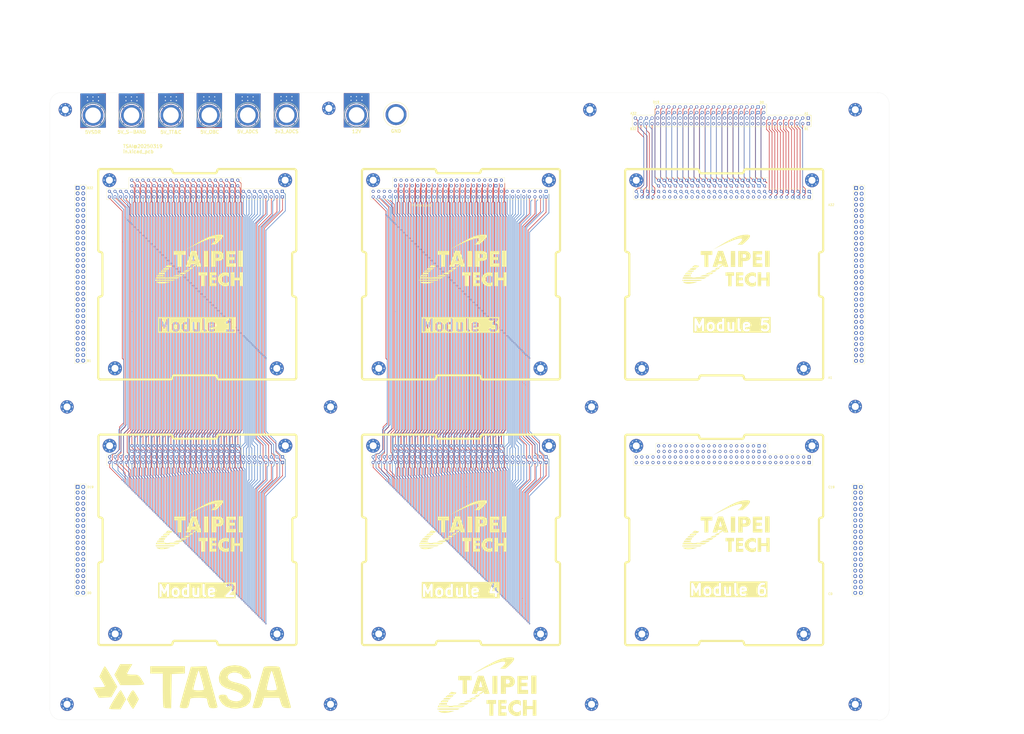
<source format=kicad_pcb>
(kicad_pcb (version 20241229) (generator "pcbnew") (generator_version "9.0")
  (title_block (title "VST104-Foxtrot-PC104_16bit_64-40connectors_20250210") (date "2020-08-20") (rev "v1.0") (company "VisionSpace Technologies") (comment 1 "4 slot flat-sat board with power management"))
  (layers (0 "F.Cu" signal) (4 "In1.Cu" power) (6 "In2.Cu" power) (2 "B.Cu" signal) (13 "F.Paste" user) (15 "B.Paste" user) (5 "F.SilkS" user "F.Silkscreen") (7 "B.SilkS" user "B.Silkscreen") (1 "F.Mask" user) (3 "B.Mask" user) (25 "Edge.Cuts" user))
  (property "FILENAME" "VST104-Foxtrot-PC104_16bit_64-40connectors_20250225")
  (net 0 "")
  (net 1 "GND")
  (net 2 "/SUP_5V")
  (net 3 "/SUP_3V3")
  (net 4 "/SUP_UNREG")
  (net 14 "/A1")
  (net 15 "/A9")
  (net 16 "/A8")
  (net 17 "/A7")
  (net 18 "/A6")
  (net 19 "/A5")
  (net 20 "/A4")
  (net 21 "/A3")
  (net 22 "/A2")
  (net 23 "/A32")
  (net 24 "/A31")
  (net 25 "/A30")
  (net 26 "/A29")
  (net 27 "/A28")
  (net 28 "/A27")
  (net 29 "/A26")
  (net 30 "/A25")
  (net 31 "/A24")
  (net 32 "/A23")
  (net 33 "/A22")
  (net 34 "/A21")
  (net 35 "/A20")
  (net 36 "/A19")
  (net 37 "/A18")
  (net 38 "/A17")
  (net 39 "/A16")
  (net 40 "/A15")
  (net 41 "/A14")
  (net 42 "/A13")
  (net 43 "/A12")
  (net 44 "/A11")
  (net 45 "/A10")
  (net 46 "/D19")
  (net 47 "/D18")
  (net 48 "/D17")
  (net 49 "/D16")
  (net 50 "/D15")
  (net 51 "/D14")
  (net 52 "/D13")
  (net 53 "/D12")
  (net 54 "/D11")
  (net 55 "/D10")
  (net 56 "/D9")
  (net 57 "/D8")
  (net 58 "/D7")
  (net 59 "/D6")
  (net 60 "/D5")
  (net 61 "/D4")
  (net 62 "/D3")
  (net 63 "/D2")
  (net 64 "/D1")
  (net 65 "/D0")
  (net 66 "/C19")
  (net 67 "/C18")
  (net 68 "/C17")
  (net 69 "/C16")
  (net 70 "/C15")
  (net 71 "/C14")
  (net 72 "/C13")
  (net 73 "/C12")
  (net 74 "/C11")
  (net 75 "/C10")
  (net 76 "/C9")
  (net 77 "/C8")
  (net 78 "/C7")
  (net 79 "/C6")
  (net 80 "/C5")
  (net 81 "/C4")
  (net 82 "/C3")
  (net 83 "/C2")
  (net 84 "/C1")
  (net 85 "/C0")
  (net 86 "/B32")
  (net 87 "/B31")
  (net 88 "/B30")
  (net 89 "/B29")
  (net 90 "/B28")
  (net 91 "/B27")
  (net 92 "/B26")
  (net 93 "/B25")
  (net 94 "/B24")
  (net 95 "/B23")
  (net 96 "/B22")
  (net 97 "/B21")
  (net 98 "/B20")
  (net 99 "/B19")
  (net 100 "/B18")
  (net 101 "/B17")
  (net 102 "/B16")
  (net 103 "/B15")
  (net 104 "/B14")
  (net 105 "/B13")
  (net 106 "/B12")
  (net 107 "/B11")
  (net 108 "/B10")
  (net 109 "/B9")
  (net 110 "/B8")
  (net 111 "/B7")
  (net 112 "/B6")
  (net 113 "/B5")
  (net 114 "/B4")
  (net 115 "/B3")
  (net 116 "/B2")
  (net 117 "/B1")
  (net 118 "/5VSDR")
  (net 119 "/5V_ADCS")
  (net 120 "/3V3_ADCS")
  (net 121 "/5V_OBC")
  (net 122 "/12V")
  (net 123 "/5V_TT&C(UHF)")
  (net 124 "/5V_S-BAND")
  (footprint "VST104_footprints:MountingHole_3.2mm_M3_Pad_Via" (layer "F.Cu") (at 269.5194 338.6836)
    (property "Reference" "H15" (hide yes))
    (property "Value" "MountingHole_Pad" (hide yes))
  )
  (footprint "VST104_footprints:MountingHole_3.2mm_M3_Pad_Via" (layer "F.Cu") (at 150.6708 338.6712)
    (property "Reference" "H14" (hide yes))
    (property "Value" "MountingHole_Pad" (hide yes))
  )
  (footprint "VST104_footprints:MountingHole_3.2mm_M3_Pad_Via" (layer "F.Cu") (at 30.7086 338.6836)
    (property "Reference" "H13" (hide yes))
    (property "Value" "MountingHole_Pad" (hide yes))
  )
  (footprint "VST104_footprints:MountingHole_3.2mm_M3_Pad_Via" (layer "F.Cu") (at 30.7086 203.174 -90)
    (property "Reference" "H12" (hide yes))
    (property "Value" "MountingHole_Pad" (hide yes))
  )
  (footprint "VST104_footprints:MountingHole_3.2mm_M3_Pad_Via" (layer "F.Cu") (at 150.6708 203.174 -90)
    (property "Reference" "H11" (hide yes))
    (property "Value" "MountingHole_Pad" (hide yes))
  )
  (footprint "VST104_footprints:MountingHole_3.2mm_M3_Pad_Via" (layer "F.Cu") (at 269.5194 203.174 -90)
    (property "Reference" "H10" (hide yes))
    (property "Value" "MountingHole_Pad" (hide yes))
  )
  (footprint "VST104_footprints:MountingHole_3.2mm_M3_Pad_Via" (layer "F.Cu") (at 389.6 203)
    (property "Reference" "H15" (hide yes))
    (property "Value" "MountingHole_Pad" (hide yes))
  )
  (footprint "VST104_footprints:MountingHole_3.2mm_M3_Pad_Via" (layer "F.Cu") (at 389.6 67.7672 -90)
    (property "Reference" "H7" (hide yes))
    (property "Value" "MountingHole_Pad" (hide yes))
  )
  (footprint "VST104_footprints:KSE_PN6095" (layer "F.Cu") (at 130.664158 70.1692)
    (property "Reference" "TP9" (hide yes))
    (property "Value" "TestPoint_Alt")
  )
  (footprint "VST104_footprints:MountingHole_3.2mm_M3_Pad_Via" (layer "F.Cu") (at 389.6 338.697056)
    (property "Reference" "H15" (hide yes))
    (property "Value" "MountingHole_Pad" (hide yes))
  )
  (footprint "VST104_footprints:CubeSat_PC104_16bit_footprint" (layer "F.Cu") (at 135.1788 215.7984 180)
    (property "Reference" "J12" (hide yes))
    (property "Value" "~" (hide yes))
  )
  (footprint "VST104_footprints:MountingHole_3.2mm_M3_Pad_Via" (layer "F.Cu") (at 29.9212 67.7672 -90)
    (property "Reference" "H9" (hide yes))
    (property "Value" "MountingHole_Pad" (hide yes))
  )
  (footprint "VST104_logos:NTUT_logo_40mm" (layer "F.Cu") (at 226.949 331.8256)
    (property "Reference" "G***" (hide yes))
    (property "Value" "LOGO" (hide yes))
  )
  (footprint "VST104_footprints:CubeSat_PC104_16bit_footprint" (layer "F.Cu") (at 374.97 215.8456 180)
    (property "Reference" "J11" (hide yes))
    (property "Value" "~" (hide yes))
  )
  (footprint "VST104_footprints:KSE_PN6095" (layer "F.Cu") (at 95.495 70.2708)
    (property "Reference" "TP11" (hide yes))
    (property "Value" "TestPoint_Alt")
  )
  (footprint "Connector_PinHeader_2.54mm:PinHeader_2x20_P2.54mm_Vertical" (layer "F.Cu") (at 389.5874 239.6606)
    (property "Reference" "J20" (hide yes))
    (property "Value" "Conn_02x26_Odd_Even" (hide yes))
  )
  (footprint "VST104_footprints:CubeSat_PC104_16bit_footprint" (layer "F.Cu") (at 255.1684 215.7984 180)
    (property "Reference" "J11" (hide yes))
    (property "Value" "~" (hide yes))
  )
  (footprint "VST104_footprints:CubeSat_PC104_16bit_footprint" (layer "F.Cu") (at 374.97 94.84 180)
    (property "Reference" "J9" (hide yes))
    (property "Value" "~" (hide yes))
  )
  (footprint "Connector_PinHeader_2.54mm:PinHeader_2x32_P2.54mm_Vertical" (layer "F.Cu") (at 389.96 103.46)
    (property "Reference" "J19" (hide yes))
    (property "Value" "Conn_02x26_Odd_Even" (hide yes))
  )
  (footprint "VST104_footprints:KSE_PN6095" (layer "F.Cu") (at 180.5 70)
    (property "Reference" "TP12" (hide yes))
    (property "Value" "TestPoint_Alt")
  )
  (footprint "VST104_footprints:MountingHole_3.2mm_M3_Pad_Via" (layer "F.Cu") (at 149.8834 67.145343 -90)
    (property "Reference" "H8" (hide yes))
    (property "Value" "MountingHole_Pad" (hide yes))
  )
  (footprint "VST104_footprints:CubeSat_PC104_16bit_footprint" (layer "F.Cu") (at 255.1684 94.7928 180)
    (property "Reference" "J9" (hide yes))
    (property "Value" "~" (hide yes))
  )
  (footprint "VST104_logos:TASA_LOGO_90mm" (layer "F.Cu") (at 87.249 330.903284)
    (property "Reference" "REF**" (hide yes))
    (property "Value" "TASA_LOGO_90mm" (hide yes))
  )
  (footprint "Connector_PinHeader_2.54mm:PinHeader_2x20_P2.54mm_Vertical" (layer "F.Cu") (at 35.5346 239.6236)
    (property "Reference" "J18" (hide yes))
    (property "Value" "Conn_02x26_Odd_Even" (hide yes))
  )
  (footprint "VST104_footprints:KSE_PN6095" (layer "F.Cu") (at 112.995 70.2708)
    (property "Reference" "TP9" (hide yes))
    (property "Value" "TestPoint_Alt")
  )
  (footprint "VST104_footprints:MountingHole_3.2mm_M3_Pad_Via" (layer "F.Cu") (at 268.732 67.7672 -90)
    (property "Reference" "H7" (hide yes))
    (property "Value" "MountingHole_Pad" (hide yes))
  )
  (footprint "VST104_footprints:KSE_PN6095" (layer "F.Cu") (at 42.5448 70.3358)
    (property "Reference" "TP10" (hide yes))
    (property "Value" "TestPoint_Alt")
  )
  (footprint "Connector_PinHeader_2.54mm:PinHeader_2x32_P2.54mm_Vertical" (layer "F.Cu") (at 35.5346 103.3578)
    (property "Reference" "J17" (hide yes))
    (property "Value" "Conn_02x26_Odd_Even" (hide yes))
  )
  (footprint "VST104_footprints:KSE_PN6095" (layer "F.Cu") (at 77.995 70.2708)
    (property "Reference" "TP10" (hide yes))
    (property "Value" "TestPoint_Alt")
  )
  (footprint "Basic:PC104_16bit_Connector" (layer "F.Cu") (at 347.8846 69.043 180)
    (property "Reference" "J13" (hide yes))
    (property "Value" "~" (hide yes))
  )
  (footprint "VST104_footprints:CubeSat_PC104_16bit_footprint" (layer "F.Cu") (at 135.08 94.7928 180)
    (property "Reference" "J10" (hide yes))
    (property "Value" "~" (hide yes))
  )
  (footprint "VST104_footprints:KSE_PN6095" (layer "F.Cu") (at 162.5302 70.1692)
    (property "Reference" "TP9" (hide yes))
    (property "Value" "TestPoint_Alt")
  )
  (footprint "VST104_footprints:KSE_PN6095" (layer "F.Cu") (at 60.0448 70.3358)
    (property "Reference" "TP10" (hide yes))
    (property "Value" "TestPoint_Alt")
  )
  (gr_line (start 22.893 340.7448) (end 22.893 65) (stroke (width 0.05)) (layer "Edge.Cuts"))
  (gr_line (start 400 345.7448) (end 27.893 345.7448) (stroke (width 0.05)) (layer "Edge.Cuts"))
  (gr_line (start 405 65.29378) (end 405 341.3724) (stroke (width 0.05)) (layer "Edge.Cuts"))
  (gr_arc (start 22.893 65) (mid 24.357466 61.464466) (end 27.893 60) (stroke (width 0.05)) (layer "Edge.Cuts"))
  (gr_arc (start 399.70622 59.928565) (mid 403.5 61.5) (end 405.071435 65.29378) (stroke (width 0.05)) (layer "Edge.Cuts"))
  (gr_arc (start 405 341) (mid 403.535534 344.535534) (end 400 346) (stroke (width 0.05)) (layer "Edge.Cuts"))
  (gr_arc (start 27.893 345.7448) (mid 24.357466 344.280334) (end 22.893 340.7448) (stroke (width 0.05)) (layer "Edge.Cuts"))
  (gr_line (start 399.964466 60) (end 27.893 60) (stroke (width 0.05)) (layer "Edge.Cuts"))
  (gr_text "D19" (at 297.3132 64.9028 0) (layer "F.SilkS") (effects (font (size 1 1) (thickness 0.2) (bold yes)) (justify left bottom)))
  (gr_text "B32" (at 39.5986 104.0218 0) (layer "F.SilkS") (effects (font (size 1 1) (thickness 0.2) (bold yes)) (justify left bottom)))
  (gr_text "GND\n" (at 180.5 77.5 0) (layer "F.SilkS") (effects (font (size 1.5 1.5) (thickness 0.3))))
  (gr_text "12V\n" (at 162.5352 77.6692 0) (layer "F.SilkS") (effects (font (size 1.5 1.5) (thickness 0.3))))
  (gr_text "5V_TT&C" (at 78 78 0) (layer "F.SilkS") (effects (font (size 1.5 1.5) (thickness 0.3))))
  (gr_text "Module 4\n" (at 191.408354 289.9918 0) (layer "F.SilkS" knockout) (effects (font (size 5.08 5.08) (thickness 1.016) (bold yes)) (justify left bottom)))
  (gr_text "B1" (at 39.5986 182.7618 0) (layer "F.SilkS") (effects (font (size 1 1) (thickness 0.2) (bold yes)) (justify left bottom)))
  (gr_text "A32" (at 287.077 70.0336 0) (layer "F.SilkS") (effects (font (size 1 1) (thickness 0.2) (bold yes)) (justify left bottom)))
  (gr_text "${FILENAME}" (at 187.458398 111.887 0) (layer "F.SilkS") (effects (font (size 1 1)) (justify left bottom)))
  (gr_text "D0" (at 345.92101 64.979 0) (layer "F.SilkS") (effects (font (size 1 1) (thickness 0.2) (bold yes)) (justify left bottom)))
  (gr_text "5V_S-BAND\n" (at 60.169158 77.8984 0) (layer "F.SilkS") (effects (font (size 1.5 1.5) (thickness 0.3))))
  (gr_text "Module 2\n" (at 71.3994 289.9918 0) (layer "F.SilkS" knockout) (effects (font (size 5.08 5.08) (thickness 1.016) (bold yes)) (justify left bottom)))
  (gr_text "5V_ADCS" (at 113 77.7708 0) (layer "F.SilkS") (effects (font (size 1.5 1.5) (thickness 0.3))))
  (gr_text "C0" (at 377.1544 288.9722 0) (layer "F.SilkS") (effects (font (size 1 1) (thickness 0.2) (bold yes)) (justify left bottom)))
  (gr_text "B32" (at 286.95 77.0948 0) (layer "F.SilkS") (effects (font (size 1 1) (thickness 0.2) (bold yes)) (justify left bottom)))
  (gr_text "Module 1\n" (at 71.418754 169.0624 0) (layer "F.SilkS" knockout) (effects (font (size 5.08 5.08) (thickness 1.016) (bold yes)) (justify left bottom)))
  (gr_text "5VSDR\n" (at 42.5 78 0) (layer "F.SilkS") (effects (font (size 1.5 1.5) (thickness 0.3))))
  (gr_text "D0" (at 39.7256 288.5476 0) (layer "F.SilkS") (effects (font (size 1 1) (thickness 0.2) (bold yes)) (justify left bottom)))
  (gr_text "D19" (at 39.7256 240.2876 0) (layer "F.SilkS") (effects (font (size 1 1) (thickness 0.2) (bold yes)) (justify left bottom)))
  (gr_text "3v3_ADCS" (at 130.669158 77.6692 0) (layer "F.SilkS") (effects (font (size 1.5 1.5) (thickness 0.3))))
  (gr_text "A1" (at 366.312438 70.0336 0) (layer "F.SilkS") (effects (font (size 1 1) (thickness 0.2) (bold yes)) (justify left bottom)))
  (gr_text "Module 3\n" (at 191.408354 169.0624 0) (layer "F.SilkS" knockout) (effects (font (size 5.08 5.08) (thickness 1.016) (bold yes)) (justify left bottom)))
  (gr_text "A1" (at 377.1544 190.4492 0) (layer "F.SilkS") (effects (font (size 1 1) (thickness 0.2) (bold yes)) (justify left bottom)))
  (gr_text "5V_OBC\n" (at 95.669158 77.8984 0) (layer "F.SilkS") (effects (font (size 1.5 1.5) (thickness 0.3))))
  (gr_text "Module 5\n" (at 315 169 0) (layer "F.SilkS" knockout) (effects (font (size 5.08 5.08) (thickness 1.016) (bold yes)) (justify left bottom)))
  (gr_text "Module 6\n" (at 313.5 289.5 0) (layer "F.SilkS" knockout) (effects (font (size 5.08 5.08) (thickness 1.016) (bold yes)) (justify left bottom)))
  (gr_text "B1" (at 366.24101 77.0948 0) (layer "F.SilkS") (effects (font (size 1 1) (thickness 0.2) (bold yes)) (justify left bottom)))
  (gr_text "A32" (at 377.1544 111.7092 0) (layer "F.SilkS") (effects (font (size 1 1) (thickness 0.2) (bold yes)) (justify left bottom)))
  (gr_text "C19" (at 377.1544 240.3246 0) (layer "F.SilkS") (effects (font (size 1 1) (thickness 0.2) (bold yes)) (justify left bottom)))
  (gr_text "TSAI@20250319\n${FILENAME}\n" (at 56.0324 85.6488 0) (layer "F.SilkS") (effects (font (size 1.5 1.5) (thickness 0.3)) (justify left)))
  (segment (start 181.010989 67.454011) (end 182.505 65.96) (width 0.323) (layer "F.Cu") (net 1))
  (segment (start 185.045 68.5) (end 184.000999 69.544001) (width 0.323) (layer "F.Cu") (net 1))
  (segment (start 178.470989 67.454011) (end 179.965 65.96) (width 0.323) (layer "F.Cu") (net 1))
  (segment (start 179.965 65.96) (end 178.470989 67.454011) (width 0.323) (layer "F.Cu") (net 1))
  (segment (start 182.505 68.5) (end 181.460999 69.544001) (width 0.323) (layer "F.Cu") (net 1))
  (segment (start 182.505 65.96) (end 181.010989 67.454011) (width 0.323) (layer "F.Cu") (net 1))
  (via (at 77.9744 63.6016) (size 0.8128) (drill 0.508) (layers "F.Cu" "B.Cu") (net 2))
  (via (at 62.5388 63.6666) (size 0.8128) (drill 0.508) (layers "F.Cu" "B.Cu") (net 2))
  (via (at 45.0134 61.9648) (size 0.8128) (drill 0.508) (layers "F.Cu" "B.Cu") (net 2))
  (via (at 40.035 63.6666) (size 0.8128) (drill 0.508) (layers "F.Cu" "B.Cu") (net 2))
  (via (at 77.949 61.8998) (size 0.8128) (drill 0.508) (layers "F.Cu" "B.Cu") (net 2))
  (via (at 62.5134 61.9648) (size 0.8128) (drill 0.508) (layers "F.Cu" "B.Cu") (net 2))
  (via (at 57.535 63.6666) (size 0.8128) (drill 0.508) (layers "F.Cu" "B.Cu") (net 2))
  (via (at 60.0242 63.6666) (size 0.8128) (drill 0.508) (layers "F.Cu" "B.Cu") (net 2))
  (via (at 57.5096 61.9648) (size 0.8128) (drill 0.508) (layers "F.Cu" "B.Cu") (net 2))
  (via (at 42.4988 61.9648) (size 0.8128) (drill 0.508) (layers "F.Cu" "B.Cu") (net 2))
  (via (at 75.4598 61.8998) (size 0.8128) (drill 0.508) (layers "F.Cu" "B.Cu") (net 2))
  (via (at 75.4852 63.6016) (size 0.8128) (drill 0.508) (layers "F.Cu" "B.Cu") (net 2))
  (via (at 80.4636 61.8998) (size 0.8128) (drill 0.508) (layers "F.Cu" "B.Cu") (net 2))
  (via (at 59.9988 61.9648) (size 0.8128) (drill 0.508) (layers "F.Cu" "B.Cu") (net 2))
  (via (at 80.489 63.6016) (size 0.8128) (drill 0.508) (layers "F.Cu" "B.Cu") (net 2))
  (via (at 40.0096 61.9648) (size 0.8128) (drill 0.508) (layers "F.Cu" "B.Cu") (net 2))
  (via (at 45.0388 63.6666) (size 0.8128) (drill 0.508) (layers "F.Cu" "B.Cu") (net 2))
  (via (at 42.5242 63.6666) (size 0.8128) (drill 0.508) (layers "F.Cu" "B.Cu") (net 2))
  (via (at 97.9388 61.8998) (size 0.8) (drill 0.5) (layers "F.Cu" "B.Cu") (net 3))
  (via (at 95.4496 61.8998) (size 0.8) (drill 0.5) (layers "F.Cu" "B.Cu") (net 3))
  (via (at 95.475 63.6016) (size 0.8) (drill 0.5) (layers "F.Cu" "B.Cu") (net 3))
  (via (at 92.9604 61.8998) (size 0.8) (drill 0.5) (layers "F.Cu" "B.Cu") (net 3))
  (via (at 97.9642 63.6016) (size 0.8) (drill 0.5) (layers "F.Cu" "B.Cu") (net 3))
  (via (at 92.9858 63.6016) (size 0.8) (drill 0.5) (layers "F.Cu" "B.Cu") (net 3))
  (via (at 110.461 61.8998) (size 0.8) (drill 0.5) (layers "F.Cu" "B.Cu") (net 4))
  (via (at 112.9502 61.8998) (size 0.8) (drill 0.5) (layers "F.Cu" "B.Cu") (net 4))
  (via (at 110.4864 63.6016) (size 0.8) (drill 0.5) (layers "F.Cu" "B.Cu") (net 4))
  (via (at 162.5108 63.5) (size 0.8) (drill 0.5) (layers "F.Cu" "B.Cu") (net 4))
  (via (at 165 63.5) (size 0.8) (drill 0.5) (layers "F.Cu" "B.Cu") (net 4))
  (via (at 115.4648 63.6016) (size 0.8) (drill 0.5) (layers "F.Cu" "B.Cu") (net 4))
  (via (at 162.4854 61.7982) (size 0.8) (drill 0.5) (layers "F.Cu" "B.Cu") (net 4))
  (via (at 160.0216 63.5) (size 0.8) (drill 0.5) (layers "F.Cu" "B.Cu") (net 4))
  (via (at 164.9746 61.7982) (size 0.8) (drill 0.5) (layers "F.Cu" "B.Cu") (net 4))
  (via (at 128.155558 63.5) (size 0.8) (drill 0.5) (layers "F.Cu" "B.Cu") (net 4))
  (via (at 159.9962 61.7982) (size 0.8) (drill 0.5) (layers "F.Cu" "B.Cu") (net 4))
  (via (at 130.644758 63.5) (size 0.8) (drill 0.5) (layers "F.Cu" "B.Cu") (net 4))
  (via (at 133.108558 61.7982) (size 0.8) (drill 0.5) (layers "F.Cu" "B.Cu") (net 4))
  (via (at 128.130158 61.7982) (size 0.8) (drill 0.5) (layers "F.Cu" "B.Cu") (net 4))
  (via (at 115.4394 61.8998) (size 0.8) (drill 0.5) (layers "F.Cu" "B.Cu") (net 4))
  (via (at 133.133958 63.5) (size 0.8) (drill 0.5) (layers "F.Cu" "B.Cu") (net 4))
  (via (at 112.9756 63.6016) (size 0.8) (drill 0.5) (layers "F.Cu" "B.Cu") (net 4))
  (via (at 130.619358 61.7982) (size 0.8) (drill 0.5) (layers "F.Cu" "B.Cu") (net 4))
  (via (at 121.2596 301.9552) (size 0.6) (drill 0.3) (layers "F.Cu" "B.Cu") (net 14))
  (via (at 241.3 180.9496) (size 0.6) (drill 0.3) (layers "F.Cu" "B.Cu") (net 14))
  (via (at 241.2746 301.9552) (size 0.6) (drill 0.3) (layers "F.Cu" "B.Cu") (net 14))
  (via (at 121.285 180.9496) (size 0.6) (drill 0.3) (layers "F.Cu" "B.Cu") (net 14))
  (segment (start 130.0988 234.8738) (end 121.2596 243.713) (width 0.254) (layer "B.Cu") (net 14))
  (segment (start 241.2746 243.713) (end 241.2746 301.9552) (width 0.254) (layer "B.Cu") (net 14))
  (segment (start 128.8288 225.9584) (end 130.0988 227.2284) (width 0.254) (layer "B.Cu") (net 14))
  (segment (start 241.3 123.571) (end 241.3 214.2744) (width 0.254) (layer "B.Cu") (net 14))
  (segment (start 368.23 104.73) (end 369.5 106) (width 0.254) (layer "B.Cu") (net 14))
  (segment (start 250.1138 106.2228) (end 250.1138 114.7572) (width 0.254) (layer "B.Cu") (net 14))
  (segment (start 121.2596 243.713) (end 121.2596 301.9552) (width 0.254) (layer "B.Cu") (net 14))
  (segment (start 245.8212 218.7956) (end 245.8212 222.9358) (width 0.254) (layer "B.Cu") (net 14))
  (segment (start 128.8288 104.9528) (end 130.0988 106.2228) (width 0.254) (layer "B.Cu") (net 14))
  (segment (start 125.8062 222.9358) (end 128.8288 225.9584) (width 0.254) (layer "B.Cu") (net 14))
  (segment (start 368.23 104.73) (end 369.5 106) (width 0.254) (layer "B.Cu") (net 14))
  (segment (start 130.0988 106.2228) (end 130.0988 113.8682) (width 0.254) (layer "B.Cu") (net 14))
  (segment (start 121.285 181.5846) (end 121.285 214.2744) (width 0.254) (layer "B.Cu") (net 14))
  (segment (start 250.1138 234.8738) (end 241.2746 243.713) (width 0.254) (layer "B.Cu") (net 14))
  (segment (start 121.285 214.2744) (end 125.8062 218.7956) (width 0.254) (layer "B.Cu") (net 14))
  (segment (start 130.0988 113.8682) (end 121.285 122.682) (width 0.254) (layer "B.Cu") (net 14))
  (segment (start 250.1138 114.7572) (end 241.3 123.571) (width 0.254) (layer "B.Cu") (net 14))
  (segment (start 250.1138 227.2284) (end 250.1138 234.8738) (width 0.254) (layer "B.Cu") (net 14))
  (segment (start 121.285 122.682) (end 121.285 181.5846) (width 0.254) (layer "B.Cu") (net 14))
  (segment (start 125.8062 218.7956) (end 125.8062 222.9358) (width 0.254) (layer "B.Cu") (net 14))
  (segment (start 245.8212 222.9358) (end 250.1138 227.2284) (width 0.254) (layer "B.Cu") (net 14))
  (segment (start 130.0988 227.2284) (end 130.0988 234.8738) (width 0.254) (layer "B.Cu") (net 14))
  (segment (start 241.3 214.2744) (end 245.8212 218.7956) (width 0.254) (layer "B.Cu") (net 14))
  (via (at 111.125 170.7896) (size 0.6) (drill 0.3) (layers "F.Cu" "B.Cu") (net 15))
  (via (at 231.1146 291.7952) (size 0.6) (drill 0.3) (layers "F.Cu" "B.Cu") (net 15))
  (via (at 111.0996 291.7952) (size 0.6) (drill 0.3) (layers "F.Cu" "B.Cu") (net 15))
  (via (at 231.14 170.7896) (size 0.6) (drill 0.3) (layers "F.Cu" "B.Cu") (net 15))
  (segment (start 111.0996 232.2068) (end 111.0996 291.7952) (width 0.254) (layer "B.Cu") (net 15))
  (segment (start 229.5652 216.4588) (end 229.5652 224.917) (width 0.254) (layer "B.Cu") (net 15))
  (segment (start 229.5652 230.6574) (end 231.1146 232.2068) (width 0.254) (layer "B.Cu") (net 15))
  (segment (start 229.5652 227.9396) (end 229.5652 230.6574) (width 0.254) (layer "B.Cu") (net 15))
  (segment (start 347.91 104.73) (end 349.3832 106.2032) (width 0.254) (layer "B.Cu") (net 15))
  (segment (start 229.997 106.426) (end 229.997 115.443) (width 0.254) (layer "B.Cu") (net 15))
  (segment (start 231.14 171.4246) (end 231.14 214.884) (width 0.254) (layer "B.Cu") (net 15))
  (segment (start 109.5502 216.4588) (end 109.5502 224.917) (width 0.254) (layer "B.Cu") (net 15))
  (segment (start 229.5652 224.917) (end 228.5238 225.9584) (width 0.254) (layer "B.Cu") (net 15))
  (segment (start 109.5502 227.9396) (end 109.5502 230.6574) (width 0.254) (layer "B.Cu") (net 15))
  (segment (start 109.982 115.443) (end 111.125 116.586) (width 0.254) (layer "B.Cu") (net 15))
  (segment (start 109.5502 230.6574) (end 111.0996 232.2068) (width 0.254) (layer "B.Cu") (net 15))
  (segment (start 108.5088 104.9528) (end 109.982 106.426) (width 0.254) (layer "B.Cu") (net 15))
  (segment (start 111.125 171.4246) (end 111.125 214.884) (width 0.254) (layer "B.Cu") (net 15))
  (segment (start 111.125 214.884) (end 109.5502 216.4588) (width 0.254) (layer "B.Cu") (net 15))
  (segment (start 109.982 106.426) (end 109.982 115.443) (width 0.254) (layer "B.Cu") (net 15))
  (segment (start 231.14 116.586) (end 231.14 171.4246) (width 0.254) (layer "B.Cu") (net 15))
  (segment (start 108.5088 225.9584) (end 108.5088 226.8982) (width 0.254) (layer "B.Cu") (net 15))
  (segment (start 228.5238 226.8982) (end 229.5652 227.9396) (width 0.254) (layer "B.Cu") (net 15))
  (segment (start 111.125 116.586) (end 111.125 171.4246) (width 0.254) (layer "B.Cu") (net 15))
  (segment (start 231.1146 232.2068) (end 231.1146 291.7952) (width 0.254) (layer "B.Cu") (net 15))
  (segment (start 231.14 214.884) (end 229.5652 216.4588) (width 0.254) (layer "B.Cu") (net 15))
  (segment (start 108.5088 226.8982) (end 109.5502 227.9396) (width 0.254) (layer "B.Cu") (net 15))
  (segment (start 109.5502 224.917) (end 108.5088 225.9584) (width 0.254) (layer "B.Cu") (net 15))
  (segment (start 228.5238 225.9584) (end 228.5238 226.8982) (width 0.254) (layer "B.Cu") (net 15))
  (segment (start 229.997 115.443) (end 231.14 116.586) (width 0.254) (layer "B.Cu") (net 15))
  (segment (start 350.3992 77.933) (end 349.18 76.7138) (width 0.254) (layer "F.Cu") (net 16))
  (segment (start 349.18 72.8276) (end 350.4246 71.583) (width 0.254) (layer "F.Cu") (net 16))
  (segment (start 349.18 76.7138) (end 349.18 72.8276) (width 0.254) (layer "F.Cu") (net 16))
  (segment (start 350.4246 104.73) (end 350.4246 77.9584) (width 0.254) (layer "F.Cu") (net 16))
  (segment (start 350.4246 77.9584) (end 350.3992 77.933) (width 0.254) (layer "F.Cu") (net 16))
  (via (at 112.3696 293.0652) (size 0.6) (drill 0.3) (layers "F.Cu" "B.Cu") (net 16))
  (via (at 232.41 172.0596) (size 0.6) (drill 0.3) (layers "F.Cu" "B.Cu") (net 16))
  (via (at 112.395 172.0596) (size 0.6) (drill 0.3) (layers "F.Cu" "B.Cu") (net 16))
  (via (at 232.3846 293.0652) (size 0.6) (drill 0.3) (layers "F.Cu" "B.Cu") (net 16))
  (segment (start 232.41 106.299) (end 232.41 172.6946) (width 0.254) (layer "B.Cu") (net 16))
  (segment (start 231.0638 225.9584) (end 231.0638 226.8474) (width 0.254) (layer "B.Cu") (net 16))
  (segment (start 231.0638 226.8474) (end 232.3846 228.1682) (width 0.254) (layer "B.Cu") (net 16))
  (segment (start 350.45 104.73) (end 351.7962 106.0762) (width 0.254) (layer "B.Cu") (net 16))
  (segment (start 112.395 172.6946) (end 112.395 220.3704) (width 0.254) (layer "B.Cu") (net 16))
  (segment (start 111.0488 221.7166) (end 111.0488 225.9584) (width 0.254) (layer "B.Cu") (net 16))
  (segment (start 112.3696 228.1682) (end 112.3696 293.0652) (width 0.254) (layer "B.Cu") (net 16))
  (segment (start 112.395 106.299) (end 112.395 172.6946) (width 0.254) (layer "B.Cu") (net 16))
  (segment (start 111.0488 104.9528) (end 112.395 106.299) (width 0.254) (layer "B.Cu") (net 16))
  (segment (start 232.3846 228.1682) (end 232.3846 293.0652) (width 0.254) (layer "B.Cu") (net 16))
  (segment (start 111.0488 226.8474) (end 112.3696 228.1682) (width 0.254) (layer "B.Cu") (net 16))
  (segment (start 232.41 172.6946) (end 232.41 220.3704) (width 0.254) (layer "B.Cu") (net 16))
  (segment (start 231.0638 221.7166) (end 231.0638 225.9584) (width 0.254) (layer "B.Cu") (net 16))
  (segment (start 232.41 220.3704) (end 231.0638 221.7166) (width 0.254) (layer "B.Cu") (net 16))
  (segment (start 112.395 220.3704) (end 111.0488 221.7166) (width 0.254) (layer "B.Cu") (net 16))
  (segment (start 111.0488 225.9584) (end 111.0488 226.8474) (width 0.254) (layer "B.Cu") (net 16))
  (segment (start 352.9646 104.73) (end 352.9646 77.933) (width 0.254) (layer "F.Cu") (net 17))
  (segment (start 351.7454 72.8022) (end 352.9646 71.583) (width 0.254) (layer "F.Cu") (net 17))
  (segment (start 351.7454 76.7138) (end 351.7454 72.8022) (width 0.254) (layer "F.Cu") (net 17))
  (segment (start 352.9646 77.933) (end 351.7454 76.7138) (width 0.254) (layer "F.Cu") (net 17))
  (via (at 113.6396 294.3352) (size 0.6) (drill 0.3) (layers "F.Cu" "B.Cu") (net 17))
  (via (at 233.6546 294.3352) (size 0.6) (drill 0.3) (layers "F.Cu" "B.Cu") (net 17))
  (via (at 113.665 173.3296) (size 0.6) (drill 0.3) (layers "F.Cu" "B.Cu") (net 17))
  (via (at 233.68 173.3296) (size 0.6) (drill 0.3) (layers "F.Cu" "B.Cu") (net 17))
  (segment (start 114.8588 228.1174) (end 113.5888 226.8474) (width 0.254) (layer "B.Cu") (net 17))
  (segment (start 233.6038 226.8474) (end 233.6038 225.9584) (width 0.254) (layer "B.Cu") (net 17))
  (segment (start 113.5888 215.5698) (end 113.5888 225.9584) (width 0.254) (layer "B.Cu") (net 17))
  (segment (start 233.68 215.4936) (end 233.6038 215.5698) (width 0.254) (layer "B.Cu") (net 17))
  (segment (start 233.6546 294.3352) (end 233.6546 281.4828) (width 0.254) (layer "B.Cu") (net 17))
  (segment (start 233.6546 281.4828) (end 233.6546 237.617) (width 0.254) (layer "B.Cu") (net 17))
  (segment (start 113.5888 104.9528) (end 114.8588 106.2228) (width 0.254) (layer "B.Cu") (net 17))
  (segment (start 113.6396 294.3352) (end 113.6396 237.617) (width 0.254) (layer "B.Cu") (net 17))
  (segment (start 233.68 173.9646) (end 233.68 215.4936) (width 0.254) (layer "B.Cu") (net 17))
  (segment (start 234.8738 106.2228) (end 234.8738 115.3668) (width 0.254) (layer "B.Cu") (net 17))
  (segment (start 113.665 116.5606) (end 113.665 173.9646) (width 0.254) (layer "B.Cu") (net 17))
  (segment (start 114.8588 236.3978) (end 114.8588 228.1174) (width 0.254) (layer "B.Cu") (net 17))
  (segment (start 113.665 173.9646) (end 113.665 215.4936) (width 0.254) (layer "B.Cu") (net 17))
  (segment (start 113.665 215.4936) (end 113.5888 215.5698) (width 0.254) (layer "B.Cu") (net 17))
  (segment (start 233.68 116.5606) (end 233.68 173.9646) (width 0.254) (layer "B.Cu") (net 17))
  (segment (start 233.6038 215.5698) (end 233.6038 225.9584) (width 0.254) (layer "B.Cu") (net 17))
  (segment (start 234.8738 115.3668) (end 233.68 116.5606) (width 0.254) (layer "B.Cu") (net 17))
  (segment (start 234.8738 228.1174) (end 233.6038 226.8474) (width 0.254) (layer "B.Cu") (net 17))
  (segment (start 114.8588 106.2228) (end 114.8588 115.3668) (width 0.254) (layer "B.Cu") (net 17))
  (segment (start 233.6546 237.617) (end 234.8738 236.3978) (width 0.254) (layer "B.Cu") (net 17))
  (segment (start 352.99 104.73) (end 354.26 106) (width 0.254) (layer "B.Cu") (net 17))
  (segment (start 113.6396 237.617) (end 114.8588 236.3978) (width 0.254) (layer "B.Cu") (net 17))
  (segment (start 234.8738 236.3978) (end 234.8738 228.1174) (width 0.254) (layer "B.Cu") (net 17))
  (segment (start 113.5888 226.8474) (end 113.5888 225.9584) (width 0.254) (layer "B.Cu") (net 17))
  (segment (start 114.8588 115.3668) (end 113.665 116.5606) (width 0.254) (layer "B.Cu") (net 17))
  (segment (start 355.5046 104.73) (end 355.5046 78.1362) (width 0.254) (layer "F.Cu") (net 18))
  (segment (start 354.0822 73.0054) (end 355.5046 71.583) (width 0.254) (layer "F.Cu") (net 18))
  (segment (start 354.0822 76.7138) (end 354.0822 73.0054) (width 0.254) (layer "F.Cu") (net 18))
  (segment (start 355.5046 78.1362) (end 354.0822 76.7138) (width 0.254) (layer "F.Cu") (net 18))
  (via (at 114.9096 295.6052) (size 0.6) (drill 0.3) (layers "F.Cu" "B.Cu") (net 18))
  (via (at 114.935 174.5996) (size 0.6) (drill 0.3) (layers "F.Cu" "B.Cu") (net 18))
  (via (at 234.9246 295.6052) (size 0.6) (drill 0.3) (layers "F.Cu" "B.Cu") (net 18))
  (via (at 234.95 174.5996) (size 0.6) (drill 0.3) (layers "F.Cu" "B.Cu") (net 18))
  (segment (start 114.9096 238.8362) (end 117.3734 236.3724) (width 0.254) (layer "B.Cu") (net 18))
  (segment (start 114.9096 295.6052) (end 114.9096 238.8362) (width 0.254) (layer "B.Cu") (net 18))
  (segment (start 237.3884 236.3724) (end 237.3884 228.1428) (width 0.254) (layer "B.Cu") (net 18))
  (segment (start 116.1288 221.3102) (end 116.1288 225.9584) (width 0.254) (layer "B.Cu") (net 18))
  (segment (start 237.3884 106.1974) (end 237.3884 115.3922) (width 0.254) (layer "B.Cu") (net 18))
  (segment (start 234.95 117.8306) (end 234.95 175.2346) (width 0.254) (layer "B.Cu") (net 18))
  (segment (start 236.1438 226.8982) (end 236.1438 225.9584) (width 0.254) (layer "B.Cu") (net 18))
  (segment (start 117.3734 115.3922) (end 114.935 117.8306) (width 0.254) (layer "B.Cu") (net 18))
  (segment (start 234.9246 295.6052) (end 234.9246 238.8362) (width 0.254) (layer "B.Cu") (net 18))
  (segment (start 237.3884 228.1428) (end 236.1438 226.8982) (width 0.254) (layer "B.Cu") (net 18))
  (segment (start 237.3884 115.3922) (end 234.95 117.8306) (width 0.254) (layer "B.Cu") (net 18))
  (segment (start 117.3734 228.1428) (end 116.1288 226.8982) (width 0.254) (layer "B.Cu") (net 18))
  (segment (start 117.3734 236.3724) (end 117.3734 228.1428) (width 0.254) (layer "B.Cu") (net 18))
  (segment (start 234.95 175.2346) (end 234.95 220.1164) (width 0.254) (layer "B.Cu") (net 18))
  (segment (start 114.935 117.8306) (end 114.935 175.2346) (width 0.254) (layer "B.Cu") (net 18))
  (segment (start 234.95 220.1164) (end 236.1438 221.3102) (width 0.254) (layer "B.Cu") (net 18))
  (segment (start 117.3734 106.1974) (end 117.3734 115.3922) (width 0.254) (layer "B.Cu") (net 18))
  (segment (start 116.1288 104.9528) (end 117.3734 106.1974) (width 0.254) (layer "B.Cu") (net 18))
  (segment (start 236.1438 221.3102) (end 236.1438 225.9584) (width 0.254) (layer "B.Cu") (net 18))
  (segment (start 114.935 175.2346) (end 114.935 220.1164) (width 0.254) (layer "B.Cu") (net 18))
  (segment (start 114.935 220.1164) (end 116.1288 221.3102) (width 0.254) (layer "B.Cu") (net 18))
  (segment (start 116.1288 226.8982) (end 116.1288 225.9584) (width 0.254) (layer "B.Cu") (net 18))
  (segment (start 355.53 104.73) (end 356.7746 105.9746) (width 0.254) (layer "B.Cu") (net 18))
  (segment (start 234.9246 238.8362) (end 237.3884 236.3724) (width 0.254) (layer "B.Cu") (net 18))
  (segment (start 358.0446 104.73) (end 358.0446 77.8568) (width 0.254) (layer "F.Cu") (net 19))
  (segment (start 356.9016 76.7138) (end 356.9016 72.726) (width 0.254) (layer "F.Cu") (net 19))
  (segment (start 356.9016 72.726) (end 358.0446 71.583) (width 0.254) (layer "F.Cu") (net 19))
  (segment (start 358.0446 77.8568) (end 356.9016 76.7138) (width 0.254) (layer "F.Cu") (net 19))
  (via (at 236.22 175.8696) (size 0.6) (drill 0.3) (layers "F.Cu" "B.Cu") (net 19))
  (via (at 236.1946 296.8752) (size 0.6) (drill 0.3) (layers "F.Cu" "B.Cu") (net 19))
  (via (at 116.1796 296.8752) (size 0.6) (drill 0.3) (layers "F.Cu" "B.Cu") (net 19))
  (via (at 116.205 175.8696) (size 0.6) (drill 0.3) (layers "F.Cu" "B.Cu") (net 19))
  (segment (start 240.0046 227.2284) (end 240.0046 236.7788) (width 0.254) (layer "B.Cu") (net 19))
  (segment (start 118.6942 220.0656) (end 118.6942 225.933) (width 0.254) (layer "B.Cu") (net 19))
  (segment (start 118.6942 225.933) (end 119.9896 227.2284) (width 0.254) (layer "B.Cu") (net 19))
  (segment (start 119.9642 106.2482) (end 119.9642 115.7986) (width 0.254) (layer "B.Cu") (net 19))
  (segment (start 236.22 176.5046) (end 236.22 217.5764) (width 0.254) (layer "B.Cu") (net 19))
  (segment (start 119.9896 236.7788) (end 116.1796 240.5888) (width 0.254) (layer "B.Cu") (net 19))
  (segment (start 116.205 217.5764) (end 118.6942 220.0656) (width 0.254) (layer "B.Cu") (net 19))
  (segment (start 236.1946 240.5888) (end 236.1946 296.8752) (width 0.254) (layer "B.Cu") (net 19))
  (segment (start 116.1796 240.5888) (end 116.1796 296.8752) (width 0.254) (layer "B.Cu") (net 19))
  (segment (start 236.22 217.5764) (end 238.7092 220.0656) (width 0.254) (layer "B.Cu") (net 19))
  (segment (start 238.7092 225.933) (end 240.0046 227.2284) (width 0.254) (layer "B.Cu") (net 19))
  (segment (start 118.6688 104.9528) (end 119.9642 106.2482) (width 0.254) (layer "B.Cu") (net 19))
  (segment (start 238.7092 220.0656) (end 238.7092 225.933) (width 0.254) (layer "B.Cu") (net 19))
  (segment (start 118.6942 225.933) (end 118.6688 225.9584) (width 0.254) (layer "B.Cu") (net 19))
  (segment (start 239.9792 115.7986) (end 236.22 119.5578) (width 0.254) (layer "B.Cu") (net 19))
  (segment (start 358.07 104.73) (end 359.3654 106.0254) (width 0.254) (layer "B.Cu") (net 19))
  (segment (start 239.9792 106.2482) (end 239.9792 115.7986) (width 0.254) (layer "B.Cu") (net 19))
  (segment (start 116.205 119.5578) (end 116.205 176.5046) (width 0.254) (layer "B.Cu") (net 19))
  (segment (start 119.9896 227.2284) (end 119.9896 236.7788) (width 0.254) (layer "B.Cu") (net 19))
  (segment (start 119.9642 115.7986) (end 116.205 119.5578) (width 0.254) (layer "B.Cu") (net 19))
  (segment (start 238.7092 225.933) (end 238.6838 225.9584) (width 0.254) (layer "B.Cu") (net 19))
  (segment (start 240.0046 236.7788) (end 236.1946 240.5888) (width 0.254) (layer "B.Cu") (net 19))
  (segment (start 236.22 119.5578) (end 236.22 176.5046) (width 0.254) (layer "B.Cu") (net 19))
  (segment (start 116.205 176.5046) (end 116.205 217.5764) (width 0.254) (layer "B.Cu") (net 19))
  (segment (start 359.2638 75.647) (end 359.2638 72.9038) (width 0.254) (layer "F.Cu") (net 20))
  (segment (start 360.5846 76.9678) (end 359.2638 75.647) (width 0.254) (layer "F.Cu") (net 20))
  (segment (start 359.2638 72.9038) (end 360.5846 71.583) (width 0.254) (layer "F.Cu") (net 20))
  (segment (start 360.5846 104.73) (end 360.5846 76.9678) (width 0.254) (layer "F.Cu") (net 20))
  (via (at 237.4646 298.1452) (size 0.6) (drill 0.3) (layers "F.Cu" "B.Cu") (net 20))
  (via (at 117.4496 298.1452) (size 0.6) (drill 0.3) (layers "F.Cu" "B.Cu") (net 20))
  (via (at 237.49 177.1396) (size 0.6) (drill 0.3) (layers "F.Cu" "B.Cu") (net 20))
  (via (at 117.475 177.1396) (size 0.6) (drill 0.3) (layers "F.Cu" "B.Cu") (net 20))
  (segment (start 242.4938 108.839) (end 241.8334 109.4994) (width 0.254) (layer "B.Cu") (net 20))
  (segment (start 361.88 106) (end 361.88 108.6162) (width 0.254) (layer "B.Cu") (net 20))
  (segment (start 237.49 216.8652) (end 241.2238 220.599) (width 0.254) (layer "B.Cu") (net 20))
  (segment (start 121.8184 230.505) (end 121.8184 236.601) (width 0.254) (layer "B.Cu") (net 20))
  (segment (start 241.8334 115.5954) (end 237.49 119.9388) (width 0.254) (layer "B.Cu") (net 20))
  (segment (start 121.2088 104.9528) (end 122.4788 106.2228) (width 0.254) (layer "B.Cu") (net 20))
  (segment (start 241.8334 230.505) (end 241.8334 236.601) (width 0.254) (layer "B.Cu") (net 20))
  (segment (start 117.475 119.9388) (end 117.475 177.7746) (width 0.254) (layer "B.Cu") (net 20))
  (segment (start 117.4496 240.9698) (end 117.4496 298.1452) (width 0.254) (layer "B.Cu") (net 20))
  (segment (start 241.8334 236.601) (end 237.4646 240.9698) (width 0.254) (layer "B.Cu") (net 20))
  (segment (start 241.8334 109.4994) (end 241.8334 115.5954) (width 0.254) (layer "B.Cu") (net 20))
  (segment (start 122.4788 227.2284) (end 122.4788 229.8446) (width 0.254) (layer "B.Cu") (net 20))
  (segment (start 237.4646 240.9698) (end 237.4646 298.1452) (width 0.254) (layer "B.Cu") (net 20))
  (segment (start 121.8184 236.601) (end 117.4496 240.9698) (width 0.254) (layer "B.Cu") (net 20))
  (segment (start 237.49 119.9388) (end 237.49 177.7746) (width 0.254) (layer "B.Cu") (net 20))
  (segment (start 121.8184 115.5954) (end 117.475 119.9388) (width 0.254) (layer "B.Cu") (net 20))
  (segment (start 121.8184 109.4994) (end 121.8184 115.5954) (width 0.254) (layer "B.Cu") (net 20))
  (segment (start 242.4938 229.8446) (end 241.8334 230.505) (width 0.254) (layer "B.Cu") (net 20))
  (segment (start 122.4788 106.2228) (end 122.4788 108.839) (width 0.254) (layer "B.Cu") (net 20))
  (segment (start 360.61 104.73) (end 361.88 106) (width 0.254) (layer "B.Cu") (net 20))
  (segment (start 121.2088 225.9584) (end 122.4788 227.2284) (width 0.254) (layer "B.Cu") (net 20))
  (segment (start 241.2238 220.599) (end 241.2238 225.9584) (width 0.254) (layer "B.Cu") (net 20))
  (segment (start 242.4938 227.2284) (end 242.4938 229.8446) (width 0.254) (layer "B.Cu") (net 20))
  (segment (start 117.475 216.8652) (end 121.2088 220.599) (width 0.254) (layer "B.Cu") (net 20))
  (segment (start 117.475 177.7746) (end 117.475 216.8652) (width 0.254) (layer "B.Cu") (net 20))
  (segment (start 241.2238 225.9584) (end 242.4938 227.2284) (width 0.254) (layer "B.Cu") (net 20))
  (segment (start 237.49 177.7746) (end 237.49 216.8652) (width 0.254) (layer "B.Cu") (net 20))
  (segment (start 122.4788 229.8446) (end 121.8184 230.505) (width 0.254) (layer "B.Cu") (net 20))
  (segment (start 122.4788 108.839) (end 121.8184 109.4994) (width 0.254) (layer "B.Cu") (net 20))
  (segment (start 121.2088 220.599) (end 121.2088 225.9584) (width 0.254) (layer "B.Cu") (net 20))
  (segment (start 361.9308 72.7768) (end 363.1246 71.583) (width 0.254) (layer "F.Cu") (net 21))
  (segment (start 363.1246 76.7138) (end 361.9308 75.52) (width 0.254) (layer "F.Cu") (net 21))
  (segment (start 363.1246 104.73) (end 363.1246 76.7138) (width 0.254) (layer "F.Cu") (net 21))
  (segment (start 361.9308 75.52) (end 361.9308 72.7768) (width 0.254) (layer "F.Cu") (net 21))
  (via (at 238.76 178.4096) (size 0.6) (drill 0.3) (layers "F.Cu" "B.Cu") (net 21))
  (via (at 118.745 178.4096) (size 0.6) (drill 0.3) (layers "F.Cu" "B.Cu") (net 21))
  (via (at 118.7196 299.4152) (size 0.6) (drill 0.3) (layers "F.Cu" "B.Cu") (net 21))
  (via (at 238.7346 299.4152) (size 0.6) (drill 0.3) (layers "F.Cu" "B.Cu") (net 21))
  (segment (start 364.42 106) (end 364.42 108.6162) (width 0.254) (layer "B.Cu") (net 21))
  (segment (start 245.0338 229.8446) (end 244.3734 230.505) (width 0.254) (layer "B.Cu") (net 21))
  (segment (start 238.7346 242.2398) (end 238.7346 299.4152) (width 0.254) (layer "B.Cu") (net 21))
  (segment (start 125.0188 227.2284) (end 125.0188 229.8446) (width 0.254) (layer "B.Cu") (net 21))
  (segment (start 125.0188 108.839) (end 124.3584 109.4994) (width 0.254) (layer "B.Cu") (net 21))
  (segment (start 238.76 121.2088) (end 238.76 179.0446) (width 0.254) (layer "B.Cu") (net 21))
  (segment (start 244.3734 230.505) (end 244.3734 236.601) (width 0.254) (layer "B.Cu") (net 21))
  (segment (start 243.7638 225.9584) (end 245.0338 227.2284) (width 0.254) (layer "B.Cu") (net 21))
  (segment (start 238.76 215.5952) (end 243.7638 220.599) (width 0.254) (layer "B.Cu") (net 21))
  (segment (start 124.3584 236.601) (end 118.7196 242.2398) (width 0.254) (layer "B.Cu") (net 21))
  (segment (start 123.7488 225.9584) (end 125.0188 227.2284) (width 0.254) (layer "B.Cu") (net 21))
  (segment (start 123.7488 104.9528) (end 125.0188 106.2228) (width 0.254) (layer "B.Cu") (net 21))
  (segment (start 124.3584 230.505) (end 124.3584 236.601) (width 0.254) (layer "B.Cu") (net 21))
  (segment (start 123.7488 220.599) (end 123.7488 225.9584) (width 0.254) (layer "B.Cu") (net 21))
  (segment (start 118.7196 242.2398) (end 118.7196 299.4152) (width 0.254) (layer "B.Cu") (net 21))
  (segment (start 245.0338 227.2284) (end 245.0338 229.8446) (width 0.254) (layer "B.Cu") (net 21))
  (segment (start 118.745 121.2088) (end 118.745 179.0446) (width 0.254) (layer "B.Cu") (net 21))
  (segment (start 244.3734 115.5954) (end 238.76 121.2088) (width 0.254) (layer "B.Cu") (net 21))
  (segment (start 244.3734 109.4994) (end 244.3734 115.5954) (width 0.254) (layer "B.Cu") (net 21))
  (segment (start 238.76 192.532) (end 238.76 215.5952) (width 0.254) (layer "B.Cu") (net 21))
  (segment (start 125.0188 229.8446) (end 124.3584 230.505) (width 0.254) (layer "B.Cu") (net 21))
  (segment (start 124.3584 109.4994) (end 124.3584 115.5954) (width 0.254) (layer "B.Cu") (net 21))
  (segment (start 238.76 179.0446) (end 238.76 192.532) (width 0.254) (layer "B.Cu") (net 21))
  (segment (start 243.7638 220.599) (end 243.7638 225.9584) (width 0.254) (layer "B.Cu") (net 21))
  (segment (start 245.0338 108.839) (end 244.3734 109.4994) (width 0.254) (layer "B.Cu") (net 21))
  (segment (start 244.3734 236.601) (end 238.7346 242.2398) (width 0.254) (layer "B.Cu") (net 21))
  (segment (start 118.745 215.5952) (end 123.7488 220.599) (width 0.254) (layer "B.Cu") (net 21))
  (segment (start 125.0188 106.2228) (end 125.0188 108.839) (width 0.254) (layer "B.Cu") (net 21))
  (segment (start 124.3584 115.5954) (end 118.745 121.2088) (width 0.254) (layer "B.Cu") (net 21))
  (segment (start 363.15 104.73) (end 364.42 106) (width 0.254) (layer "B.Cu") (net 21))
  (segment (start 118.745 179.0446) (end 118.745 215.5952) (width 0.254) (layer "B.Cu") (net 21))
  (via (at 120.015 179.6796) (size 0.6) (drill 0.3) (layers "F.Cu" "B.Cu") (net 22))
  (via (at 240.0046 300.6852) (size 0.6) (drill 0.3) (layers "F.Cu" "B.Cu") (net 22))
  (via (at 119.9896 300.6852) (size 0.6) (drill 0.3) (layers "F.Cu" "B.Cu") (net 22))
  (via (at 240.03 179.6796) (size 0.6) (drill 0.3) (layers "F.Cu" "B.Cu") (net 22))
  (segment (start 365.6646 76.5106) (end 364.3438 75.1898) (width 0.254) (layer "B.Cu") (net 22))
  (segment (start 246.3038 225.9584) (end 247.5738 227.2284) (width 0.254) (layer "B.Cu") (net 22))
  (segment (start 240.0046 242.443) (end 240.0046 300.6852) (width 0.254) (layer "B.Cu") (net 22))
  (segment (start 124.7902 220.345) (end 124.7902 224.4852) (width 0.254) (layer "B.Cu") (net 22))
  (segment (start 240.03 180.3146) (end 240.03 193.802) (width 0.254) (layer "B.Cu") (net 22))
  (segment (start 364.3438 72.9038) (end 365.6646 71.583) (width 0.254) (layer "B.Cu") (net 22))
  (segment (start 244.8052 224.4852) (end 246.2784 225.9584) (width 0.254) (layer "B.Cu") (net 22))
  (segment (start 247.5738 234.8738) (end 240.0046 242.443) (width 0.254) (layer "B.Cu") (net 22))
  (segment (start 120.015 121.3866) (end 120.015 180.3146) (width 0.254) (layer "B.Cu") (net 22))
  (segment (start 126.2888 225.9584) (end 127.5588 227.2284) (width 0.254) (layer "B.Cu") (net 22))
  (segment (start 247.5738 227.2284) (end 247.5738 234.8738) (width 0.254) (layer "B.Cu") (net 22))
  (segment (start 240.03 121.3866) (end 240.03 180.3146) (width 0.254) (layer "B.Cu") (net 22))
  (segment (start 126.2634 104.9528) (end 127.5334 106.2228) (width 0.254) (layer "B.Cu") (net 22))
  (segment (start 365.6646 104.73) (end 366.9346 106) (width 0.254) (layer "B.Cu") (net 22))
  (segment (start 244.8052 220.345) (end 244.8052 224.4852) (width 0.254) (layer "B.Cu") (net 22))
  (segment (start 127.5588 234.8738) (end 119.9896 242.443) (width 0.254) (layer "B.Cu") (net 22))
  (segment (start 240.03 215.5698) (end 244.8052 220.345) (width 0.254) (layer "B.Cu") (net 22))
  (segment (start 365.6646 104.73) (end 365.6646 76.5106) (width 0.254) (layer "B.Cu") (net 22))
  (segment (start 364.3438 75.1898) (end 364.3438 72.9038) (width 0.254) (layer "B.Cu") (net 22))
  (segment (start 127.5334 106.2228) (end 127.5334 113.8682) (width 0.254) (layer "B.Cu") (net 22))
  (segment (start 119.9896 242.443) (end 119.9896 300.6852) (width 0.254) (layer "B.Cu") (net 22))
  (segment (start 127.5334 113.8682) (end 120.015 121.3866) (width 0.254) (layer "B.Cu") (net 22))
  (segment (start 240.03 193.802) (end 240.03 215.5698) (width 0.254) (layer "B.Cu") (net 22))
  (segment (start 120.015 180.3146) (end 120.015 215.5698) (width 0.254) (layer "B.Cu") (net 22))
  (segment (start 247.5484 106.2228) (end 247.5484 113.8682) (width 0.254) (layer "B.Cu") (net 22))
  (segment (start 247.5484 113.8682) (end 240.03 121.3866) (width 0.254) (layer "B.Cu") (net 22))
  (segment (start 120.015 215.5698) (end 124.7902 220.345) (width 0.254) (layer "B.Cu") (net 22))
  (segment (start 127.5588 227.2284) (end 127.5588 234.8738) (width 0.254) (layer "B.Cu") (net 22))
  (segment (start 124.7902 224.4852) (end 126.2634 225.9584) (width 0.254) (layer "B.Cu") (net 22))
  (segment (start 290.6584 77.7044) (end 290.6584 72.7768) (width 0.254) (layer "F.Cu") (net 23))
  (segment (start 290.7092 103.4854) (end 291.8522 103.4854) (width 0.254) (layer "F.Cu") (net 23))
  (segment (start 289.4646 104.73) (end 290.7092 103.4854) (width 0.254) (layer "F.Cu") (net 23))
  (segment (start 293.3254 80.3714) (end 290.6584 77.7044) (width 0.254) (layer "F.Cu") (net 23))
  (segment (start 293.3254 102.0122) (end 293.3254 80.3714) (width 0.254) (layer "F.Cu") (net 23))
  (segment (start 291.8522 103.4854) (end 293.3254 102.0122) (width 0.254) (layer "F.Cu") (net 23))
  (segment (start 290.6584 72.7768) (end 289.4646 71.583) (width 0.254) (layer "F.Cu") (net 23))
  (via (at 176.53 116.1796) (size 0.6) (drill 0.3) (layers "F.Cu" "B.Cu") (net 23))
  (via (at 56.4896 237.1852) (size 0.6) (drill 0.3) (layers "F.Cu" "B.Cu") (net 23))
  (via (at 176.5046 237.1852) (size 0.6) (drill 0.3) (layers "F.Cu" "B.Cu") (net 23))
  (segment (start 56.4896 211.3788) (end 54.3306 213.5378) (width 0.254) (layer "B.Cu") (net 23))
  (segment (start 50.038 225.9584) (end 50.038 226.8728) (width 0.254) (layer "B.Cu") (net 23))
  (segment (start 50.0888 225.7044) (end 50.0888 225.9584) (width 0.254) (layer "B.Cu") (net 23))
  (segment (start 290.6838 105.9492) (end 290.6838 107.778) (width 0.254) (layer "B.Cu") (net 23))
  (segment (start 176.5046 211.3788) (end 174.3456 213.5378) (width 0.254) (layer "B.Cu") (net 23))
  (segment (start 174.3456 222.758) (end 172.5676 224.536) (width 0.254) (layer "B.Cu") (net 23))
  (segment (start 176.5046 116.1542) (end 176.53 116.1796) (width 0.254) (layer "B.Cu") (net 23))
  (segment (start 176.5046 128.905) (end 176.5046 211.3788) (width 0.254) (layer "B.Cu") (net 23))
  (segment (start 174.3456 213.5378) (end 174.3456 222.758) (width 0.254) (layer "B.Cu") (net 23))
  (segment (start 56.4642 237.1598) (end 56.4896 237.1852) (width 0.254) (layer "B.Cu") (net 23))
  (segment (start 51.3588 230.9368) (end 56.4896 236.0676) (width 0.254) (layer "B.Cu") (net 23))
  (segment (start 171.2976 108.0008) (end 176.5046 113.2078) (width 0.254) (layer "B.Cu") (net 23))
  (segment (start 51.2826 108.0008) (end 56.4896 113.2078) (width 0.254) (layer "B.Cu") (net 23))
  (segment (start 170.053 225.9584) (end 170.053 226.8728) (width 0.254) (layer "B.Cu") (net 23))
  (segment (start 56.4896 236.0676) (end 56.4896 237.1852) (width 0.254) (layer "B.Cu") (net 23))
  (segment (start 170.053 226.8728) (end 171.3738 228.1936) (width 0.254) (layer "B.Cu") (net 23))
  (segment (start 176.4792 237.1598) (end 176.5046 237.1852) (width 0.254) (layer "B.Cu") (net 23))
  (segment (start 176.5046 237.1852) (end 176.4792 237.2106) (width 0.254) (layer "B.Cu") (net 23))
  (segment (start 172.5676 224.536) (end 171.2722 224.536) (width 0.254) (layer "B.Cu") (net 23))
  (segment (start 171.2722 224.536) (end 170.1038 225.7044) (width 0.254) (layer "B.Cu") (net 23))
  (segment (start 176.5046 113.2078) (end 176.5046 116.1542) (width 0.254) (layer "B.Cu") (net 23))
  (segment (start 171.3738 230.9368) (end 176.5046 236.0676) (width 0.254) (layer "B.Cu") (net 23))
  (segment (start 52.5526 224.536) (end 51.2572 224.536) (width 0.254) (layer "B.Cu") (net 23))
  (segment (start 176.5046 236.0676) (end 176.5046 237.1852) (width 0.254) (layer "B.Cu") (net 23))
  (segment (start 56.4896 113.2078) (end 56.4896 211.3788) (width 0.254) (layer "B.Cu") (net 23))
  (segment (start 50.038 226.8728) (end 51.3588 228.1936) (width 0.254) (layer "B.Cu") (net 23))
  (segment (start 54.3306 222.758) (end 52.5526 224.536) (width 0.254) (layer "B.Cu") (net 23))
  (segment (start 176.53 116.1796) (end 176.5046 116.205) (width 0.254) (layer "B.Cu") (net 23))
  (segment (start 56.4896 237.1852) (end 56.4642 237.2106) (width 0.254) (layer "B.Cu") (net 23))
  (segment (start 289.4646 104.73) (end 290.6838 105.9492) (width 0.254) (layer "B.Cu") (net 23))
  (segment (start 51.2572 224.536) (end 50.0888 225.7044) (width 0.254) (layer "B.Cu") (net 23))
  (segment (start 51.2826 106.172) (end 51.2826 108.0008) (width 0.254) (layer "B.Cu") (net 23))
  (segment (start 51.3588 228.1936) (end 51.3588 230.9368) (width 0.254) (layer "B.Cu") (net 23))
  (segment (start 176.5046 116.205) (end 176.5046 128.905) (width 0.254) (layer "B.Cu") (net 23))
  (segment (start 50.0634 104.9528) (end 51.2826 106.172) (width 0.254) (layer "B.Cu") (net 23))
  (segment (start 54.3306 213.5378) (end 54.3306 222.758) (width 0.254) (layer "B.Cu") (net 23))
  (segment (start 171.3738 228.1936) (end 171.3738 230.9368) (width 0.254) (layer "B.Cu") (net 23))
  (segment (start 170.1038 225.7044) (end 170.1038 225.9584) (width 0.254) (layer "B.Cu") (net 23))
  (via (at 57.7596 238.4552) (size 0.6) (drill 0.3) (layers "F.Cu" "B.Cu") (net 24))
  (via (at 177.7746 238.4552) (size 0.6) (drill 0.3) (layers "F.Cu" "B.Cu") (net 24))
  (via (at 177.8 117.4496) (size 0.6) (drill 0.3) (layers "F.Cu" "B.Cu") (net 24))
  (segment (start 52.6034 226.8982) (end 53.8988 228.1936) (width 0.254) (layer "B.Cu") (net 24))
  (segment (start 55.2704 223.3168) (end 52.6288 225.9584) (width 0.254) (layer "B.Cu") (net 24))
  (segment (start 53.848 106.172) (end 53.848 108.2294) (width 0.254) (layer "B.Cu") (net 24))
  (segment (start 52.6288 104.9528) (end 53.848 106.172) (width 0.254) (layer "B.Cu") (net 24))
  (segment (start 173.9138 228.1936) (end 173.9138 232.2068) (width 0.254) (layer "B.Cu") (net 24))
  (segment (start 173.863 108.2294) (end 177.8 112.1664) (width 0.254) (layer "B.Cu") (net 24))
  (segment (start 292.0046 103.4346) (end 293.2746 102.1646) (width 0.254) (layer "B.Cu") (net 24))
  (segment (start 172.6184 226.8982) (end 173.9138 228.1936) (width 0.254) (layer "B.Cu") (net 24))
  (segment (start 52.6034 225.9584) (end 52.6034 226.8982) (width 0.254) (layer "B.Cu") (net 24))
  (segment (start 57.785 112.1664) (end 57.785 117.4496) (width 0.254) (layer "B.Cu") (net 24))
  (segment (start 172.6184 225.9584) (end 172.6184 226.8982) (width 0.254) (layer "B.Cu") (net 24))
  (segment (start 53.848 108.2294) (end 57.785 112.1664) (width 0.254) (layer "B.Cu") (net 24))
  (segment (start 292.03 104.73) (end 293.2492 105.9492) (width 0.254) (layer "B.Cu") (net 24))
  (segment (start 177.8 117.4496) (end 177.8 211.3788) (width 0.254) (layer "B.Cu") (net 24))
  (segment (start 290.76 72.8276) (end 292.0046 71.583) (width 0.254) (layer "B.Cu") (net 24))
  (segment (start 57.785 117.4496) (end 57.785 211.3788) (width 0.254) (layer "B.Cu") (net 24))
  (segment (start 57.7596 236.0676) (end 57.7596 238.4552) (width 0.254) (layer "B.Cu") (net 24))
  (segment (start 57.7596 211.3788) (end 55.2704 213.868) (width 0.254) (layer "B.Cu") (net 24))
  (segment (start 177.7746 211.3788) (end 175.2854 213.868) (width 0.254) (layer "B.Cu") (net 24))
  (segment (start 293.2746 78.7204) (end 293.2746 77.933) (width 0.254) (layer "B.Cu") (net 24))
  (segment (start 53.8988 228.1936) (end 53.8988 232.2068) (width 0.254) (layer "B.Cu") (net 24))
  (segment (start 293.2492 105.9492) (end 293.2492 108.0066) (width 0.254) (layer "B.Cu") (net 24))
  (segment (start 175.2854 213.868) (end 175.2854 223.3168) (width 0.254) (layer "B.Cu") (net 24))
  (segment (start 293.2746 102.1646) (end 293.2746 78.7204) (width 0.254) (layer "B.Cu") (net 24))
  (segment (start 53.8988 232.2068) (end 57.7596 236.0676) (width 0.254) (layer "B.Cu") (net 24))
  (segment (start 175.2854 223.3168) (end 172.6438 225.9584) (width 0.254) (layer "B.Cu") (net 24))
  (segment (start 55.2704 213.868) (end 55.2704 223.3168) (width 0.254) (layer "B.Cu") (net 24))
  (segment (start 173.9138 232.2068) (end 177.7746 236.0676) (width 0.254) (layer "B.Cu") (net 24))
  (segment (start 177.7746 236.0676) (end 177.7746 238.4552) (width 0.254) (layer "B.Cu") (net 24))
  (segment (start 292.0046 104.73) (end 292.0046 103.4346) (width 0.254) (layer "B.Cu") (net 24))
  (segment (start 290.76 75.4184) (end 290.76 72.8276) (width 0.254) (layer "B.Cu") (net 24))
  (segment (start 177.8 112.1664) (end 177.8 117.4496) (width 0.254) (layer "B.Cu") (net 24))
  (segment (start 293.2746 77.933) (end 290.76 75.4184) (width 0.254) (layer "B.Cu") (net 24))
  (via (at 178.435 118.0846) (size 0.6) (drill 0.3) (layers "F.Cu" "B.Cu") (net 25))
  (via (at 58.42 118.0846) (size 0.6) (drill 0.3) (layers "F.Cu" "B.Cu") (net 25))
  (via (at 178.4096 239.0902) (size 0.6) (drill 0.3) (layers "F.Cu" "B.Cu") (net 25))
  (via (at 58.3946 239.0902) (size 0.6) (drill 0.3) (layers "F.Cu" "B.Cu") (net 25))
  (segment (start 178.3334 116.4844) (end 178.435 116.586) (width 0.254) (layer "B.Cu") (net 25))
  (segment (start 56.3626 228.1174) (end 56.3626 233.3752) (width 0.254) (layer "B.Cu") (net 25))
  (segment (start 293.3 75.4184) (end 293.3 72.8276) (width 0.254) (layer "B.Cu") (net 25))
  (segment (start 176.4538 215.265) (end 176.4538 224.6884) (width 0.254) (layer "B.Cu") (net 25))
  (segment (start 175.1584 225.9584) (end 175.1584 226.8982) (width 0.254) (layer "B.Cu") (net 25))
  (segment (start 294.5446 104.73) (end 294.5446 76.663) (width 0.254) (layer "B.Cu") (net 25))
  (segment (start 176.3776 228.1174) (end 176.3776 233.3752) (width 0.254) (layer "B.Cu") (net 25))
  (segment (start 58.4454 213.2584) (end 56.4388 215.265) (width 0.254) (layer "B.Cu") (net 25))
  (segment (start 175.1584 226.8982) (end 176.3776 228.1174) (width 0.254) (layer "B.Cu") (net 25))
  (segment (start 58.3946 235.4072) (end 58.3946 239.0902) (width 0.254) (layer "B.Cu") (net 25))
  (segment (start 176.3776 233.3752) (end 178.4096 235.4072) (width 0.254) (layer "B.Cu") (net 25))
  (segment (start 55.1688 104.9528) (end 56.388 106.172) (width 0.254) (layer "B.Cu") (net 25))
  (segment (start 178.4604 213.2584) (end 176.4538 215.265) (width 0.254) (layer "B.Cu") (net 25))
  (segment (start 176.403 108.5088) (end 178.3334 110.4392) (width 0.254) (layer "B.Cu") (net 25))
  (segment (start 295.7892 105.9492) (end 295.7892 108.286) (width 0.254) (layer "B.Cu") (net 25))
  (segment (start 55.1434 225.9584) (end 55.1434 226.8982) (width 0.254) (layer "B.Cu") (net 25))
  (segment (start 56.4388 215.265) (end 56.4388 224.6884) (width 0.254) (layer "B.Cu") (net 25))
  (segment (start 58.42 110.5408) (end 58.42 118.0846) (width 0.254) (layer "B.Cu") (net 25))
  (segment (start 293.3 72.8276) (end 294.5446 71.583) (width 0.254) (layer "B.Cu") (net 25))
  (segment (start 56.388 108.5088) (end 58.42 110.5408) (width 0.254) (layer "B.Cu") (net 25))
  (segment (start 56.388 106.172) (end 56.388 108.5088) (width 0.254) (layer "B.Cu") (net 25))
  (segment (start 294.57 104.73) (end 295.7892 105.9492) (width 0.254) (layer "B.Cu") (net 25))
  (segment (start 55.1434 226.8982) (end 56.3626 228.1174) (width 0.254) (layer "B.Cu") (net 25))
  (segment (start 56.3626 233.3752) (end 58.3946 235.4072) (width 0.254) (layer "B.Cu") (net 25))
  (segment (start 176.4538 224.6884) (end 175.1838 225.9584) (width 0.254) (layer "B.Cu") (net 25))
  (segment (start 178.4096 235.4072) (end 178.4096 239.0902) (width 0.254) (layer "B.Cu") (net 25))
  (segment (start 178.435 116.586) (end 178.435 118.0846) (width 0.254) (layer "B.Cu") (net 25))
  (segment (start 58.42 118.0846) (end 58.42 213.2584) (width 0.254) (layer "B.Cu") (net 25))
  (segment (start 178.435 118.0846) (end 178.435 213.2584) (width 0.254) (layer "B.Cu") (net 25))
  (segment (start 56.4388 224.6884) (end 55.1688 225.9584) (width 0.254) (layer "B.Cu") (net 25))
  (segment (start 178.3334 110.4392) (end 178.3334 116.4844) (width 0.254) (layer "B.Cu") (net 25))
  (segment (start 294.5446 76.663) (end 293.3 75.4184) (width 0.254) (layer "B.Cu") (net 25))
  (via (at 60.2996 119.9896) (size 0.6) (drill 0.3) (layers "F.Cu" "B.Cu") (net 26))
  (via (at 180.3146 119.9896) (size 0.6) (drill 0.3) (layers "F.Cu" "B.Cu") (net 26))
  (via (at 60.2742 240.9952) (size 0.6) (drill 0.3) (layers "F.Cu" "B.Cu") (net 26))
  (via (at 180.2892 240.9952) (size 0.6) (drill 0.3) (layers "F.Cu" "B.Cu") (net 26))
  (segment (start 178.816 115.0366) (end 180.3146 116.5352) (width 0.254) (layer "B.Cu") (net 26))
  (segment (start 58.7502 224.917) (end 57.7088 225.9584) (width 0.254) (layer "B.Cu") (net 26))
  (segment (start 58.801 228.0158) (end 58.801 234.5436) (width 0.254) (layer "B.Cu") (net 26))
  (segment (start 180.2892 236.0168) (end 180.2892 240.9952) (width 0.254) (layer "B.Cu") (net 26))
  (segment (start 58.801 234.5436) (end 60.2742 236.0168) (width 0.254) (layer "B.Cu") (net 26))
  (segment (start 297.0846 76.6884) (end 295.84 75.4438) (width 0.254) (layer "B.Cu") (net 26))
  (segment (start 178.7652 216.4588) (end 178.7652 224.917) (width 0.254) (layer "B.Cu") (net 26))
  (segment (start 178.816 228.0158) (end 178.816 234.5436) (width 0.254) (layer "B.Cu") (net 26))
  (segment (start 58.7502 216.4588) (end 58.7502 224.917) (width 0.254) (layer "B.Cu") (net 26))
  (segment (start 57.7088 104.9528) (end 59.182 106.426) (width 0.254) (layer "B.Cu") (net 26))
  (segment (start 59.182 115.4176) (end 60.2996 116.5352) (width 0.254) (layer "B.Cu") (net 26))
  (segment (start 178.7906 106.0196) (end 178.7906 110.357584) (width 0.254) (layer "B.Cu") (net 26))
  (segment (start 177.6984 226.8982) (end 178.816 228.0158) (width 0.254) (layer "B.Cu") (net 26))
  (segment (start 59.182 106.426) (end 59.182 115.4176) (width 0.254) (layer "B.Cu") (net 26))
  (segment (start 180.3146 159.7406) (end 180.3146 214.884) (width 0.254) (layer "B.Cu") (net 26))
  (segment (start 297.0846 104.73) (end 297.0846 76.6884) (width 0.254) (layer "B.Cu") (net 26))
  (segment (start 178.7652 224.917) (end 177.7238 225.9584) (width 0.254) (layer "B.Cu") (net 26))
  (segment (start 57.6834 225.9584) (end 57.6834 226.8982) (width 0.254) (layer "B.Cu") (net 26))
  (segment (start 178.7906 110.357584) (end 178.816 110.382985) (width 0.254) (layer "B.Cu") (net 26))
  (segment (start 178.816 234.5436) (end 180.2892 236.0168) (width 0.254) (layer "B.Cu") (net 26))
  (segment (start 60.2742 236.0168) (end 60.2742 240.9952) (width 0.254) (layer "B.Cu") (net 26))
  (segment (start 178.816 110.382985) (end 178.816 115.0366) (width 0.254) (layer "B.Cu") (net 26))
  (segment (start 60.2996 119.9896) (end 60.2996 159.7406) (width 0.254) (layer "B.Cu") (net 26))
  (segment (start 60.2996 159.7406) (end 60.2996 214.884) (width 0.254) (layer "B.Cu") (net 26))
  (segment (start 295.84 72.8022) (end 297.0846 71.5576) (width 0.254) (layer "B.Cu") (net 26))
  (segment (start 180.3146 119.9896) (end 180.3146 159.7406) (width 0.254) (layer "B.Cu") (net 26))
  (segment (start 177.6984 225.9584) (end 177.6984 226.8982) (width 0.254) (layer "B.Cu") (net 26))
  (segment (start 60.2996 116.5352) (end 60.2996 119.9896) (width 0.254) (layer "B.Cu") (net 26))
  (segment (start 295.84 75.4438) (end 295.84 72.8022) (width 0.254) (layer "B.Cu") (net 26))
  (segment (start 57.6834 226.8982) (end 58.801 228.0158) (width 0.254) (layer "B.Cu") (net 26))
  (segment (start 180.3146 116.5352) (end 180.3146 119.9896) (width 0.254) (layer "B.Cu") (net 26))
  (segment (start 297.11 104.73) (end 298.1768 105.7968) (width 0.254) (layer "B.Cu") (net 26))
  (segment (start 180.34 214.884) (end 178.7652 216.4588) (width 0.254) (layer "B.Cu") (net 26))
  (segment (start 60.325 214.884) (end 58.7502 216.4588) (width 0.254) (layer "B.Cu") (net 26))
  (via (at 182.88 122.5296) (size 0.6) (drill 0.3) (layers "F.Cu" "B.Cu") (net 27))
  (via (at 62.8396 243.5352) (size 0.6) (drill 0.3) (layers "F.Cu" "B.Cu") (net 27))
  (via (at 62.865 122.5296) (size 0.6) (drill 0.3) (layers "F.Cu" "B.Cu") (net 27))
  (via (at 182.8546 243.5352) (size 0.6) (drill 0.3) (layers "F.Cu" "B.Cu") (net 27))
  (segment (start 181.3052 216.4588) (end 181.3052 224.917) (width 0.254) (layer "B.Cu") (net 27))
  (segment (start 61.3664 234.5182) (end 62.8396 235.9914) (width 0.254) (layer "B.Cu") (net 27))
  (segment (start 299.65 104.73) (end 300.6914 105.7714) (width 0.254) (layer "B.Cu") (net 27))
  (segment (start 62.865 116.5352) (end 62.865 122.5296) (width 0.254) (layer "B.Cu") (net 27))
  (segment (start 60.2234 225.9584) (end 60.2234 226.9236) (width 0.254) (layer "B.Cu") (net 27))
  (segment (start 62.865 214.884) (end 61.2902 216.4588) (width 0.254) (layer "B.Cu") (net 27))
  (segment (start 61.2902 216.4588) (end 61.2902 224.917) (width 0.254) (layer "B.Cu") (net 27))
  (segment (start 181.3052 224.917) (end 180.2638 225.9584) (width 0.254) (layer "B.Cu") (net 27))
  (segment (start 182.8546 235.9914) (end 182.8546 243.5352) (width 0.254) (layer "B.Cu") (net 27))
  (segment (start 61.3664 228.0666) (end 61.3664 234.5182) (width 0.254) (layer "B.Cu") (net 27))
  (segment (start 181.3052 105.9942) (end 181.3052 114.9604) (width 0.254) (layer "B.Cu") (net 27))
  (segment (start 182.88 122.5296) (end 182.88 214.884) (width 0.254) (layer "B.Cu") (net 27))
  (segment (start 180.2384 226.9236) (end 181.3814 228.0666) (width 0.254) (layer "B.Cu") (net 27))
  (segment (start 181.3814 234.5182) (end 182.8546 235.9914) (width 0.254) (layer "B.Cu") (net 27))
  (segment (start 61.722 115.3922) (end 62.865 116.5352) (width 0.254) (layer "B.Cu") (net 27))
  (segment (start 61.722 106.426) (end 61.722 115.3922) (width 0.254) (layer "B.Cu") (net 27))
  (segment (start 181.3052 114.9604) (end 182.88 116.5352) (width 0.254) (layer "B.Cu") (net 27))
  (segment (start 60.2488 104.9528) (end 61.722 106.426) (width 0.254) (layer "B.Cu") (net 27))
  (segment (start 60.2234 226.9236) (end 61.3664 228.0666) (width 0.254) (layer "B.Cu") (net 27))
  (segment (start 62.8396 235.9914) (end 62.8396 243.5352) (width 0.254) (layer "B.Cu") (net 27))
  (segment (start 62.865 122.5296) (end 62.865 214.884) (width 0.254) (layer "B.Cu") (net 27))
  (segment (start 181.3814 228.0666) (end 181.3814 234.5182) (width 0.254) (layer "B.Cu") (net 27))
  (segment (start 182.88 116.5352) (end 182.88 122.5296) (width 0.254) (layer "B.Cu") (net 27))
  (segment (start 182.88 214.884) (end 181.3052 216.4588) (width 0.254) (layer "B.Cu") (net 27))
  (segment (start 61.2902 224.917) (end 60.2488 225.9584) (width 0.254) (layer "B.Cu") (net 27))
  (segment (start 180.2384 225.9584) (end 180.2384 226.9236) (width 0.254) (layer "B.Cu") (net 27))
  (via (at 65.405 246.0752) (size 0.6) (drill 0.3) (layers "F.Cu" "B.Cu") (net 28))
  (via (at 185.42 246.0752) (size 0.6) (drill 0.3) (layers "F.Cu" "B.Cu") (net 28))
  (via (at 65.4304 125.0696) (size 0.6) (drill 0.3) (layers "F.Cu" "B.Cu") (net 28))
  (via (at 185.4454 125.0696) (size 0.6) (drill 0.3) (layers "F.Cu" "B.Cu") (net 28))
  (segment (start 65.405 125.095) (end 65.405 214.884) (width 0.254) (layer "B.Cu") (net 28))
  (segment (start 185.42 116.586) (end 185.42 125.0442) (width 0.254) (layer "B.Cu") (net 28))
  (segment (start 65.405 214.884) (end 63.8302 216.4588) (width 0.254) (layer "B.Cu") (net 28))
  (segment (start 64.262 106.426) (end 64.262 115.443) (width 0.254) (layer "B.Cu") (net 28))
  (segment (start 63.8302 216.4588) (end 63.8302 224.917) (width 0.254) (layer "B.Cu") (net 28))
  (segment (start 65.405 246.0752) (end 65.3796 246.1006) (width 0.254) (layer "B.Cu") (net 28))
  (segment (start 65.3796 246.0498) (end 65.405 246.0752) (width 0.254) (layer "B.Cu") (net 28))
  (segment (start 62.7634 225.9584) (end 62.7634 226.8982) (width 0.254) (layer "B.Cu") (net 28))
  (segment (start 185.3946 246.0498) (end 185.42 246.0752) (width 0.254) (layer "B.Cu") (net 28))
  (segment (start 185.42 125.0442) (end 185.4454 125.0696) (width 0.254) (layer "B.Cu") (net 28))
  (segment (start 62.7888 104.9528) (end 64.262 106.426) (width 0.254) (layer "B.Cu") (net 28))
  (segment (start 183.8452 105.9942) (end 183.8452 115.0112) (width 0.254) (layer "B.Cu") (net 28))
  (segment (start 185.42 125.095) (end 185.42 214.884) (width 0.254) (layer "B.Cu") (net 28))
  (segment (start 65.405 235.9406) (end 65.405 246.0752) (width 0.254) (layer "B.Cu") (net 28))
  (segment (start 183.8452 234.3658) (end 185.42 235.9406) (width 0.254) (layer "B.Cu") (net 28))
  (segment (start 183.8452 216.4588) (end 183.8452 224.917) (width 0.254) (layer "B.Cu") (net 28))
  (segment (start 182.7784 225.9584) (end 182.7784 226.8982) (width 0.254) (layer "B.Cu") (net 28))
  (segment (start 63.8302 224.917) (end 62.7888 225.9584) (width 0.254) (layer "B.Cu") (net 28))
  (segment (start 183.8452 227.965) (end 183.8452 234.3658) (width 0.254) (layer "B.Cu") (net 28))
  (segment (start 62.7634 226.8982) (end 63.8302 227.965) (width 0.254) (layer "B.Cu") (net 28))
  (segment (start 182.7784 226.8982) (end 183.8452 227.965) (width 0.254) (layer "B.Cu") (net 28))
  (segment (start 64.262 115.443) (end 65.4304 116.6114) (width 0.254) (layer "B.Cu") (net 28))
  (segment (start 65.4304 116.6114) (end 65.4304 125.0696) (width 0.254) (layer "B.Cu") (net 28))
  (segment (start 185.42 235.9406) (end 185.42 246.0752) (width 0.254) (layer "B.Cu") (net 28))
  (segment (start 185.42 246.0752) (end 185.3946 246.1006) (width 0.254) (layer "B.Cu") (net 28))
  (segment (start 183.8452 224.917) (end 182.8038 225.9584) (width 0.254) (layer "B.Cu") (net 28))
  (segment (start 185.4454 125.0696) (end 185.42 125.095) (width 0.254) (layer "B.Cu") (net 28))
  (segment (start 63.8302 234.3658) (end 65.405 235.9406) (width 0.254) (layer "B.Cu") (net 28))
  (segment (start 185.42 214.884) (end 183.8452 216.4588) (width 0.254) (layer "B.Cu") (net 28))
  (segment (start 302.19 104.73) (end 303.2314 105.7714) (width 0.254) (layer "B.Cu") (net 28))
  (segment (start 63.8302 227.965) (end 63.8302 234.3658) (width 0.254) (layer "B.Cu") (net 28))
  (segment (start 65.4304 125.0696) (end 65.405 125.095) (width 0.254) (layer "B.Cu") (net 28))
  (segment (start 183.8452 115.0112) (end 185.42 116.586) (width 0.254) (layer "B.Cu") (net 28))
  (via (at 187.96 127.6096) (size 0.6) (drill 0.3) (layers "F.Cu" "B.Cu") (net 29))
  (via (at 67.9196 248.6152) (size 0.6) (drill 0.3) (layers "F.Cu" "B.Cu") (net 29))
  (via (at 187.9346 248.6152) (size 0.6) (drill 0.3) (layers "F.Cu" "B.Cu") (net 29))
  (via (at 67.945 127.6096) (size 0.6) (drill 0.3) (layers "F.Cu" "B.Cu") (net 29))
  (segment (start 186.3852 234.188) (end 187.9346 235.7374) (width 0.254) (layer "B.Cu") (net 29))
  (segment (start 66.3702 216.4588) (end 66.3702 224.917) (width 0.254) (layer "B.Cu") (net 29))
  (segment (start 185.3438 226.8982) (end 186.3852 227.9396) (width 0.254) (layer "B.Cu") (net 29))
  (segment (start 186.3852 224.917) (end 185.3438 225.9584) (width 0.254) (layer "B.Cu") (net 29))
  (segment (start 187.96 214.884) (end 186.3852 216.4588) (width 0.254) (layer "B.Cu") (net 29))
  (segment (start 65.3288 226.8982) (end 66.3702 227.9396) (width 0.254) (layer "B.Cu") (net 29))
  (segment (start 66.3702 224.917) (end 65.3288 225.9584) (width 0.254) (layer "B.Cu") (net 29))
  (segment (start 67.945 214.884) (end 66.3702 216.4588) (width 0.254) (layer "B.Cu") (net 29))
  (segment (start 67.9196 235.7374) (end 67.9196 248.6152) (width 0.254) (layer "B.Cu") (net 29))
  (segment (start 66.802 115.4176) (end 67.945 116.5606) (width 0.254) (layer "B.Cu") (net 29))
  (segment (start 66.3702 234.188) (end 67.9196 235.7374) (width 0.254) (layer "B.Cu") (net 29))
  (segment (start 186.3852 216.4588) (end 186.3852 224.917) (width 0.254) (layer "B.Cu") (net 29))
  (segment (start 65.3288 225.9584) (end 65.3288 226.8982) (width 0.254) (layer "B.Cu") (net 29))
  (segment (start 66.3702 227.9396) (end 66.3702 234.188) (width 0.254) (layer "B.Cu") (net 29))
  (segment (start 67.945 116.5606) (end 67.945 128.2446) (width 0.254) (layer "B.Cu") (net 29))
  (segment (start 66.802 106.426) (end 66.802 115.4176) (width 0.254) (layer "B.Cu") (net 29))
  (segment (start 67.945 128.2446) (end 67.945 214.884) (width 0.254) (layer "B.Cu") (net 29))
  (segment (start 186.3852 105.9942) (end 186.3852 114.9858) (width 0.254) (layer "B.Cu") (net 29))
  (segment (start 65.3288 104.9528) (end 66.802 106.426) (width 0.254) (layer "B.Cu") (net 29))
  (segment (start 185.3438 225.9584) (end 185.3438 226.8982) (width 0.254) (layer "B.Cu") (net 29))
  (segment (start 187.96 116.5606) (end 187.96 214.884) (width 0.254) (layer "B.Cu") (net 29))
  (segment (start 187.9346 235.7374) (end 187.9346 248.6152) (width 0.254) (layer "B.Cu") (net 29))
  (segment (start 304.73 104.73) (end 305.7714 105.7714) (width 0.254) (layer "B.Cu") (net 29))
  (segment (start 186.3852 114.9858) (end 187.96 116.5606) (width 0.254) (layer "B.Cu") (net 29))
  (segment (start 186.3852 227.9396) (end 186.3852 234.188) (width 0.254) (layer "B.Cu") (net 29))
  (via (at 190.5254 130.1496) (size 0.6) (drill 0.3) (layers "F.Cu" "B.Cu") (net 30))
  (via (at 190.5 251.1552) (size 0.6) (drill 0.3) (layers "F.Cu" "B.Cu") (net 30))
  (via (at 70.5104 130.1496) (size 0.6) (drill 0.3) (layers "F.Cu" "B.Cu") (net 30))
  (via (at 70.485 251.1552) (size 0.6) (drill 0.3) (layers "F.Cu" "B.Cu") (net 30))
  (segment (start 188.9252 227.8888) (end 188.9252 234.188) (width 0.254) (layer "B.Cu") (net 30))
  (segment (start 190.5 116.5352) (end 190.5 130.7592) (width 0.254) (layer "B.Cu") (net 30))
  (segment (start 67.8688 225.9584) (end 67.8688 226.8474) (width 0.254) (layer "B.Cu") (net 30))
  (segment (start 190.5 130.1242) (end 190.5254 130.1496) (width 0.254) (layer "B.Cu") (net 30))
  (segment (start 190.5 130.81) (end 190.5 214.884) (width 0.254) (layer "B.Cu") (net 30))
  (segment (start 70.5104 130.1496) (end 70.485 130.175) (width 0.254) (layer "B.Cu") (net 30))
  (segment (start 70.485 116.5352) (end 70.485 130.7592) (width 0.254) (layer "B.Cu") (net 30))
  (segment (start 190.5 214.884) (end 188.9252 216.4588) (width 0.254) (layer "B.Cu") (net 30))
  (segment (start 190.4746 251.1298) (end 190.5 251.1552) (width 0.254) (layer "B.Cu") (net 30))
  (segment (start 70.485 214.884) (end 68.9102 216.4588) (width 0.254) (layer "B.Cu") (net 30))
  (segment (start 70.485 130.1242) (end 70.5104 130.1496) (width 0.254) (layer "B.Cu") (net 30))
  (segment (start 188.9252 224.917) (end 187.8838 225.9584) (width 0.254) (layer "B.Cu") (net 30))
  (segment (start 69.342 106.426) (end 69.342 115.3922) (width 0.254) (layer "B.Cu") (net 30))
  (segment (start 189.357 115.3922) (end 190.5 116.5352) (width 0.254) (layer "B.Cu") (net 30))
  (segment (start 68.9102 216.4588) (end 68.9102 224.917) (width 0.254) (layer "B.Cu") (net 30))
  (segment (start 307.27 104.73) (end 308.7432 106.2032) (width 0.254) (layer "B.Cu") (net 30))
  (segment (start 70.485 251.1552) (end 70.4596 251.1806) (width 0.254) (layer "B.Cu") (net 30))
  (segment (start 70.485 130.81) (end 70.485 214.884) (width 0.254) (layer "B.Cu") (net 30))
  (segment (start 188.9252 234.188) (end 190.5 235.7628) (width 0.254) (layer "B.Cu") (net 30))
  (segment (start 190.5254 130.1496) (end 190.5 130.175) (width 0.254) (layer "B.Cu") (net 30))
  (segment (start 70.485 235.7628) (end 70.485 251.1552) (width 0.254) (layer "B.Cu") (net 30))
  (segment (start 190.5 235.7628) (end 190.5 251.1552) (width 0.254) (layer "B.Cu") (net 30))
  (segment (start 188.9252 216.4588) (end 188.9252 224.917) (width 0.254) (layer "B.Cu") (net 30))
  (segment (start 70.4596 251.1298) (end 70.485 251.1552) (width 0.254) (layer "B.Cu") (net 30))
  (segment (start 190.5 251.1552) (end 190.4746 251.1806) (width 0.254) (layer "B.Cu") (net 30))
  (segment (start 187.8838 225.9584) (end 187.8838 226.8474) (width 0.254) (layer "B.Cu") (net 30))
  (segment (start 67.8688 226.8474) (end 68.9102 227.8888) (width 0.254) (layer "B.Cu") (net 30))
  (segment (start 68.9102 224.917) (end 67.8688 225.9584) (width 0.254) (layer "B.Cu") (net 30))
  (segment (start 68.9102 227.8888) (end 68.9102 234.188) (width 0.254) (layer "B.Cu") (net 30))
  (segment (start 68.9102 234.188) (end 70.485 235.7628) (width 0.254) (layer "B.Cu") (net 30))
  (segment (start 189.357 106.426) (end 189.357 115.3922) (width 0.254) (layer "B.Cu") (net 30))
  (segment (start 67.8688 104.9528) (end 69.342 106.426) (width 0.254) (layer "B.Cu") (net 30))
  (segment (start 187.8838 226.8474) (end 188.9252 227.8888) (width 0.254) (layer "B.Cu") (net 30))
  (segment (start 69.342 115.3922) (end 70.485 116.5352) (width 0.254) (layer "B.Cu") (net 30))
  (via (at 73.025 132.6896) (size 0.6) (drill 0.3) (layers "F.Cu" "B.Cu") (net 31))
  (via (at 72.9996 253.6952) (size 0.6) (drill 0.3) (layers "F.Cu" "B.Cu") (net 31))
  (via (at 193.04 132.6896) (size 0.6) (drill 0.3) (layers "F.Cu" "B.Cu") (net 31))
  (via (at 193.0146 253.6952) (size 0.6) (drill 0.3) (layers "F.Cu" "B.Cu") (net 31))
  (segment (start 71.4502 234.0356) (end 72.9996 235.585) (width 0.254) (layer "B.Cu") (net 31))
  (segment (start 191.897 115.3668) (end 193.04 116.5098) (width 0.254) (layer "B.Cu") (net 31))
  (segment (start 73.025 133.3246) (end 73.025 214.884) (width 0.254) (layer "B.Cu") (net 31))
  (segment (start 193.04 116.5098) (end 193.04 133.3246) (width 0.254) (layer "B.Cu") (net 31))
  (segment (start 191.4652 224.917) (end 190.4238 225.9584) (width 0.254) (layer "B.Cu") (net 31))
  (segment (start 191.897 106.426) (end 191.897 115.3668) (width 0.254) (layer "B.Cu") (net 31))
  (segment (start 73.025 116.5098) (end 73.025 133.3246) (width 0.254) (layer "B.Cu") (net 31))
  (segment (start 193.04 214.884) (end 191.4652 216.4588) (width 0.254) (layer "B.Cu") (net 31))
  (segment (start 191.4652 234.0356) (end 193.0146 235.585) (width 0.254) (layer "B.Cu") (net 31))
  (segment (start 190.4238 225.9584) (end 191.4652 226.9998) (width 0.254) (layer "B.Cu") (net 31))
  (segment (start 191.4652 216.4588) (end 191.4652 224.917) (width 0.254) (layer "B.Cu") (net 31))
  (segment (start 70.4088 225.9584) (end 71.4502 226.9998) (width 0.254) (layer "B.Cu") (net 31))
  (segment (start 71.882 106.426) (end 71.882 115.3668) (width 0.254) (layer "B.Cu") (net 31))
  (segment (start 193.04 133.3246) (end 193.04 214.884) (width 0.254) (layer "B.Cu") (net 31))
  (segment (start 71.4502 224.917) (end 70.4088 225.9584) (width 0.254) (layer "B.Cu") (net 31))
  (segment (start 309.81 104.73) (end 311.2832 106.2032) (width 0.254) (layer "B.Cu") (net 31))
  (segment (start 70.4088 104.9528) (end 71.882 106.426) (width 0.254) (layer "B.Cu") (net 31))
  (segment (start 193.0146 235.585) (end 193.0146 253.6952) (width 0.254) (layer "B.Cu") (net 31))
  (segment (start 73.025 214.884) (end 71.4502 216.4588) (width 0.254) (layer "B.Cu") (net 31))
  (segment (start 71.4502 216.4588) (end 71.4502 224.917) (width 0.254) (layer "B.Cu") (net 31))
  (segment (start 71.882 115.3668) (end 73.025 116.5098) (width 0.254) (layer "B.Cu") (net 31))
  (segment (start 72.9996 235.585) (end 72.9996 253.6952) (width 0.254) (layer "B.Cu") (net 31))
  (segment (start 71.4502 226.9998) (end 71.4502 234.0356) (width 0.254) (layer "B.Cu") (net 31))
  (segment (start 191.4652 226.9998) (end 191.4652 234.0356) (width 0.254) (layer "B.Cu") (net 31))
  (via (at 195.58 135.2296) (size 0.6) (drill 0.3) (layers "F.Cu" "B.Cu") (net 32))
  (via (at 195.5546 256.2352) (size 0.6) (drill 0.3) (layers "F.Cu" "B.Cu") (net 32))
  (via (at 75.565 135.2296) (size 0.6) (drill 0.3) (layers "F.Cu" "B.Cu") (net 32))
  (via (at 75.5396 256.2352) (size 0.6) (drill 0.3) (layers "F.Cu" "B.Cu") (net 32))
  (segment (start 75.565 135.8646) (end 75.565 214.884) (width 0.254) (layer "B.Cu") (net 32))
  (segment (start 74.422 106.426) (end 74.422 115.443) (width 0.254) (layer "B.Cu") (net 32))
  (segment (start 75.565 116.586) (end 75.565 135.8646) (width 0.254) (layer "B.Cu") (net 32))
  (segment (start 73.9902 216.4588) (end 73.9902 224.917) (width 0.254) (layer "B.Cu") (net 32))
  (segment (start 312.35 104.73) (end 313.8232 106.2032) (width 0.254) (layer "B.Cu") (net 32))
  (segment (start 194.0052 224.917) (end 192.9638 225.9584) (width 0.254) (layer "B.Cu") (net 32))
  (segment (start 72.9488 226.822) (end 73.9902 227.8634) (width 0.254) (layer "B.Cu") (net 32))
  (segment (start 192.9638 226.822) (end 194.0052 227.8634) (width 0.254) (layer "B.Cu") (net 32))
  (segment (start 194.0052 233.807) (end 195.5546 235.3564) (width 0.254) (layer "B.Cu") (net 32))
  (segment (start 194.0052 227.8634) (end 194.0052 233.807) (width 0.254) (layer "B.Cu") (net 32))
  (segment (start 73.9902 233.807) (end 75.5396 235.3564) (width 0.254) (layer "B.Cu") (net 32))
  (segment (start 72.9488 225.9584) (end 72.9488 226.822) (width 0.254) (layer "B.Cu") (net 32))
  (segment (start 72.9488 104.9528) (end 74.422 106.426) (width 0.254) (layer "B.Cu") (net 32))
  (segment (start 192.9638 225.9584) (end 192.9638 226.822) (width 0.254) (layer "B.Cu") (net 32))
  (segment (start 195.58 116.586) (end 195.58 135.8646) (width 0.254) (layer "B.Cu") (net 32))
  (segment (start 194.0052 216.4588) (end 194.0052 224.917) (width 0.254) (layer "B.Cu") (net 32))
  (segment (start 195.58 214.884) (end 194.0052 216.4588) (width 0.254) (layer "B.Cu") (net 32))
  (segment (start 75.565 214.884) (end 73.9902 216.4588) (width 0.254) (layer "B.Cu") (net 32))
  (segment (start 194.437 115.443) (end 195.58 116.586) (width 0.254) (layer "B.Cu") (net 32))
  (segment (start 73.9902 227.8634) (end 73.9902 233.807) (width 0.254) (layer "B.Cu") (net 32))
  (segment (start 75.5396 235.3564) (end 75.5396 256.2352) (width 0.254) (layer "B.Cu") (net 32))
  (segment (start 195.5546 235.3564) (end 195.5546 256.2352) (width 0.254) (layer "B.Cu") (net 32))
  (segment (start 74.422 115.443) (end 75.565 116.586) (width 0.254) (layer "B.Cu") (net 32))
  (segment (start 73.9902 224.917) (end 72.9488 225.9584) (width 0.254) (layer "B.Cu") (net 32))
  (segment (start 195.58 135.8646) (end 195.58 214.884) (width 0.254) (layer "B.Cu") (net 32))
  (segment (start 194.437 106.426) (end 194.437 115.443) (width 0.254) (layer "B.Cu") (net 32))
  (via (at 78.105 137.7696) (size 0.6) (drill 0.3) (layers "F.Cu" "B.Cu") (net 33))
  (via (at 78.0796 258.7752) (size 0.6) (drill 0.3) (layers "F.Cu" "B.Cu") (net 33))
  (via (at 198.12 137.7696) (size 0.6) (drill 0.3) (layers "F.Cu" "B.Cu") (net 33))
  (via (at 198.0946 258.7752) (size 0.6) (drill 0.3) (layers "F.Cu" "B.Cu") (net 33))
  (segment (start 196.977 115.316) (end 198.12 116.459) (width 0.254) (layer "B.Cu") (net 33))
  (segment (start 196.977 106.426) (end 196.977 115.316) (width 0.254) (layer "B.Cu") (net 33))
  (segment (start 76.5302 224.917) (end 75.4888 225.9584) (width 0.254) (layer "B.Cu") (net 33))
  (segment (start 76.5302 216.4588) (end 76.5302 224.917) (width 0.254) (layer "B.Cu") (net 33))
  (segment (start 75.4888 226.8474) (end 76.6064 227.965) (width 0.254) (layer "B.Cu") (net 33))
  (segment (start 196.5452 216.4588) (end 196.5452 224.917) (width 0.254) (layer "B.Cu") (net 33))
  (segment (start 198.0946 234.9754) (end 198.0946 258.7752) (width 0.254) (layer "B.Cu") (net 33))
  (segment (start 76.6064 233.5022) (end 78.0796 234.9754) (width 0.254) (layer "B.Cu") (net 33))
  (segment (start 198.12 116.459) (end 198.12 138.4046) (width 0.254) (layer "B.Cu") (net 33))
  (segment (start 78.105 214.884) (end 76.5302 216.4588) (width 0.254) (layer "B.Cu") (net 33))
  (segment (start 76.962 106.426) (end 76.962 115.316) (width 0.254) (layer "B.Cu") (net 33))
  (segment (start 196.5452 224.917) (end 195.5038 225.9584) (width 0.254) (layer "B.Cu") (net 33))
  (segment (start 198.12 214.884) (end 196.5452 216.4588) (width 0.254) (layer "B.Cu") (net 33))
  (segment (start 195.5038 225.9584) (end 195.5038 226.8474) (width 0.254) (layer "B.Cu") (net 33))
  (segment (start 76.6064 227.965) (end 76.6064 233.5022) (width 0.254) (layer "B.Cu") (net 33))
  (segment (start 75.4888 225.9584) (end 75.4888 226.8474) (width 0.254) (layer "B.Cu") (net 33))
  (segment (start 198.12 138.4046) (end 198.12 214.884) (width 0.254) (layer "B.Cu") (net 33))
  (segment (start 78.105 138.4046) (end 78.105 214.884) (width 0.254) (layer "B.Cu") (net 33))
  (segment (start 76.962 115.316) (end 78.105 116.459) (width 0.254) (layer "B.Cu") (net 33))
  (segment (start 78.105 116.459) (end 78.105 138.4046) (width 0.254) (layer "B.Cu") (net 33))
  (segment (start 78.0796 234.9754) (end 78.0796 258.7752) (width 0.254) (layer "B.Cu") (net 33))
  (segment (start 314.89 104.73) (end 316.3632 106.2032) (width 0.254) (layer "B.Cu") (net 33))
  (segment (start 196.6214 233.5022) (end 198.0946 234.9754) (width 0.254) (layer "B.Cu") (net 33))
  (segment (start 195.5038 226.8474) (end 196.6214 227.965) (width 0.254) (layer "B.Cu") (net 33))
  (segment (start 75.4888 104.9528) (end 76.962 106.426) (width 0.254) (layer "B.Cu") (net 33))
  (segment (start 196.6214 227.965) (end 196.6214 233.5022) (width 0.254) (layer "B.Cu") (net 33))
  (via (at 80.6196 261.3152) (size 0.6) (drill 0.3) (layers "F.Cu" "B.Cu") (net 34))
  (via (at 200.6346 261.3152) (size 0.6) (drill 0.3) (layers "F.Cu" "B.Cu") (net 34))
  (via (at 80.645 140.3096) (size 0.6) (drill 0.3) (layers "F.Cu" "B.Cu") (net 34))
  (via (at 200.66 140.3096) (size 0.6) (drill 0.3) (layers "F.Cu" "B.Cu") (net 34))
  (segment (start 78.0288 226.8474) (end 79.0956 227.9142) (width 0.254) (layer "B.Cu") (net 34))
  (segment (start 200.66 214.884) (end 199.0852 216.4588) (width 0.254) (layer "B.Cu") (net 34))
  (segment (start 199.517 106.426) (end 199.517 115.3922) (width 0.254) (layer "B.Cu") (net 34))
  (segment (start 80.6196 234.7722) (end 80.6196 261.3152) (width 0.254) (layer "B.Cu") (net 34))
  (segment (start 79.502 106.426) (end 79.502 115.3922) (width 0.254) (layer "B.Cu") (net 34))
  (segment (start 199.1106 227.9142) (end 199.1106 233.2482) (width 0.254) (layer "B.Cu") (net 34))
  (segment (start 198.0438 226.8474) (end 199.1106 227.9142) (width 0.254) (layer "B.Cu") (net 34))
  (segment (start 80.645 140.9446) (end 80.645 214.884) (width 0.254) (layer "B.Cu") (net 34))
  (segment (start 78.0288 104.9528) (end 79.502 106.426) (width 0.254) (layer "B.Cu") (net 34))
  (segment (start 80.645 214.884) (end 79.0702 216.4588) (width 0.254) (layer "B.Cu") (net 34))
  (segment (start 79.0702 216.4588) (end 79.0702 224.917) (width 0.254) (layer "B.Cu") (net 34))
  (segment (start 79.0702 224.917) (end 78.0288 225.9584) (width 0.254) (layer "B.Cu") (net 34))
  (segment (start 79.0956 227.9142) (end 79.0956 233.2482) (width 0.254) (layer "B.Cu") (net 34))
  (segment (start 200.66 140.9446) (end 200.66 214.884) (width 0.254) (layer "B.Cu") (net 34))
  (segment (start 317.43 104.73) (end 318.9032 106.2032) (width 0.254) (layer "B.Cu") (net 34))
  (segment (start 199.1106 233.2482) (end 200.6346 234.7722) (width 0.254) (layer "B.Cu") (net 34))
  (segment (start 199.517 115.3922) (end 200.66 116.5352) (width 0.254) (layer "B.Cu") (net 34))
  (segment (start 200.6346 234.7722) (end 200.6346 261.3152) (width 0.254) (layer "B.Cu") (net 34))
  (segment (start 199.0852 224.917) (end 198.0438 225.9584) (width 0.254) (layer "B.Cu") (net 34))
  (segment (start 78.0288 225.9584) (end 78.0288 226.8474) (width 0.254) (layer "B.Cu") (net 34))
  (segment (start 198.0438 225.9584) (end 198.0438 226.8474) (width 0.254) (layer "B.Cu") (net 34))
  (segment (start 79.0956 233.2482) (end 80.6196 234.7722) (width 0.254) (layer "B.Cu") (net 34))
  (segment (start 200.66 116.5352) (end 200.66 140.9446) (width 0.254) (layer "B.Cu") (net 34))
  (segment (start 199.0852 216.4588) (end 199.0852 224.917) (width 0.254) (layer "B.Cu") (net 34))
  (segment (start 80.645 116.5352) (end 80.645 140.9446) (width 0.254) (layer "B.Cu") (net 34))
  (segment (start 79.502 115.3922) (end 80.645 116.5352) (width 0.254) (layer "B.Cu") (net 34))
  (via (at 83.185 142.8496) (size 0.6) (drill 0.3) (layers "F.Cu" "B.Cu") (net 35))
  (via (at 203.1746 263.8552) (size 0.6) (drill 0.3) (layers "F.Cu" "B.Cu") (net 35))
  (via (at 203.2 142.8496) (size 0.6) (drill 0.3) (layers "F.Cu" "B.Cu") (net 35))
  (via (at 83.1596 263.8552) (size 0.6) (drill 0.3) (layers "F.Cu" "B.Cu") (net 35))
  (segment (start 203.1746 263.8298) (end 203.1746 263.8552) (width 0.254) (layer "B.Cu") (net 35))
  (segment (start 203.2 142.8242) (end 203.2 142.8496) (width 0.254) (layer "B.Cu") (net 35))
  (segment (start 83.185 142.8242) (end 83.185 142.8496) (width 0.254) (layer "B.Cu") (net 35))
  (segment (start 80.5688 226.8982) (end 81.661 227.9904) (width 0.254) (layer "B.Cu") (net 35))
  (segment (start 82.042 106.426) (end 82.042 115.3922) (width 0.254) (layer "B.Cu") (net 35))
  (segment (start 81.661 232.7402) (end 83.1596 234.2388) (width 0.254) (layer "B.Cu") (net 35))
  (segment (start 203.2 214.884) (end 201.6252 216.4588) (width 0.254) (layer "B.Cu") (net 35))
  (segment (start 200.5838 226.8982) (end 201.676 227.9904) (width 0.254) (layer "B.Cu") (net 35))
  (segment (start 83.185 116.5352) (end 83.185 143.4592) (width 0.254) (layer "B.Cu") (net 35))
  (segment (start 80.5688 225.9584) (end 80.5688 226.8982) (width 0.254) (layer "B.Cu") (net 35))
  (segment (start 203.2 143.4846) (end 203.2 214.884) (width 0.254) (layer "B.Cu") (net 35))
  (segment (start 203.2 116.5352) (end 203.2 143.4592) (width 0.254) (layer "B.Cu") (net 35))
  (segment (start 80.5688 104.9528) (end 82.042 106.426) (width 0.254) (layer "B.Cu") (net 35))
  (segment (start 203.1746 234.2388) (end 203.1746 263.8552) (width 0.254) (layer "B.Cu") (net 35))
  (segment (start 201.676 232.7402) (end 203.1746 234.2388) (width 0.254) (layer "B.Cu") (net 35))
  (segment (start 201.676 227.9904) (end 201.676 232.7402) (width 0.254) (layer "B.Cu") (net 35))
  (segment (start 201.6252 216.4588) (end 201.6252 224.917) (width 0.254) (layer "B.Cu") (net 35))
  (segment (start 81.6102 216.4588) (end 81.6102 224.917) (width 0.254) (layer "B.Cu") (net 35))
  (segment (start 83.1596 263.8298) (end 83.1596 263.8552) (width 0.254) (layer "B.Cu") (net 35))
  (segment (start 83.185 214.884) (end 81.6102 216.4588) (width 0.254) (layer "B.Cu") (net 35))
  (segment (start 200.5838 225.9584) (end 200.5838 226.8982) (width 0.254) (layer "B.Cu") (net 35))
  (segment (start 81.661 227.9904) (end 81.661 232.7402) (width 0.254) (layer "B.Cu") (net 35))
  (segment (start 202.057 106.426) (end 202.057 115.3922) (width 0.254) (layer "B.Cu") (net 35))
  (segment (start 83.185 143.4846) (end 83.185 214.884) (width 0.254) (layer "B.Cu") (net 35))
  (segment (start 201.6252 224.917) (end 200.5838 225.9584) (width 0.254) (layer "B.Cu") (net 35))
  (segment (start 202.057 115.3922) (end 203.2 116.5352) (width 0.254) (layer "B.Cu") (net 35))
  (segment (start 81.6102 224.917) (end 80.5688 225.9584) (width 0.254) (layer "B.Cu") (net 35))
  (segment (start 319.97 104.73) (end 321.4432 106.2032) (width 0.254) (layer "B.Cu") (net 35))
  (segment (start 83.1596 234.2388) (end 83.1596 263.8552) (width 0.254) (layer "B.Cu") (net 35))
  (segment (start 82.042 115.3922) (end 83.185 116.5352) (width 0.254) (layer "B.Cu") (net 35))
  (via (at 205.74 145.3896) (size 0.6) (drill 0.3) (layers "F.Cu" "B.Cu") (net 36))
  (via (at 205.7146 266.3952) (size 0.6) (drill 0.3) (layers "F.Cu" "B.Cu") (net 36))
  (via (at 85.6996 266.3952) (size 0.6) (drill 0.3) (layers "F.Cu" "B.Cu") (net 36))
  (via (at 85.725 145.3896) (size 0.6) (drill 0.3) (layers "F.Cu" "B.Cu") (net 36))
  (segment (start 83.1088 225.9584) (end 83.1088 226.8982) (width 0.254) (layer "B.Cu") (net 36))
  (segment (start 205.74 116.5606) (end 205.74 146.0246) (width 0.254) (layer "B.Cu") (net 36))
  (segment (start 204.597 106.426) (end 204.597 115.4176) (width 0.254) (layer "B.Cu") (net 36))
  (segment (start 85.725 214.884) (end 84.1502 216.4588) (width 0.254) (layer "B.Cu") (net 36))
  (segment (start 205.7146 234.1118) (end 205.7146 266.3952) (width 0.254) (layer "B.Cu") (net 36))
  (segment (start 83.1088 226.8982) (end 84.1502 227.9396) (width 0.254) (layer "B.Cu") (net 36))
  (segment (start 85.725 116.5606) (end 85.725 146.0246) (width 0.254) (layer "B.Cu") (net 36))
  (segment (start 84.1502 224.917) (end 83.1088 225.9584) (width 0.254) (layer "B.Cu") (net 36))
  (segment (start 205.74 214.884) (end 204.1652 216.4588) (width 0.254) (layer "B.Cu") (net 36))
  (segment (start 85.6996 234.1118) (end 85.6996 266.3952) (width 0.254) (layer "B.Cu") (net 36))
  (segment (start 84.1502 227.9396) (end 84.1502 232.5624) (width 0.254) (layer "B.Cu") (net 36))
  (segment (start 84.1502 216.4588) (end 84.1502 224.917) (width 0.254) (layer "B.Cu") (net 36))
  (segment (start 85.725 146.0246) (end 85.725 214.884) (width 0.254) (layer "B.Cu") (net 36))
  (segment (start 204.1652 227.9396) (end 204.1652 232.5624) (width 0.254) (layer "B.Cu") (net 36))
  (segment (start 203.1238 226.8982) (end 204.1652 227.9396) (width 0.254) (layer "B.Cu") (net 36))
  (segment (start 83.1088 104.9528) (end 84.582 106.426) (width 0.254) (layer "B.Cu") (net 36))
  (segment (start 84.1502 232.5624) (end 85.6996 234.1118) (width 0.254) (layer "B.Cu") (net 36))
  (segment (start 203.1238 225.9584) (end 203.1238 226.8982) (width 0.254) (layer "B.Cu") (net 36))
  (segment (start 204.597 115.4176) (end 205.74 116.5606) (width 0.254) (layer "B.Cu") (net 36))
  (segment (start 84.582 106.426) (end 84.582 115.4176) (width 0.254) (layer "B.Cu") (net 36))
  (segment (start 205.74 146.0246) (end 205.74 214.884) (width 0.254) (layer "B.Cu") (net 36))
  (segment (start 204.1652 224.917) (end 203.1238 225.9584) (width 0.254) (layer "B.Cu") (net 36))
  (segment (start 204.1652 216.4588) (end 204.1652 224.917) (width 0.254) (layer "B.Cu") (net 36))
  (segment (start 322.51 104.73) (end 323.9832 106.2032) (width 0.254) (layer "B.Cu") (net 36))
  (segment (start 204.1652 232.5624) (end 205.7146 234.1118) (width 0.254) (layer "B.Cu") (net 36))
  (segment (start 84.582 115.4176) (end 85.725 116.5606) (width 0.254) (layer "B.Cu") (net 36))
  (via (at 208.2546 268.9352) (size 0.6) (drill 0.3) (layers "F.Cu" "B.Cu") (net 37))
  (via (at 88.2396 268.9352) (size 0.6) (drill 0.3) (layers "F.Cu" "B.Cu") (net 37))
  (via (at 88.265 147.9296) (size 0.6) (drill 0.3) (layers "F.Cu" "B.Cu") (net 37))
  (via (at 208.28 147.9296) (size 0.6) (drill 0.3) (layers "F.Cu" "B.Cu") (net 37))
  (segment (start 86.6902 216.4588) (end 86.6902 224.917) (width 0.254) (layer "B.Cu") (net 37))
  (segment (start 85.6488 226.8982) (end 86.7156 227.965) (width 0.254) (layer "B.Cu") (net 37))
  (segment (start 325.05 104.73) (end 326.5232 106.2032) (width 0.254) (layer "B.Cu") (net 37))
  (segment (start 208.28 214.884) (end 206.7052 216.4588) (width 0.254) (layer "B.Cu") (net 37))
  (segment (start 206.7306 232.3084) (end 208.2546 233.8324) (width 0.254) (layer "B.Cu") (net 37))
  (segment (start 85.6488 225.9584) (end 85.6488 226.8982) (width 0.254) (layer "B.Cu") (net 37))
  (segment (start 207.137 106.426) (end 207.137 115.3668) (width 0.254) (layer "B.Cu") (net 37))
  (segment (start 205.6638 226.8982) (end 206.7306 227.965) (width 0.254) (layer "B.Cu") (net 37))
  (segment (start 86.6902 224.917) (end 85.6488 225.9584) (width 0.254) (layer "B.Cu") (net 37))
  (segment (start 88.265 148.5646) (end 88.265 214.884) (width 0.254) (layer "B.Cu") (net 37))
  (segment (start 86.7156 227.965) (end 86.7156 232.3084) (width 0.254) (layer "B.Cu") (net 37))
  (segment (start 206.7052 224.917) (end 205.6638 225.9584) (width 0.254) (layer "B.Cu") (net 37))
  (segment (start 88.265 116.5098) (end 88.265 148.5646) (width 0.254) (layer "B.Cu") (net 37))
  (segment (start 86.7156 232.3084) (end 88.2396 233.8324) (width 0.254) (layer "B.Cu") (net 37))
  (segment (start 88.265 214.884) (end 86.6902 216.4588) (width 0.254) (layer "B.Cu") (net 37))
  (segment (start 208.28 116.5098) (end 208.28 148.5646) (width 0.254) (layer "B.Cu") (net 37))
  (segment (start 208.2546 233.8324) (end 208.2546 268.9352) (width 0.254) (layer "B.Cu") (net 37))
  (segment (start 205.6638 225.9584) (end 205.6638 226.8982) (width 0.254) (layer "B.Cu") (net 37))
  (segment (start 206.7306 227.965) (end 206.7306 232.3084) (width 0.254) (layer "B.Cu") (net 37))
  (segment (start 88.2396 233.8324) (end 88.2396 268.9352) (width 0.254) (layer "B.Cu") (net 37))
  (segment (start 207.137 115.3668) (end 208.28 116.5098) (width 0.254) (layer "B.Cu") (net 37))
  (segment (start 208.28 148.5646) (end 208.28 214.884) (width 0.254) (layer "B.Cu") (net 37))
  (segment (start 87.122 115.3668) (end 88.265 116.5098) (width 0.254) (layer "B.Cu") (net 37))
  (segment (start 206.7052 216.4588) (end 206.7052 224.917) (width 0.254) (layer "B.Cu") (net 37))
  (segment (start 87.122 106.426) (end 87.122 115.3668) (width 0.254) (layer "B.Cu") (net 37))
  (segment (start 85.6488 104.9528) (end 87.122 106.426) (width 0.254) (layer "B.Cu") (net 37))
  (via (at 90.7796 271.4752) (size 0.6) (drill 0.3) (layers "F.Cu" "B.Cu") (net 38))
  (via (at 90.805 150.4696) (size 0.6) (drill 0.3) (layers "F.Cu" "B.Cu") (net 38))
  (via (at 210.82 150.4696) (size 0.6) (drill 0.3) (layers "F.Cu" "B.Cu") (net 38))
  (via (at 210.7946 271.4752) (size 0.6) (drill 0.3) (layers "F.Cu" "B.Cu") (net 38))
  (segment (start 90.805 116.4844) (end 90.805 151.1046) (width 0.254) (layer "B.Cu") (net 38))
  (segment (start 89.2302 232.0798) (end 90.7796 233.6292) (width 0.254) (layer "B.Cu") (net 38))
  (segment (start 210.7946 236.093) (end 210.7946 271.4752) (width 0.254) (layer "B.Cu") (net 38))
  (segment (start 209.677 106.426) (end 209.677 115.3414) (width 0.254) (layer "B.Cu") (net 38))
  (segment (start 209.2452 216.4588) (end 209.2452 224.917) (width 0.254) (layer "B.Cu") (net 38))
  (segment (start 89.662 106.426) (end 89.662 115.3414) (width 0.254) (layer "B.Cu") (net 38))
  (segment (start 89.2302 216.4588) (end 89.2302 224.917) (width 0.254) (layer "B.Cu") (net 38))
  (segment (start 89.2302 224.917) (end 88.1888 225.9584) (width 0.254) (layer "B.Cu") (net 38))
  (segment (start 210.7946 233.6292) (end 210.7946 236.093) (width 0.254) (layer "B.Cu") (net 38))
  (segment (start 209.2452 224.917) (end 208.2038 225.9584) (width 0.254) (layer "B.Cu") (net 38))
  (segment (start 90.7796 233.6292) (end 90.7796 271.4752) (width 0.254) (layer "B.Cu") (net 38))
  (segment (start 210.82 151.1046) (end 210.82 214.884) (width 0.254) (layer "B.Cu") (net 38))
  (segment (start 209.2452 232.0798) (end 210.7946 233.6292) (width 0.254) (layer "B.Cu") (net 38))
  (segment (start 89.662 115.3414) (end 90.805 116.4844) (width 0.254) (layer "B.Cu") (net 38))
  (segment (start 88.1888 104.9528) (end 89.662 106.426) (width 0.254) (layer "B.Cu") (net 38))
  (segment (start 90.805 151.1046) (end 90.805 214.884) (width 0.254) (layer "B.Cu") (net 38))
  (segment (start 88.1888 225.9584) (end 88.1888 226.8982) (width 0.254) (layer "B.Cu") (net 38))
  (segment (start 327.59 104.73) (end 329.0632 106.2032) (width 0.254) (layer "B.Cu") (net 38))
  (segment (start 208.2038 226.8982) (end 209.2452 227.9396) (width 0.254) (layer "B.Cu") (net 38))
  (segment (start 88.1888 226.8982) (end 89.2302 227.9396) (width 0.254) (layer "B.Cu") (net 38))
  (segment (start 209.677 115.3414) (end 210.82 116.4844) (width 0.254) (layer "B.Cu") (net 38))
  (segment (start 210.82 214.884) (end 209.2452 216.4588) (width 0.254) (layer "B.Cu") (net 38))
  (segment (start 89.2302 227.9396) (end 89.2302 232.0798) (width 0.254) (layer "B.Cu") (net 38))
  (segment (start 210.82 116.4844) (end 210.82 151.1046) (width 0.254) (layer "B.Cu") (net 38))
  (segment (start 209.2452 227.9396) (end 209.2452 232.0798) (width 0.254) (layer "B.Cu") (net 38))
  (segment (start 90.805 214.884) (end 89.2302 216.4588) (width 0.254) (layer "B.Cu") (net 38))
  (segment (start 208.2038 225.9584) (end 208.2038 226.8982) (width 0.254) (layer "B.Cu") (net 38))
  (via (at 93.345 153.0096) (size 0.6) (drill 0.3) (layers "F.Cu" "B.Cu") (net 39))
  (via (at 213.3346 274.0152) (size 0.6) (drill 0.3) (layers "F.Cu" "B.Cu") (net 39))
  (via (at 213.36 153.0096) (size 0.6) (drill 0.3) (layers "F.Cu" "B.Cu") (net 39))
  (via (at 93.3196 274.0152) (size 0.6) (drill 0.3) (layers "F.Cu" "B.Cu") (net 39))
  (segment (start 93.3196 233.5022) (end 93.3196 274.0152) (width 0.254) (layer "B.Cu") (net 39))
  (segment (start 330.13 104.73) (end 331.6032 106.2032) (width 0.254) (layer "B.Cu") (net 39))
  (segment (start 90.7288 104.9528) (end 92.202 106.426) (width 0.254) (layer "B.Cu") (net 39))
  (segment (start 213.3346 233.5022) (end 213.3346 274.0152) (width 0.254) (layer "B.Cu") (net 39))
  (segment (start 91.8464 232.029) (end 93.3196 233.5022) (width 0.254) (layer "B.Cu") (net 39))
  (segment (start 210.7438 225.9584) (end 210.7438 226.8982) (width 0.254) (layer "B.Cu") (net 39))
  (segment (start 211.8614 228.0158) (end 211.8614 232.029) (width 0.254) (layer "B.Cu") (net 39))
  (segment (start 211.8614 232.029) (end 213.3346 233.5022) (width 0.254) (layer "B.Cu") (net 39))
  (segment (start 93.345 116.3828) (end 93.345 153.6446) (width 0.254) (layer "B.Cu") (net 39))
  (segment (start 213.36 116.3828) (end 213.36 153.6446) (width 0.254) (layer "B.Cu") (net 39))
  (segment (start 90.7288 226.8982) (end 91.8464 228.0158) (width 0.254) (layer "B.Cu") (net 39))
  (segment (start 91.7702 216.4588) (end 91.7702 224.917) (width 0.254) (layer "B.Cu") (net 39))
  (segment (start 211.7852 224.917) (end 210.7438 225.9584) (width 0.254) (layer "B.Cu") (net 39))
  (segment (start 93.345 214.884) (end 91.7702 216.4588) (width 0.254) (layer "B.Cu") (net 39))
  (segment (start 92.202 106.426) (end 92.202 115.2398) (width 0.254) (layer "B.Cu") (net 39))
  (segment (start 91.8464 228.0158) (end 91.8464 232.029) (width 0.254) (layer "B.Cu") (net 39))
  (segment (start 212.217 115.2398) (end 213.36 116.3828) (width 0.254) (layer "B.Cu") (net 39))
  (segment (start 90.7288 225.9584) (end 90.7288 226.8982) (width 0.254) (layer "B.Cu") (net 39))
  (segment (start 92.202 115.2398) (end 93.345 116.3828) (width 0.254) (layer "B.Cu") (net 39))
  (segment (start 213.36 153.6446) (end 213.36 214.884) (width 0.254) (layer "B.Cu") (net 39))
  (segment (start 213.36 214.884) (end 211.7852 216.4588) (width 0.254) (layer "B.Cu") (net 39))
  (segment (start 91.7702 224.917) (end 90.7288 225.9584) (width 0.254) (layer "B.Cu") (net 39))
  (segment (start 211.7852 216.4588) (end 211.7852 224.917) (width 0.254) (layer "B.Cu") (net 39))
  (segment (start 212.217 106.426) (end 212.217 115.2398) (width 0.254) (layer "B.Cu") (net 39))
  (segment (start 210.7438 226.8982) (end 211.8614 228.0158) (width 0.254) (layer "B.Cu") (net 39))
  (segment (start 93.345 153.6446) (end 93.345 214.884) (width 0.254) (layer "B.Cu") (net 39))
  (via (at 215.8746 276.5552) (size 0.6) (drill 0.3) (layers "F.Cu" "B.Cu") (net 40))
  (via (at 215.9 155.5496) (size 0.6) (drill 0.3) (layers "F.Cu" "B.Cu") (net 40))
  (via (at 95.8596 276.5552) (size 0.6) (drill 0.3) (layers "F.Cu" "B.Cu") (net 40))
  (via (at 95.885 155.5496) (size 0.6) (drill 0.3) (layers "F.Cu" "B.Cu") (net 40))
  (segment (start 214.3252 216.4588) (end 214.3252 224.917) (width 0.254) (layer "B.Cu") (net 40))
  (segment (start 214.4014 228.0158) (end 214.4014 231.8766) (width 0.254) (layer "B.Cu") (net 40))
  (segment (start 94.742 115.3414) (end 95.885 116.4844) (width 0.254) (layer "B.Cu") (net 40))
  (segment (start 94.3864 231.8766) (end 95.8596 233.3498) (width 0.254) (layer "B.Cu") (net 40))
  (segment (start 214.3252 224.917) (end 213.2838 225.9584) (width 0.254) (layer "B.Cu") (net 40))
  (segment (start 213.2838 225.9584) (end 213.2838 226.8982) (width 0.254) (layer "B.Cu") (net 40))
  (segment (start 214.4014 231.8766) (end 215.8746 233.3498) (width 0.254) (layer "B.Cu") (net 40))
  (segment (start 213.2838 226.8982) (end 214.4014 228.0158) (width 0.254) (layer "B.Cu") (net 40))
  (segment (start 215.9 214.884) (end 214.3252 216.4588) (width 0.254) (layer "B.Cu") (net 40))
  (segment (start 214.757 106.426) (end 214.757 115.3414) (width 0.254) (layer "B.Cu") (net 40))
  (segment (start 93.2688 226.8982) (end 94.3864 228.0158) (width 0.254) (layer "B.Cu") (net 40))
  (segment (start 214.757 115.3414) (end 215.9 116.4844) (width 0.254) (layer "B.Cu") (net 40))
  (segment (start 95.8596 233.3498) (end 95.8596 276.5552) (width 0.254) (layer "B.Cu") (net 40))
  (segment (start 94.742 106.426) (end 94.742 115.3414) (width 0.254) (layer "B.Cu") (net 40))
  (segment (start 215.9 116.4844) (end 215.9 156.1846) (width 0.254) (layer "B.Cu") (net 40))
  (segment (start 215.8746 233.3498) (end 215.8746 276.5552) (width 0.254) (layer "B.Cu") (net 40))
  (segment (start 93.2688 225.9584) (end 93.2688 226.8982) (width 0.254) (layer "B.Cu") (net 40))
  (segment (start 94.3864 228.0158) (end 94.3864 231.8766) (width 0.254) (layer "B.Cu") (net 40))
  (segment (start 95.885 214.884) (end 94.3102 216.4588) (width 0.254) (layer "B.Cu") (net 40))
  (segment (start 93.2688 104.9528) (end 94.742 106.426) (width 0.254) (layer "B.Cu") (net 40))
  (segment (start 332.67 104.73) (end 334.1432 106.2032) (width 0.254) (layer "B.Cu") (net 40))
  (segment (start 95.885 116.4844) (end 95.885 156.1846) (width 0.254) (layer "B.Cu") (net 40))
  (segment (start 94.3102 216.4588) (end 94.3102 224.917) (width 0.254) (layer "B.Cu") (net 40))
  (segment (start 94.3102 224.917) (end 93.2688 225.9584) (width 0.254) (layer "B.Cu") (net 40))
  (segment (start 215.9 156.1846) (end 215.9 214.884) (width 0.254) (layer "B.Cu") (net 40))
  (segment (start 95.885 156.1846) (end 95.885 214.884) (width 0.254) (layer "B.Cu") (net 40))
  (via (at 98.425 158.0896) (size 0.6) (drill 0.3) (layers "F.Cu" "B.Cu") (net 41))
  (via (at 218.44 158.0896) (size 0.6) (drill 0.3) (layers "F.Cu" "B.Cu") (net 41))
  (via (at 218.4146 279.0952) (size 0.6) (drill 0.3) (layers "F.Cu" "B.Cu") (net 41))
  (via (at 98.3996 279.0952) (size 0.6) (drill 0.3) (layers "F.Cu" "B.Cu") (net 41))
  (segment (start 218.44 214.884) (end 216.8652 216.4588) (width 0.254) (layer "B.Cu") (net 41))
  (segment (start 216.8906 227.9904) (end 216.8906 231.7242) (width 0.254) (layer "B.Cu") (net 41))
  (segment (start 218.44 158.7246) (end 218.44 214.884) (width 0.254) (layer "B.Cu") (net 41))
  (segment (start 218.44 116.5352) (end 218.44 158.7246) (width 0.254) (layer "B.Cu") (net 41))
  (segment (start 95.8088 226.9236) (end 96.8756 227.9904) (width 0.254) (layer "B.Cu") (net 41))
  (segment (start 97.282 106.426) (end 97.282 115.3922) (width 0.254) (layer "B.Cu") (net 41))
  (segment (start 216.8906 231.7242) (end 218.4146 233.2482) (width 0.254) (layer "B.Cu") (net 41))
  (segment (start 218.4146 233.2482) (end 218.4146 279.0952) (width 0.254) (layer "B.Cu") (net 41))
  (segment (start 98.425 214.884) (end 96.8502 216.4588) (width 0.254) (layer "B.Cu") (net 41))
  (segment (start 216.8652 224.917) (end 215.8238 225.9584) (width 0.254) (layer "B.Cu") (net 41))
  (segment (start 95.8088 225.9584) (end 95.8088 226.9236) (width 0.254) (layer "B.Cu") (net 41))
  (segment (start 217.297 106.426) (end 217.297 115.3922) (width 0.254) (layer "B.Cu") (net 41))
  (segment (start 335.21 104.73) (end 336.6832 106.2032) (width 0.254) (layer "B.Cu") (net 41))
  (segment (start 96.8756 231.7242) (end 98.3996 233.2482) (width 0.254) (layer "B.Cu") (net 41))
  (segment (start 97.282 115.3922) (end 98.425 116.5352) (width 0.254) (layer "B.Cu") (net 41))
  (segment (start 96.8502 224.917) (end 95.8088 225.9584) (width 0.254) (layer "B.Cu") (net 41))
  (segment (start 215.8238 225.9584) (end 215.8238 226.9236) (width 0.254) (layer "B.Cu") (net 41))
  (segment (start 95.8088 104.9528) (end 97.282 106.426) (width 0.254) (layer "B.Cu") (net 41))
  (segment (start 96.8502 216.4588) (end 96.8502 224.917) (width 0.254) (layer "B.Cu") (net 41))
  (segment (start 96.8756 227.9904) (end 96.8756 231.7242) (width 0.254) (layer "B.Cu") (net 41))
  (segment (start 98.3996 233.2482) (end 98.3996 279.0952) (width 0.254) (layer "B.Cu") (net 41))
  (segment (start 217.297 115.3922) (end 218.44 116.5352) (width 0.254) (layer "B.Cu") (net 41))
  (segment (start 98.425 116.5352) (end 98.425 158.7246) (width 0.254) (layer "B.Cu") (net 41))
  (segment (start 216.8652 216.4588) (end 216.8652 224.917) (width 0.254) (layer "B.Cu") (net 41))
  (segment (start 215.8238 226.9236) (end 216.8906 227.9904) (width 0.254) (layer "B.Cu") (net 41))
  (segment (start 98.425 158.7246) (end 98.425 214.884) (width 0.254) (layer "B.Cu") (net 41))
  (via (at 220.9546 281.6352) (size 0.6) (drill 0.3) (layers "F.Cu" "B.Cu") (net 42))
  (via (at 100.965 160.6296) (size 0.6) (drill 0.3) (layers "F.Cu" "B.Cu") (net 42))
  (via (at 220.98 160.6296) (size 0.6) (drill 0.3) (layers "F.Cu" "B.Cu") (net 42))
  (via (at 100.9396 281.6352) (size 0.6) (drill 0.3) (layers "F.Cu" "B.Cu") (net 42))
  (segment (start 98.3488 104.9528) (end 99.822 106.426) (width 0.254) (layer "B.Cu") (net 42))
  (segment (start 337.75 104.73) (end 339.2232 106.2032) (width 0.254) (layer "B.Cu") (net 42))
  (segment (start 219.837 106.426) (end 219.837 115.2144) (width 0.254) (layer "B.Cu") (net 42))
  (segment (start 219.4306 227.9904) (end 219.4306 231.6734) (width 0.254) (layer "B.Cu") (net 42))
  (segment (start 220.98 116.3574) (end 220.98 161.2646) (width 0.254) (layer "B.Cu") (net 42))
  (segment (start 100.9396 233.1974) (end 100.9396 281.6352) (width 0.254) (layer "B.Cu") (net 42))
  (segment (start 218.3638 226.9236) (end 219.4306 227.9904) (width 0.254) (layer "B.Cu") (net 42))
  (segment (start 98.3488 225.9584) (end 98.3488 226.9236) (width 0.254) (layer "B.Cu") (net 42))
  (segment (start 99.4156 231.6734) (end 100.9396 233.1974) (width 0.254) (layer "B.Cu") (net 42))
  (segment (start 220.9546 233.1974) (end 220.9546 281.6352) (width 0.254) (layer "B.Cu") (net 42))
  (segment (start 99.3902 224.917) (end 98.3488 225.9584) (width 0.254) (layer "B.Cu") (net 42))
  (segment (start 100.965 116.3574) (end 100.965 161.2646) (width 0.254) (layer "B.Cu") (net 42))
  (segment (start 220.98 214.884) (end 219.4052 216.4588) (width 0.254) (layer "B.Cu") (net 42))
  (segment (start 219.837 115.2144) (end 220.98 116.3574) (width 0.254) (layer "B.Cu") (net 42))
  (segment (start 99.822 106.426) (end 99.822 115.2144) (width 0.254) (layer "B.Cu") (net 42))
  (segment (start 99.822 115.2144) (end 100.965 116.3574) (width 0.254) (layer "B.Cu") (net 42))
  (segment (start 219.4052 216.4588) (end 219.4052 224.917) (width 0.254) (layer "B.Cu") (net 42))
  (segment (start 98.3488 226.9236) (end 99.4156 227.9904) (width 0.254) (layer "B.Cu") (net 42))
  (segment (start 218.3638 225.9584) (end 218.3638 226.9236) (width 0.254) (layer "B.Cu") (net 42))
  (segment (start 99.3902 216.4588) (end 99.3902 224.917) (width 0.254) (layer "B.Cu") (net 42))
  (segment (start 219.4306 231.6734) (end 220.9546 233.1974) (width 0.254) (layer "B.Cu") (net 42))
  (segment (start 99.4156 227.9904) (end 99.4156 231.6734) (width 0.254) (layer "B.Cu") (net 42))
  (segment (start 220.98 161.2646) (end 220.98 214.884) (width 0.254) (layer "B.Cu") (net 42))
  (segment (start 100.965 161.2646) (end 100.965 214.884) (width 0.254) (layer "B.Cu") (net 42))
  (segment (start 100.965 214.884) (end 99.3902 216.4588) (width 0.254) (layer "B.Cu") (net 42))
  (segment (start 219.4052 224.917) (end 218.3638 225.9584) (width 0.254) (layer "B.Cu") (net 42))
  (via (at 103.4796 284.1752) (size 0.6) (drill 0.3) (layers "F.Cu" "B.Cu") (net 43))
  (via (at 223.4946 284.1752) (size 0.6) (drill 0.3) (layers "F.Cu" "B.Cu") (net 43))
  (via (at 103.505 163.1696) (size 0.6) (drill 0.3) (layers "F.Cu" "B.Cu") (net 43))
  (via (at 223.52 163.1696) (size 0.6) (drill 0.3) (layers "F.Cu" "B.Cu") (net 43))
  (segment (start 223.4946 233.1974) (end 223.4946 284.1752) (width 0.254) (layer "B.Cu") (net 43))
  (segment (start 101.9302 227.965) (end 101.9302 231.648) (width 0.254) (layer "B.Cu") (net 43))
  (segment (start 102.362 115.316) (end 103.505 116.459) (width 0.254) (layer "B.Cu") (net 43))
  (segment (start 101.9302 216.4588) (end 101.9302 224.917) (width 0.254) (layer "B.Cu") (net 43))
  (segment (start 340.29 104.73) (end 341.7632 106.2032) (width 0.254) (layer "B.Cu") (net 43))
  (segment (start 103.505 163.8046) (end 103.505 214.884) (width 0.254) (layer "B.Cu") (net 43))
  (segment (start 101.9302 231.648) (end 103.4796 233.1974) (width 0.254) (layer "B.Cu") (net 43))
  (segment (start 220.9038 226.9236) (end 221.9452 227.965) (width 0.254) (layer "B.Cu") (net 43))
  (segment (start 223.52 163.8046) (end 223.52 214.884) (width 0.254) (layer "B.Cu") (net 43))
  (segment (start 223.52 214.884) (end 221.9452 216.4588) (width 0.254) (layer "B.Cu") (net 43))
  (segment (start 222.377 106.426) (end 222.377 115.316) (width 0.254) (layer "B.Cu") (net 43))
  (segment (start 101.9302 224.917) (end 100.8888 225.9584) (width 0.254) (layer "B.Cu") (net 43))
  (segment (start 100.8888 226.9236) (end 101.9302 227.965) (width 0.254) (layer "B.Cu") (net 43))
  (segment (start 103.505 116.459) (end 103.505 163.8046) (width 0.254) (layer "B.Cu") (net 43))
  (segment (start 100.8888 225.9584) (end 100.8888 226.9236) (width 0.254) (layer "B.Cu") (net 43))
  (segment (start 103.4796 233.1974) (end 103.4796 284.1752) (width 0.254) (layer "B.Cu") (net 43))
  (segment (start 223.52 116.459) (end 223.52 163.8046) (width 0.254) (layer "B.Cu") (net 43))
  (segment (start 221.9452 227.965) (end 221.9452 231.648) (width 0.254) (layer "B.Cu") (net 43))
  (segment (start 102.362 106.426) (end 102.362 115.316) (width 0.254) (layer "B.Cu") (net 43))
  (segment (start 100.8888 104.9528) (end 102.362 106.426) (width 0.254) (layer "B.Cu") (net 43))
  (segment (start 221.9452 231.648) (end 223.4946 233.1974) (width 0.254) (layer "B.Cu") (net 43))
  (segment (start 221.9452 216.4588) (end 221.9452 224.917) (width 0.254) (layer "B.Cu") (net 43))
  (segment (start 222.377 115.316) (end 223.52 116.459) (width 0.254) (layer "B.Cu") (net 43))
  (segment (start 103.505 214.884) (end 101.9302 216.4588) (width 0.254) (layer "B.Cu") (net 43))
  (segment (start 220.9038 225.9584) (end 220.9038 226.9236) (width 0.254) (layer "B.Cu") (net 43))
  (segment (start 221.9452 224.917) (end 220.9038 225.9584) (width 0.254) (layer "B.Cu") (net 43))
  (via (at 226.06 165.7096) (size 0.6) (drill 0.3) (layers "F.Cu" "B.Cu") (net 44))
  (via (at 106.0196 286.7152) (size 0.6) (drill 0.3) (layers "F.Cu" "B.Cu") (net 44))
  (via (at 106.045 165.7096) (size 0.6) (drill 0.3) (layers "F.Cu" "B.Cu") (net 44))
  (via (at 226.0346 286.7152) (size 0.6) (drill 0.3) (layers "F.Cu" "B.Cu") (net 44))
  (segment (start 342.83 104.73) (end 344.3032 106.2032) (width 0.254) (layer "B.Cu") (net 44))
  (segment (start 223.4438 226.9109) (end 224.5614 228.0285) (width 0.254) (layer "B.Cu") (net 44))
  (segment (start 226.06 116.4336) (end 226.06 166.3446) (width 0.254) (layer "B.Cu") (net 44))
  (segment (start 223.4438 225.9584) (end 223.4438 226.9109) (width 0.254) (layer "B.Cu") (net 44))
  (segment (start 226.0346 232.5878) (end 224.5614 231.1146) (width 0.254) (layer "B.Cu") (net 44))
  (segment (start 224.4852 224.917) (end 223.4438 225.9584) (width 0.254) (layer "B.Cu") (net 44))
  (segment (start 226.06 166.3446) (end 226.06 214.884) (width 0.254) (layer "B.Cu") (net 44))
  (segment (start 224.4852 216.4588) (end 224.4852 224.917) (width 0.254) (layer "B.Cu") (net 44))
  (segment (start 103.4288 104.9528) (end 104.902 106.426) (width 0.254) (layer "B.Cu") (net 44))
  (segment (start 104.4702 224.917) (end 103.4288 225.9584) (width 0.254) (layer "B.Cu") (net 44))
  (segment (start 106.045 214.884) (end 104.4702 216.4588) (width 0.254) (layer "B.Cu") (net 44))
  (segment (start 106.0196 286.7152) (end 106.0196 232.5878) (width 0.254) (layer "B.Cu") (net 44))
  (segment (start 104.4702 216.4588) (end 104.4702 224.917) (width 0.254) (layer "B.Cu") (net 44))
  (segment (start 226.06 214.884) (end 224.4852 216.4588) (width 0.254) (layer "B.Cu") (net 44))
  (segment (start 106.0196 232.5878) (end 104.5464 231.1146) (width 0.254) (layer "B.Cu") (net 44))
  (segment (start 104.902 115.2906) (end 106.045 116.4336) (width 0.254) (layer "B.Cu") (net 44))
  (segment (start 103.4288 225.9584) (end 103.4288 226.9109) (width 0.254) (layer "B.Cu") (net 44))
  (segment (start 224.917 115.2906) (end 226.06 116.4336) (width 0.254) (layer "B.Cu") (net 44))
  (segment (start 104.902 106.426) (end 104.902 115.2906) (width 0.254) (layer "B.Cu") (net 44))
  (segment (start 224.5614 228.0285) (end 224.5614 231.1146) (width 0.254) (layer "B.Cu") (net 44))
  (segment (start 226.0346 286.7152) (end 226.0346 232.5878) (width 0.254) (layer "B.Cu") (net 44))
  (segment (start 224.917 106.426) (end 224.917 115.2906) (width 0.254) (layer "B.Cu") (net 44))
  (segment (start 106.045 166.3446) (end 106.045 214.884) (width 0.254) (layer "B.Cu") (net 44))
  (segment (start 103.4288 226.9109) (end 104.5464 228.0285) (width 0.254) (layer "B.Cu") (net 44))
  (segment (start 106.045 116.4336) (end 106.045 166.3446) (width 0.254) (layer "B.Cu") (net 44))
  (segment (start 104.5464 228.0285) (end 104.5464 231.1146) (width 0.254) (layer "B.Cu") (net 44))
  (via (at 228.6254 168.2496) (size 0.6) (drill 0.3) (layers "F.Cu" "B.Cu") (net 45))
  (via (at 108.585 289.2552) (size 0.6) (drill 0.3) (layers "F.Cu" "B.Cu") (net 45))
  (via (at 228.6 289.2552) (size 0.6) (drill 0.3) (layers "F.Cu" "B.Cu") (net 45))
  (via (at 108.6104 168.2496) (size 0.6) (drill 0.3) (layers "F.Cu" "B.Cu") (net 45))
  (segment (start 107.0356 216.4588) (end 107.0356 224.917) (width 0.254) (layer "B.Cu") (net 45))
  (segment (start 105.9942 104.9528) (end 107.4674 106.426) (width 0.254) (layer "B.Cu") (net 45))
  (segment (start 107.0356 224.917) (end 105.9942 225.9584) (width 0.254) (layer "B.Cu") (net 45))
  (segment (start 108.6104 214.884) (end 107.0356 216.4588) (width 0.254) (layer "B.Cu") (net 45))
  (segment (start 225.9838 225.9584) (end 225.9838 226.949) (width 0.254) (layer "B.Cu") (net 45))
  (segment (start 228.6254 214.884) (end 227.0506 216.4588) (width 0.254) (layer "B.Cu") (net 45))
  (segment (start 228.6254 116.4844) (end 228.6254 214.884) (width 0.254) (layer "B.Cu") (net 45))
  (segment (start 227.4824 106.426) (end 227.4824 115.3414) (width 0.254) (layer "B.Cu") (net 45))
  (segment (start 227.0506 216.4588) (end 227.0506 224.917) (width 0.254) (layer "B.Cu") (net 45))
  (segment (start 345.3954 104.73) (end 346.8686 106.2032) (width 0.254) (layer "B.Cu") (net 45))
  (segment (start 227.0506 230.8352) (end 228.6 232.3846) (width 0.254) (layer "B.Cu") (net 45))
  (segment (start 108.6104 116.5098) (end 108.6104 214.884) (width 0.254) (layer "B.Cu") (net 45))
  (segment (start 108.585 232.3846) (end 108.585 289.2552) (width 0.254) (layer "B.Cu") (net 45))
  (segment (start 107.0356 230.8352) (end 108.585 232.3846) (width 0.254) (layer "B.Cu") (net 45))
  (segment (start 227.0506 228.0158) (end 227.0506 230.8352) (width 0.254) (layer "B.Cu") (net 45))
  (segment (start 228.6 232.3846) (end 228.6 289.2552) (width 0.254) (layer "B.Cu") (net 45))
  (segment (start 225.9838 226.949) (end 227.0506 228.0158) (width 0.254) (layer "B.Cu") (net 45))
  (segment (start 105.9688 226.949) (end 107.0356 228.0158) (width 0.254) (layer "B.Cu") (net 45))
  (segment (start 107.0356 228.0158) (end 107.0356 230.8352) (width 0.254) (layer "B.Cu") (net 45))
  (segment (start 105.9688 225.9584) (end 105.9688 226.949) (width 0.254) (layer "B.Cu") (net 45))
  (segment (start 227.4824 115.3414) (end 228.6254 116.4844) (width 0.254) (layer "B.Cu") (net 45))
  (segment (start 107.4674 115.3668) (end 108.6104 116.5098) (width 0.254) (layer "B.Cu") (net 45))
  (segment (start 227.0506 224.917) (end 226.0092 225.9584) (width 0.254) (layer "B.Cu") (net 45))
  (segment (start 107.4674 106.426) (end 107.4674 115.3668) (width 0.254) (layer "B.Cu") (net 45))
  (segment (start 182.1688 231.0892) (end 182.1688 242.9002) (width 0.254) (layer "F.Cu") (net 46))
  (segment (start 180.2384 221.7928) (end 181.7116 223.266) (width 0.254) (layer "F.Cu") (net 46))
  (segment (start 298.38 67.7476) (end 299.6246 66.503) (width 0.254) (layer "F.Cu") (net 46))
  (segment (start 61.722 223.266) (end 61.722 230.632) (width 0.254) (layer "F.Cu") (net 46))
  (segment (start 182.1942 213.6775) (end 180.2384 215.6333) (width 0.254) (layer "F.Cu") (net 46))
  (segment (start 61.722 101.346) (end 61.722 109.6264) (width 0.254) (layer "F.Cu") (net 46))
  (segment (start 62.1792 121.8946) (end 62.1792 213.6775) (width 0.254) (layer "F.Cu") (net 46))
  (segment (start 62.1792 213.6775) (end 60.2234 215.6333) (width 0.254) (layer "F.Cu") (net 46))
  (segment (start 299.6246 99.65) (end 298.38 98.4054) (width 0.254) (layer "F.Cu") (net 46))
  (segment (start 299.65 99.65) (end 301.1232 101.1232) (width 0.254) (layer "F.Cu") (net 46))
  (segment (start 298.38 98.4054) (end 298.38 67.7476) (width 0.254) (layer "F.Cu") (net 46))
  (segment (start 60.2234 215.6333) (end 60.2234 220.8784) (width 0.254) (layer "F.Cu") (net 46))
  (segment (start 60.2488 99.8728) (end 61.722 101.346) (width 0.254) (layer "F.Cu") (net 46))
  (segment (start 181.7116 223.266) (end 181.7116 230.632) (width 0.254) (layer "F.Cu") (net 46))
  (segment (start 62.1792 231.0892) (end 62.1792 242.9002) (width 0.254) (layer "F.Cu") (net 46))
  (segment (start 60.2488 220.8784) (end 60.2488 221.7928) (width 0.254) (layer "F.Cu") (net 46))
  (segment (start 180.2384 215.6333) (end 180.2384 220.8784) (width 0.254) (layer "F.Cu") (net 46))
  (segment (start 181.737 109.6264) (end 182.1942 110.0836) (width 0.254) (layer "F.Cu") (net 46))
  (segment (start 182.1942 110.0836) (end 182.1942 121.8946) (width 0.254) (layer "F.Cu") (net 46))
  (segment (start 61.722 109.6264) (end 62.1792 110.0836) (width 0.254) (layer "F.Cu") (net 46))
  (segment (start 62.1792 110.0836) (end 62.1792 121.8946) (width 0.254) (layer "F.Cu") (net 46))
  (segment (start 61.722 230.632) (end 62.1792 231.0892) (width 0.254) (layer "F.Cu") (net 46))
  (segment (start 181.737 101.346) (end 181.737 109.6264) (width 0.254) (layer "F.Cu") (net 46))
  (segment (start 181.7116 230.632) (end 182.1688 231.0892) (width 0.254) (layer "F.Cu") (net 46))
  (segment (start 182.1942 121.8946) (end 182.1942 213.6775) (width 0.254) (layer "F.Cu") (net 46))
  (segment (start 180.2384 220.8784) (end 180.2384 221.7928) (width 0.254) (layer "F.Cu") (net 46))
  (segment (start 60.2488 221.7928) (end 61.722 223.266) (width 0.254) (layer "F.Cu") (net 46))
  (via (at 182.1688 242.9002) (size 0.6) (drill 0.3) (layers "F.Cu" "B.Cu") (net 46))
  (via (at 62.1792 242.9002) (size 0.6) (drill 0.3) (layers "F.Cu" "B.Cu") (net 46))
  (segment (start 64.7192 110.0836) (end 64.7192 124.4346) (width 0.254) (layer "F.Cu") (net 47))
  (segment (start 62.7634 221.7928) (end 64.262 223.2914) (width 0.254) (layer "F.Cu") (net 47))
  (segment (start 64.262 109.6264) (end 64.7192 110.0836) (width 0.254) (layer "F.Cu") (net 47))
  (segment (start 300.9962 98.4816) (end 300.9962 67.6714) (width 0.254) (layer "F.Cu") (net 47))
  (segment (start 184.277 101.346) (end 184.277 109.6264) (width 0.254) (layer "F.Cu") (net 47))
  (segment (start 64.262 101.346) (end 64.262 109.6264) (width 0.254) (layer "F.Cu") (net 47))
  (segment (start 184.7342 110.0836) (end 184.7342 124.4346) (width 0.254) (layer "F.Cu") (net 47))
  (segment (start 64.262 223.2914) (end 64.262 230.6574) (width 0.254) (layer "F.Cu") (net 47))
  (segment (start 184.7088 231.0892) (end 184.7088 245.4402) (width 0.254) (layer "F.Cu") (net 47))
  (segment (start 184.7342 124.4346) (end 184.7342 213.6775) (width 0.254) (layer "F.Cu") (net 47))
  (segment (start 184.277 230.6574) (end 184.7088 231.0892) (width 0.254) (layer "F.Cu") (net 47))
  (segment (start 300.9962 67.6714) (end 302.1646 66.503) (width 0.254) (layer "F.Cu") (net 47))
  (segment (start 184.7342 213.6775) (end 182.7784 215.6333) (width 0.254) (layer "F.Cu") (net 47))
  (segment (start 184.7342 213.6775) (end 182.7784 215.6333) (width 0.254) (layer "F.Cu") (net 47))
  (segment (start 182.7784 215.6333) (end 182.7784 221.7928) (width 0.254) (layer "F.Cu") (net 47))
  (segment (start 64.7192 124.4346) (end 64.7192 213.6775) (width 0.254) (layer "F.Cu") (net 47))
  (segment (start 64.6938 231.0892) (end 64.6938 245.4402) (width 0.254) (layer "F.Cu") (net 47))
  (segment (start 302.1646 99.65) (end 300.9962 98.4816) (width 0.254) (layer "F.Cu") (net 47))
  (segment (start 62.7634 215.6333) (end 62.7634 221.7928) (width 0.254) (layer "F.Cu") (net 47))
  (segment (start 184.277 223.2914) (end 184.277 230.6574) (width 0.254) (layer "F.Cu") (net 47))
  (segment (start 182.7784 215.6333) (end 182.7784 220.8784) (width 0.254) (layer "F.Cu") (net 47))
  (segment (start 182.7784 221.7928) (end 184.277 223.2914) (width 0.254) (layer "F.Cu") (net 47))
  (segment (start 302.19 99.65) (end 303.6632 101.1232) (width 0.254) (layer "F.Cu") (net 47))
  (segment (start 184.7342 124.4346) (end 184.7342 213.6775) (width 0.254) (layer "F.Cu") (net 47))
  (segment (start 64.7192 213.6775) (end 62.7634 215.6333) (width 0.254) (layer "F.Cu") (net 47))
  (segment (start 64.262 230.6574) (end 64.6938 231.0892) (width 0.254) (layer "F.Cu") (net 47))
  (segment (start 184.277 109.6264) (end 184.7342 110.0836) (width 0.254) (layer "F.Cu") (net 47))
  (segment (start 62.7888 99.8728) (end 64.262 101.346) (width 0.254) (layer "F.Cu") (net 47))
  (via (at 64.6938 245.4402) (size 0.6) (drill 0.3) (layers "F.Cu" "B.Cu") (net 47))
  (via (at 184.7088 245.4402) (size 0.6) (drill 0.3) (layers "F.Cu" "B.Cu") (net 47))
  (segment (start 65.3288 221.7674) (end 65.3288 220.8784) (width 0.254) (layer "F.Cu") (net 48))
  (segment (start 65.3034 220.8784) (end 65.3034 215.6333) (width 0.254) (layer "F.Cu") (net 48))
  (segment (start 186.817 230.632) (end 186.817 223.2406) (width 0.254) (layer "F.Cu") (net 48))
  (segment (start 67.2592 231.0892) (end 67.2592 247.9548) (width 0.254) (layer "F.Cu") (net 48))
  (segment (start 187.2742 127.6096) (end 187.2742 110.0836) (width 0.254) (layer "F.Cu") (net 48))
  (segment (start 186.817 223.2406) (end 185.3438 221.7674) (width 0.254) (layer "F.Cu") (net 48))
  (segment (start 185.3184 215.6333) (end 185.3184 220.8784) (width 0.254) (layer "F.Cu") (net 48))
  (segment (start 65.3034 215.6333) (end 67.2592 213.6775) (width 0.254) (layer "F.Cu") (net 48))
  (segment (start 187.2742 213.6775) (end 185.3184 215.6333) (width 0.254) (layer "F.Cu") (net 48))
  (segment (start 303.4854 98.4308) (end 303.4854 67.7222) (width 0.254) (layer "F.Cu") (net 48))
  (segment (start 67.2592 213.6775) (end 67.2592 110.0836) (width 0.254) (layer "F.Cu") (net 48))
  (segment (start 186.817 109.6264) (end 186.817 101.346) (width 0.254) (layer "F.Cu") (net 48))
  (segment (start 67.2592 110.0836) (end 66.802 109.6264) (width 0.254) (layer "F.Cu") (net 48))
  (segment (start 187.2742 127.6096) (end 187.2742 213.6775) (width 0.254) (layer "F.Cu") (net 48))
  (segment (start 67.2592 247.9548) (end 67.2338 247.9802) (width 0.254) (layer "F.Cu") (net 48))
  (segment (start 67.2592 231.0892) (end 66.802 230.632) (width 0.254) (layer "F.Cu") (net 48))
  (segment (start 306.2032 101.1232) (end 304.73 99.65) (width 0.254) (layer "F.Cu") (net 48))
  (segment (start 66.802 101.346) (end 65.3288 99.8728) (width 0.254) (layer "F.Cu") (net 48))
  (segment (start 66.802 230.632) (end 66.802 223.2406) (width 0.254) (layer "F.Cu") (net 48))
  (segment (start 304.7046 99.65) (end 303.4854 98.4308) (width 0.254) (layer "F.Cu") (net 48))
  (segment (start 66.802 223.2406) (end 65.3288 221.7674) (width 0.254) (layer "F.Cu") (net 48))
  (segment (start 303.4854 67.7222) (end 304.7046 66.503) (width 0.254) (layer "F.Cu") (net 48))
  (segment (start 187.2742 231.0892) (end 186.817 230.632) (width 0.254) (layer "F.Cu") (net 48))
  (segment (start 185.3438 221.7674) (end 185.3438 220.8784) (width 0.254) (layer "F.Cu") (net 48))
  (segment (start 187.2742 231.0892) (end 187.2742 247.9548) (width 0.254) (layer "F.Cu") (net 48))
  (segment (start 187.2742 247.9548) (end 187.2488 247.9802) (width 0.254) (layer "F.Cu") (net 48))
  (segment (start 66.802 109.6264) (end 66.802 101.346) (width 0.254) (layer "F.Cu") (net 48))
  (segment (start 187.2742 110.0836) (end 186.817 109.6264) (width 0.254) (layer "F.Cu") (net 48))
  (via (at 67.2338 247.9802) (size 0.6) (drill 0.3) (layers "F.Cu" "B.Cu") (net 48))
  (via (at 187.2488 247.9802) (size 0.6) (drill 0.3) (layers "F.Cu" "B.Cu") (net 48))
  (segment (start 189.8142 110.0836) (end 189.8142 213.6775) (width 0.254) (layer "F.Cu") (net 49))
  (segment (start 189.3316 230.632) (end 189.7888 231.0892) (width 0.254) (layer "F.Cu") (net 49))
  (segment (start 67.8434 221.742) (end 69.3166 223.2152) (width 0.254) (layer "F.Cu") (net 49))
  (segment (start 69.342 101.346) (end 69.342 109.6264) (width 0.254) (layer "F.Cu") (net 49))
  (segment (start 69.3166 230.632) (end 69.7738 231.0892) (width 0.254) (layer "F.Cu") (net 49))
  (segment (start 67.8434 215.6333) (end 67.8434 221.742) (width 0.254) (layer "F.Cu") (net 49))
  (segment (start 306.0254 67.7222) (end 307.2446 66.503) (width 0.254) (layer "F.Cu") (net 49))
  (segment (start 187.8584 215.6333) (end 187.8584 221.742) (width 0.254) (layer "F.Cu") (net 49))
  (segment (start 189.8142 213.6775) (end 187.8584 215.6333) (width 0.254) (layer "F.Cu") (net 49))
  (segment (start 307.2446 99.65) (end 306.0254 98.4308) (width 0.254) (layer "F.Cu") (net 49))
  (segment (start 69.7992 213.6775) (end 67.8434 215.6333) (width 0.254) (layer "F.Cu") (net 49))
  (segment (start 189.7888 231.0892) (end 189.7888 250.5202) (width 0.254) (layer "F.Cu") (net 49))
  (segment (start 189.357 109.6264) (end 189.8142 110.0836) (width 0.254) (layer "F.Cu") (net 49))
  (segment (start 307.27 99.65) (end 308.7432 101.1232) (width 0.254) (layer "F.Cu") (net 49))
  (segment (start 306.0254 98.4308) (end 306.0254 67.7222) (width 0.254) (layer "F.Cu") (net 49))
  (segment (start 189.8142 130.1496) (end 189.8142 213.6775) (width 0.254) (layer "F.Cu") (net 49))
  (segment (start 69.7992 110.0836) (end 69.7992 213.6775) (width 0.254) (layer "F.Cu") (net 49))
  (segment (start 189.8142 213.6775) (end 187.8584 215.6333) (width 0.254) (layer "F.Cu") (net 49))
  (segment (start 69.342 109.6264) (end 69.7992 110.0836) (width 0.254) (layer "F.Cu") (net 49))
  (segment (start 67.8688 99.8728) (end 69.342 101.346) (width 0.254) (layer "F.Cu") (net 49))
  (segment (start 69.7738 231.0892) (end 69.7738 250.5202) (width 0.254) (layer "F.Cu") (net 49))
  (segment (start 189.357 101.346) (end 189.357 109.6264) (width 0.254) (layer "F.Cu") (net 49))
  (segment (start 187.8584 221.742) (end 189.3316 223.2152) (width 0.254) (layer "F.Cu") (net 49))
  (segment (start 189.8142 110.0836) (end 189.8142 130.1496) (width 0.254) (layer "F.Cu") (net 49))
  (segment (start 189.357 109.6264) (end 189.8142 110.0836) (width 0.254) (layer "F.Cu") (net 49))
  (segment (start 187.8584 215.6333) (end 187.8584 220.8784) (width 0.254) (layer "F.Cu") (net 49))
  (segment (start 307.27 99.65) (end 308.7432 101.1232) (width 0.254) (layer "F.Cu") (net 49))
  (segment (start 189.3316 223.2152) (end 189.3316 230.632) (width 0.254) (layer "F.Cu") (net 49))
  (segment (start 189.357 101.346) (end 189.357 109.6264) (width 0.254) (layer "F.Cu") (net 49))
  (segment (start 69.3166 223.2152) (end 69.3166 230.632) (width 0.254) (layer "F.Cu") (net 49))
  (via (at 69.7738 250.5202) (size 0.6) (drill 0.3) (layers "F.Cu" "B.Cu") (net 49))
  (via (at 189.7888 250.5202) (size 0.6) (drill 0.3) (layers "F.Cu" "B.Cu") (net 49))
  (segment (start 71.8566 223.2152) (end 71.8566 230.632) (width 0.254) (layer "F.Cu") (net 50))
  (segment (start 308.54 98.4054) (end 309.7846 99.65) (width 0.254) (layer "F.Cu") (net 50))
  (segment (start 190.3984 215.6333) (end 190.3984 220.8784) (width 0.254) (layer "F.Cu") (net 50))
  (segment (start 70.3834 221.742) (end 71.8566 223.2152) (width 0.254) (layer "F.Cu") (net 50))
  (segment (start 309.7846 66.503) (end 308.54 67.7476) (width 0.254) (layer "F.Cu") (net 50))
  (segment (start 70.4088 99.8728) (end 71.882 101.346) (width 0.254) (layer "F.Cu") (net 50))
  (segment (start 191.897 109.6264) (end 192.3542 110.0836) (width 0.254) (layer "F.Cu") (net 50))
  (segment (start 191.8716 223.2152) (end 191.8716 230.632) (width 0.254) (layer "F.Cu") (net 50))
  (segment (start 191.897 109.6264) (end 192.3542 110.0836) (width 0.254) (layer "F.Cu") (net 50))
  (segment (start 190.3984 221.742) (end 191.8716 223.2152) (width 0.254) (layer "F.Cu") (net 50))
  (segment (start 309.81 99.65) (end 311.2832 101.1232) (width 0.254) (layer "F.Cu") (net 50))
  (segment (start 191.897 101.346) (end 191.897 109.6264) (width 0.254) (layer "F.Cu") (net 50))
  (segment (start 190.3984 215.6333) (end 190.3984 221.742) (width 0.254) (layer "F.Cu") (net 50))
  (segment (start 192.3542 110.0836) (end 192.3542 213.6775) (width 0.254) (layer "F.Cu") (net 50))
  (segment (start 308.54 67.7476) (end 308.54 98.4054) (width 0.254) (layer "F.Cu") (net 50))
  (segment (start 192.3542 132.6896) (end 192.3542 213.6775) (width 0.254) (layer "F.Cu") (net 50))
  (segment (start 72.3392 110.0836) (end 72.3392 213.6775) (width 0.254) (layer "F.Cu") (net 50))
  (segment (start 192.3542 110.0836) (end 192.3542 132.6896) (width 0.254) (layer "F.Cu") (net 50))
  (segment (start 70.3834 215.6333) (end 70.3834 221.742) (width 0.254) (layer "F.Cu") (net 50))
  (segment (start 71.8566 230.632) (end 72.3138 231.0892) (width 0.254) (layer "F.Cu") (net 50))
  (segment (start 191.8716 230.632) (end 192.3288 231.0892) (width 0.254) (layer "F.Cu") (net 50))
  (segment (start 192.3288 231.0892) (end 192.3288 253.0602) (width 0.254) (layer "F.Cu") (net 50))
  (segment (start 71.882 109.6264) (end 72.3392 110.0836) (width 0.254) (layer "F.Cu") (net 50))
  (segment (start 191.897 101.346) (end 191.897 109.6264) (width 0.254) (layer "F.Cu") (net 50))
  (segment (start 309.81 99.65) (end 311.2832 101.1232) (width 0.254) (layer "F.Cu") (net 50))
  (segment (start 72.3392 213.6775) (end 70.3834 215.6333) (width 0.254) (layer "F.Cu") (net 50))
  (segment (start 72.3138 231.0892) (end 72.3138 253.0602) (width 0.254) (layer "F.Cu") (net 50))
  (segment (start 192.3542 213.6775) (end 190.3984 215.6333) (width 0.254) (layer "F.Cu") (net 50))
  (segment (start 192.3542 213.6775) (end 190.3984 215.6333) (width 0.254) (layer "F.Cu") (net 50))
  (segment (start 71.882 101.346) (end 71.882 109.6264) (width 0.254) (layer "F.Cu") (net 50))
  (via (at 192.3288 253.0602) (size 0.6) (drill 0.3) (layers "F.Cu" "B.Cu") (net 50))
  (via (at 72.3138 253.0602) (size 0.6) (drill 0.3) (layers "F.Cu" "B.Cu") (net 50))
  (segment (start 194.8942 135.2296) (end 194.8942 213.6775) (width 0.254) (layer "F.Cu") (net 51))
  (segment (start 311.1054 67.7222) (end 312.3246 66.503) (width 0.254) (layer "F.Cu") (net 51))
  (segment (start 192.9384 215.6333) (end 192.9384 220.8784) (width 0.254) (layer "F.Cu") (net 51))
  (segment (start 74.8792 110.0836) (end 74.8792 213.6775) (width 0.254) (layer "F.Cu") (net 51))
  (segment (start 194.4116 223.266) (end 194.4116 230.632) (width 0.254) (layer "F.Cu") (net 51))
  (segment (start 192.9384 221.7928) (end 194.4116 223.266) (width 0.254) (layer "F.Cu") (net 51))
  (segment (start 194.8688 231.0892) (end 194.8688 255.6002) (width 0.254) (layer "F.Cu") (net 51))
  (segment (start 311.1054 98.4308) (end 311.1054 67.7222) (width 0.254) (layer "F.Cu") (net 51))
  (segment (start 194.8942 110.0836) (end 194.8942 135.2296) (width 0.254) (layer "F.Cu") (net 51))
  (segment (start 194.8942 213.6775) (end 192.9384 215.6333) (width 0.254) (layer "F.Cu") (net 51))
  (segment (start 194.437 101.346) (end 194.437 109.6264) (width 0.254) (layer "F.Cu") (net 51))
  (segment (start 194.8942 110.0836) (end 194.8942 213.6775) (width 0.254) (layer "F.Cu") (net 51))
  (segment (start 74.8792 213.6775) (end 72.9234 215.6333) (width 0.254) (layer "F.Cu") (net 51))
  (segment (start 194.437 109.6264) (end 194.8942 110.0836) (width 0.254) (layer "F.Cu") (net 51))
  (segment (start 74.3966 230.632) (end 74.8538 231.0892) (width 0.254) (layer "F.Cu") (net 51))
  (segment (start 74.8538 231.0892) (end 74.8538 255.6002) (width 0.254) (layer "F.Cu") (net 51))
  (segment (start 74.3966 223.266) (end 74.3966 230.632) (width 0.254) (layer "F.Cu") (net 51))
  (segment (start 312.35 99.65) (end 313.8232 101.1232) (width 0.254) (layer "F.Cu") (net 51))
  (segment (start 312.35 99.65) (end 313.8232 101.1232) (width 0.254) (layer "F.Cu") (net 51))
  (segment (start 194.8942 213.6775) (end 192.9384 215.6333) (width 0.254) (layer "F.Cu") (net 51))
  (segment (start 194.4116 230.632) (end 194.8688 231.0892) (width 0.254) (layer "F.Cu") (net 51))
  (segment (start 192.9384 215.6333) (end 192.9384 221.7928) (width 0.254) (layer "F.Cu") (net 51))
  (segment (start 312.3246 99.65) (end 311.1054 98.4308) (width 0.254) (layer "F.Cu") (net 51))
  (segment (start 72.9488 99.8728) (end 74.422 101.346) (width 0.254) (layer "F.Cu") (net 51))
  (segment (start 74.422 109.6264) (end 74.8792 110.0836) (width 0.254) (layer "F.Cu") (net 51))
  (segment (start 74.422 101.346) (end 74.422 109.6264) (width 0.254) (layer "F.Cu") (net 51))
  (segment (start 194.437 101.346) (end 194.437 109.6264) (width 0.254) (layer "F.Cu") (net 51))
  (segment (start 72.9234 221.7928) (end 74.3966 223.266) (width 0.254) (layer "F.Cu") (net 51))
  (segment (start 194.437 109.6264) (end 194.8942 110.0836) (width 0.254) (layer "F.Cu") (net 51))
  (segment (start 72.9234 215.6333) (end 72.9234 221.7928) (width 0.254) (layer "F.Cu") (net 51))
  (via (at 74.8538 255.6002) (size 0.6) (drill 0.3) (layers "F.Cu" "B.Cu") (net 51))
  (via (at 194.8688 255.6002) (size 0.6) (drill 0.3) (layers "F.Cu" "B.Cu") (net 51))
  (segment (start 314.8646 66.503) (end 313.5946 67.773) (width 0.254) (layer "F.Cu") (net 52))
  (segment (start 196.977 101.346) (end 196.977 109.6264) (width 0.254) (layer "F.Cu") (net 52))
  (segment (start 195.4784 215.6333) (end 195.4784 220.8784) (width 0.254) (layer "F.Cu") (net 52))
  (segment (start 77.4192 213.6775) (end 75.4634 215.6333) (width 0.254) (layer "F.Cu") (net 52))
  (segment (start 197.4088 231.0638) (end 197.4088 258.1402) (width 0.254) (layer "F.Cu") (net 52))
  (segment (start 77.4192 137.7696) (end 77.4192 213.6775) (width 0.254) (layer "F.Cu") (net 52))
  (segment (start 75.4888 221.7674) (end 76.962 223.2406) (width 0.254) (layer "F.Cu") (net 52))
  (segment (start 196.977 230.632) (end 197.4088 231.0638) (width 0.254) (layer "F.Cu") (net 52))
  (segment (start 195.5038 220.8784) (end 195.5038 221.7674) (width 0.254) (layer "F.Cu") (net 52))
  (segment (start 197.4342 110.0836) (end 197.4342 137.7696) (width 0.254) (layer "F.Cu") (net 52))
  (segment (start 196.977 109.6264) (end 197.4342 110.0836) (width 0.254) (layer "F.Cu") (net 52))
  (segment (start 196.977 223.2406) (end 196.977 230.632) (width 0.254) (layer "F.Cu") (net 52))
  (segment (start 313.5946 98.38) (end 314.8646 99.65) (width 0.254) (layer "F.Cu") (net 52))
  (segment (start 75.4888 99.8728) (end 76.962 101.346) (width 0.254) (layer "F.Cu") (net 52))
  (segment (start 75.4634 215.6333) (end 75.4634 220.8784) (width 0.254) (layer "F.Cu") (net 52))
  (segment (start 76.962 101.346) (end 76.962 109.6264) (width 0.254) (layer "F.Cu") (net 52))
  (segment (start 77.4192 110.0836) (end 77.4192 137.7696) (width 0.254) (layer "F.Cu") (net 52))
  (segment (start 195.5038 221.7674) (end 196.977 223.2406) (width 0.254) (layer "F.Cu") (net 52))
  (segment (start 197.4342 213.6775) (end 195.4784 215.6333) (width 0.254) (layer "F.Cu") (net 52))
  (segment (start 76.962 223.2406) (end 76.962 230.632) (width 0.254) (layer "F.Cu") (net 52))
  (segment (start 76.962 230.632) (end 77.3938 231.0638) (width 0.254) (layer "F.Cu") (net 52))
  (segment (start 197.4342 137.7696) (end 197.4342 213.6775) (width 0.254) (layer "F.Cu") (net 52))
  (segment (start 313.5946 67.773) (end 313.5946 98.38) (width 0.254) (layer "F.Cu") (net 52))
  (segment (start 314.89 99.65) (end 316.3632 101.1232) (width 0.254) (layer "F.Cu") (net 52))
  (segment (start 76.962 109.6264) (end 77.4192 110.0836) (width 0.254) (layer "F.Cu") (net 52))
  (segment (start 77.3938 231.0638) (end 77.3938 258.1402) (width 0.254) (layer "F.Cu") (net 52))
  (segment (start 75.4888 220.8784) (end 75.4888 221.7674) (width 0.254) (layer "F.Cu") (net 52))
  (via (at 197.4088 258.1402) (size 0.6) (drill 0.3) (layers "F.Cu" "B.Cu") (net 52))
  (via (at 77.3938 258.1402) (size 0.6) (drill 0.3) (layers "F.Cu" "B.Cu") (net 52))
  (segment (start 199.9742 213.6775) (end 198.0184 215.6333) (width 0.254) (layer "F.Cu") (net 53))
  (segment (start 199.9488 231.0638) (end 199.9488 260.6802) (width 0.254) (layer "F.Cu") (net 53))
  (segment (start 79.9592 140.3096) (end 79.9592 213.6775) (width 0.254) (layer "F.Cu") (net 53))
  (segment (start 199.517 109.6264) (end 199.9742 110.0836) (width 0.254) (layer "F.Cu") (net 53))
  (segment (start 199.517 223.2406) (end 199.517 230.632) (width 0.254) (layer "F.Cu") (net 53))
  (segment (start 317.4046 99.65) (end 316.16 98.4054) (width 0.254) (layer "F.Cu") (net 53))
  (segment (start 317.43 99.65) (end 318.9032 101.1232) (width 0.254) (layer "F.Cu") (net 53))
  (segment (start 79.502 101.346) (end 79.502 109.6264) (width 0.254) (layer "F.Cu") (net 53))
  (segment (start 79.9592 213.6775) (end 78.0034 215.6333) (width 0.254) (layer "F.Cu") (net 53))
  (segment (start 198.0438 221.7674) (end 199.517 223.2406) (width 0.254) (layer "F.Cu") (net 53))
  (segment (start 199.9742 110.0836) (end 199.9742 140.3096) (width 0.254) (layer "F.Cu") (net 53))
  (segment (start 316.16 67.7476) (end 317.4046 66.503) (width 0.254) (layer "F.Cu") (net 53))
  (segment (start 79.502 230.632) (end 79.9338 231.0638) (width 0.254) (layer "F.Cu") (net 53))
  (segment (start 79.502 223.2406) (end 79.502 230.632) (width 0.254) (layer "F.Cu") (net 53))
  (segment (start 78.0288 99.8728) (end 79.502 101.346) (width 0.254) (layer "F.Cu") (net 53))
  (segment (start 79.9592 110.0836) (end 79.9592 140.3096) (width 0.254) (layer "F.Cu") (net 53))
  (segment (start 199.517 101.346) (end 199.517 109.6264) (width 0.254) (layer "F.Cu") (net 53))
  (segment (start 78.0288 221.7674) (end 79.502 223.2406) (width 0.254) (layer "F.Cu") (net 53))
  (segment (start 78.0288 220.8784) (end 78.0288 221.7674) (width 0.254) (layer "F.Cu") (net 53))
  (segment (start 199.9742 140.3096) (end 199.9742 213.6775) (width 0.254) (layer "F.Cu") (net 53))
  (segment (start 198.0184 215.6333) (end 198.0184 220.8784) (width 0.254) (layer "F.Cu") (net 53))
  (segment (start 79.9338 231.0638) (end 79.9338 260.6802) (width 0.254) (layer "F.Cu") (net 53))
  (segment (start 199.517 230.632) (end 199.9488 231.0638) (width 0.254) (layer "F.Cu") (net 53))
  (segment (start 316.16 98.4054) (end 316.16 67.7476) (width 0.254) (layer "F.Cu") (net 53))
  (segment (start 78.0034 215.6333) (end 78.0034 220.8784) (width 0.254) (layer "F.Cu") (net 53))
  (segment (start 198.0438 220.8784) (end 198.0438 221.7674) (width 0.254) (layer "F.Cu") (net 53))
  (segment (start 79.502 109.6264) (end 79.9592 110.0836) (width 0.254) (layer "F.Cu") (net 53))
  (via (at 199.9488 260.6802) (size 0.6) (drill 0.3) (layers "F.Cu" "B.Cu") (net 53))
  (via (at 79.9338 260.6802) (size 0.6) (drill 0.3) (layers "F.Cu" "B.Cu") (net 53))
  (segment (start 202.057 101.346) (end 202.057 109.6264) (width 0.254) (layer "F.Cu") (net 54))
  (segment (start 82.042 101.346) (end 82.042 109.6264) (width 0.254) (layer "F.Cu") (net 54))
  (segment (start 200.5838 220.8784) (end 200.5838 221.7674) (width 0.254) (layer "F.Cu") (net 54))
  (segment (start 202.4888 231.0638) (end 202.4888 263.2202) (width 0.254) (layer "F.Cu") (net 54))
  (segment (start 82.4738 231.0638) (end 82.4738 263.2202) (width 0.254) (layer "F.Cu") (net 54))
  (segment (start 202.057 109.6264) (end 202.5142 110.0836) (width 0.254) (layer "F.Cu") (net 54))
  (segment (start 80.5688 220.8784) (end 80.5688 221.7674) (width 0.254) (layer "F.Cu") (net 54))
  (segment (start 80.5688 99.8728) (end 82.042 101.346) (width 0.254) (layer "F.Cu") (net 54))
  (segment (start 82.4992 213.6775) (end 80.5434 215.6333) (width 0.254) (layer "F.Cu") (net 54))
  (segment (start 82.042 230.632) (end 82.4738 231.0638) (width 0.254) (layer "F.Cu") (net 54))
  (segment (start 202.5142 213.6775) (end 200.5584 215.6333) (width 0.254) (layer "F.Cu") (net 54))
  (segment (start 319.97 99.65) (end 321.4432 101.1232) (width 0.254) (layer "F.Cu") (net 54))
  (segment (start 200.5584 215.6333) (end 200.5584 220.8784) (width 0.254) (layer "F.Cu") (net 54))
  (segment (start 202.5142 110.0836) (end 202.5142 142.8496) (width 0.254) (layer "F.Cu") (net 54))
  (segment (start 202.057 230.632) (end 202.4888 231.0638) (width 0.254) (layer "F.Cu") (net 54))
  (segment (start 82.042 223.2406) (end 82.042 230.632) (width 0.254) (layer "F.Cu") (net 54))
  (segment (start 82.4992 142.8496) (end 82.4992 213.6775) (width 0.254) (layer "F.Cu") (net 54))
  (segment (start 202.057 223.2406) (end 202.057 230.632) (width 0.254) (layer "F.Cu") (net 54))
  (segment (start 200.5838 221.7674) (end 202.057 223.2406) (width 0.254) (layer "F.Cu") (net 54))
  (segment (start 318.6238 67.8238) (end 318.6238 98.3292) (width 0.254) (layer "F.Cu") (net 54))
  (segment (start 318.6238 98.3292) (end 319.9446 99.65) (width 0.254) (layer "F.Cu") (net 54))
  (segment (start 82.042 109.6264) (end 82.4992 110.0836) (width 0.254) (layer "F.Cu") (net 54))
  (segment (start 82.4992 110.0836) (end 82.4992 142.8496) (width 0.254) (layer "F.Cu") (net 54))
  (segment (start 80.5434 215.6333) (end 80.5434 220.8784) (width 0.254) (layer "F.Cu") (net 54))
  (segment (start 319.9446 66.503) (end 318.6238 67.8238) (width 0.254) (layer "F.Cu") (net 54))
  (segment (start 80.5688 221.7674) (end 82.042 223.2406) (width 0.254) (layer "F.Cu") (net 54))
  (segment (start 202.5142 142.8496) (end 202.5142 213.6775) (width 0.254) (layer "F.Cu") (net 54))
  (via (at 82.4738 263.2202) (size 0.6) (drill 0.3) (layers "F.Cu" "B.Cu") (net 54))
  (via (at 202.4888 263.2202) (size 0.6) (drill 0.3) (layers "F.Cu" "B.Cu") (net 54))
  (segment (start 321.2146 67.773) (end 322.4846 66.503) (width 0.254) (layer "F.Cu") (net 55))
  (segment (start 205.0288 231.0892) (end 205.0288 265.7602) (width 0.254) (layer "F.Cu") (net 55))
  (segment (start 322.51 99.65) (end 323.9832 101.1232) (width 0.254) (layer "F.Cu") (net 55))
  (segment (start 203.0984 215.6333) (end 203.0984 221.7928) (width 0.254) (layer "F.Cu") (net 55))
  (segment (start 204.597 101.346) (end 204.597 109.6264) (width 0.254) (layer "F.Cu") (net 55))
  (segment (start 205.0542 145.3896) (end 205.0542 213.6775) (width 0.254) (layer "F.Cu") (net 55))
  (segment (start 84.582 101.346) (end 84.582 109.6264) (width 0.254) (layer "F.Cu") (net 55))
  (segment (start 204.597 109.6264) (end 205.0542 110.0836) (width 0.254) (layer "F.Cu") (net 55))
  (segment (start 84.582 109.6264) (end 85.0392 110.0836) (width 0.254) (layer "F.Cu") (net 55))
  (segment (start 321.2146 98.38) (end 321.2146 67.773) (width 0.254) (layer "F.Cu") (net 55))
  (segment (start 204.597 101.346) (end 204.597 109.6264) (width 0.254) (layer "F.Cu") (net 55))
  (segment (start 322.51 99.65) (end 323.9832 101.1232) (width 0.254) (layer "F.Cu") (net 55))
  (segment (start 83.0834 215.6333) (end 83.0834 221.7928) (width 0.254) (layer "F.Cu") (net 55))
  (segment (start 204.5716 223.266) (end 204.5716 230.632) (width 0.254) (layer "F.Cu") (net 55))
  (segment (start 84.5566 223.266) (end 84.5566 230.632) (width 0.254) (layer "F.Cu") (net 55))
  (segment (start 83.0834 221.7928) (end 84.5566 223.266) (width 0.254) (layer "F.Cu") (net 55))
  (segment (start 204.597 109.6264) (end 205.0542 110.0836) (width 0.254) (layer "F.Cu") (net 55))
  (segment (start 203.0984 221.7928) (end 204.5716 223.266) (width 0.254) (layer "F.Cu") (net 55))
  (segment (start 322.4846 99.65) (end 321.2146 98.38) (width 0.254) (layer "F.Cu") (net 55))
  (segment (start 205.0542 213.6775) (end 203.0984 215.6333) (width 0.254) (layer "F.Cu") (net 55))
  (segment (start 203.0984 215.6333) (end 203.0984 220.8784) (width 0.254) (layer "F.Cu") (net 55))
  (segment (start 205.0542 213.6775) (end 203.0984 215.6333) (width 0.254) (layer "F.Cu") (net 55))
  (segment (start 83.1088 99.8728) (end 84.582 101.346) (width 0.254) (layer "F.Cu") (net 55))
  (segment (start 205.0542 110.0836) (end 205.0542 145.3896) (width 0.254) (layer "F.Cu") (net 55))
  (segment (start 85.0392 110.0836) (end 85.0392 213.6775) (width 0.254) (layer "F.Cu") (net 55))
  (segment (start 204.5716 230.632) (end 205.0288 231.0892) (width 0.254) (layer "F.Cu") (net 55))
  (segment (start 84.5566 230.632) (end 85.0138 231.0892) (width 0.254) (layer "F.Cu") (net 55))
  (segment (start 85.0392 213.6775) (end 83.0834 215.6333) (width 0.254) (layer "F.Cu") (net 55))
  (segment (start 205.0542 110.0836) (end 205.0542 213.6775) (width 0.254) (layer "F.Cu") (net 55))
  (segment (start 85.0138 231.0892) (end 85.0138 265.7602) (width 0.254) (layer "F.Cu") (net 55))
  (via (at 85.0138 265.7602) (size 0.6) (drill 0.3) (layers "F.Cu" "B.Cu") (net 55))
  (via (at 205.0288 265.7602) (size 0.6) (drill 0.3) (layers "F.Cu" "B.Cu") (net 55))
  (segment (start 207.6196 110.1598) (end 207.6196 147.9296) (width 0.254) (layer "F.Cu") (net 56))
  (segment (start 87.6046 147.9296) (end 87.6046 213.6648) (width 0.254) (layer "F.Cu") (net 56))
  (segment (start 207.5942 231.14) (end 207.5942 268.3002) (width 0.254) (layer "F.Cu") (net 56))
  (segment (start 325.05 99.65) (end 326.5486 101.1486) (width 0.254) (layer "F.Cu") (net 56))
  (segment (start 87.1474 230.7082) (end 87.5792 231.14) (width 0.254) (layer "F.Cu") (net 56))
  (segment (start 207.1624 223.2914) (end 207.1624 230.7082) (width 0.254) (layer "F.Cu") (net 56))
  (segment (start 85.6488 220.8784) (end 85.6488 221.7928) (width 0.254) (layer "F.Cu") (net 56))
  (segment (start 87.1474 109.7026) (end 87.6046 110.1598) (width 0.254) (layer "F.Cu") (net 56))
  (segment (start 205.6638 220.8784) (end 205.6638 221.7928) (width 0.254) (layer "F.Cu") (net 56))
  (segment (start 85.6488 99.8728) (end 87.1474 101.3714) (width 0.254) (layer "F.Cu") (net 56))
  (segment (start 87.5792 231.14) (end 87.5792 268.3002) (width 0.254) (layer "F.Cu") (net 56))
  (segment (start 207.6196 147.9296) (end 207.6196 213.6648) (width 0.254) (layer "F.Cu") (net 56))
  (segment (start 205.6638 215.6206) (end 205.6638 220.8784) (width 0.254) (layer "F.Cu") (net 56))
  (segment (start 207.1624 230.7082) (end 207.5942 231.14) (width 0.254) (layer "F.Cu") (net 56))
  (segment (start 207.6196 213.6648) (end 205.6638 215.6206) (width 0.254) (layer "F.Cu") (net 56))
  (segment (start 323.8054 67.7222) (end 325.0246 66.503) (width 0.254) (layer "F.Cu") (net 56))
  (segment (start 85.6488 215.6206) (end 85.6488 220.8784) (width 0.254) (layer "F.Cu") (net 56))
  (segment (start 87.1474 223.2914) (end 87.1474 230.7082) (width 0.254) (layer "F.Cu") (net 56))
  (segment (start 207.1624 101.3714) (end 207.1624 109.7026) (width 0.254) (layer "F.Cu") (net 56))
  (segment (start 205.6638 221.7928) (end 207.1624 223.2914) (width 0.254) (layer "F.Cu") (net 56))
  (segment (start 207.1624 109.7026) (end 207.6196 110.1598) (width 0.254) (layer "F.Cu") (net 56))
  (segment (start 85.6488 221.7928) (end 87.1474 223.2914) (width 0.254) (layer "F.Cu") (net 56))
  (segment (start 87.6046 213.6648) (end 85.6488 215.6206) (width 0.254) (layer "F.Cu") (net 56))
  (segment (start 325.0246 99.65) (end 323.8054 98.4308) (width 0.254) (layer "F.Cu") (net 56))
  (segment (start 87.1474 101.3714) (end 87.1474 109.7026) (width 0.254) (layer "F.Cu") (net 56))
  (segment (start 87.6046 110.1598) (end 87.6046 147.9296) (width 0.254) (layer "F.Cu") (net 56))
  (segment (start 323.8054 98.4308) (end 323.8054 67.7222) (width 0.254) (layer "F.Cu") (net 56))
  (via (at 207.5942 268.3002) (size 0.6) (drill 0.3) (layers "F.Cu" "B.Cu") (net 56))
  (via (at 87.5792 268.3002) (size 0.6) (drill 0.3) (layers "F.Cu" "B.Cu") (net 56))
  (segment (start 88.1888 221.7928) (end 89.662 223.266) (width 0.254) (layer "F.Cu") (net 57))
  (segment (start 209.7024 109.6264) (end 210.1596 110.0836) (width 0.254) (layer "F.Cu") (net 57))
  (segment (start 209.7024 101.346) (end 209.7024 109.6264) (width 0.254) (layer "F.Cu") (net 57))
  (segment (start 326.32 67.7476) (end 326.32 98.4054) (width 0.254) (layer "F.Cu") (net 57))
  (segment (start 90.1446 150.4696) (end 90.1446 213.6775) (width 0.254) (layer "F.Cu") (net 57))
  (segment (start 208.2038 220.8784) (end 208.2038 221.7928) (width 0.254) (layer "F.Cu") (net 57))
  (segment (start 89.662 230.632) (end 90.1192 231.0892) (width 0.254) (layer "F.Cu") (net 57))
  (segment (start 208.2038 221.7928) (end 209.677 223.266) (width 0.254) (layer "F.Cu") (net 57))
  (segment (start 327.6154 99.65) (end 329.0886 101.1232) (width 0.254) (layer "F.Cu") (net 57))
  (segment (start 210.1342 231.0892) (end 210.1342 235.458) (width 0.254) (layer "F.Cu") (net 57))
  (segment (start 89.662 223.266) (end 89.662 230.632) (width 0.254) (layer "F.Cu") (net 57))
  (segment (start 208.2038 215.6333) (end 208.2038 220.8784) (width 0.254) (layer "F.Cu") (net 57))
  (segment (start 209.677 223.266) (end 209.677 230.632) (width 0.254) (layer "F.Cu") (net 57))
  (segment (start 88.1888 215.6333) (end 88.1888 220.8784) (width 0.254) (layer "F.Cu") (net 57))
  (segment (start 209.677 230.632) (end 210.1342 231.0892) (width 0.254) (layer "F.Cu") (net 57))
  (segment (start 210.1596 213.6775) (end 208.2038 215.6333) (width 0.254) (layer "F.Cu") (net 57))
  (segment (start 88.1888 220.8784) (end 88.1888 221.7928) (width 0.254) (layer "F.Cu") (net 57))
  (segment (start 88.2142 99.8728) (end 89.6874 101.346) (width 0.254) (layer "F.Cu") (net 57))
  (segment (start 89.6874 109.6264) (end 90.1446 110.0836) (width 0.254) (layer "F.Cu") (net 57))
  (segment (start 90.1446 213.6775) (end 88.1888 215.6333) (width 0.254) (layer "F.Cu") (net 57))
  (segment (start 326.32 98.4054) (end 327.5646 99.65) (width 0.254) (layer "F.Cu") (net 57))
  (segment (start 90.1446 110.0836) (end 90.1446 150.4696) (width 0.254) (layer "F.Cu") (net 57))
  (segment (start 327.5646 66.503) (end 326.32 67.7476) (width 0.254) (layer "F.Cu") (net 57))
  (segment (start 210.1596 110.0836) (end 210.1596 150.4696) (width 0.254) (layer "F.Cu") (net 57))
  (segment (start 89.6874 101.346) (end 89.6874 109.6264) (width 0.254) (layer "F.Cu") (net 57))
  (segment (start 90.1192 231.0892) (end 90.1192 270.8402) (width 0.254) (layer "F.Cu") (net 57))
  (segment (start 210.1596 150.4696) (end 210.1596 213.6775) (width 0.254) (layer "F.Cu") (net 57))
  (segment (start 210.1342 235.458) (end 210.1342 270.8402) (width 0.254) (layer "F.Cu") (net 57))
  (via (at 90.1192 270.8402) (size 0.6) (drill 0.3) (layers "F.Cu" "B.Cu") (net 57))
  (via (at 210.1342 270.8402) (size 0.6) (drill 0.3) (layers "F.Cu" "B.Cu") (net 57))
  (segment (start 212.2424 230.7082) (end 212.6488 231.1146) (width 0.254) (layer "F.Cu") (net 58))
  (segment (start 212.6742 213.6775) (end 210.7184 215.6333) (width 0.254) (layer "F.Cu") (net 58))
  (segment (start 330.1046 99.65) (end 328.86 98.4054) (width 0.254) (layer "F.Cu") (net 58))
  (segment (start 90.7288 99.8728) (end 92.202 101.346) (width 0.254) (layer "F.Cu") (net 58))
  (segment (start 90.7034 220.9038) (end 90.7034 221.7928) (width 0.254) (layer "F.Cu") (net 58))
  (segment (start 90.7034 221.7928) (end 92.2274 223.3168) (width 0.254) (layer "F.Cu") (net 58))
  (segment (start 92.202 101.346) (end 92.202 109.6264) (width 0.254) (layer "F.Cu") (net 58))
  (segment (start 212.6488 239.6236) (end 212.6488 273.3802) (width 0.254) (layer "F.Cu") (net 58))
  (segment (start 90.7034 215.6333) (end 90.7034 220.8784) (width 0.254) (layer "F.Cu") (net 58))
  (segment (start 92.6592 110.0836) (end 92.6592 153.0096) (width 0.254) (layer "F.Cu") (net 58))
  (segment (start 212.217 109.6264) (end 212.6742 110.0836) (width 0.254) (layer "F.Cu") (net 58))
  (segment (start 210.7184 221.7928) (end 212.2424 223.3168) (width 0.254) (layer "F.Cu") (net 58))
  (segment (start 210.7184 220.9038) (end 210.7184 221.7928) (width 0.254) (layer "F.Cu") (net 58))
  (segment (start 212.6742 110.0836) (end 212.6742 153.0096) (width 0.254) (layer "F.Cu") (net 58))
  (segment (start 328.86 98.4054) (end 328.86 67.7476) (width 0.254) (layer "F.Cu") (net 58))
  (segment (start 210.7184 215.6333) (end 210.7184 220.8784) (width 0.254) (layer "F.Cu") (net 58))
  (segment (start 92.202 109.6264) (end 92.6592 110.0836) (width 0.254) (layer "F.Cu") (net 58))
  (segment (start 212.6742 153.0096) (end 212.6742 213.6775) (width 0.254) (layer "F.Cu") (net 58))
  (segment (start 92.6592 213.6775) (end 90.7034 215.6333) (width 0.254) (layer "F.Cu") (net 58))
  (segment (start 92.6338 231.1146) (end 92.6338 273.3802) (width 0.254) (layer "F.Cu") (net 58))
  (segment (start 92.2274 230.7082) (end 92.6338 231.1146) (width 0.254) (layer "F.Cu") (net 58))
  (segment (start 328.86 67.7476) (end 330.1046 66.503) (width 0.254) (layer "F.Cu") (net 58))
  (segment (start 92.6592 153.0096) (end 92.6592 213.6775) (width 0.254) (layer "F.Cu") (net 58))
  (segment (start 330.13 99.65) (end 331.6032 101.1232) (width 0.254) (layer "F.Cu") (net 58))
  (segment (start 92.2274 223.3168) (end 92.2274 230.7082) (width 0.254) (layer "F.Cu") (net 58))
  (segment (start 212.217 101.346) (end 212.217 109.6264) (width 0.254) (layer "F.Cu") (net 58))
  (segment (start 212.6488 231.1146) (end 212.6488 239.6236) (width 0.254) (layer "F.Cu") (net 58))
  (segment (start 212.2424 223.3168) (end 212.2424 230.7082) (width 0.254) (layer "F.Cu") (net 58))
  (via (at 212.6488 273.3802) (size 0.6) (drill 0.3) (layers "F.Cu" "B.Cu") (net 58))
  (via (at 92.6338 273.3802) (size 0.6) (drill 0.3) (layers "F.Cu" "B.Cu") (net 58))
  (segment (start 331.4254 67.7222) (end 332.6446 66.503) (width 0.254) (layer "F.Cu") (net 59))
  (segment (start 214.757 101.346) (end 214.757 109.6264) (width 0.254) (layer "F.Cu") (net 59))
  (segment (start 93.2434 215.6333) (end 93.2434 220.8784) (width 0.254) (layer "F.Cu") (net 59))
  (segment (start 214.757 109.6264) (end 215.2142 110.0836) (width 0.254) (layer "F.Cu") (net 59))
  (segment (start 94.742 230.632) (end 95.1738 231.0638) (width 0.254) (layer "F.Cu") (net 59))
  (segment (start 215.2142 213.6775) (end 213.2584 215.6333) (width 0.254) (layer "F.Cu") (net 59))
  (segment (start 332.6446 99.65) (end 331.4254 98.4308) (width 0.254) (layer "F.Cu") (net 59))
  (segment (start 214.757 230.632) (end 215.1888 231.0638) (width 0.254) (layer "F.Cu") (net 59))
  (segment (start 95.1992 110.0836) (end 95.1992 155.5496) (width 0.254) (layer "F.Cu") (net 59))
  (segment (start 94.742 223.2914) (end 94.742 230.632) (width 0.254) (layer "F.Cu") (net 59))
  (segment (start 331.4254 98.4308) (end 331.4254 67.7222) (width 0.254) (layer "F.Cu") (net 59))
  (segment (start 213.2838 221.8182) (end 214.757 223.2914) (width 0.254) (layer "F.Cu") (net 59))
  (segment (start 213.2838 220.8784) (end 213.2838 221.8182) (width 0.254) (layer "F.Cu") (net 59))
  (segment (start 94.742 109.6264) (end 95.1992 110.0836) (width 0.254) (layer "F.Cu") (net 59))
  (segment (start 93.2688 220.8784) (end 93.2688 221.8182) (width 0.254) (layer "F.Cu") (net 59))
  (segment (start 95.1992 213.6775) (end 93.2434 215.6333) (width 0.254) (layer "F.Cu") (net 59))
  (segment (start 215.1888 231.0638) (end 215.1888 244.6782) (width 0.254) (layer "F.Cu") (net 59))
  (segment (start 95.1738 231.0638) (end 95.1738 275.9202) (width 0.254) (layer "F.Cu") (net 59))
  (segment (start 93.2688 221.8182) (end 94.742 223.2914) (width 0.254) (layer "F.Cu") (net 59))
  (segment (start 332.67 99.65) (end 334.1432 101.1232) (width 0.254) (layer "F.Cu") (net 59))
  (segment (start 95.1992 155.5496) (end 95.1992 213.6775) (width 0.254) (layer "F.Cu") (net 59))
  (segment (start 215.2142 110.0836) (end 215.2142 155.5496) (width 0.254) (layer "F.Cu") (net 59))
  (segment (start 214.757 223.2914) (end 214.757 230.632) (width 0.254) (layer "F.Cu") (net 59))
  (segment (start 215.2142 155.5496) (end 215.2142 213.6775) (width 0.254) (layer "F.Cu") (net 59))
  (segment (start 215.1888 244.6782) (end 215.1888 275.9202) (width 0.254) (layer "F.Cu") (net 59))
  (segment (start 94.742 101.346) (end 94.742 109.6264) (width 0.254) (layer "F.Cu") (net 59))
  (segment (start 213.2584 215.6333) (end 213.2584 220.8784) (width 0.254) (layer "F.Cu") (net 59))
  (segment (start 93.2688 99.8728) (end 94.742 101.346) (width 0.254) (layer "F.Cu") (net 59))
  (via (at 215.1888 275.9202) (size 0.6) (drill 0.3) (layers "F.Cu" "B.Cu") (net 59))
  (via (at 95.1738 275.9202) (size 0.6) (drill 0.3) (layers "F.Cu" "B.Cu") (net 59))
  (segment (start 335.21 99.65) (end 336.6832 101.1232) (width 0.254) (layer "F.Cu") (net 60))
  (segment (start 217.297 109.6264) (end 217.7542 110.0836) (width 0.254) (layer "F.Cu") (net 60))
  (segment (start 217.7542 213.6775) (end 215.7984 215.6333) (width 0.254) (layer "F.Cu") (net 60))
  (segment (start 97.3074 230.6828) (end 97.7138 231.0892) (width 0.254) (layer "F.Cu") (net 60))
  (segment (start 217.2716 230.632) (end 217.7288 231.0892) (width 0.254) (layer "F.Cu") (net 60))
  (segment (start 217.297 101.346) (end 217.297 109.6264) (width 0.254) (layer "F.Cu") (net 60))
  (segment (start 95.7834 215.6333) (end 95.7834 221.8182) (width 0.254) (layer "F.Cu") (net 60))
  (segment (start 215.7984 215.6333) (end 215.7984 221.8182) (width 0.254) (layer "F.Cu") (net 60))
  (segment (start 217.7542 110.0836) (end 217.7542 213.6775) (width 0.254) (layer "F.Cu") (net 60))
  (segment (start 215.7984 221.8182) (end 217.2716 223.2914) (width 0.254) (layer "F.Cu") (net 60))
  (segment (start 97.7392 213.6775) (end 95.7834 215.6333) (width 0.254) (layer "F.Cu") (net 60))
  (segment (start 95.8088 99.8728) (end 97.282 101.346) (width 0.254) (layer "F.Cu") (net 60))
  (segment (start 335.21 99.65) (end 336.6832 101.1232) (width 0.254) (layer "F.Cu") (net 60))
  (segment (start 95.7834 221.8182) (end 97.3074 223.3422) (width 0.254) (layer "F.Cu") (net 60))
  (segment (start 97.7138 231.0892) (end 97.7138 278.4602) (width 0.254) (layer "F.Cu") (net 60))
  (segment (start 217.7542 110.0836) (end 217.7542 158.0896) (width 0.254) (layer "F.Cu") (net 60))
  (segment (start 217.297 109.6264) (end 217.7542 110.0836) (width 0.254) (layer "F.Cu") (net 60))
  (segment (start 97.282 101.346) (end 97.282 109.6264) (width 0.254) (layer "F.Cu") (net 60))
  (segment (start 217.297 101.346) (end 217.297 109.6264) (width 0.254) (layer "F.Cu") (net 60))
  (segment (start 333.9146 98.38) (end 335.1846 99.65) (width 0.254) (layer "F.Cu") (net 60))
  (segment (start 97.3074 223.3422) (end 97.3074 230.6828) (width 0.254) (layer "F.Cu") (net 60))
  (segment (start 335.1846 66.503) (end 333.9146 67.773) (width 0.254) (layer "F.Cu") (net 60))
  (segment (start 217.7288 231.0892) (end 217.7288 278.4602) (width 0.254) (layer "F.Cu") (net 60))
  (segment (start 97.282 109.6264) (end 97.7392 110.0836) (width 0.254) (layer "F.Cu") (net 60))
  (segment (start 217.7542 213.6775) (end 215.7984 215.6333) (width 0.254) (layer "F.Cu") (net 60))
  (segment (start 333.9146 67.773) (end 333.9146 98.38) (width 0.254) (layer "F.Cu") (net 60))
  (segment (start 217.2716 223.2914) (end 217.2716 230.632) (width 0.254) (layer "F.Cu") (net 60))
  (segment (start 215.7984 215.6333) (end 215.7984 220.8784) (width 0.254) (layer "F.Cu") (net 60))
  (segment (start 97.7392 110.0836) (end 97.7392 213.6775) (width 0.254) (layer "F.Cu") (net 60))
  (segment (start 217.7542 158.0896) (end 217.7542 213.6775) (width 0.254) (layer "F.Cu") (net 60))
  (via (at 97.7138 278.4602) (size 0.6) (drill 0.3) (layers "F.Cu" "B.Cu") (net 60))
  (via (at 217.7288 278.4602) (size 0.6) (drill 0.3) (layers "F.Cu" "B.Cu") (net 60))
  (segment (start 220.2942 110.0836) (end 220.2942 160.6296) (width 0.254) (layer "F.Cu") (net 61))
  (segment (start 220.2942 110.0836) (end 220.2942 213.6775) (width 0.254) (layer "F.Cu") (net 61))
  (segment (start 100.2792 110.0836) (end 100.2792 213.6775) (width 0.254) (layer "F.Cu") (net 61))
  (segment (start 99.822 109.6264) (end 100.2792 110.0836) (width 0.254) (layer "F.Cu") (net 61))
  (segment (start 220.2942 213.6775) (end 218.3384 215.6333) (width 0.254) (layer "F.Cu") (net 61))
  (segment (start 218.3384 221.8182) (end 219.8624 223.3422) (width 0.254) (layer "F.Cu") (net 61))
  (segment (start 219.8624 230.6828) (end 220.2688 231.0892) (width 0.254) (layer "F.Cu") (net 61))
  (segment (start 219.837 109.6264) (end 220.2942 110.0836) (width 0.254) (layer "F.Cu") (net 61))
  (segment (start 220.2942 160.6296) (end 220.2942 213.6775) (width 0.254) (layer "F.Cu") (net 61))
  (segment (start 219.8624 223.3422) (end 219.8624 230.6828) (width 0.254) (layer "F.Cu") (net 61))
  (segment (start 99.8474 223.3422) (end 99.8474 230.6828) (width 0.254) (layer "F.Cu") (net 61))
  (segment (start 99.8474 230.6828) (end 100.2538 231.0892) (width 0.254) (layer "F.Cu") (net 61))
  (segment (start 220.2942 213.6775) (end 218.3384 215.6333) (width 0.254) (layer "F.Cu") (net 61))
  (segment (start 336.4546 98.38) (end 337.7246 99.65) (width 0.254) (layer "F.Cu") (net 61))
  (segment (start 99.822 101.346) (end 99.822 109.6264) (width 0.254) (layer "F.Cu") (net 61))
  (segment (start 337.7246 66.503) (end 336.4546 67.773) (width 0.254) (layer "F.Cu") (net 61))
  (segment (start 98.3234 221.8182) (end 99.8474 223.3422) (width 0.254) (layer "F.Cu") (net 61))
  (segment (start 219.837 101.346) (end 219.837 109.6264) (width 0.254) (layer "F.Cu") (net 61))
  (segment (start 336.4546 67.773) (end 336.4546 98.38) (width 0.254) (layer "F.Cu") (net 61))
  (segment (start 220.2688 254.8636) (end 220.2688 281.0002) (width 0.254) (layer "F.Cu") (net 61))
  (segment (start 337.75 99.65) (end 339.2232 101.1232) (width 0.254) (layer "F.Cu") (net 61))
  (segment (start 218.3384 215.6333) (end 218.3384 221.8182) (width 0.254) (layer "F.Cu") (net 61))
  (segment (start 220.2688 231.0892) (end 220.2688 254.8636) (width 0.254) (layer "F.Cu") (net 61))
  (segment (start 219.837 109.6264) (end 220.2942 110.0836) (width 0.254) (layer "F.Cu") (net 61))
  (segment (start 219.837 101.346) (end 219.837 109.6264) (width 0.254) (layer "F.Cu") (net 61))
  (segment (start 100.2538 231.0892) (end 100.2538 281.0002) (width 0.254) (layer "F.Cu") (net 61))
  (segment (start 98.3488 99.8728) (end 99.822 101.346) (width 0.254) (layer "F.Cu") (net 61))
  (segment (start 98.3234 215.6333) (end 98.3234 221.8182) (width 0.254) (layer "F.Cu") (net 61))
  (segment (start 100.2792 213.6775) (end 98.3234 215.6333) (width 0.254) (layer "F.Cu") (net 61))
  (segment (start 337.75 99.65) (end 339.2232 101.1232) (width 0.254) (layer "F.Cu") (net 61))
  (segment (start 218.3384 215.6333) (end 218.3384 220.8784) (width 0.254) (layer "F.Cu") (net 61))
  (via (at 100.2538 281.0002) (size 0.6) (drill 0.3) (layers "F.Cu" "B.Cu") (net 61))
  (via (at 220.2688 281.0002) (size 0.6) (drill 0.3) (layers "F.Cu" "B.Cu") (net 61))
  (segment (start 222.377 223.2914) (end 222.377 230.632) (width 0.254) (layer "F.Cu") (net 62))
  (segment (start 222.8342 110.0836) (end 222.8342 163.1696) (width 0.254) (layer "F.Cu") (net 62))
  (segment (start 102.8192 163.1696) (end 102.8192 213.6775) (width 0.254) (layer "F.Cu") (net 62))
  (segment (start 100.8888 221.8182) (end 102.362 223.2914) (width 0.254) (layer "F.Cu") (net 62))
  (segment (start 222.8342 213.6775) (end 220.8784 215.6333) (width 0.254) (layer "F.Cu") (net 62))
  (segment (start 102.8192 213.6775) (end 100.8634 215.6333) (width 0.254) (layer "F.Cu") (net 62))
  (segment (start 100.8888 99.8728) (end 102.362 101.346) (width 0.254) (layer "F.Cu") (net 62))
  (segment (start 222.377 109.6264) (end 222.8342 110.0836) (width 0.254) (layer "F.Cu") (net 62))
  (segment (start 340.2646 66.503) (end 339.02 67.7476) (width 0.254) (layer "F.Cu") (net 62))
  (segment (start 102.362 230.632) (end 102.7938 231.0638) (width 0.254) (layer "F.Cu") (net 62))
  (segment (start 222.8088 231.0638) (end 222.8088 283.5402) (width 0.254) (layer "F.Cu") (net 62))
  (segment (start 222.8342 163.1696) (end 222.8342 213.6775) (width 0.254) (layer "F.Cu") (net 62))
  (segment (start 100.8888 220.8784) (end 100.8888 221.8182) (width 0.254) (layer "F.Cu") (net 62))
  (segment (start 102.362 223.2914) (end 102.362 230.632) (width 0.254) (layer "F.Cu") (net 62))
  (segment (start 339.02 98.4054) (end 340.2646 99.65) (width 0.254) (layer "F.Cu") (net 62))
  (segment (start 220.8784 215.6333) (end 220.8784 220.8784) (width 0.254) (layer "F.Cu") (net 62))
  (segment (start 222.377 230.632) (end 222.8088 231.0638) (width 0.254) (layer "F.Cu") (net 62))
  (segment (start 100.8634 215.6333) (end 100.8634 220.8784) (width 0.254) (layer "F.Cu") (net 62))
  (segment (start 222.377 101.346) (end 222.377 109.6264) (width 0.254) (layer "F.Cu") (net 62))
  (segment (start 102.362 109.6264) (end 102.8192 110.0836) (width 0.254) (layer "F.Cu") (net 62))
  (segment (start 102.8192 110.0836) (end 102.8192 163.1696) (width 0.254) (layer "F.Cu") (net 62))
  (segment (start 220.9038 220.8784) (end 220.9038 221.8182) (width 0.254) (layer "F.Cu") (net 62))
  (segment (start 102.7938 231.0638) (end 102.7938 283.5402) (width 0.254) (layer "F.Cu") (net 62))
  (segment (start 102.362 101.346) (end 102.362 109.6264) (width 0.254) (layer "F.Cu") (net 62))
  (segment (start 339.02 67.7476) (end 339.02 98.4054) (width 0.254) (layer "F.Cu") (net 62))
  (segment (start 340.29 99.65) (end 341.7632 101.1232) (width 0.254) (layer "F.Cu") (net 62))
  (segment (start 220.9038 221.8182) (end 222.377 223.2914) (width 0.254) (layer "F.Cu") (net 62))
  (via (at 222.8088 283.5402) (size 0.6) (drill 0.3) (layers "F.Cu" "B.Cu") (net 62))
  (via (at 102.7938 283.5402) (size 0.6) (drill 0.3) (layers "F.Cu" "B.Cu") (net 62))
  (segment (start 224.917 101.346) (end 224.917 109.6264) (width 0.254) (layer "F.Cu") (net 63))
  (segment (start 341.5346 67.773) (end 341.5346 98.38) (width 0.254) (layer "F.Cu") (net 63))
  (segment (start 223.4184 221.8182) (end 224.9424 223.3422) (width 0.254) (layer "F.Cu") (net 63))
  (segment (start 104.9274 223.3422) (end 104.9274 230.6828) (width 0.254) (layer "F.Cu") (net 63))
  (segment (start 105.3338 231.0892) (end 105.3338 286.0802) (width 0.254) (layer "F.Cu") (net 63))
  (segment (start 342.83 99.65) (end 344.3032 101.1232) (width 0.254) (layer "F.Cu") (net 63))
  (segment (start 103.4288 99.8728) (end 104.902 101.346) (width 0.254) (layer "F.Cu") (net 63))
  (segment (start 224.9424 223.3422) (end 224.9424 230.6828) (width 0.254) (layer "F.Cu") (net 63))
  (segment (start 225.3742 110.0836) (end 225.3742 213.6775) (width 0.254) (layer "F.Cu") (net 63))
  (segment (start 103.4034 221.8182) (end 104.9274 223.3422) (width 0.254) (layer "F.Cu") (net 63))
  (segment (start 103.4034 215.6333) (end 103.4034 221.8182) (width 0.254) (layer "F.Cu") (net 63))
  (segment (start 224.9424 230.6828) (end 225.3488 231.0892) (width 0.254) (layer "F.Cu") (net 63))
  (segment (start 104.902 109.6264) (end 105.3592 110.0836) (width 0.254) (layer "F.Cu") (net 63))
  (segment (start 225.3742 213.6775) (end 223.4184 215.6333) (width 0.254) (layer "F.Cu") (net 63))
  (segment (start 104.9274 230.6828) (end 105.3338 231.0892) (width 0.254) (layer "F.Cu") (net 63))
  (segment (start 224.917 101.346) (end 224.917 109.6264) (width 0.254) (layer "F.Cu") (net 63))
  (segment (start 223.4184 215.6333) (end 223.4184 220.8784) (width 0.254) (layer "F.Cu") (net 63))
  (segment (start 223.4184 215.6333) (end 223.4184 221.8182) (width 0.254) (layer "F.Cu") (net 63))
  (segment (start 342.8046 66.503) (end 341.5346 67.773) (width 0.254) (layer "F.Cu") (net 63))
  (segment (start 105.3592 213.6775) (end 103.4034 215.6333) (width 0.254) (layer "F.Cu") (net 63))
  (segment (start 225.3742 165.7096) (end 225.3742 213.6775) (width 0.254) (layer "F.Cu") (net 63))
  (segment (start 104.902 101.346) (end 104.902 109.6264) (width 0.254) (layer "F.Cu") (net 63))
  (segment (start 224.917 109.6264) (end 225.3742 110.0836) (width 0.254) (layer "F.Cu") (net 63))
  (segment (start 225.3488 231.0892) (end 225.3488 264.9982) (width 0.254) (layer "F.Cu") (net 63))
  (segment (start 341.5346 98.38) (end 342.8046 99.65) (width 0.254) (layer "F.Cu") (net 63))
  (segment (start 225.3742 110.0836) (end 225.3742 165.7096) (width 0.254) (layer "F.Cu") (net 63))
  (segment (start 225.3488 264.9982) (end 225.3488 286.0802) (width 0.254) (layer "F.Cu") (net 63))
  (segment (start 224.917 109.6264) (end 225.3742 110.0836) (width 0.254) (layer "F.Cu") (net 63))
  (segment (start 225.3742 213.6775) (end 223.4184 215.6333) (width 0.254) (layer "F.Cu") (net 63))
  (segment (start 105.3592 110.0836) (end 105.3592 213.6775) (width 0.254) (layer "F.Cu") (net 63))
  (segment (start 342.83 99.65) (end 344.3032 101.1232) (width 0.254) (layer "F.Cu") (net 63))
  (via (at 225.3488 286.0802) (size 0.6) (drill 0.3) (layers "F.Cu" "B.Cu") (net 63))
  (via (at 105.3338 286.0802) (size 0.6) (drill 0.3) (layers "F.Cu" "B.Cu") (net 63))
  (segment (start 227.457 230.7082) (end 227.8888 231.14) (width 0.254) (layer "F.Cu") (net 64))
  (segment (start 227.457 101.346) (end 227.457 109.6264) (width 0.254) (layer "F.Cu") (net 64))
  (segment (start 227.8888 231.14) (end 227.8888 270.0782) (width 0.254) (layer "F.Cu") (net 64))
  (segment (start 345.3446 99.65) (end 344.1254 98.4308) (width 0.254) (layer "F.Cu") (net 64))
  (segment (start 227.9142 110.0836) (end 227.9142 168.2496) (width 0.254) (layer "F.Cu") (net 64))
  (segment (start 107.442 230.7082) (end 107.8738 231.14) (width 0.254) (layer "F.Cu") (net 64))
  (segment (start 105.9688 99.8728) (end 107.442 101.346) (width 0.254) (layer "F.Cu") (net 64))
  (segment (start 227.457 222.9866) (end 227.457 230.7082) (width 0.254) (layer "F.Cu") (net 64))
  (segment (start 107.8992 213.6775) (end 105.9434 215.6333) (width 0.254) (layer "F.Cu") (net 64))
  (segment (start 105.9688 220.8784) (end 105.9688 221.5134) (width 0.254) (layer "F.Cu") (net 64))
  (segment (start 107.442 109.6264) (end 107.8992 110.0836) (width 0.254) (layer "F.Cu") (net 64))
  (segment (start 227.9142 213.6775) (end 225.9584 215.6333) (width 0.254) (layer "F.Cu") (net 64))
  (segment (start 105.9434 215.6333) (end 105.9434 220.8784) (width 0.254) (layer "F.Cu") (net 64))
  (segment (start 227.457 109.6264) (end 227.9142 110.0836) (width 0.254) (layer "F.Cu") (net 64))
  (segment (start 345.37 99.65) (end 346.8432 101.1232) (width 0.254) (layer "F.Cu") (net 64))
  (segment (start 107.8992 168.2496) (end 107.8992 213.6775) (width 0.254) (layer "F.Cu") (net 64))
  (segment (start 105.9688 221.5134) (end 107.442 222.9866) (width 0.254) (layer "F.Cu") (net 64))
  (segment (start 344.1254 67.7222) (end 345.3446 66.503) (width 0.254) (layer "F.Cu") (net 64))
  (segment (start 225.9584 215.6333) (end 225.9584 220.8784) (width 0.254) (layer "F.Cu") (net 64))
  (segment (start 227.8888 270.0782) (end 227.8888 288.6202) (width 0.254) (layer "F.Cu") (net 64))
  (segment (start 225.9838 220.8784) (end 225.9838 221.5134) (width 0.254) (layer "F.Cu") (net 64))
  (segment (start 344.1254 98.4308) (end 344.1254 67.7222) (width 0.254) (layer "F.Cu") (net 64))
  (segment (start 227.9142 168.2496) (end 227.9142 213.6775) (width 0.254) (layer "F.Cu") (net 64))
  (segment (start 107.442 101.346) (end 107.442 109.6264) (width 0.254) (layer "F.Cu") (net 64))
  (segment (start 107.8738 231.14) (end 107.8738 288.6202) (width 0.254) (layer "F.Cu") (net 64))
  (segment (start 225.9838 221.5134) (end 227.457 222.9866) (width 0.254) (layer "F.Cu") (net 64))
  (segment (start 107.8992 110.0836) (end 107.8992 168.2496) (width 0.254) (layer "F.Cu") (net 64))
  (segment (start 107.442 222.9866) (end 107.442 230.7082) (width 0.254) (layer "F.Cu") (net 64))
  (via (at 107.8738 288.6202) (size 0.6) (drill 0.3) (layers "F.Cu" "B.Cu") (net 64))
  (via (at 227.8888 288.6202) (size 0.6) (drill 0.3) (layers "F.Cu" "B.Cu") (net 64))
  (segment (start 110.4392 110.0836) (end 110.4392 213.6775) (width 0.254) (layer "F.Cu") (net 65))
  (segment (start 230.4288 231.0892) (end 230.4288 291.1602) (width 0.254) (layer "F.Cu") (net 65))
  (segment (start 230.4542 213.6775) (end 228.4984 215.6333) (width 0.254) (layer "F.Cu") (net 65))
  (segment (start 229.9716 230.632) (end 230.4288 231.0892) (width 0.254) (layer "F.Cu") (net 65))
  (segment (start 346.6654 98.4308) (end 346.6654 67.7222) (width 0.254) (layer "F.Cu") (net 65))
  (segment (start 109.982 109.6264) (end 110.4392 110.0836) (width 0.254) (layer "F.Cu") (net 65))
  (segment (start 108.5088 99.8728) (end 109.982 101.346) (width 0.254) (layer "F.Cu") (net 65))
  (segment (start 109.982 101.346) (end 109.982 109.6264) (width 0.254) (layer "F.Cu") (net 65))
  (segment (start 229.997 109.6264) (end 230.4542 110.0836) (width 0.254) (layer "F.Cu") (net 65))
  (segment (start 108.4834 215.6333) (end 108.4834 220.8784) (width 0.254) (layer "F.Cu") (net 65))
  (segment (start 229.997 101.346) (end 229.997 109.6264) (width 0.254) (layer "F.Cu") (net 65))
  (segment (start 110.4138 231.0892) (end 110.4138 291.1602) (width 0.254) (layer "F.Cu") (net 65))
  (segment (start 230.4542 110.0836) (end 230.4542 213.6775) (width 0.254) (layer "F.Cu") (net 65))
  (segment (start 347.91 99.65) (end 349.3832 101.1232) (width 0.254) (layer "F.Cu") (net 65))
  (segment (start 230.4542 170.7896) (end 230.4542 213.6775) (width 0.254) (layer "F.Cu") (net 65))
  (segment (start 346.6654 67.7222) (end 347.8846 66.503) (width 0.254) (layer "F.Cu") (net 65))
  (segment (start 228.4984 215.6333) (end 228.4984 220.8784) (width 0.254) (layer "F.Cu") (net 65))
  (segment (start 229.9716 222.3516) (end 229.9716 230.632) (width 0.254) (layer "F.Cu") (net 65))
  (segment (start 347.91 99.65) (end 349.3832 101.1232) (width 0.254) (layer "F.Cu") (net 65))
  (segment (start 110.4392 213.6775) (end 108.4834 215.6333) (width 0.254) (layer "F.Cu") (net 65))
  (segment (start 229.997 109.6264) (end 230.4542 110.0836) (width 0.254) (layer "F.Cu") (net 65))
  (segment (start 230.4542 213.6775) (end 228.4984 215.6333) (width 0.254) (layer "F.Cu") (net 65))
  (segment (start 228.4984 220.8784) (end 229.9716 222.3516) (width 0.254) (layer "F.Cu") (net 65))
  (segment (start 228.4984 215.6333) (end 228.4984 220.8784) (width 0.254) (layer "F.Cu") (net 65))
  (segment (start 109.9566 222.3516) (end 109.9566 230.632) (width 0.254) (layer "F.Cu") (net 65))
  (segment (start 230.4542 110.0836) (end 230.4542 170.7896) (width 0.254) (layer "F.Cu") (net 65))
  (segment (start 108.4834 220.8784) (end 109.9566 222.3516) (width 0.254) (layer "F.Cu") (net 65))
  (segment (start 109.9566 230.632) (end 110.4138 231.0892) (width 0.254) (layer "F.Cu") (net 65))
  (segment (start 229.997 101.346) (end 229.997 109.6264) (width 0.254) (layer "F.Cu") (net 65))
  (segment (start 347.8846 99.65) (end 346.6654 98.4308) (width 0.254) (layer "F.Cu") (net 65))
  (via (at 110.4138 291.1602) (size 0.6) (drill 0.3) (layers "F.Cu" "B.Cu") (net 65))
  (via (at 230.4288 291.1602) (size 0.6) (drill 0.3) (layers "F.Cu" "B.Cu") (net 65))
  (segment (start 179.197 222.3516) (end 180.2638 223.4184) (width 0.254) (layer "F.Cu") (net 66))
  (segment (start 59.182 222.3516) (end 60.2488 223.4184) (width 0.254) (layer "F.Cu") (net 66))
  (segment (start 60.9346 213.6648) (end 59.182 215.4174) (width 0.254) (layer "F.Cu") (net 66))
  (segment (start 61.2902 103.4542) (end 61.2902 109.728) (width 0.254) (layer "F.Cu") (net 66))
  (segment (start 180.9496 213.6648) (end 179.197 215.4174) (width 0.254) (layer "F.Cu") (net 66))
  (segment (start 61.2648 224.4598) (end 61.2648 230.7336) (width 0.254) (layer "F.Cu") (net 66))
  (segment (start 181.3052 103.4542) (end 181.3052 109.728) (width 0.254) (layer "F.Cu") (net 66))
  (segment (start 60.9092 231.0892) (end 60.9092 241.6302) (width 0.254) (layer "F.Cu") (net 66))
  (segment (start 181.3052 109.728) (end 180.9496 110.0836) (width 0.254) (layer "F.Cu") (net 66))
  (segment (start 180.9242 231.0892) (end 180.9242 241.6302) (width 0.254) (layer "F.Cu") (net 66))
  (segment (start 181.2798 230.7336) (end 180.9242 231.0892) (width 0.254) (layer "F.Cu") (net 66))
  (segment (start 181.2798 224.4598) (end 181.2798 230.7336) (width 0.254) (layer "F.Cu") (net 66))
  (segment (start 179.197 215.4174) (end 179.197 222.3516) (width 0.254) (layer "F.Cu") (net 66))
  (segment (start 61.2902 109.728) (end 60.9346 110.0836) (width 0.254) (layer "F.Cu") (net 66))
  (segment (start 180.2384 223.4184) (end 181.2798 224.4598) (width 0.254) (layer "F.Cu") (net 66))
  (segment (start 59.182 215.4174) (end 59.182 222.3516) (width 0.254) (layer "F.Cu") (net 66))
  (segment (start 60.9346 110.0836) (end 60.9346 120.6246) (width 0.254) (layer "F.Cu") (net 66))
  (segment (start 60.9346 120.6246) (end 60.9346 213.6648) (width 0.254) (layer "F.Cu") (net 66))
  (segment (start 180.9496 120.6246) (end 180.9496 213.6648) (width 0.254) (layer "F.Cu") (net 66))
  (segment (start 180.9496 110.0836) (end 180.9496 120.6246) (width 0.254) (layer "F.Cu") (net 66))
  (segment (start 60.2488 102.4128) (end 61.2902 103.4542) (width 0.254) (layer "F.Cu") (net 66))
  (segment (start 61.2648 230.7336) (end 60.9092 231.0892) (width 0.254) (layer "F.Cu") (net 66))
  (segment (start 299.65 102.19) (end 300.6914 103.2314) (width 0.254) (layer "F.Cu") (net 66))
  (segment (start 60.2234 223.4184) (end 61.2648 224.4598) (width 0.254) (layer "F.Cu") (net 66))
  (via (at 60.9092 241.6302) (size 0.6) (drill 0.3) (layers "F.Cu" "B.Cu") (net 66))
  (via (at 180.9242 241.6302) (size 0.6) (drill 0.3) (layers "F.Cu" "B.Cu") (net 66))
  (segment (start 298.38 75.266) (end 298.38 100.9454) (width 0.254) (layer "B.Cu") (net 66))
  (segment (start 298.38 70.2876) (end 298.38 75.4692) (width 0.254) (layer "B.Cu") (net 66))
  (segment (start 298.38 100.9454) (end 299.6246 102.19) (width 0.254) (layer "B.Cu") (net 66))
  (segment (start 299.6246 69.043) (end 298.38 70.2876) (width 0.254) (layer "B.Cu") (net 66))
  (segment (start 61.722 222.3516) (end 62.7888 223.4184) (width 0.254) (layer "F.Cu") (net 67))
  (segment (start 62.7634 223.4184) (end 63.8048 224.4598) (width 0.254) (layer "F.Cu") (net 67))
  (segment (start 63.8302 103.4542) (end 63.8302 109.728) (width 0.254) (layer "F.Cu") (net 67))
  (segment (start 183.8452 109.728) (end 183.4896 110.0836) (width 0.254) (layer "F.Cu") (net 67))
  (segment (start 183.4642 231.0892) (end 183.4642 244.1702) (width 0.254) (layer "F.Cu") (net 67))
  (segment (start 63.8302 109.728) (end 63.4746 110.0836) (width 0.254) (layer "F.Cu") (net 67))
  (segment (start 183.4896 110.0836) (end 183.4896 123.1646) (width 0.254) (layer "F.Cu") (net 67))
  (segment (start 63.8048 224.4598) (end 63.8048 230.7336) (width 0.254) (layer "F.Cu") (net 67))
  (segment (start 61.722 215.4174) (end 61.722 222.3516) (width 0.254) (layer "F.Cu") (net 67))
  (segment (start 62.7888 102.4128) (end 63.8302 103.4542) (width 0.254) (layer "F.Cu") (net 67))
  (segment (start 63.8048 230.7336) (end 63.4492 231.0892) (width 0.254) (layer "F.Cu") (net 67))
  (segment (start 63.4746 110.0836) (end 63.4746 123.1646) (width 0.254) (layer "F.Cu") (net 67))
  (segment (start 63.4746 123.1646) (end 63.4746 213.6648) (width 0.254) (layer "F.Cu") (net 67))
  (segment (start 183.8198 230.7336) (end 183.4642 231.0892) (width 0.254) (layer "F.Cu") (net 67))
  (segment (start 183.8452 103.4542) (end 183.8452 109.728) (width 0.254) (layer "F.Cu") (net 67))
  (segment (start 182.7784 223.4184) (end 183.8198 224.4598) (width 0.254) (layer "F.Cu") (net 67))
  (segment (start 181.737 222.3516) (end 182.8038 223.4184) (width 0.254) (layer "F.Cu") (net 67))
  (segment (start 183.8198 224.4598) (end 183.8198 230.7336) (width 0.254) (layer "F.Cu") (net 67))
  (segment (start 63.4746 213.6648) (end 61.722 215.4174) (width 0.254) (layer "F.Cu") (net 67))
  (segment (start 183.4896 213.6648) (end 181.737 215.4174) (width 0.254) (layer "F.Cu") (net 67))
  (segment (start 183.4896 123.1646) (end 183.4896 213.6648) (width 0.254) (layer "F.Cu") (net 67))
  (segment (start 302.19 102.19) (end 303.2314 103.2314) (width 0.254) (layer "F.Cu") (net 67))
  (segment (start 181.737 215.4174) (end 181.737 222.3516) (width 0.254) (layer "F.Cu") (net 67))
  (segment (start 63.4492 231.0892) (end 63.4492 244.1702) (width 0.254) (layer "F.Cu") (net 67))
  (via (at 63.4492 244.1702) (size 0.6) (drill 0.3) (layers "F.Cu" "B.Cu") (net 67))
  (via (at 183.4642 244.1702) (size 0.6) (drill 0.3) (layers "F.Cu" "B.Cu") (net 67))
  (segment (start 300.9454 100.9708) (end 300.9454 70.2622) (width 0.254) (layer "B.Cu") (net 67))
  (segment (start 302.1646 102.19) (end 300.9454 100.9708) (width 0.254) (layer "B.Cu") (net 67))
  (segment (start 300.9454 70.2622) (end 302.1646 69.043) (width 0.254) (layer "B.Cu") (net 67))
  (segment (start 304.73 102.19) (end 305.7714 103.2314) (width 0.254) (layer "F.Cu") (net 68))
  (segment (start 186.0296 213.6648) (end 184.277 215.4174) (width 0.254) (layer "F.Cu") (net 68))
  (segment (start 184.277 222.3516) (end 185.3438 223.4184) (width 0.254) (layer "F.Cu") (net 68))
  (segment (start 66.3702 230.7082) (end 65.9892 231.0892) (width 0.254) (layer "F.Cu") (net 68))
  (segment (start 66.0146 110.0836) (end 66.0146 125.7046) (width 0.254) (layer "F.Cu") (net 68))
  (segment (start 186.3852 103.4542) (end 186.3852 109.728) (width 0.254) (layer "F.Cu") (net 68))
  (segment (start 186.3852 230.7082) (end 186.0042 231.0892) (width 0.254) (layer "F.Cu") (net 68))
  (segment (start 66.3702 109.728) (end 66.0146 110.0836) (width 0.254) (layer "F.Cu") (net 68))
  (segment (start 184.277 215.4174) (end 184.277 222.3516) (width 0.254) (layer "F.Cu") (net 68))
  (segment (start 186.0042 231.0892) (end 186.0042 246.7102) (width 0.254) (layer "F.Cu") (net 68))
  (segment (start 65.9892 231.0892) (end 65.9892 246.7102) (width 0.254) (layer "F.Cu") (net 68))
  (segment (start 64.262 222.3516) (end 65.3288 223.4184) (width 0.254) (layer "F.Cu") (net 68))
  (segment (start 66.0146 213.6648) (end 64.262 215.4174) (width 0.254) (layer "F.Cu") (net 68))
  (segment (start 186.0296 125.7046) (end 186.0296 213.6648) (width 0.254) (layer "F.Cu") (net 68))
  (segment (start 64.262 215.4174) (end 64.262 222.3516) (width 0.254) (layer "F.Cu") (net 68))
  (segment (start 65.3288 102.4128) (end 66.3702 103.4542) (width 0.254) (layer "F.Cu") (net 68))
  (segment (start 186.3852 224.4852) (end 186.3852 230.7082) (width 0.254) (layer "F.Cu") (net 68))
  (segment (start 66.3702 224.4852) (end 66.3702 230.7082) (width 0.254) (layer "F.Cu") (net 68))
  (segment (start 66.3702 103.4542) (end 66.3702 109.728) (width 0.254) (layer "F.Cu") (net 68))
  (segment (start 185.3184 223.4184) (end 186.3852 224.4852) (width 0.254) (layer "F.Cu") (net 68))
  (segment (start 66.0146 125.7046) (end 66.0146 213.6648) (width 0.254) (layer "F.Cu") (net 68))
  (segment (start 186.0296 110.0836) (end 186.0296 125.7046) (width 0.254) (layer "F.Cu") (net 68))
  (segment (start 65.3034 223.4184) (end 66.3702 224.4852) (width 0.254) (layer "F.Cu") (net 68))
  (segment (start 186.3852 109.728) (end 186.0296 110.0836) (width 0.254) (layer "F.Cu") (net 68))
  (via (at 65.9892 246.7102) (size 0.6) (drill 0.3) (layers "F.Cu" "B.Cu") (net 68))
  (via (at 186.0042 246.7102) (size 0.6) (drill 0.3) (layers "F.Cu" "B.Cu") (net 68))
  (segment (start 304.7046 102.19) (end 303.5108 100.9962) (width 0.254) (layer "B.Cu") (net 68))
  (segment (start 303.5108 100.9962) (end 303.5108 70.2368) (width 0.254) (layer "B.Cu") (net 68))
  (segment (start 303.5108 70.2368) (end 304.7046 69.043) (width 0.254) (layer "B.Cu") (net 68))
  (segment (start 188.9252 224.4598) (end 188.9252 230.7336) (width 0.254) (layer "F.Cu") (net 69))
  (segment (start 68.5546 128.8796) (end 68.5546 213.6648) (width 0.254) (layer "F.Cu") (net 69))
  (segment (start 68.9102 103.4542) (end 68.9102 109.728) (width 0.254) (layer "F.Cu") (net 69))
  (segment (start 68.5546 110.0836) (end 68.5546 128.8796) (width 0.254) (layer "F.Cu") (net 69))
  (segment (start 187.8838 223.4184) (end 188.9252 224.4598) (width 0.254) (layer "F.Cu") (net 69))
  (segment (start 186.817 222.3516) (end 187.8838 223.4184) (width 0.254) (layer "F.Cu") (net 69))
  (segment (start 66.802 222.3516) (end 67.8688 223.4184) (width 0.254) (layer "F.Cu") (net 69))
  (segment (start 188.9252 103.4542) (end 188.9252 109.728) (width 0.254) (layer "F.Cu") (net 69))
  (segment (start 186.817 215.4174) (end 186.817 222.3516) (width 0.254) (layer "F.Cu") (net 69))
  (segment (start 68.5292 231.1146) (end 68.5292 249.2502) (width 0.254) (layer "F.Cu") (net 69))
  (segment (start 68.9102 224.4598) (end 68.9102 230.7336) (width 0.254) (layer "F.Cu") (net 69))
  (segment (start 68.5546 213.6648) (end 66.802 215.4174) (width 0.254) (layer "F.Cu") (net 69))
  (segment (start 68.9102 230.7336) (end 68.5292 231.1146) (width 0.254) (layer "F.Cu") (net 69))
  (segment (start 67.8688 102.4128) (end 68.9102 103.4542) (width 0.254) (layer "F.Cu") (net 69))
  (segment (start 188.5442 231.1146) (end 188.5442 249.2502) (width 0.254) (layer "F.Cu") (net 69))
  (segment (start 188.5696 213.6648) (end 186.817 215.4174) (width 0.254) (layer "F.Cu") (net 69))
  (segment (start 188.9252 230.7336) (end 188.5442 231.1146) (width 0.254) (layer "F.Cu") (net 69))
  (segment (start 188.9252 109.728) (end 188.5696 110.0836) (width 0.254) (layer "F.Cu") (net 69))
  (segment (start 188.5696 128.8796) (end 188.5696 213.6648) (width 0.254) (layer "F.Cu") (net 69))
  (segment (start 307.27 102.19) (end 308.3114 103.2314) (width 0.254) (layer "F.Cu") (net 69))
  (segment (start 67.8688 223.4184) (end 68.9102 224.4598) (width 0.254) (layer "F.Cu") (net 69))
  (segment (start 188.5696 110.0836) (end 188.5696 128.8796) (width 0.254) (layer "F.Cu") (net 69))
  (segment (start 66.802 215.4174) (end 66.802 222.3516) (width 0.254) (layer "F.Cu") (net 69))
  (segment (start 68.9102 109.728) (end 68.5546 110.0836) (width 0.254) (layer "F.Cu") (net 69))
  (via (at 188.5442 249.2502) (size 0.6) (drill 0.3) (layers "F.Cu" "B.Cu") (net 69))
  (via (at 68.5292 249.2502) (size 0.6) (drill 0.3) (layers "F.Cu" "B.Cu") (net 69))
  (segment (start 306.0508 70.2368) (end 307.2446 69.043) (width 0.254) (layer "B.Cu") (net 69))
  (segment (start 307.2446 102.19) (end 306.0508 100.9962) (width 0.254) (layer "B.Cu") (net 69))
  (segment (start 306.0508 100.9962) (end 306.0508 70.2368) (width 0.254) (layer "B.Cu") (net 69))
  (segment (start 71.0946 213.6648) (end 69.342 215.4174) (width 0.254) (layer "F.Cu") (net 70))
  (segment (start 191.4652 109.728) (end 191.1096 110.0836) (width 0.254) (layer "F.Cu") (net 70))
  (segment (start 191.0842 231.1146) (end 191.0842 251.7902) (width 0.254) (layer "F.Cu") (net 70))
  (segment (start 71.4502 109.728) (end 71.0946 110.0836) (width 0.254) (layer "F.Cu") (net 70))
  (segment (start 71.4502 224.4598) (end 71.4502 230.7336) (width 0.254) (layer "F.Cu") (net 70))
  (segment (start 70.4088 223.4184) (end 71.4502 224.4598) (width 0.254) (layer "F.Cu") (net 70))
  (segment (start 69.342 215.4174) (end 69.342 222.3516) (width 0.254) (layer "F.Cu") (net 70))
  (segment (start 71.0692 231.1146) (end 71.0692 251.7902) (width 0.254) (layer "F.Cu") (net 70))
  (segment (start 71.4502 230.7336) (end 71.0692 231.1146) (width 0.254) (layer "F.Cu") (net 70))
  (segment (start 309.81 102.19) (end 310.8514 103.2314) (width 0.254) (layer "F.Cu") (net 70))
  (segment (start 70.4088 102.4128) (end 71.4502 103.4542) (width 0.254) (layer "F.Cu") (net 70))
  (segment (start 191.1096 213.6648) (end 189.357 215.4174) (width 0.254) (layer "F.Cu") (net 70))
  (segment (start 190.4238 223.4184) (end 191.4652 224.4598) (width 0.254) (layer "F.Cu") (net 70))
  (segment (start 71.0946 110.0836) (end 71.0946 131.4196) (width 0.254) (layer "F.Cu") (net 70))
  (segment (start 191.1096 131.4196) (end 191.1096 213.6648) (width 0.254) (layer "F.Cu") (net 70))
  (segment (start 191.1096 110.0836) (end 191.1096 131.4196) (width 0.254) (layer "F.Cu") (net 70))
  (segment (start 191.4652 224.4598) (end 191.4652 230.7336) (width 0.254) (layer "F.Cu") (net 70))
  (segment (start 191.4652 230.7336) (end 191.0842 231.1146) (width 0.254) (layer "F.Cu") (net 70))
  (segment (start 69.342 222.3516) (end 70.4088 223.4184) (width 0.254) (layer "F.Cu") (net 70))
  (segment (start 189.357 222.3516) (end 190.4238 223.4184) (width 0.254) (layer "F.Cu") (net 70))
  (segment (start 191.4652 103.4542) (end 191.4652 109.728) (width 0.254) (layer "F.Cu") (net 70))
  (segment (start 71.0946 131.4196) (end 71.0946 213.6648) (width 0.254) (layer "F.Cu") (net 70))
  (segment (start 71.4502 103.4542) (end 71.4502 109.728) (width 0.254) (layer "F.Cu") (net 70))
  (segment (start 189.357 215.4174) (end 189.357 222.3516) (width 0.254) (layer "F.Cu") (net 70))
  (via (at 71.0692 251.7902) (size 0.6) (drill 0.3) (layers "F.Cu" "B.Cu") (net 70))
  (via (at 191.0842 251.7902) (size 0.6) (drill 0.3) (layers "F.Cu" "B.Cu") (net 70))
  (segment (start 308.5908 70.2368) (end 309.7846 69.043) (width 0.254) (layer "B.Cu") (net 70))
  (segment (start 308.5908 100.9962) (end 308.5908 70.2368) (width 0.254) (layer "B.Cu") (net 70))
  (segment (start 309.7846 102.19) (end 308.5908 100.9962) (width 0.254) (layer "B.Cu") (net 70))
  (segment (start 73.6346 110.0836) (end 73.6346 133.9596) (width 0.254) (layer "F.Cu") (net 71))
  (segment (start 73.9902 109.728) (end 73.6346 110.0836) (width 0.254) (layer "F.Cu") (net 71))
  (segment (start 71.882 215.4174) (end 71.882 222.3516) (width 0.254) (layer "F.Cu") (net 71))
  (segment (start 194.0052 224.4598) (end 194.0052 230.7336) (width 0.254) (layer "F.Cu") (net 71))
  (segment (start 194.0052 109.728) (end 193.6496 110.0836) (width 0.254) (layer "F.Cu") (net 71))
  (segment (start 193.6242 231.1146) (end 193.6242 254.3302) (width 0.254) (layer "F.Cu") (net 71))
  (segment (start 194.0052 230.7336) (end 193.6242 231.1146) (width 0.254) (layer "F.Cu") (net 71))
  (segment (start 73.6346 133.9596) (end 73.6346 213.6648) (width 0.254) (layer "F.Cu") (net 71))
  (segment (start 72.9488 102.4128) (end 73.9902 103.4542) (width 0.254) (layer "F.Cu") (net 71))
  (segment (start 193.6496 213.6648) (end 191.897 215.4174) (width 0.254) (layer "F.Cu") (net 71))
  (segment (start 312.35 102.19) (end 313.3914 103.2314) (width 0.254) (layer "F.Cu") (net 71))
  (segment (start 73.9902 224.4598) (end 73.9902 230.7336) (width 0.254) (layer "F.Cu") (net 71))
  (segment (start 73.6346 213.6648) (end 71.882 215.4174) (width 0.254) (layer "F.Cu") (net 71))
  (segment (start 191.897 215.4174) (end 191.897 222.3516) (width 0.254) (layer "F.Cu") (net 71))
  (segment (start 71.882 222.3516) (end 72.9488 223.4184) (width 0.254) (layer "F.Cu") (net 71))
  (segment (start 193.6496 133.9596) (end 193.6496 213.6648) (width 0.254) (layer "F.Cu") (net 71))
  (segment (start 73.9902 230.7336) (end 73.6092 231.1146) (width 0.254) (layer "F.Cu") (net 71))
  (segment (start 72.9488 223.4184) (end 73.9902 224.4598) (width 0.254) (layer "F.Cu") (net 71))
  (segment (start 191.897 222.3516) (end 192.9638 223.4184) (width 0.254) (layer "F.Cu") (net 71))
  (segment (start 73.6092 231.1146) (end 73.6092 254.3302) (width 0.254) (layer "F.Cu") (net 71))
  (segment (start 194.0052 103.4542) (end 194.0052 109.728) (width 0.254) (layer "F.Cu") (net 71))
  (segment (start 73.9902 103.4542) (end 73.9902 109.728) (width 0.254) (layer "F.Cu") (net 71))
  (segment (start 192.9638 223.4184) (end 194.0052 224.4598) (width 0.254) (layer "F.Cu") (net 71))
  (segment (start 193.6496 110.0836) (end 193.6496 133.9596) (width 0.254) (layer "F.Cu") (net 71))
  (via (at 193.6242 254.3302) (size 0.6) (drill 0.3) (layers "F.Cu" "B.Cu") (net 71))
  (via (at 73.6092 254.3302) (size 0.6) (drill 0.3) (layers "F.Cu" "B.Cu") (net 71))
  (segment (start 312.3246 102.19) (end 311.08 100.9454) (width 0.254) (layer "B.Cu") (net 71))
  (segment (start 311.08 70.2876) (end 312.3246 69.043) (width 0.254) (layer "B.Cu") (net 71))
  (segment (start 311.08 100.9454) (end 311.08 70.2876) (width 0.254) (layer "B.Cu") (net 71))
  (segment (start 196.1896 213.6648) (end 194.437 215.4174) (width 0.254) (layer "F.Cu") (net 72))
  (segment (start 196.5452 230.7336) (end 196.1642 231.1146) (width 0.254) (layer "F.Cu") (net 72))
  (segment (start 76.1746 136.4996) (end 76.1746 213.6648) (width 0.254) (layer "F.Cu") (net 72))
  (segment (start 196.1896 110.0836) (end 196.1896 136.4996) (width 0.254) (layer "F.Cu") (net 72))
  (segment (start 76.1746 213.6648) (end 74.422 215.4174) (width 0.254) (layer "F.Cu") (net 72))
  (segment (start 76.5302 109.728) (end 76.1746 110.0836) (width 0.254) (layer "F.Cu") (net 72))
  (segment (start 196.1642 231.1146) (end 196.1642 256.8702) (width 0.254) (layer "F.Cu") (net 72))
  (segment (start 195.5038 223.4184) (end 196.5452 224.4598) (width 0.254) (layer "F.Cu") (net 72))
  (segment (start 314.89 102.19) (end 315.9314 103.2314) (width 0.254) (layer "F.Cu") (net 72))
  (segment (start 76.1492 231.1146) (end 76.1492 256.8702) (width 0.254) (layer "F.Cu") (net 72))
  (segment (start 74.422 215.4174) (end 74.422 222.3516) (width 0.254) (layer "F.Cu") (net 72))
  (segment (start 75.4888 223.4184) (end 76.5302 224.4598) (width 0.254) (layer "F.Cu") (net 72))
  (segment (start 76.5302 230.7336) (end 76.1492 231.1146) (width 0.254) (layer "F.Cu") (net 72))
  (segment (start 74.422 222.3516) (end 75.4888 223.4184) (width 0.254) (layer "F.Cu") (net 72))
  (segment (start 194.437 215.4174) (end 194.437 222.3516) (width 0.254) (layer "F.Cu") (net 72))
  (segment (start 196.5452 224.4598) (end 196.5452 230.7336) (width 0.254) (layer "F.Cu") (net 72))
  (segment (start 75.4888 102.4128) (end 76.5302 103.4542) (width 0.254) (layer "F.Cu") (net 72))
  (segment (start 194.437 222.3516) (end 195.5038 223.4184) (width 0.254) (layer "F.Cu") (net 72))
  (segment (start 196.5452 109.728) (end 196.1896 110.0836) (width 0.254) (layer "F.Cu") (net 72))
  (segment (start 76.5302 224.4598) (end 76.5302 230.7336) (width 0.254) (layer "F.Cu") (net 72))
  (segment (start 76.5302 103.4542) (end 76.5302 109.728) (width 0.254) (layer "F.Cu") (net 72))
  (segment (start 76.1746 110.0836) (end 76.1746 136.4996) (width 0.254) (layer "F.Cu") (net 72))
  (segment (start 196.1896 136.4996) (end 196.1896 213.6648) (width 0.254) (layer "F.Cu") (net 72))
  (segment (start 196.5452 103.4542) (end 196.5452 109.728) (width 0.254) (layer "F.Cu") (net 72))
  (via (at 76.1492 256.8702) (size 0.6) (drill 0.3) (layers "F.Cu" "B.Cu") (net 72))
  (via (at 196.1642 256.8702) (size 0.6) (drill 0.3) (layers "F.Cu" "B.Cu") (net 72))
  (segment (start 313.62 70.2876) (end 314.8646 69.043) (width 0.254) (layer "B.Cu") (net 72))
  (segment (start 313.62 100.9454) (end 313.62 70.2876) (width 0.254) (layer "B.Cu") (net 72))
  (segment (start 314.8646 102.19) (end 313.62 100.9454) (width 0.254) (layer "B.Cu") (net 72))
  (segment (start 78.7146 110.0836) (end 78.7146 139.0142) (width 0.254) (layer "F.Cu") (net 73))
  (segment (start 199.0852 109.728) (end 198.7296 110.0836) (width 0.254) (layer "F.Cu") (net 73))
  (segment (start 198.7296 139.065) (end 198.7296 213.6648) (width 0.254) (layer "F.Cu") (net 73))
  (segment (start 78.7146 139.065) (end 78.7146 213.6648) (width 0.254) (layer "F.Cu") (net 73))
  (segment (start 198.7296 231.0892) (end 198.7296 259.4102) (width 0.254) (layer "F.Cu") (net 73))
  (segment (start 198.7296 259.4102) (end 198.7042 259.4356) (width 0.254) (layer "F.Cu") (net 73))
  (segment (start 78.7146 259.4102) (end 78.6892 259.4356) (width 0.254) (layer "F.Cu") (net 73))
  (segment (start 78.7146 231.0892) (end 78.7146 259.4102) (width 0.254) (layer "F.Cu") (net 73))
  (segment (start 78.0288 102.4128) (end 79.0702 103.4542) (width 0.254) (layer "F.Cu") (net 73))
  (segment (start 199.0852 103.4542) (end 199.0852 109.728) (width 0.254) (layer "F.Cu") (net 73))
  (segment (start 198.7296 213.6648) (end 196.977 215.4174) (width 0.254) (layer "F.Cu") (net 73))
  (segment (start 196.977 222.3516) (end 198.0438 223.4184) (width 0.254) (layer "F.Cu") (net 73))
  (segment (start 198.0438 223.4184) (end 199.0852 224.4598) (width 0.254) (layer "F.Cu") (net 73))
  (segment (start 78.0288 223.4184) (end 79.0702 224.4598) (width 0.254) (layer "F.Cu") (net 73))
  (segment (start 78.7146 213.6648) (end 76.962 215.4174) (width 0.254) (layer "F.Cu") (net 73))
  (segment (start 76.962 215.4174) (end 76.962 222.3516) (width 0.254) (layer "F.Cu") (net 73))
  (segment (start 198.7296 110.0836) (end 198.7296 139.0142) (width 0.254) (layer "F.Cu") (net 73))
  (segment (start 199.0852 230.7336) (end 198.7296 231.0892) (width 0.254) (layer "F.Cu") (net 73))
  (segment (start 196.977 215.4174) (end 196.977 222.3516) (width 0.254) (layer "F.Cu") (net 73))
  (segment (start 79.0702 109.728) (end 78.7146 110.0836) (width 0.254) (layer "F.Cu") (net 73))
  (segment (start 198.7042 259.3848) (end 198.7296 259.4102) (width 0.254) (layer "F.Cu") (net 73))
  (segment (start 317.43 102.19) (end 318.4714 103.2314) (width 0.254) (layer "F.Cu") (net 73))
  (segment (start 79.0702 230.7336) (end 78.7146 231.0892) (width 0.254) (layer "F.Cu") (net 73))
  (segment (start 79.0702 103.4542) (end 79.0702 109.728) (width 0.254) (layer "F.Cu") (net 73))
  (segment (start 78.6892 259.3848) (end 78.7146 259.4102) (width 0.254) (layer "F.Cu") (net 73))
  (segment (start 79.0702 224.4598) (end 79.0702 230.7336) (width 0.254) (layer "F.Cu") (net 73))
  (segment (start 76.962 222.3516) (end 78.0288 223.4184) (width 0.254) (layer "F.Cu") (net 73))
  (segment (start 199.0852 224.4598) (end 199.0852 230.7336) (width 0.254) (layer "F.Cu") (net 73))
  (via (at 78.7146 259.4102) (size 0.6) (drill 0.3) (layers "F.Cu" "B.Cu") (net 73))
  (via (at 198.7296 259.4102) (size 0.6) (drill 0.3) (layers "F.Cu" "B.Cu") (net 73))
  (segment (start 316.16 70.2876) (end 317.4046 69.043) (width 0.254) (layer "B.Cu") (net 73))
  (segment (start 317.4046 102.19) (end 316.16 100.9454) (width 0.254) (layer "B.Cu") (net 73))
  (segment (start 316.16 100.9454) (end 316.16 70.2876) (width 0.254) (layer "B.Cu") (net 73))
  (segment (start 319.97 102.19) (end 321.0114 103.2314) (width 0.254) (layer "F.Cu") (net 74))
  (segment (start 81.6102 103.4542) (end 81.6102 109.728) (width 0.254) (layer "F.Cu") (net 74))
  (segment (start 200.5838 223.4184) (end 201.6252 224.4598) (width 0.254) (layer "F.Cu") (net 74))
  (segment (start 201.6252 224.4598) (end 201.6252 230.7336) (width 0.254) (layer "F.Cu") (net 74))
  (segment (start 80.5688 102.4128) (end 81.6102 103.4542) (width 0.254) (layer "F.Cu") (net 74))
  (segment (start 81.2546 213.6648) (end 79.502 215.4174) (width 0.254) (layer "F.Cu") (net 74))
  (segment (start 81.6102 109.728) (end 81.2546 110.0836) (width 0.254) (layer "F.Cu") (net 74))
  (segment (start 81.6102 224.4598) (end 81.6102 230.7336) (width 0.254) (layer "F.Cu") (net 74))
  (segment (start 81.2546 141.5796) (end 81.2546 213.6648) (width 0.254) (layer "F.Cu") (net 74))
  (segment (start 201.6252 103.4542) (end 201.6252 109.728) (width 0.254) (layer "F.Cu") (net 74))
  (segment (start 201.2442 231.1146) (end 201.2442 261.9502) (width 0.254) (layer "F.Cu") (net 74))
  (segment (start 199.517 215.4174) (end 199.517 222.3516) (width 0.254) (layer "F.Cu") (net 74))
  (segment (start 81.2292 231.1146) (end 81.2292 261.9502) (width 0.254) (layer "F.Cu") (net 74))
  (segment (start 80.5688 223.4184) (end 81.6102 224.4598) (width 0.254) (layer "F.Cu") (net 74))
  (segment (start 79.502 222.3516) (end 80.5688 223.4184) (width 0.254) (layer "F.Cu") (net 74))
  (segment (start 81.6102 230.7336) (end 81.2292 231.1146) (width 0.254) (layer "F.Cu") (net 74))
  (segment (start 201.6252 230.7336) (end 201.2442 231.1146) (width 0.254) (layer "F.Cu") (net 74))
  (segment (start 81.2546 110.0836) (end 81.2546 141.5796) (width 0.254) (layer "F.Cu") (net 74))
  (segment (start 201.2696 141.5796) (end 201.2696 213.6648) (width 0.254) (layer "F.Cu") (net 74))
  (segment (start 79.502 215.4174) (end 79.502 222.3516) (width 0.254) (layer "F.Cu") (net 74))
  (segment (start 201.2696 213.6648) (end 199.517 215.4174) (width 0.254) (layer "F.Cu") (net 74))
  (segment (start 201.2696 110.0836) (end 201.2696 141.5796) (width 0.254) (layer "F.Cu") (net 74))
  (segment (start 199.517 222.3516) (end 200.5838 223.4184) (width 0.254) (layer "F.Cu") (net 74))
  (segment (start 201.6252 109.728) (end 201.2696 110.0836) (width 0.254) (layer "F.Cu") (net 74))
  (via (at 201.2442 261.9502) (size 0.6) (drill 0.3) (layers "F.Cu" "B.Cu") (net 74))
  (via (at 81.2292 261.9502) (size 0.6) (drill 0.3) (layers "F.Cu" "B.Cu") (net 74))
  (segment (start 319.9446 102.19) (end 318.7254 100.9708) (width 0.254) (layer "B.Cu") (net 74))
  (segment (start 318.7254 100.9708) (end 318.7254 70.2622) (width 0.254) (layer "B.Cu") (net 74))
  (segment (start 318.7254 70.2622) (end 319.9446 69.043) (width 0.254) (layer "B.Cu") (net 74))
  (segment (start 203.7842 231.1146) (end 203.7842 264.4902) (width 0.254) (layer "F.Cu") (net 75))
  (segment (start 83.1088 223.4184) (end 84.1502 224.4598) (width 0.254) (layer "F.Cu") (net 75))
  (segment (start 84.1502 230.7336) (end 83.7692 231.1146) (width 0.254) (layer "F.Cu") (net 75))
  (segment (start 203.8096 144.1196) (end 203.8096 213.6648) (width 0.254) (layer "F.Cu") (net 75))
  (segment (start 83.7946 110.0836) (end 83.7946 144.1196) (width 0.254) (layer "F.Cu") (net 75))
  (segment (start 204.1652 103.4542) (end 204.1652 109.728) (width 0.254) (layer "F.Cu") (net 75))
  (segment (start 202.057 222.3516) (end 203.1238 223.4184) (width 0.254) (layer "F.Cu") (net 75))
  (segment (start 83.1088 102.4128) (end 84.1502 103.4542) (width 0.254) (layer "F.Cu") (net 75))
  (segment (start 82.042 222.3516) (end 83.1088 223.4184) (width 0.254) (layer "F.Cu") (net 75))
  (segment (start 84.1502 109.728) (end 83.7946 110.0836) (width 0.254) (layer "F.Cu") (net 75))
  (segment (start 202.057 215.4174) (end 202.057 222.3516) (width 0.254) (layer "F.Cu") (net 75))
  (segment (start 204.1652 224.4598) (end 204.1652 230.7336) (width 0.254) (layer "F.Cu") (net 75))
  (segment (start 322.51 102.19) (end 323.5514 103.2314) (width 0.254) (layer "F.Cu") (net 75))
  (segment (start 83.7946 144.1196) (end 83.7946 213.6648) (width 0.254) (layer "F.Cu") (net 75))
  (segment (start 203.1238 223.4184) (end 204.1652 224.4598) (width 0.254) (layer "F.Cu") (net 75))
  (segment (start 203.8096 213.6648) (end 202.057 215.4174) (width 0.254) (layer "F.Cu") (net 75))
  (segment (start 204.1652 109.728) (end 203.8096 110.0836) (width 0.254) (layer "F.Cu") (net 75))
  (segment (start 204.1652 230.7336) (end 203.7842 231.1146) (width 0.254) (layer "F.Cu") (net 75))
  (segment (start 84.1502 224.4598) (end 84.1502 230.7336) (width 0.254) (layer "F.Cu") (net 75))
  (segment (start 82.042 215.4174) (end 82.042 222.3516) (width 0.254) (layer "F.Cu") (net 75))
  (segment (start 84.1502 103.4542) (end 84.1502 109.728) (width 0.254) (layer "F.Cu") (net 75))
  (segment (start 203.8096 110.0836) (end 203.8096 144.1196) (width 0.254) (layer "F.Cu") (net 75))
  (segment (start 83.7692 231.1146) (end 83.7692 264.4902) (width 0.254) (layer "F.Cu") (net 75))
  (segment (start 83.7946 213.6648) (end 82.042 215.4174) (width 0.254) (layer "F.Cu") (net 75))
  (via (at 203.7842 264.4902) (size 0.6) (drill 0.3) (layers "F.Cu" "B.Cu") (net 75))
  (via (at 83.7692 264.4902) (size 0.6) (drill 0.3) (layers "F.Cu" "B.Cu") (net 75))
  (segment (start 321.2908 70.2368) (end 322.4846 69.043) (width 0.254) (layer "B.Cu") (net 75))
  (segment (start 322.4846 102.19) (end 321.2908 100.9962) (width 0.254) (layer "B.Cu") (net 75))
  (segment (start 321.2908 100.9962) (end 321.2908 70.2368) (width 0.254) (layer "B.Cu") (net 75))
  (segment (start 86.6902 109.728) (end 86.3346 110.0836) (width 0.254) (layer "F.Cu") (net 76))
  (segment (start 85.6488 223.4184) (end 86.6902 224.4598) (width 0.254) (layer "F.Cu") (net 76))
  (segment (start 86.3346 110.0836) (end 86.3346 213.6394) (width 0.254) (layer "F.Cu") (net 76))
  (segment (start 206.3496 110.0836) (end 206.3496 122.1486) (width 0.254) (layer "F.Cu") (net 76))
  (segment (start 206.7052 230.7336) (end 206.3242 231.1146) (width 0.254) (layer "F.Cu") (net 76))
  (segment (start 84.582 222.3516) (end 85.6488 223.4184) (width 0.254) (layer "F.Cu") (net 76))
  (segment (start 86.6902 224.4598) (end 86.6902 230.7336) (width 0.254) (layer "F.Cu") (net 76))
  (segment (start 206.3496 122.1486) (end 206.3496 146.6596) (width 0.254) (layer "F.Cu") (net 76))
  (segment (start 325.05 102.19) (end 326.0914 103.2314) (width 0.254) (layer "F.Cu") (net 76))
  (segment (start 86.3092 231.1146) (end 86.3092 267.0302) (width 0.254) (layer "F.Cu") (net 76))
  (segment (start 206.7052 109.728) (end 206.3496 110.0836) (width 0.254) (layer "F.Cu") (net 76))
  (segment (start 84.582 215.392) (end 84.582 222.3516) (width 0.254) (layer "F.Cu") (net 76))
  (segment (start 206.7052 224.4598) (end 206.7052 230.7336) (width 0.254) (layer "F.Cu") (net 76))
  (segment (start 205.6638 223.4184) (end 206.7052 224.4598) (width 0.254) (layer "F.Cu") (net 76))
  (segment (start 206.3242 231.1146) (end 206.3242 267.0302) (width 0.254) (layer "F.Cu") (net 76))
  (segment (start 86.6902 230.7336) (end 86.3092 231.1146) (width 0.254) (layer "F.Cu") (net 76))
  (segment (start 206.3496 146.6596) (end 206.3496 210.0072) (width 0.254) (layer "F.Cu") (net 76))
  (segment (start 205.6638 222.4024) (end 205.6638 223.4184) (width 0.254) (layer "F.Cu") (net 76))
  (segment (start 86.3346 213.6394) (end 84.582 215.392) (width 0.254) (layer "F.Cu") (net 76))
  (segment (start 206.3496 210.0072) (end 206.3496 213.6394) (width 0.254) (layer "F.Cu") (net 76))
  (segment (start 206.3496 213.6394) (end 204.597 215.392) (width 0.254) (layer "F.Cu") (net 76))
  (segment (start 204.597 221.3356) (end 205.6638 222.4024) (width 0.254) (layer "F.Cu") (net 76))
  (segment (start 204.597 215.392) (end 204.597 221.3356) (width 0.254) (layer "F.Cu") (net 76))
  (segment (start 86.6902 103.4542) (end 86.6902 109.728) (width 0.254) (layer "F.Cu") (net 76))
  (segment (start 85.6488 102.4128) (end 86.6902 103.4542) (width 0.254) (layer "F.Cu") (net 76))
  (segment (start 206.7052 103.4542) (end 206.7052 109.728) (width 0.254) (layer "F.Cu") (net 76))
  (via (at 206.3242 267.0302) (size 0.6) (drill 0.3) (layers "F.Cu" "B.Cu") (net 76))
  (via (at 86.3092 267.0302) (size 0.6) (drill 0.3) (layers "F.Cu" "B.Cu") (net 76))
  (segment (start 323.8054 70.2622) (end 325.0246 69.043) (width 0.254) (layer "B.Cu") (net 76))
  (segment (start 323.8054 100.9708) (end 323.8054 70.2622) (width 0.254) (layer "B.Cu") (net 76))
  (segment (start 325.0246 102.19) (end 323.8054 100.9708) (width 0.254) (layer "B.Cu") (net 76))
  (segment (start 87.122 215.4174) (end 87.122 222.3516) (width 0.254) (layer "F.Cu") (net 77))
  (segment (start 207.137 215.4174) (end 207.137 222.3516) (width 0.254) (layer "F.Cu") (net 77))
  (segment (start 208.8642 231.1146) (end 208.8642 269.5702) (width 0.254) (layer "F.Cu") (net 77))
  (segment (start 89.2302 230.7336) (end 88.8492 231.1146) (width 0.254) (layer "F.Cu") (net 77))
  (segment (start 88.8746 149.1996) (end 88.8746 213.6648) (width 0.254) (layer "F.Cu") (net 77))
  (segment (start 209.2452 103.4542) (end 209.2452 109.728) (width 0.254) (layer "F.Cu") (net 77))
  (segment (start 209.2452 224.4598) (end 209.2452 230.7336) (width 0.254) (layer "F.Cu") (net 77))
  (segment (start 207.137 222.3516) (end 208.2038 223.4184) (width 0.254) (layer "F.Cu") (net 77))
  (segment (start 88.8492 231.1146) (end 88.8492 269.5702) (width 0.254) (layer "F.Cu") (net 77))
  (segment (start 208.8896 213.6648) (end 207.137 215.4174) (width 0.254) (layer "F.Cu") (net 77))
  (segment (start 88.8746 213.6648) (end 87.122 215.4174) (width 0.254) (layer "F.Cu") (net 77))
  (segment (start 208.2038 223.4184) (end 209.2452 224.4598) (width 0.254) (layer "F.Cu") (net 77))
  (segment (start 88.8746 110.0836) (end 88.8746 149.1996) (width 0.254) (layer "F.Cu") (net 77))
  (segment (start 89.2302 109.728) (end 88.8746 110.0836) (width 0.254) (layer "F.Cu") (net 77))
  (segment (start 87.122 222.3516) (end 88.1888 223.4184) (width 0.254) (layer "F.Cu") (net 77))
  (segment (start 327.59 102.19) (end 328.6314 103.2314) (width 0.254) (layer "F.Cu") (net 77))
  (segment (start 208.8896 110.0836) (end 208.8896 149.1996) (width 0.254) (layer "F.Cu") (net 77))
  (segment (start 89.2302 103.4542) (end 89.2302 109.728) (width 0.254) (layer "F.Cu") (net 77))
  (segment (start 209.2452 109.728) (end 208.8896 110.0836) (width 0.254) (layer "F.Cu") (net 77))
  (segment (start 209.2452 230.7336) (end 208.8642 231.1146) (width 0.254) (layer "F.Cu") (net 77))
  (segment (start 88.1888 223.4184) (end 89.2302 224.4598) (width 0.254) (layer "F.Cu") (net 77))
  (segment (start 88.1888 102.4128) (end 89.2302 103.4542) (width 0.254) (layer "F.Cu") (net 77))
  (segment (start 208.8896 149.1996) (end 208.8896 213.6648) (width 0.254) (layer "F.Cu") (net 77))
  (segment (start 89.2302 224.4598) (end 89.2302 230.7336) (width 0.254) (layer "F.Cu") (net 77))
  (via (at 208.8642 269.5702) (size 0.6) (drill 0.3) (layers "F.Cu" "B.Cu") (net 77))
  (via (at 88.8492 269.5702) (size 0.6) (drill 0.3) (layers "F.Cu" "B.Cu") (net 77))
  (segment (start 326.32 70.2876) (end 327.5646 69.043) (width 0.254) (layer "B.Cu") (net 77))
  (segment (start 327.5646 102.19) (end 326.32 100.9454) (width 0.254) (layer "B.Cu") (net 77))
  (segment (start 326.32 100.9454) (end 326.32 70.2876) (width 0.254) (layer "B.Cu") (net 77))
  (segment (start 211.455 213.6648) (end 209.7024 215.4174) (width 0.254) (layer "F.Cu") (net 78))
  (segment (start 330.1554 102.19) (end 331.1968 103.2314) (width 0.254) (layer "F.Cu") (net 78))
  (segment (start 89.6874 222.3516) (end 90.7542 223.4184) (width 0.254) (layer "F.Cu") (net 78))
  (segment (start 91.44 213.6648) (end 89.6874 215.4174) (width 0.254) (layer "F.Cu") (net 78))
  (segment (start 211.455 110.0836) (end 211.455 151.7142) (width 0.254) (layer "F.Cu") (net 78))
  (segment (start 91.7956 103.4542) (end 91.7956 109.728) (width 0.254) (layer "F.Cu") (net 78))
  (segment (start 91.7702 230.7336) (end 91.4146 231.0892) (width 0.254) (layer "F.Cu") (net 78))
  (segment (start 211.4296 231.0892) (end 211.4296 272.0848) (width 0.254) (layer "F.Cu") (net 78))
  (segment (start 211.7852 230.7336) (end 211.4296 231.0892) (width 0.254) (layer "F.Cu") (net 78))
  (segment (start 211.455 151.7142) (end 211.455 213.6648) (width 0.254) (layer "F.Cu") (net 78))
  (segment (start 91.7702 224.4598) (end 91.7702 230.7336) (width 0.254) (layer "F.Cu") (net 78))
  (segment (start 211.8106 109.728) (end 211.455 110.0836) (width 0.254) (layer "F.Cu") (net 78))
  (segment (start 90.7542 102.4128) (end 91.7956 103.4542) (width 0.254) (layer "F.Cu") (net 78))
  (segment (start 91.44 110.0836) (end 91.44 151.7142) (width 0.254) (layer "F.Cu") (net 78))
  (segment (start 89.6874 215.4174) (end 89.6874 222.3516) (width 0.254) (layer "F.Cu") (net 78))
  (segment (start 91.4146 231.0892) (end 91.4146 272.0848) (width 0.254) (layer "F.Cu") (net 78))
  (segment (start 210.7438 223.4184) (end 211.7852 224.4598) (width 0.254) (layer "F.Cu") (net 78))
  (segment (start 90.7288 223.4184) (end 91.7702 224.4598) (width 0.254) (layer "F.Cu") (net 78))
  (segment (start 91.7956 109.728) (end 91.44 110.0836) (width 0.254) (layer "F.Cu") (net 78))
  (segment (start 209.7024 215.4174) (end 209.7024 222.3516) (width 0.254) (layer "F.Cu") (net 78))
  (segment (start 211.7852 224.4598) (end 211.7852 230.7336) (width 0.254) (layer "F.Cu") (net 78))
  (segment (start 211.8106 103.4542) (end 211.8106 109.728) (width 0.254) (layer "F.Cu") (net 78))
  (segment (start 91.44 151.7142) (end 91.44 213.6648) (width 0.254) (layer "F.Cu") (net 78))
  (segment (start 209.7024 222.3516) (end 210.7692 223.4184) (width 0.254) (layer "F.Cu") (net 78))
  (via (at 91.4146 272.0848) (size 0.6) (drill 0.3) (layers "F.Cu" "B.Cu") (net 78))
  (via (at 211.4296 272.0848) (size 0.6) (drill 0.3) (layers "F.Cu" "B.Cu") (net 78))
  (segment (start 328.86 100.9454) (end 328.86 70.2876) (width 0.254) (layer "B.Cu") (net 78))
  (segment (start 330.1046 102.19) (end 328.86 100.9454) (width 0.254) (layer "B.Cu") (net 78))
  (segment (start 328.86 70.2876) (end 330.1046 69.043) (width 0.254) (layer "B.Cu") (net 78))
  (segment (start 214.3506 103.4542) (end 214.3506 109.728) (width 0.254) (layer "F.Cu") (net 79))
  (segment (start 94.3356 224.4598) (end 94.3356 230.7336) (width 0.254) (layer "F.Cu") (net 79))
  (segment (start 92.2274 215.4174) (end 92.2274 222.3516) (width 0.254) (layer "F.Cu") (net 79))
  (segment (start 93.98 213.6648) (end 92.2274 215.4174) (width 0.254) (layer "F.Cu") (net 79))
  (segment (start 94.3356 109.728) (end 93.98 110.0836) (width 0.254) (layer "F.Cu") (net 79))
  (segment (start 212.2424 222.3516) (end 214.3506 224.4598) (width 0.254) (layer "F.Cu") (net 79))
  (segment (start 213.995 110.0836) (end 213.995 213.6648) (width 0.254) (layer "F.Cu") (net 79))
  (segment (start 94.3356 103.4542) (end 94.3356 109.728) (width 0.254) (layer "F.Cu") (net 79))
  (segment (start 93.98 110.0836) (end 93.98 213.6648) (width 0.254) (layer "F.Cu") (net 79))
  (segment (start 214.3506 230.7336) (end 213.9696 231.1146) (width 0.254) (layer "F.Cu") (net 79))
  (segment (start 213.9696 231.1146) (end 213.9696 242.1636) (width 0.254) (layer "F.Cu") (net 79))
  (segment (start 92.2274 222.3516) (end 94.3356 224.4598) (width 0.254) (layer "F.Cu") (net 79))
  (segment (start 214.3506 103.4542) (end 214.3506 109.728) (width 0.254) (layer "F.Cu") (net 79))
  (segment (start 213.995 213.6648) (end 212.2424 215.4174) (width 0.254) (layer "F.Cu") (net 79))
  (segment (start 213.995 110.0836) (end 213.995 154.2796) (width 0.254) (layer "F.Cu") (net 79))
  (segment (start 212.2424 215.4174) (end 212.2424 222.3516) (width 0.254) (layer "F.Cu") (net 79))
  (segment (start 332.6954 102.19) (end 333.7368 103.2314) (width 0.254) (layer "F.Cu") (net 79))
  (segment (start 213.995 154.2796) (end 213.995 213.6648) (width 0.254) (layer "F.Cu") (net 79))
  (segment (start 213.995 213.6648) (end 212.2424 215.4174) (width 0.254) (layer "F.Cu") (net 79))
  (segment (start 212.2424 215.4174) (end 212.2424 222.3516) (width 0.254) (layer "F.Cu") (net 79))
  (segment (start 212.2424 222.3516) (end 213.3092 223.4184) (width 0.254) (layer "F.Cu") (net 79))
  (segment (start 93.2942 102.4128) (end 94.3356 103.4542) (width 0.254) (layer "F.Cu") (net 79))
  (segment (start 213.9696 242.1636) (end 213.9696 274.6502) (width 0.254) (layer "F.Cu") (net 79))
  (segment (start 93.9546 231.1146) (end 93.9546 274.6502) (width 0.254) (layer "F.Cu") (net 79))
  (segment (start 214.3506 224.4598) (end 214.3506 230.7336) (width 0.254) (layer "F.Cu") (net 79))
  (segment (start 94.3356 230.7336) (end 93.9546 231.1146) (width 0.254) (layer "F.Cu") (net 79))
  (segment (start 214.3506 109.728) (end 213.995 110.0836) (width 0.254) (layer "F.Cu") (net 79))
  (segment (start 332.6954 102.19) (end 333.7368 103.2314) (width 0.254) (layer "F.Cu") (net 79))
  (segment (start 214.3506 109.728) (end 213.995 110.0836) (width 0.254) (layer "F.Cu") (net 79))
  (via (at 93.9546 274.6502) (size 0.6) (drill 0.3) (layers "F.Cu" "B.Cu") (net 79))
  (via (at 213.9696 274.6502) (size 0.6) (drill 0.3) (layers "F.Cu" "B.Cu") (net 79))
  (segment (start 331.4254 100.9708) (end 331.4254 70.2622) (width 0.254) (layer "B.Cu") (net 79))
  (segment (start 332.6446 102.19) (end 331.4254 100.9708) (width 0.254) (layer "B.Cu") (net 79))
  (segment (start 331.4254 70.2622) (end 332.6446 69.043) (width 0.254) (layer "B.Cu") (net 79))
  (segment (start 96.4946 213.6648) (end 94.742 215.4174) (width 0.254) (layer "F.Cu") (net 80))
  (segment (start 96.4946 110.0836) (end 96.4946 156.8196) (width 0.254) (layer "F.Cu") (net 80))
  (segment (start 216.8652 224.4598) (end 216.8652 230.7336) (width 0.254) (layer "F.Cu") (net 80))
  (segment (start 215.8238 223.4184) (end 216.8652 224.4598) (width 0.254) (layer "F.Cu") (net 80))
  (segment (start 96.4692 231.1146) (end 96.4692 277.1902) (width 0.254) (layer "F.Cu") (net 80))
  (segment (start 216.5096 213.6648) (end 214.757 215.4174) (width 0.254) (layer "F.Cu") (net 80))
  (segment (start 96.8502 224.4598) (end 96.8502 230.7336) (width 0.254) (layer "F.Cu") (net 80))
  (segment (start 214.757 215.4174) (end 214.757 222.3516) (width 0.254) (layer "F.Cu") (net 80))
  (segment (start 216.5096 110.0836) (end 216.5096 156.8196) (width 0.254) (layer "F.Cu") (net 80))
  (segment (start 94.742 215.4174) (end 94.742 222.3516) (width 0.254) (layer "F.Cu") (net 80))
  (segment (start 335.21 102.19) (end 336.2514 103.2314) (width 0.254) (layer "F.Cu") (net 80))
  (segment (start 96.8502 230.7336) (end 96.4692 231.1146) (width 0.254) (layer "F.Cu") (net 80))
  (segment (start 216.8652 103.4542) (end 216.8652 109.728) (width 0.254) (layer "F.Cu") (net 80))
  (segment (start 214.757 222.3516) (end 215.8238 223.4184) (width 0.254) (layer "F.Cu") (net 80))
  (segment (start 95.8088 223.4184) (end 96.8502 224.4598) (width 0.254) (layer "F.Cu") (net 80))
  (segment (start 96.4946 156.8196) (end 96.4946 213.6648) (width 0.254) (layer "F.Cu") (net 80))
  (segment (start 94.742 222.3516) (end 95.8088 223.4184) (width 0.254) (layer "F.Cu") (net 80))
  (segment (start 216.8652 109.728) (end 216.5096 110.0836) (width 0.254) (layer "F.Cu") (net 80))
  (segment (start 216.5096 156.8196) (end 216.5096 213.6648) (width 0.254) (layer "F.Cu") (net 80))
  (segment (start 216.4842 231.1146) (end 216.4842 277.1902) (width 0.254) (layer "F.Cu") (net 80))
  (segment (start 216.8652 230.7336) (end 216.4842 231.1146) (width 0.254) (layer "F.Cu") (net 80))
  (segment (start 96.8502 103.4542) (end 96.8502 109.728) (width 0.254) (layer "F.Cu") (net 80))
  (segment (start 96.8502 109.728) (end 96.4946 110.0836) (width 0.254) (layer "F.Cu") (net 80))
  (segment (start 95.8088 102.4128) (end 96.8502 103.4542) (width 0.254) (layer "F.Cu") (net 80))
  (via (at 96.4692 277.1902) (size 0.6) (drill 0.3) (layers "F.Cu" "B.Cu") (net 80))
  (via (at 216.4842 277.1902) (size 0.6) (drill 0.3) (layers "F.Cu" "B.Cu") (net 80))
  (segment (start 333.9654 100.9708) (end 333.9654 70.2622) (width 0.254) (layer "B.Cu") (net 80))
  (segment (start 335.1846 102.19) (end 333.9654 100.9708) (width 0.254) (layer "B.Cu") (net 80))
  (segment (start 333.9654 70.2622) (end 335.1846 69.043) (width 0.254) (layer "B.Cu") (net 80))
  (segment (start 219.0496 213.6648) (end 217.297 215.4174) (width 0.254) (layer "F.Cu") (net 81))
  (segment (start 99.0346 213.6648) (end 97.282 215.4174) (width 0.254) (layer "F.Cu") (net 81))
  (segment (start 99.3902 109.728) (end 99.0346 110.0836) (width 0.254) (layer "F.Cu") (net 81))
  (segment (start 98.3488 223.4184) (end 99.3902 224.4598) (width 0.254) (layer "F.Cu") (net 81))
  (segment (start 99.3902 224.4598) (end 99.3902 230.7336) (width 0.254) (layer "F.Cu") (net 81))
  (segment (start 99.3902 103.4542) (end 99.3902 109.728) (width 0.254) (layer "F.Cu") (net 81))
  (segment (start 97.282 215.4174) (end 97.282 222.3516) (width 0.254) (layer "F.Cu") (net 81))
  (segment (start 99.0092 231.1146) (end 99.0092 279.7302) (width 0.254) (layer "F.Cu") (net 81))
  (segment (start 337.75 102.19) (end 338.7914 103.2314) (width 0.254) (layer "F.Cu") (net 81))
  (segment (start 219.0496 110.0836) (end 219.0496 159.3596) (width 0.254) (layer "F.Cu") (net 81))
  (segment (start 219.4052 230.7336) (end 219.0242 231.1146) (width 0.254) (layer "F.Cu") (net 81))
  (segment (start 99.3902 230.7336) (end 99.0092 231.1146) (width 0.254) (layer "F.Cu") (net 81))
  (segment (start 97.282 222.3516) (end 98.3488 223.4184) (width 0.254) (layer "F.Cu") (net 81))
  (segment (start 219.0242 252.2982) (end 219.0242 279.7302) (width 0.254) (layer "F.Cu") (net 81))
  (segment (start 98.3488 102.4128) (end 99.3902 103.4542) (width 0.254) (layer "F.Cu") (net 81))
  (segment (start 219.4052 224.4598) (end 219.4052 230.7336) (width 0.254) (layer "F.Cu") (net 81))
  (segment (start 218.3638 223.4184) (end 219.4052 224.4598) (width 0.254) (layer "F.Cu") (net 81))
  (segment (start 217.297 222.3516) (end 218.3638 223.4184) (width 0.254) (layer "F.Cu") (net 81))
  (segment (start 99.0346 110.0836) (end 99.0346 159.3596) (width 0.254) (layer "F.Cu") (net 81))
  (segment (start 217.297 215.4174) (end 217.297 222.3516) (width 0.254) (layer "F.Cu") (net 81))
  (segment (start 219.4052 103.4542) (end 219.4052 109.728) (width 0.254) (layer "F.Cu") (net 81))
  (segment (start 219.0242 231.1146) (end 219.0242 252.2982) (width 0.254) (layer "F.Cu") (net 81))
  (segment (start 99.0346 159.3596) (end 99.0346 213.6648) (width 0.254) (layer "F.Cu") (net 81))
  (segment (start 219.4052 109.728) (end 219.0496 110.0836) (width 0.254) (layer "F.Cu") (net 81))
  (segment (start 219.0496 159.3596) (end 219.0496 213.6648) (width 0.254) (layer "F.Cu") (net 81))
  (via (at 99.0092 279.7302) (size 0.6) (drill 0.3) (layers "F.Cu" "B.Cu") (net 81))
  (via (at 219.0242 279.7302) (size 0.6) (drill 0.3) (layers "F.Cu" "B.Cu") (net 81))
  (segment (start 337.7246 102.19) (end 336.5054 100.9708) (width 0.254) (layer "B.Cu") (net 81))
  (segment (start 336.5054 70.2622) (end 337.7246 69.043) (width 0.254) (layer "B.Cu") (net 81))
  (segment (start 336.5054 100.9708) (end 336.5054 70.2622) (width 0.254) (layer "B.Cu") (net 81))
  (segment (start 220.9038 223.4184) (end 221.9452 224.4598) (width 0.254) (layer "F.Cu") (net 82))
  (segment (start 101.9302 224.4598) (end 101.9302 230.7336) (width 0.254) (layer "F.Cu") (net 82))
  (segment (start 101.5746 110.0836) (end 101.5746 161.8996) (width 0.254) (layer "F.Cu") (net 82))
  (segment (start 219.837 222.3516) (end 220.9038 223.4184) (width 0.254) (layer "F.Cu") (net 82))
  (segment (start 219.837 215.4174) (end 219.837 222.3516) (width 0.254) (layer "F.Cu") (net 82))
  (segment (start 221.5642 231.1146) (end 221.5642 282.2702) (width 0.254) (layer "F.Cu") (net 82))
  (segment (start 340.29 102.19) (end 341.3314 103.2314) (width 0.254) (layer "F.Cu") (net 82))
  (segment (start 101.5492 231.1146) (end 101.5492 282.2702) (width 0.254) (layer "F.Cu") (net 82))
  (segment (start 99.822 215.4174) (end 99.822 222.3516) (width 0.254) (layer "F.Cu") (net 82))
  (segment (start 101.9302 109.728) (end 101.5746 110.0836) (width 0.254) (layer "F.Cu") (net 82))
  (segment (start 100.8888 102.4128) (end 101.9302 103.4542) (width 0.254) (layer "F.Cu") (net 82))
  (segment (start 221.5896 213.6648) (end 219.837 215.4174) (width 0.254) (layer "F.Cu") (net 82))
  (segment (start 101.5746 213.6648) (end 99.822 215.4174) (width 0.254) (layer "F.Cu") (net 82))
  (segment (start 100.8888 223.4184) (end 101.9302 224.4598) (width 0.254) (layer "F.Cu") (net 82))
  (segment (start 221.5896 161.8996) (end 221.5896 213.6648) (width 0.254) (layer "F.Cu") (net 82))
  (segment (start 101.5746 161.8996) (end 101.5746 213.6648) (width 0.254) (layer "F.Cu") (net 82))
  (segment (start 221.9452 230.7336) (end 221.5642 231.1146) (width 0.254) (layer "F.Cu") (net 82))
  (segment (start 101.9302 230.7336) (end 101.5492 231.1146) (width 0.254) (layer "F.Cu") (net 82))
  (segment (start 221.9452 103.4542) (end 221.9452 109.728) (width 0.254) (layer "F.Cu") (net 82))
  (segment (start 221.9452 224.4598) (end 221.9452 230.7336) (width 0.254) (layer "F.Cu") (net 82))
  (segment (start 221.9452 109.728) (end 221.5896 110.0836) (width 0.254) (layer "F.Cu") (net 82))
  (segment (start 221.5896 110.0836) (end 221.5896 161.8996) (width 0.254) (layer "F.Cu") (net 82))
  (segment (start 101.9302 103.4542) (end 101.9302 109.728) (width 0.254) (layer "F.Cu") (net 82))
  (segment (start 99.822 222.3516) (end 100.8888 223.4184) (width 0.254) (layer "F.Cu") (net 82))
  (via (at 221.5642 282.2702) (size 0.6) (drill 0.3) (layers "F.Cu" "B.Cu") (net 82))
  (via (at 101.5492 282.2702) (size 0.6) (drill 0.3) (layers "F.Cu" "B.Cu") (net 82))
  (segment (start 339.02 100.9454) (end 339.02 70.2876) (width 0.254) (layer "B.Cu") (net 82))
  (segment (start 340.2646 102.19) (end 339.02 100.9454) (width 0.254) (layer "B.Cu") (net 82))
  (segment (start 339.02 70.2876) (end 340.2646 69.043) (width 0.254) (layer "B.Cu") (net 82))
  (segment (start 224.4852 109.728) (end 224.1296 110.0836) (width 0.254) (layer "F.Cu") (net 83))
  (segment (start 224.1042 262.4836) (end 224.1042 284.8102) (width 0.254) (layer "F.Cu") (net 83))
  (segment (start 222.377 222.3516) (end 223.4438 223.4184) (width 0.254) (layer "F.Cu") (net 83))
  (segment (start 103.4288 223.4184) (end 104.4702 224.4598) (width 0.254) (layer "F.Cu") (net 83))
  (segment (start 104.4702 230.7336) (end 104.0892 231.1146) (width 0.254) (layer "F.Cu") (net 83))
  (segment (start 104.1146 110.0836) (end 104.1146 164.4396) (width 0.254) (layer "F.Cu") (net 83))
  (segment (start 224.4852 103.4542) (end 224.4852 109.728) (width 0.254) (layer "F.Cu") (net 83))
  (segment (start 224.1042 231.1146) (end 224.1042 262.4836) (width 0.254) (layer "F.Cu") (net 83))
  (segment (start 222.377 215.4174) (end 222.377 222.3516) (width 0.254) (layer "F.Cu") (net 83))
  (segment (start 224.4852 230.7336) (end 224.1042 231.1146) (width 0.254) (layer "F.Cu") (net 83))
  (segment (start 104.4702 224.4598) (end 104.4702 230.7336) (width 0.254) (layer "F.Cu") (net 83))
  (segment (start 342.83 102.19) (end 343.8714 103.2314) (width 0.254) (layer "F.Cu") (net 83))
  (segment (start 104.1146 213.6648) (end 102.362 215.4174) (width 0.254) (layer "F.Cu") (net 83))
  (segment (start 103.4288 102.4128) (end 104.4702 103.4542) (width 0.254) (layer "F.Cu") (net 83))
  (segment (start 102.362 215.4174) (end 102.362 222.3516) (width 0.254) (layer "F.Cu") (net 83))
  (segment (start 224.1296 164.4396) (end 224.1296 213.6648) (width 0.254) (layer "F.Cu") (net 83))
  (segment (start 224.1296 213.6648) (end 222.377 215.4174) (width 0.254) (layer "F.Cu") (net 83))
  (segment (start 104.4702 103.4542) (end 104.4702 109.728) (width 0.254) (layer "F.Cu") (net 83))
  (segment (start 102.362 222.3516) (end 103.4288 223.4184) (width 0.254) (layer "F.Cu") (net 83))
  (segment (start 224.4852 224.4598) (end 224.4852 230.7336) (width 0.254) (layer "F.Cu") (net 83))
  (segment (start 223.4438 223.4184) (end 224.4852 224.4598) (width 0.254) (layer "F.Cu") (net 83))
  (segment (start 224.1296 110.0836) (end 224.1296 164.4396) (width 0.254) (layer "F.Cu") (net 83))
  (segment (start 104.1146 164.4396) (end 104.1146 213.6648) (width 0.254) (layer "F.Cu") (net 83))
  (segment (start 104.4702 109.728) (end 104.1146 110.0836) (width 0.254) (layer "F.Cu") (net 83))
  (segment (start 104.0892 231.1146) (end 104.0892 284.8102) (width 0.254) (layer "F.Cu") (net 83))
  (via (at 224.1042 284.8102) (size 0.6) (drill 0.3) (layers "F.Cu" "B.Cu") (net 83))
  (via (at 104.0892 284.8102) (size 0.6) (drill 0.3) (layers "F.Cu" "B.Cu") (net 83))
  (segment (start 341.56 100.9454) (end 341.56 70.2876) (width 0.254) (layer "B.Cu") (net 83))
  (segment (start 341.56 70.2876) (end 342.8046 69.043) (width 0.254) (layer "B.Cu") (net 83))
  (segment (start 342.8046 102.19) (end 341.56 100.9454) (width 0.254) (layer "B.Cu") (net 83))
  (segment (start 226.9998 230.759) (end 226.6442 231.1146) (width 0.254) (layer "F.Cu") (net 84))
  (segment (start 106.6546 213.6648) (end 104.902 215.4174) (width 0.254) (layer "F.Cu") (net 84))
  (segment (start 106.6546 166.9796) (end 106.6546 213.6648) (width 0.254) (layer "F.Cu") (net 84))
  (segment (start 345.37 102.19) (end 346.4114 103.2314) (width 0.254) (layer "F.Cu") (net 84))
  (segment (start 105.9688 102.4128) (end 107.0102 103.4542) (width 0.254) (layer "F.Cu") (net 84))
  (segment (start 107.0102 109.728) (end 106.6546 110.0836) (width 0.254) (layer "F.Cu") (net 84))
  (segment (start 106.6292 231.1146) (end 106.6292 287.3502) (width 0.254) (layer "F.Cu") (net 84))
  (segment (start 226.6442 267.5636) (end 226.6442 287.3502) (width 0.254) (layer "F.Cu") (net 84))
  (segment (start 106.6546 110.0836) (end 106.6546 166.9796) (width 0.254) (layer "F.Cu") (net 84))
  (segment (start 107.0356 230.7082) (end 106.6292 231.1146) (width 0.254) (layer "F.Cu") (net 84))
  (segment (start 224.917 222.3516) (end 226.9998 224.4344) (width 0.254) (layer "F.Cu") (net 84))
  (segment (start 226.6696 213.6648) (end 224.917 215.4174) (width 0.254) (layer "F.Cu") (net 84))
  (segment (start 106.6292 287.3502) (end 106.6546 287.3756) (width 0.254) (layer "F.Cu") (net 84))
  (segment (start 107.0102 103.4542) (end 107.0102 109.728) (width 0.254) (layer "F.Cu") (net 84))
  (segment (start 105.9688 223.4184) (end 107.0356 224.4852) (width 0.254) (layer "F.Cu") (net 84))
  (segment (start 104.902 222.3516) (end 105.9688 223.4184) (width 0.254) (layer "F.Cu") (net 84))
  (segment (start 226.6696 110.0836) (end 226.6696 213.6648) (width 0.254) (layer "F.Cu") (net 84))
  (segment (start 227.0252 109.728) (end 226.6696 110.0836) (width 0.254) (layer "F.Cu") (net 84))
  (segment (start 227.0252 103.4542) (end 227.0252 109.728) (width 0.254) (layer "F.Cu") (net 84))
  (segment (start 107.0356 224.4852) (end 107.0356 230.7082) (width 0.254) (layer "F.Cu") (net 84))
  (segment (start 226.6442 231.1146) (end 226.6442 267.5636) (width 0.254) (layer "F.Cu") (net 84))
  (segment (start 224.917 215.4174) (end 224.917 222.3516) (width 0.254) (layer "F.Cu") (net 84))
  (segment (start 226.9998 224.4344) (end 226.9998 230.759) (width 0.254) (layer "F.Cu") (net 84))
  (segment (start 104.902 215.4174) (end 104.902 222.3516) (width 0.254) (layer "F.Cu") (net 84))
  (via (at 106.6292 287.3502) (size 0.6) (drill 0.3) (layers "F.Cu" "B.Cu") (net 84))
  (via (at 226.6442 287.3502) (size 0.6) (drill 0.3) (layers "F.Cu" "B.Cu") (net 84))
  (segment (start 345.3446 102.19) (end 344.2016 101.047) (width 0.254) (layer "B.Cu") (net 84))
  (segment (start 344.2016 70.186) (end 345.3446 69.043) (width 0.254) (layer "B.Cu") (net 84))
  (segment (start 344.2016 101.047) (end 344.2016 70.186) (width 0.254) (layer "B.Cu") (net 84))
  (segment (start 109.1946 213.6648) (end 107.442 215.4174) (width 0.254) (layer "F.Cu") (net 85))
  (segment (start 107.442 221.7674) (end 108.5088 222.8342) (width 0.254) (layer "F.Cu") (net 85))
  (segment (start 107.442 215.4174) (end 107.442 221.7674) (width 0.254) (layer "F.Cu") (net 85))
  (segment (start 108.5088 102.4128) (end 109.5502 103.4542) (width 0.254) (layer "F.Cu") (net 85))
  (segment (start 227.2538 221.5896) (end 228.5238 222.8596) (width 0.254) (layer "F.Cu") (net 85))
  (segment (start 109.5502 103.4542) (end 109.5502 109.728) (width 0.254) (layer "F.Cu") (net 85))
  (segment (start 229.5652 224.4598) (end 229.5652 230.7336) (width 0.254) (layer "F.Cu") (net 85))
  (segment (start 108.5088 223.4184) (end 109.5502 224.4598) (width 0.254) (layer "F.Cu") (net 85))
  (segment (start 229.5652 230.7336) (end 229.1842 231.1146) (width 0.254) (layer "F.Cu") (net 85))
  (segment (start 109.5502 230.7336) (end 109.1692 231.1146) (width 0.254) (layer "F.Cu") (net 85))
  (segment (start 109.1946 110.0836) (end 109.1946 213.6648) (width 0.254) (layer "F.Cu") (net 85))
  (segment (start 109.5502 224.4598) (end 109.5502 230.7336) (width 0.254) (layer "F.Cu") (net 85))
  (segment (start 108.5088 222.8342) (end 108.5088 223.4184) (width 0.254) (layer "F.Cu") (net 85))
  (segment (start 228.5238 222.8596) (end 228.5238 223.4184) (width 0.254) (layer "F.Cu") (net 85))
  (segment (start 229.5652 103.4542) (end 229.5652 109.728) (width 0.254) (layer "F.Cu") (net 85))
  (segment (start 229.5652 109.728) (end 229.2096 110.0836) (width 0.254) (layer "F.Cu") (net 85))
  (segment (start 229.1842 231.1146) (end 229.1842 289.8902) (width 0.254) (layer "F.Cu") (net 85))
  (segment (start 229.2096 110.0836) (end 229.2096 213.6648) (width 0.254) (layer "F.Cu") (net 85))
  (segment (start 228.5238 223.4184) (end 229.5652 224.4598) (width 0.254) (layer "F.Cu") (net 85))
  (segment (start 109.1692 231.1146) (end 109.1692 289.8902) (width 0.254) (layer "F.Cu") (net 85))
  (segment (start 109.5502 109.728) (end 109.1946 110.0836) (width 0.254) (layer "F.Cu") (net 85))
  (segment (start 229.2096 213.6648) (end 227.2538 215.6206) (width 0.254) (layer "F.Cu") (net 85))
  (segment (start 347.91 102.19) (end 348.9514 103.2314) (width 0.254) (layer "F.Cu") (net 85))
  (segment (start 227.2538 215.6206) (end 227.2538 221.5896) (width 0.254) (layer "F.Cu") (net 85))
  (via (at 109.1692 289.8902) (size 0.6) (drill 0.3) (layers "F.Cu" "B.Cu") (net 85))
  (via (at 229.1842 289.8902) (size 0.6) (drill 0.3) (layers "F.Cu" "B.Cu") (net 85))
  (segment (start 346.6654 100.9708) (end 346.6654 70.2622) (width 0.254) (layer "B.Cu") (net 85))
  (segment (start 347.8846 102.19) (end 346.6654 100.9708) (width 0.254) (layer "B.Cu") (net 85))
  (segment (start 346.6654 70.2622) (end 347.8846 69.043) (width 0.254) (layer "B.Cu") (net 85))
  (segment (start 50.1142 108.204) (end 55.8546 113.9444) (width 0.254) (layer "F.Cu") (net 86))
  (segment (start 55.8546 115.57) (end 55.8546 128.27) (width 0.254) (layer "F.Cu") (net 86))
  (segment (start 175.895 115.5446) (end 175.8696 115.57) (width 0.254) (layer "F.Cu") (net 86))
  (segment (start 171.3738 227.2284) (end 170.1038 228.4984) (width 0.254) (layer "F.Cu") (net 86))
  (segment (start 175.8696 115.57) (end 175.8696 181.0766) (width 0.254) (layer "F.Cu") (net 86))
  (segment (start 170.0784 230.759) (end 175.8696 236.5502) (width 0.254) (layer "F.Cu") (net 86))
  (segment (start 170.1292 108.204) (end 175.8696 113.9444) (width 0.254) (layer "F.Cu") (net 86))
  (segment (start 51.3588 227.2284) (end 50.0888 228.4984) (width 0.254) (layer "F.Cu") (net 86))
  (segment (start 170.0784 228.4984) (end 170.0784 230.759) (width 0.254) (layer "F.Cu") (net 86))
  (segment (start 176.5046 181.7116) (end 176.5046 210.439) (width 0.254) (layer "F.Cu") (net 86))
  (segment (start 54.61 222.5548) (end 52.6542 224.5106) (width 0.254) (layer "F.Cu") (net 86))
  (segment (start 55.8546 127.635) (end 55.8546 181.0766) (width 0.254) (layer "F.Cu") (net 86))
  (segment (start 175.8696 181.0766) (end 176.5046 181.7116) (width 0.254) (layer "F.Cu") (net 86))
  (segment (start 50.1142 228.4984) (end 50.1142 230.7844) (width 0.254) (layer "F.Cu") (net 86))
  (segment (start 56.4896 210.439) (end 54.61 212.3186) (width 0.254) (layer "F.Cu") (net 86))
  (segment (start 55.8546 181.0766) (end 56.4896 181.7116) (width 0.254) (layer "F.Cu") (net 86))
  (segment (start 55.8546 113.9444) (end 55.8546 115.5192) (width 0.254) (layer "F.Cu") (net 86))
  (segment (start 289.5154 107.27) (end 289.5154 107.9812) (width 0.254) (layer "F.Cu") (net 86))
  (segment (start 50.1142 107.4928) (end 50.1142 108.204) (width 0.254) (layer "F.Cu") (net 86))
  (segment (start 52.6542 224.5106) (end 51.9684 224.5106) (width 0.254) (layer "F.Cu") (net 86))
  (segment (start 56.4896 181.7116) (end 56.4896 210.439) (width 0.254) (layer "F.Cu") (net 86))
  (segment (start 171.3738 225.1202) (end 171.3738 227.2284) (width 0.254) (layer "F.Cu") (net 86))
  (segment (start 174.625 212.3186) (end 174.625 222.5548) (width 0.254) (layer "F.Cu") (net 86))
  (segment (start 54.61 212.3186) (end 54.61 222.5548) (width 0.254) (layer "F.Cu") (net 86))
  (segment (start 51.9684 224.5106) (end 51.3588 225.1202) (width 0.254) (layer "F.Cu") (net 86))
  (segment (start 175.8696 236.5502) (end 175.8442 236.5756) (width 0.254) (layer "F.Cu") (net 86))
  (segment (start 50.1142 230.7844) (end 55.8546 236.5248) (width 0.254) (layer "F.Cu") (net 86))
  (segment (start 174.625 222.5548) (end 172.6692 224.5106) (width 0.254) (layer "F.Cu") (net 86))
  (segment (start 175.8696 113.9444) (end 175.8696 115.5192) (width 0.254) (layer "F.Cu") (net 86))
  (segment (start 176.5046 210.439) (end 174.625 212.3186) (width 0.254) (layer "F.Cu") (net 86))
  (segment (start 175.8696 115.5192) (end 175.895 115.5446) (width 0.254) (layer "F.Cu") (net 86))
  (segment (start 51.3588 225.1202) (end 51.3588 227.2284) (width 0.254) (layer "F.Cu") (net 86))
  (segment (start 172.6692 224.5106) (end 171.9834 224.5106) (width 0.254) (layer "F.Cu") (net 86))
  (segment (start 171.9834 224.5106) (end 171.3738 225.1202) (width 0.254) (layer "F.Cu") (net 86))
  (segment (start 175.8442 236.5248) (end 175.8696 236.5502) (width 0.254) (layer "F.Cu") (net 86))
  (via (at 175.895 115.5446) (size 0.6) (drill 0.3) (layers "F.Cu" "B.Cu") (net 86))
  (via (at 175.8696 236.5502) (size 0.6) (drill 0.3) (layers "F.Cu" "B.Cu") (net 86))
  (via (at 55.8546 236.5502) (size 0.6) (drill 0.3) (layers "F.Cu" "B.Cu") (net 86))
  (segment (start 292.0046 107.27) (end 293.2746 106) (width 0.254) (layer "F.Cu") (net 87))
  (segment (start 55.2958 214.1474) (end 55.2958 224.028) (width 0.254) (layer "F.Cu") (net 87))
  (segment (start 52.6542 107.4928) (end 52.6542 107.7214) (width 0.254) (layer "F.Cu") (net 87))
  (segment (start 172.6438 228.4984) (end 172.6438 230.6574) (width 0.254) (layer "F.Cu") (net 87))
  (segment (start 52.6288 228.4984) (end 52.6288 228.727) (width 0.254) (layer "F.Cu") (net 87))
  (segment (start 294.824 79.6602) (end 292.0046 76.8408) (width 0.254) (layer "F.Cu") (net 87))
  (segment (start 173.9392 225.3996) (end 173.9392 227.203) (width 0.254) (layer "F.Cu") (net 87))
  (segment (start 53.9242 225.3996) (end 53.9242 227.203) (width 0.254) (layer "F.Cu") (net 87))
  (segment (start 175.3108 214.1474) (end 175.3108 224.028) (width 0.254) (layer "F.Cu") (net 87))
  (segment (start 177.1396 212.3186) (end 175.3108 214.1474) (width 0.254) (layer "F.Cu") (net 87))
  (segment (start 57.1246 212.3186) (end 55.2958 214.1474) (width 0.254) (layer "F.Cu") (net 87))
  (segment (start 52.6542 107.7214) (end 57.15 112.2172) (width 0.254) (layer "F.Cu") (net 87))
  (segment (start 293.2746 106) (end 293.2746 104.1458) (width 0.254) (layer "F.Cu") (net 87))
  (segment (start 172.6438 230.6574) (end 177.1396 235.1532) (width 0.254) (layer "F.Cu") (net 87))
  (segment (start 177.165 116.8146) (end 177.165 212.3186) (width 0.254) (layer "F.Cu") (net 87))
  (segment (start 52.6288 228.727) (end 57.1246 233.2228) (width 0.254) (layer "F.Cu") (net 87))
  (segment (start 175.3108 224.028) (end 173.9392 225.3996) (width 0.254) (layer "F.Cu") (net 87))
  (segment (start 294.824 102.5964) (end 294.824 79.6602) (width 0.254) (layer "F.Cu") (net 87))
  (segment (start 292.0554 107.27) (end 292.0554 107.4986) (width 0.254) (layer "F.Cu") (net 87))
  (segment (start 53.9242 227.203) (end 52.6288 228.4984) (width 0.254) (layer "F.Cu") (net 87))
  (segment (start 292.0046 76.8408) (end 292.0046 74.123) (width 0.254) (layer "F.Cu") (net 87))
  (segment (start 55.2958 224.028) (end 53.9242 225.3996) (width 0.254) (layer "F.Cu") (net 87))
  (segment (start 177.1396 235.1532) (end 177.1396 237.8202) (width 0.254) (layer "F.Cu") (net 87))
  (segment (start 57.15 112.2172) (end 57.15 116.8146) (width 0.254) (layer "F.Cu") (net 87))
  (segment (start 293.2746 104.1458) (end 294.824 102.5964) (width 0.254) (layer "F.Cu") (net 87))
  (segment (start 172.6692 107.7214) (end 177.165 112.2172) (width 0.254) (layer "F.Cu") (net 87))
  (segment (start 57.1246 233.2228) (end 57.1246 237.8202) (width 0.254) (layer "F.Cu") (net 87))
  (segment (start 177.165 112.2172) (end 177.165 116.8146) (width 0.254) (layer "F.Cu") (net 87))
  (segment (start 173.9392 227.203) (end 172.6438 228.4984) (width 0.254) (layer "F.Cu") (net 87))
  (segment (start 57.15 116.8146) (end 57.15 212.3186) (width 0.254) (layer "F.Cu") (net 87))
  (via (at 177.1396 237.8202) (size 0.6) (drill 0.3) (layers "F.Cu" "B.Cu") (net 87))
  (via (at 177.165 116.8146) (size 0.6) (drill 0.3) (layers "F.Cu" "B.Cu") (net 87))
  (via (at 57.1246 237.8202) (size 0.6) (drill 0.3) (layers "F.Cu" "B.Cu") (net 87))
  (segment (start 59.055 212.9282) (end 56.4388 215.5444) (width 0.254) (layer "F.Cu") (net 88))
  (segment (start 56.4388 227.2284) (end 55.1688 228.4984) (width 0.254) (layer "F.Cu") (net 88))
  (segment (start 175.1838 231.2162) (end 179.0446 235.077) (width 0.254) (layer "F.Cu") (net 88))
  (segment (start 55.1942 108.4072) (end 59.055 112.268) (width 0.254) (layer "F.Cu") (net 88))
  (segment (start 175.2092 108.4072) (end 179.07 112.268) (width 0.254) (layer "F.Cu") (net 88))
  (segment (start 295.8146 106) (end 295.8146 78.4664) (width 0.254) (layer "F.Cu") (net 88))
  (segment (start 56.4388 215.5444) (end 56.4388 227.2284) (width 0.254) (layer "F.Cu") (net 88))
  (segment (start 295.8146 78.4664) (end 294.5446 77.1964) (width 0.254) (layer "F.Cu") (net 88))
  (segment (start 179.07 112.268) (end 179.07 118.7196) (width 0.254) (layer "F.Cu") (net 88))
  (segment (start 294.5446 107.27) (end 295.8146 106) (width 0.254) (layer "F.Cu") (net 88))
  (segment (start 294.5446 77.1964) (end 294.5446 74.123) (width 0.254) (layer "F.Cu") (net 88))
  (segment (start 59.055 118.7196) (end 59.055 212.9282) (width 0.254) (layer "F.Cu") (net 88))
  (segment (start 179.07 212.9282) (end 176.4538 215.5444) (width 0.254) (layer "F.Cu") (net 88))
  (segment (start 55.1942 107.4928) (end 55.1942 108.4072) (width 0.254) (layer "F.Cu") (net 88))
  (segment (start 59.0296 233.2736) (end 59.0296 239.7252) (width 0.254) (layer "F.Cu") (net 88))
  (segment (start 179.0446 235.077) (end 179.0446 239.7252) (width 0.254) (layer "F.Cu") (net 88))
  (segment (start 59.055 112.268) (end 59.055 118.7196) (width 0.254) (layer "F.Cu") (net 88))
  (segment (start 55.1688 228.4984) (end 55.1688 229.4128) (width 0.254) (layer "F.Cu") (net 88))
  (segment (start 176.4538 215.5444) (end 176.4538 227.2284) (width 0.254) (layer "F.Cu") (net 88))
  (segment (start 176.4538 227.2284) (end 175.1838 228.4984) (width 0.254) (layer "F.Cu") (net 88))
  (segment (start 175.1838 228.4984) (end 175.1838 231.2162) (width 0.254) (layer "F.Cu") (net 88))
  (segment (start 55.1688 229.4128) (end 59.0296 233.2736) (width 0.254) (layer "F.Cu") (net 88))
  (segment (start 294.5954 107.27) (end 294.5954 108.1844) (width 0.254) (layer "F.Cu") (net 88))
  (segment (start 179.07 118.7196) (end 179.07 212.9282) (width 0.254) (layer "F.Cu") (net 88))
  (via (at 59.0296 239.7252) (size 0.6) (drill 0.3) (layers "F.Cu" "B.Cu") (net 88))
  (via (at 59.055 118.7196) (size 0.6) (drill 0.3) (layers "F.Cu" "B.Cu") (net 88))
  (via (at 179.07 118.7196) (size 0.6) (drill 0.3) (layers "F.Cu" "B.Cu") (net 88))
  (via (at 179.0446 239.7252) (size 0.6) (drill 0.3) (layers "F.Cu" "B.Cu") (net 88))
  (segment (start 58.9026 224.663) (end 58.9026 227.3046) (width 0.254) (layer "F.Cu") (net 89))
  (segment (start 57.7596 107.5182) (end 57.7596 108.966) (width 0.254) (layer "F.Cu") (net 89))
  (segment (start 177.7492 232.2322) (end 179.6542 234.1372) (width 0.254) (layer "F.Cu") (net 89))
  (segment (start 57.7342 229.9716) (end 59.6392 231.8766) (width 0.254) (layer "F.Cu") (net 89))
  (segment (start 177.7492 228.5238) (end 177.7492 232.2322) (width 0.254) (layer "F.Cu") (net 89))
  (segment (start 59.6646 213.5886) (end 58.0898 215.1634) (width 0.254) (layer "F.Cu") (net 89))
  (segment (start 297.0846 102.19) (end 297.0846 74.123) (width 0.254) (layer "F.Cu") (net 89))
  (segment (start 297.0846 107.27) (end 298.3292 106.0254) (width 0.254) (layer "F.Cu") (net 89))
  (segment (start 297.1354 107.27) (end 297.1608 107.2954) (width 0.254) (layer "F.Cu") (net 89))
  (segment (start 58.9026 227.3046) (end 57.7088 228.4984) (width 0.254) (layer "F.Cu") (net 89))
  (segment (start 57.7342 107.4928) (end 57.7596 107.5182) (width 0.254) (layer "F.Cu") (net 89))
  (segment (start 178.1048 223.8502) (end 178.9176 224.663) (width 0.254) (layer "F.Cu") (net 89))
  (segment (start 297.1608 107.2954) (end 297.1608 108.7432) (width 0.254) (layer "F.Cu") (net 89))
  (segment (start 178.9176 224.663) (end 178.9176 227.3046) (width 0.254) (layer "F.Cu") (net 89))
  (segment (start 57.7342 228.5238) (end 57.7342 229.9716) (width 0.254) (layer "F.Cu") (net 89))
  (segment (start 179.6796 119.3546) (end 179.6796 213.5886) (width 0.254) (layer "F.Cu") (net 89))
  (segment (start 178.9176 227.3046) (end 177.7238 228.4984) (width 0.254) (layer "F.Cu") (net 89))
  (segment (start 178.1048 215.1634) (end 178.1048 223.8502) (width 0.254) (layer "F.Cu") (net 89))
  (segment (start 298.3292 106.0254) (end 298.3292 103.4346) (width 0.254) (layer "F.Cu") (net 89))
  (segment (start 58.0898 215.1634) (end 58.0898 223.8502) (width 0.254) (layer "F.Cu") (net 89))
  (segment (start 298.3292 103.4346) (end 297.0846 102.19) (width 0.254) (layer "F.Cu") (net 89))
  (segment (start 179.6542 234.1372) (end 179.6542 240.3602) (width 0.254) (layer "F.Cu") (net 89))
  (segment (start 59.6646 119.3546) (end 59.6646 213.5886) (width 0.254) (layer "F.Cu") (net 89))
  (segment (start 59.6646 110.871) (end 59.6646 119.3546) (width 0.254) (layer "F.Cu") (net 89))
  (segment (start 177.7746 108.966) (end 179.6796 110.871) (width 0.254) (layer "F.Cu") (net 89))
  (segment (start 59.6392 231.8766) (end 59.6392 240.3602) (width 0.254) (layer "F.Cu") (net 89))
  (segment (start 57.7596 108.966) (end 59.6646 110.871) (width 0.254) (layer "F.Cu") (net 89))
  (segment (start 58.0898 223.8502) (end 58.9026 224.663) (width 0.254) (layer "F.Cu") (net 89))
  (segment (start 179.6796 213.5886) (end 178.1048 215.1634) (width 0.254) (layer "F.Cu") (net 89))
  (segment (start 179.6796 110.871) (end 179.6796 119.3546) (width 0.254) (layer "F.Cu") (net 89))
  (via (at 59.6646 119.3546) (size 0.6) (drill 0.3) (layers "F.Cu" "B.Cu") (net 89))
  (via (at 59.6392 240.3602) (size 0.6) (drill 0.3) (layers "F.Cu" "B.Cu") (net 89))
  (via (at 179.6796 119.3546) (size 0.6) (drill 0.3) (layers "F.Cu" "B.Cu") (net 89))
  (via (at 179.6542 240.3602) (size 0.6) (drill 0.3) (layers "F.Cu" "B.Cu") (net 89))
  (via (at 181.5592 242.2652) (size 0.6) (drill 0.3) (layers "F.Cu" "B.Cu") (net 90))
  (via (at 181.5846 121.2596) (size 0.6) (drill 0.3) (layers "F.Cu" "B.Cu") (net 90))
  (via (at 61.5442 242.2652) (size 0.6) (drill 0.3) (layers "F.Cu" "B.Cu") (net 90))
  (via (at 61.5696 121.2596) (size 0.6) (drill 0.3) (layers "F.Cu" "B.Cu") (net 90))
  (segment (start 180.2892 228.5238) (end 180.2892 234.7468) (width 0.254) (layer "B.Cu") (net 90))
  (segment (start 60.2742 228.5238) (end 60.2742 234.7468) (width 0.254) (layer "B.Cu") (net 90))
  (segment (start 179.2224 217.17) (end 179.2224 227.457) (width 0.254) (layer "B.Cu") (net 90))
  (segment (start 59.2074 227.457) (end 60.2488 228.4984) (width 0.254) (layer "B.Cu") (net 90))
  (segment (start 61.5442 236.0168) (end 61.5442 242.2652) (width 0.254) (layer "B.Cu") (net 90))
  (segment (start 180.3146 115.2652) (end 181.5846 116.5352) (width 0.254) (layer "B.Cu") (net 90))
  (segment (start 59.2074 217.17) (end 59.2074 227.457) (width 0.254) (layer "B.Cu") (net 90))
  (segment (start 181.5846 214.8078) (end 179.2224 217.17) (width 0.254) (layer "B.Cu") (net 90))
  (segment (start 179.2224 227.457) (end 180.2638 228.4984) (width 0.254) (layer "B.Cu") (net 90))
  (segment (start 299.6754 107.27) (end 299.7008 107.2954) (width 0.254) (layer "B.Cu") (net 90))
  (segment (start 60.2742 234.7468) (end 61.5442 236.0168) (width 0.254) (layer "B.Cu") (net 90))
  (segment (start 181.5846 116.5352) (end 181.5846 121.2596) (width 0.254) (layer "B.Cu") (net 90))
  (segment (start 60.2488 228.4984) (end 60.2742 228.5238) (width 0.254) (layer "B.Cu") (net 90))
  (segment (start 180.3146 107.5182) (end 180.3146 115.2652) (width 0.254) (layer "B.Cu") (net 90))
  (segment (start 180.2638 228.4984) (end 180.2892 228.5238) (width 0.254) (layer "B.Cu") (net 90))
  (segment (start 181.5592 236.0168) (end 181.5592 242.2652) (width 0.254) (layer "B.Cu") (net 90))
  (segment (start 60.2996 115.2652) (end 61.5696 116.5352) (width 0.254) (layer "B.Cu") (net 90))
  (segment (start 61.5696 214.8078) (end 59.2074 217.17) (width 0.254) (layer "B.Cu") (net 90))
  (segment (start 61.5696 116.5352) (end 61.5696 121.2596) (width 0.254) (layer "B.Cu") (net 90))
  (segment (start 181.5846 121.2596) (end 181.5846 214.8078) (width 0.254) (layer "B.Cu") (net 90))
  (segment (start 180.2892 234.7468) (end 181.5592 236.0168) (width 0.254) (layer "B.Cu") (net 90))
  (segment (start 60.2996 107.5182) (end 60.2996 115.2652) (width 0.254) (layer "B.Cu") (net 90))
  (segment (start 60.2742 107.4928) (end 60.2996 107.5182) (width 0.254) (layer "B.Cu") (net 90))
  (segment (start 61.5696 121.2596) (end 61.5696 214.8078) (width 0.254) (layer "B.Cu") (net 90))
  (via (at 184.1246 123.7996) (size 0.6) (drill 0.3) (layers "F.Cu" "B.Cu") (net 91))
  (via (at 184.0992 244.8052) (size 0.6) (drill 0.3) (layers "F.Cu" "B.Cu") (net 91))
  (via (at 64.1096 123.7996) (size 0.6) (drill 0.3) (layers "F.Cu" "B.Cu") (net 91))
  (via (at 64.0842 244.8052) (size 0.6) (drill 0.3) (layers "F.Cu" "B.Cu") (net 91))
  (segment (start 302.2154 107.27) (end 302.2408 107.2954) (width 0.254) (layer "B.Cu") (net 91))
  (segment (start 64.1096 214.8078) (end 61.7474 217.17) (width 0.254) (layer "B.Cu") (net 91))
  (segment (start 62.7888 228.4984) (end 62.8142 228.5238) (width 0.254) (layer "B.Cu") (net 91))
  (segment (start 61.7474 217.17) (end 61.7474 227.457) (width 0.254) (layer "B.Cu") (net 91))
  (segment (start 184.1246 116.5352) (end 184.1246 123.7996) (width 0.254) (layer "B.Cu") (net 91))
  (segment (start 62.8396 107.5182) (end 62.8396 115.2652) (width 0.254) (layer "B.Cu") (net 91))
  (segment (start 62.8142 228.5238) (end 62.8142 234.6706) (width 0.254) (layer "B.Cu") (net 91))
  (segment (start 182.7784 228.5238) (end 182.7784 234.6198) (width 0.254) (layer "B.Cu") (net 91))
  (segment (start 61.7474 227.457) (end 62.7888 228.4984) (width 0.254) (layer "B.Cu") (net 91))
  (segment (start 182.7784 234.6198) (end 184.0992 235.9406) (width 0.254) (layer "B.Cu") (net 91))
  (segment (start 181.7624 227.457) (end 182.8038 228.4984) (width 0.254) (layer "B.Cu") (net 91))
  (segment (start 62.8142 234.6706) (end 64.0842 235.9406) (width 0.254) (layer "B.Cu") (net 91))
  (segment (start 184.1246 214.8078) (end 181.7624 217.17) (width 0.254) (layer "B.Cu") (net 91))
  (segment (start 64.1096 116.5352) (end 64.1096 123.7996) (width 0.254) (layer "B.Cu") (net 91))
  (segment (start 184.1246 123.7996) (end 184.1246 214.8078) (width 0.254) (layer "B.Cu") (net 91))
  (segment (start 184.0992 235.9406) (end 184.0992 244.8052) (width 0.254) (layer "B.Cu") (net 91))
  (segment (start 62.8396 115.2652) (end 64.1096 116.5352) (width 0.254) (layer "B.Cu") (net 91))
  (segment (start 62.8142 107.4928) (end 62.8396 107.5182) (width 0.254) (layer "B.Cu") (net 91))
  (segment (start 64.1096 123.7996) (end 64.1096 214.8078) (width 0.254) (layer "B.Cu") (net 91))
  (segment (start 182.8546 107.5182) (end 182.8546 115.2652) (width 0.254) (layer "B.Cu") (net 91))
  (segment (start 64.0842 235.9406) (end 64.0842 244.8052) (width 0.254) (layer "B.Cu") (net 91))
  (segment (start 181.7624 217.17) (end 181.7624 227.457) (width 0.254) (layer "B.Cu") (net 91))
  (segment (start 182.8038 228.4984) (end 182.7784 228.5238) (width 0.254) (layer "B.Cu") (net 91))
  (segment (start 182.8546 115.2652) (end 184.1246 116.5352) (width 0.254) (layer "B.Cu") (net 91))
  (via (at 66.675 126.3396) (size 0.6) (drill 0.3) (layers "F.Cu" "B.Cu") (net 92))
  (via (at 186.69 126.3396) (size 0.6) (drill 0.3) (layers "F.Cu" "B.Cu") (net 92))
  (via (at 186.6646 247.3452) (size 0.6) (drill 0.3) (layers "F.Cu" "B.Cu") (net 92))
  (via (at 66.6496 247.3452) (size 0.6) (drill 0.3) (layers "F.Cu" "B.Cu") (net 92))
  (segment (start 64.2874 217.17) (end 64.2874 227.457) (width 0.254) (layer "B.Cu") (net 92))
  (segment (start 65.3542 234.569) (end 66.6496 235.8644) (width 0.254) (layer "B.Cu") (net 92))
  (segment (start 66.675 126.3396) (end 66.6496 126.365) (width 0.254) (layer "B.Cu") (net 92))
  (segment (start 65.3796 107.5182) (end 65.3796 115.2652) (width 0.254) (layer "B.Cu") (net 92))
  (segment (start 66.6242 247.3198) (end 66.6496 247.3452) (width 0.254) (layer "B.Cu") (net 92))
  (segment (start 186.6646 214.8078) (end 184.3024 217.17) (width 0.254) (layer "B.Cu") (net 92))
  (segment (start 186.6646 126.365) (end 186.6646 214.8078) (width 0.254) (layer "B.Cu") (net 92))
  (segment (start 185.3692 228.5238) (end 185.3692 234.569) (width 0.254) (layer "B.Cu") (net 92))
  (segment (start 184.3024 227.457) (end 185.3438 228.4984) (width 0.254) (layer "B.Cu") (net 92))
  (segment (start 66.6496 214.8078) (end 64.2874 217.17) (width 0.254) (layer "B.Cu") (net 92))
  (segment (start 66.6496 247.3452) (end 66.6242 247.3706) (width 0.254) (layer "B.Cu") (net 92))
  (segment (start 186.6646 126.3142) (end 186.69 126.3396) (width 0.254) (layer "B.Cu") (net 92))
  (segment (start 66.675 116.5606) (end 66.675 126.3396) (width 0.254) (layer "B.Cu") (net 92))
  (segment (start 184.3024 217.17) (end 184.3024 227.457) (width 0.254) (layer "B.Cu") (net 92))
  (segment (start 65.3796 115.2652) (end 66.675 116.5606) (width 0.254) (layer "B.Cu") (net 92))
  (segment (start 66.6496 126.365) (end 66.6496 214.8078) (width 0.254) (layer "B.Cu") (net 92))
  (segment (start 185.3692 234.569) (end 186.6646 235.8644) (width 0.254) (layer "B.Cu") (net 92))
  (segment (start 186.6646 116.5352) (end 186.6646 126.3142) (width 0.254) (layer "B.Cu") (net 92))
  (segment (start 186.6646 247.3452) (end 186.6392 247.3706) (width 0.254) (layer "B.Cu") (net 92))
  (segment (start 64.2874 227.457) (end 65.3288 228.4984) (width 0.254) (layer "B.Cu") (net 92))
  (segment (start 185.3438 228.4984) (end 185.3692 228.5238) (width 0.254) (layer "B.Cu") (net 92))
  (segment (start 185.3946 107.5182) (end 185.3946 115.2652) (width 0.254) (layer "B.Cu") (net 92))
  (segment (start 65.3542 107.4928) (end 65.3796 107.5182) (width 0.254) (layer "B.Cu") (net 92))
  (segment (start 66.6496 235.8644) (end 66.6496 247.3452) (width 0.254) (layer "B.Cu") (net 92))
  (segment (start 186.69 126.3396) (end 186.6646 126.365) (width 0.254) (layer "B.Cu") (net 92))
  (segment (start 186.6646 235.8644) (end 186.6646 247.3452) (width 0.254) (layer "B.Cu") (net 92))
  (segment (start 304.7554 107.27) (end 304.7808 107.2954) (width 0.254) (layer "B.Cu") (net 92))
  (segment (start 65.3288 228.4984) (end 65.3542 228.5238) (width 0.254) (layer "B.Cu") (net 92))
  (segment (start 185.3946 115.2652) (end 186.6646 116.5352) (width 0.254) (layer "B.Cu") (net 92))
  (segment (start 186.6392 247.3198) (end 186.6646 247.3452) (width 0.254) (layer "B.Cu") (net 92))
  (segment (start 65.3542 228.5238) (end 65.3542 234.569) (width 0.254) (layer "B.Cu") (net 92))
  (via (at 69.1896 128.8796) (size 0.6) (drill 0.3) (layers "F.Cu" "B.Cu") (net 93))
  (via (at 69.1642 249.8852) (size 0.6) (drill 0.3) (layers "F.Cu" "B.Cu") (net 93))
  (via (at 189.1792 249.8852) (size 0.6) (drill 0.3) (layers "F.Cu" "B.Cu") (net 93))
  (via (at 189.2046 128.8796) (size 0.6) (drill 0.3) (layers "F.Cu" "B.Cu") (net 93))
  (segment (start 69.1896 116.5352) (end 69.1896 129.5146) (width 0.254) (layer "B.Cu") (net 93))
  (segment (start 67.9196 107.5182) (end 67.9196 115.2652) (width 0.254) (layer "B.Cu") (net 93))
  (segment (start 307.2954 107.27) (end 307.3208 107.2954) (width 0.254) (layer "B.Cu") (net 93))
  (segment (start 189.2046 116.5352) (end 189.2046 129.5146) (width 0.254) (layer "B.Cu") (net 93))
  (segment (start 69.1642 235.6358) (end 69.1642 249.8852) (width 0.254) (layer "B.Cu") (net 93))
  (segment (start 67.9196 115.2652) (end 69.1896 116.5352) (width 0.254) (layer "B.Cu") (net 93))
  (segment (start 189.2046 129.5146) (end 189.2046 214.8078) (width 0.254) (layer "B.Cu") (net 93))
  (segment (start 67.8688 234.3404) (end 69.1642 235.6358) (width 0.254) (layer "B.Cu") (net 93))
  (segment (start 66.8274 227.457) (end 67.8688 228.4984) (width 0.254) (layer "B.Cu") (net 93))
  (segment (start 66.8274 217.17) (end 66.8274 227.457) (width 0.254) (layer "B.Cu") (net 93))
  (segment (start 67.8942 107.4928) (end 67.9196 107.5182) (width 0.254) (layer "B.Cu") (net 93))
  (segment (start 189.1792 235.6358) (end 189.1792 249.8852) (width 0.254) (layer "B.Cu") (net 93))
  (segment (start 186.8424 227.457) (end 187.8838 228.4984) (width 0.254) (layer "B.Cu") (net 93))
  (segment (start 187.8838 228.4984) (end 187.8838 234.3404) (width 0.254) (layer "B.Cu") (net 93))
  (segment (start 69.1896 129.5146) (end 69.1896 214.8078) (width 0.254) (layer "B.Cu") (net 93))
  (segment (start 187.9346 115.2652) (end 189.2046 116.5352) (width 0.254) (layer "B.Cu") (net 93))
  (segment (start 186.8424 217.17) (end 186.8424 227.457) (width 0.254) (layer "B.Cu") (net 93))
  (segment (start 189.2046 214.8078) (end 186.8424 217.17) (width 0.254) (layer "B.Cu") (net 93))
  (segment (start 187.9346 107.5182) (end 187.9346 115.2652) (width 0.254) (layer "B.Cu") (net 93))
  (segment (start 187.8838 234.3404) (end 189.1792 235.6358) (width 0.254) (layer "B.Cu") (net 93))
  (segment (start 69.1896 214.8078) (end 66.8274 217.17) (width 0.254) (layer "B.Cu") (net 93))
  (segment (start 67.8688 228.4984) (end 67.8688 234.3404) (width 0.254) (layer "B.Cu") (net 93))
  (via (at 71.7296 252.4252) (size 0.6) (drill 0.3) (layers "F.Cu" "B.Cu") (net 94))
  (via (at 191.77 131.4196) (size 0.6) (drill 0.3) (layers "F.Cu" "B.Cu") (net 94))
  (via (at 71.755 131.4196) (size 0.6) (drill 0.3) (layers "F.Cu" "B.Cu") (net 94))
  (via (at 191.7446 252.4252) (size 0.6) (drill 0.3) (layers "F.Cu" "B.Cu") (net 94))
  (segment (start 191.7192 252.3998) (end 191.7446 252.4252) (width 0.254) (layer "B.Cu") (net 94))
  (segment (start 70.4088 234.188) (end 71.7296 235.5088) (width 0.254) (layer "B.Cu") (net 94))
  (segment (start 71.7296 116.5352) (end 71.7296 132.0292) (width 0.254) (layer "B.Cu") (net 94))
  (segment (start 190.4746 107.5182) (end 190.4746 115.2652) (width 0.254) (layer "B.Cu") (net 94))
  (segment (start 71.7296 252.4252) (end 71.7042 252.4506) (width 0.254) (layer "B.Cu") (net 94))
  (segment (start 309.8354 107.27) (end 309.8608 107.2954) (width 0.254) (layer "B.Cu") (net 94))
  (segment (start 70.4596 107.5182) (end 70.4596 115.2652) (width 0.254) (layer "B.Cu") (net 94))
  (segment (start 189.3824 227.457) (end 190.4238 228.4984) (width 0.254) (layer "B.Cu") (net 94))
  (segment (start 189.3824 217.17) (end 189.3824 227.457) (width 0.254) (layer "B.Cu") (net 94))
  (segment (start 190.4492 228.473) (end 190.4492 234.1626) (width 0.254) (layer "B.Cu") (net 94))
  (segment (start 71.7296 132.08) (end 71.7296 214.8078) (width 0.254) (layer "B.Cu") (net 94))
  (segment (start 191.7446 252.4252) (end 191.7192 252.4506) (width 0.254) (layer "B.Cu") (net 94))
  (segment (start 71.755 131.4196) (end 71.7296 131.445) (width 0.254) (layer "B.Cu") (net 94))
  (segment (start 70.4596 115.2652) (end 71.7296 116.5352) (width 0.254) (layer "B.Cu") (net 94))
  (segment (start 191.7446 131.3942) (end 191.77 131.4196) (width 0.254) (layer "B.Cu") (net 94))
  (segment (start 71.7042 252.3998) (end 71.7296 252.4252) (width 0.254) (layer "B.Cu") (net 94))
  (segment (start 69.3674 217.17) (end 69.3674 227.457) (width 0.254) (layer "B.Cu") (net 94))
  (segment (start 71.7296 235.5088) (end 71.7296 252.4252) (width 0.254) (layer "B.Cu") (net 94))
  (segment (start 191.77 235.4834) (end 191.77 252.3998) (width 0.254) (layer "B.Cu") (net 94))
  (segment (start 191.77 131.4196) (end 191.7446 131.445) (width 0.254) (layer "B.Cu") (net 94))
  (segment (start 191.7446 132.08) (end 191.7446 214.8078) (width 0.254) (layer "B.Cu") (net 94))
  (segment (start 70.4088 228.4984) (end 70.4088 234.188) (width 0.254) (layer "B.Cu") (net 94))
  (segment (start 191.7446 116.5352) (end 191.7446 132.0292) (width 0.254) (layer "B.Cu") (net 94))
  (segment (start 70.4342 107.4928) (end 70.4596 107.5182) (width 0.254) (layer "B.Cu") (net 94))
  (segment (start 191.7446 214.8078) (end 189.3824 217.17) (width 0.254) (layer "B.Cu") (net 94))
  (segment (start 190.4492 234.1626) (end 191.77 235.4834) (width 0.254) (layer "B.Cu") (net 94))
  (segment (start 69.3674 227.457) (end 70.4088 228.4984) (width 0.254) (layer "B.Cu") (net 94))
  (segment (start 71.7296 214.8078) (end 69.3674 217.17) (width 0.254) (layer "B.Cu") (net 94))
  (segment (start 190.4746 115.2652) (end 191.7446 116.5352) (width 0.254) (layer "B.Cu") (net 94))
  (segment (start 71.7296 131.3942) (end 71.755 131.4196) (width 0.254) (layer "B.Cu") (net 94))
  (via (at 194.2592 254.9652) (size 0.6) (drill 0.3) (layers "F.Cu" "B.Cu") (net 95))
  (via (at 194.2846 133.9596) (size 0.6) (drill 0.3) (layers "F.Cu" "B.Cu") (net 95))
  (via (at 74.2442 254.9652) (size 0.6) (drill 0.3) (layers "F.Cu" "B.Cu") (net 95))
  (via (at 74.2696 133.9596) (size 0.6) (drill 0.3) (layers "F.Cu" "B.Cu") (net 95))
  (segment (start 74.2442 235.331) (end 74.2442 254.9652) (width 0.254) (layer "B.Cu") (net 95))
  (segment (start 193.0146 107.5182) (end 193.0146 115.2652) (width 0.254) (layer "B.Cu") (net 95))
  (segment (start 193.0146 115.2652) (end 194.2846 116.5352) (width 0.254) (layer "B.Cu") (net 95))
  (segment (start 194.2592 235.331) (end 194.2592 254.9652) (width 0.254) (layer "B.Cu") (net 95))
  (segment (start 194.2846 116.5352) (end 194.2846 134.5946) (width 0.254) (layer "B.Cu") (net 95))
  (segment (start 71.9074 217.17) (end 71.9074 227.457) (width 0.254) (layer "B.Cu") (net 95))
  (segment (start 312.3754 107.27) (end 312.4008 107.2954) (width 0.254) (layer "B.Cu") (net 95))
  (segment (start 72.9742 228.5238) (end 72.9742 234.061) (width 0.254) (layer "B.Cu") (net 95))
  (segment (start 74.2696 214.8078) (end 71.9074 217.17) (width 0.254) (layer "B.Cu") (net 95))
  (segment (start 71.9074 227.457) (end 72.9488 228.4984) (width 0.254) (layer "B.Cu") (net 95))
  (segment (start 192.9892 234.061) (end 194.2592 235.331) (width 0.254) (layer "B.Cu") (net 95))
  (segment (start 194.2846 214.8078) (end 191.9224 217.17) (width 0.254) (layer "B.Cu") (net 95))
  (segment (start 74.2696 116.5352) (end 74.2696 134.5946) (width 0.254) (layer "B.Cu") (net 95))
  (segment (start 191.9224 217.17) (end 191.9224 227.457) (width 0.254) (layer "B.Cu") (net 95))
  (segment (start 72.9742 107.4928) (end 72.9996 107.5182) (width 0.254) (layer "B.Cu") (net 95))
  (segment (start 192.9892 228.5238) (end 192.9892 234.061) (width 0.254) (layer "B.Cu") (net 95))
  (segment (start 194.2846 134.5946) (end 194.2846 214.8078) (width 0.254) (layer "B.Cu") (net 95))
  (segment (start 72.9996 115.2652) (end 74.2696 116.5352) (width 0.254) (layer "B.Cu") (net 95))
  (segment (start 191.9224 227.457) (end 192.9638 228.4984) (width 0.254) (layer "B.Cu") (net 95))
  (segment (start 74.2696 134.5946) (end 74.2696 214.8078) (width 0.254) (layer "B.Cu") (net 95))
  (segment (start 72.9742 234.061) (end 74.2442 235.331) (width 0.254) (layer "B.Cu") (net 95))
  (segment (start 72.9996 107.5182) (end 72.9996 115.2652) (width 0.254) (layer "B.Cu") (net 95))
  (via (at 196.8246 257.5052) (size 0.6) (drill 0.3) (layers "F.Cu" "B.Cu") (net 96))
  (via (at 76.835 136.4996) (size 0.6) (drill 0.3) (layers "F.Cu" "B.Cu") (net 96))
  (via (at 76.8096 257.5052) (size 0.6) (drill 0.3) (layers "F.Cu" "B.Cu") (net 96))
  (via (at 196.85 136.4996) (size 0.6) (drill 0.3) (layers "F.Cu" "B.Cu") (net 96))
  (segment (start 76.8096 235.0516) (end 76.8096 257.5052) (width 0.254) (layer "B.Cu") (net 96))
  (segment (start 195.5546 115.2652) (end 196.8246 116.5352) (width 0.254) (layer "B.Cu") (net 96))
  (segment (start 196.7992 257.4798) (end 196.8246 257.5052) (width 0.254) (layer "B.Cu") (net 96))
  (segment (start 74.4474 217.17) (end 74.4474 227.457) (width 0.254) (layer "B.Cu") (net 96))
  (segment (start 194.4624 217.17) (end 194.4624 227.457) (width 0.254) (layer "B.Cu") (net 96))
  (segment (start 75.5142 228.5238) (end 75.5142 233.7562) (width 0.254) (layer "B.Cu") (net 96))
  (segment (start 196.8246 235.0516) (end 196.8246 257.5052) (width 0.254) (layer "B.Cu") (net 96))
  (segment (start 195.5292 233.7562) (end 196.8246 235.0516) (width 0.254) (layer "B.Cu") (net 96))
  (segment (start 75.5142 233.7562) (end 76.8096 235.0516) (width 0.254) (layer "B.Cu") (net 96))
  (segment (start 76.8096 116.5352) (end 76.8096 137.1092) (width 0.254) (layer "B.Cu") (net 96))
  (segment (start 196.8246 137.16) (end 196.8246 214.8078) (width 0.254) (layer "B.Cu") (net 96))
  (segment (start 76.8096 137.16) (end 76.8096 214.8078) (width 0.254) (layer "B.Cu") (net 96))
  (segment (start 75.5396 115.2652) (end 76.8096 116.5352) (width 0.254) (layer "B.Cu") (net 96))
  (segment (start 194.4624 227.457) (end 195.5038 228.4984) (width 0.254) (layer "B.Cu") (net 96))
  (segment (start 75.5396 107.5182) (end 75.5396 115.2652) (width 0.254) (layer "B.Cu") (net 96))
  (segment (start 314.9154 107.27) (end 314.9408 107.2954) (width 0.254) (layer "B.Cu") (net 96))
  (segment (start 195.5546 107.5182) (end 195.5546 115.2652) (width 0.254) (layer "B.Cu") (net 96))
  (segment (start 76.8096 136.4742) (end 76.835 136.4996) (width 0.254) (layer "B.Cu") (net 96))
  (segment (start 196.8246 257.5052) (end 196.7992 257.5306) (width 0.254) (layer "B.Cu") (net 96))
  (segment (start 196.85 136.4996) (end 196.8246 136.525) (width 0.254) (layer "B.Cu") (net 96))
  (segment (start 196.8246 116.5352) (end 196.8246 137.1092) (width 0.254) (layer "B.Cu") (net 96))
  (segment (start 74.4474 227.457) (end 75.4888 228.4984) (width 0.254) (layer "B.Cu") (net 96))
  (segment (start 75.5142 107.4928) (end 75.5396 107.5182) (width 0.254) (layer "B.Cu") (net 96))
  (segment (start 196.8246 214.8078) (end 194.4624 217.17) (width 0.254) (layer "B.Cu") (net 96))
  (segment (start 196.8246 136.4742) (end 196.85 136.4996) (width 0.254) (layer "B.Cu") (net 96))
  (segment (start 76.8096 214.8078) (end 74.4474 217.17) (width 0.254) (layer "B.Cu") (net 96))
  (segment (start 195.5292 228.5238) (end 195.5292 233.7562) (width 0.254) (layer "B.Cu") (net 96))
  (segment (start 76.8096 257.5052) (end 76.7842 257.5306) (width 0.254) (layer "B.Cu") (net 96))
  (segment (start 76.835 136.4996) (end 76.8096 136.525) (width 0.254) (layer "B.Cu") (net 96))
  (via (at 79.3496 139.0396) (size 0.6) (drill 0.3) (layers "F.Cu" "B.Cu") (net 97))
  (via (at 199.3392 260.0452) (size 0.6) (drill 0.3) (layers "F.Cu" "B.Cu") (net 97))
  (via (at 79.3242 260.0452) (size 0.6) (drill 0.3) (layers "F.Cu" "B.Cu") (net 97))
  (via (at 199.3646 139.0396) (size 0.6) (drill 0.3) (layers "F.Cu" "B.Cu") (net 97))
  (segment (start 198.0946 107.5182) (end 198.0946 115.2652) (width 0.254) (layer "B.Cu") (net 97))
  (segment (start 198.0946 115.2652) (end 199.3646 116.5352) (width 0.254) (layer "B.Cu") (net 97))
  (segment (start 199.3646 139.6746) (end 199.3646 214.8078) (width 0.254) (layer "B.Cu") (net 97))
  (segment (start 79.3496 116.5352) (end 79.3496 139.6746) (width 0.254) (layer "B.Cu") (net 97))
  (segment (start 199.3392 234.7214) (end 199.3392 260.0452) (width 0.254) (layer "B.Cu") (net 97))
  (segment (start 78.0542 233.4514) (end 79.3242 234.7214) (width 0.254) (layer "B.Cu") (net 97))
  (segment (start 317.4554 107.27) (end 317.4808 107.2954) (width 0.254) (layer "B.Cu") (net 97))
  (segment (start 199.3646 214.8078) (end 197.0024 217.17) (width 0.254) (layer "B.Cu") (net 97))
  (segment (start 78.0542 228.5238) (end 78.0542 233.4514) (width 0.254) (layer "B.Cu") (net 97))
  (segment (start 198.0692 233.4514) (end 199.3392 234.7214) (width 0.254) (layer "B.Cu") (net 97))
  (segment (start 197.0024 217.17) (end 197.0024 227.457) (width 0.254) (layer "B.Cu") (net 97))
  (segment (start 199.3646 116.5352) (end 199.3646 139.6746) (width 0.254) (layer "B.Cu") (net 97))
  (segment (start 197.0024 227.457) (end 198.0438 228.4984) (width 0.254) (layer "B.Cu") (net 97))
  (segment (start 79.3242 234.7214) (end 79.3242 260.0452) (width 0.254) (layer "B.Cu") (net 97))
  (segment (start 78.0796 107.5182) (end 78.0796 115.2652) (width 0.254) (layer "B.Cu") (net 97))
  (segment (start 78.0796 115.2652) (end 79.3496 116.5352) (width 0.254) (layer "B.Cu") (net 97))
  (segment (start 79.3496 214.8078) (end 76.9874 217.17) (width 0.254) (layer "B.Cu") (net 97))
  (segment (start 79.3496 139.6746) (end 79.3496 214.8078) (width 0.254) (layer "B.Cu") (net 97))
  (segment (start 78.0542 107.4928) (end 78.0796 107.5182) (width 0.254) (layer "B.Cu") (net 97))
  (segment (start 198.0692 228.5238) (end 198.0692 233.4514) (width 0.254) (layer "B.Cu") (net 97))
  (segment (start 76.9874 227.457) (end 78.0288 228.4984) (width 0.254) (layer "B.Cu") (net 97))
  (segment (start 76.9874 217.17) (end 76.9874 227.457) (width 0.254) (layer "B.Cu") (net 97))
  (via (at 81.8896 141.5796) (size 0.6) (drill 0.3) (layers "F.Cu" "B.Cu") (net 98))
  (via (at 201.8792 262.5852) (size 0.6) (drill 0.3) (layers "F.Cu" "B.Cu") (net 98))
  (via (at 81.8642 262.5852) (size 0.6) (drill 0.3) (layers "F.Cu" "B.Cu") (net 98))
  (via (at 201.9046 141.5796) (size 0.6) (drill 0.3) (layers "F.Cu" "B.Cu") (net 98))
  (segment (start 201.9046 214.8078) (end 199.5424 217.17) (width 0.254) (layer "B.Cu") (net 98))
  (segment (start 81.8896 116.5352) (end 81.8896 142.2146) (width 0.254) (layer "B.Cu") (net 98))
  (segment (start 81.8896 214.8078) (end 79.5274 217.17) (width 0.254) (layer "B.Cu") (net 98))
  (segment (start 200.6346 107.5182) (end 200.6346 115.2652) (width 0.254) (layer "B.Cu") (net 98))
  (segment (start 319.9954 107.27) (end 320.0208 107.2954) (width 0.254) (layer "B.Cu") (net 98))
  (segment (start 80.5942 107.4928) (end 80.6196 107.5182) (width 0.254) (layer "B.Cu") (net 98))
  (segment (start 201.9046 116.5352) (end 201.9046 142.2146) (width 0.254) (layer "B.Cu") (net 98))
  (segment (start 80.5942 233.172) (end 81.8642 234.442) (width 0.254) (layer "B.Cu") (net 98))
  (segment (start 80.6196 115.2652) (end 81.8896 116.5352) (width 0.254) (layer "B.Cu") (net 98))
  (segment (start 79.5274 217.17) (end 79.5274 227.457) (width 0.254) (layer "B.Cu") (net 98))
  (segment (start 199.5424 227.457) (end 200.5838 228.4984) (width 0.254) (layer "B.Cu") (net 98))
  (segment (start 81.8642 234.442) (end 81.8642 262.5852) (width 0.254) (layer "B.Cu") (net 98))
  (segment (start 199.5424 217.17) (end 199.5424 227.457) (width 0.254) (layer "B.Cu") (net 98))
  (segment (start 201.9046 142.2146) (end 201.9046 214.8078) (width 0.254) (layer "B.Cu") (net 98))
  (segment (start 80.5942 228.5238) (end 80.5942 233.172) (width 0.254) (layer "B.Cu") (net 98))
  (segment (start 79.5274 227.457) (end 80.5688 228.4984) (width 0.254) (layer "B.Cu") (net 98))
  (segment (start 80.6196 107.5182) (end 80.6196 115.2652) (width 0.254) (layer "B.Cu") (net 98))
  (segment (start 81.8896 142.2146) (end 81.8896 214.8078) (width 0.254) (layer "B.Cu") (net 98))
  (segment (start 200.6346 115.2652) (end 201.9046 116.5352) (width 0.254) (layer "B.Cu") (net 98))
  (segment (start 201.8792 234.442) (end 201.8792 262.5852) (width 0.254) (layer "B.Cu") (net 98))
  (segment (start 200.6092 233.172) (end 201.8792 234.442) (width 0.254) (layer "B.Cu") (net 98))
  (segment (start 200.6092 228.5238) (end 200.6092 233.172) (width 0.254) (layer "B.Cu") (net 98))
  (via (at 204.4192 265.1252) (size 0.6) (drill 0.3) (layers "F.Cu" "B.Cu") (net 99))
  (via (at 84.4296 144.1196) (size 0.6) (drill 0.3) (layers "F.Cu" "B.Cu") (net 99))
  (via (at 84.4042 265.1252) (size 0.6) (drill 0.3) (layers "F.Cu" "B.Cu") (net 99))
  (via (at 204.4446 144.1196) (size 0.6) (drill 0.3) (layers "F.Cu" "B.Cu") (net 99))
  (segment (start 204.4446 214.8078) (end 202.0824 217.17) (width 0.254) (layer "B.Cu") (net 99))
  (segment (start 83.1088 232.8926) (end 84.4042 234.188) (width 0.254) (layer "B.Cu") (net 99))
  (segment (start 82.0674 227.457) (end 83.1088 228.4984) (width 0.254) (layer "B.Cu") (net 99))
  (segment (start 84.4296 214.8078) (end 82.0674 217.17) (width 0.254) (layer "B.Cu") (net 99))
  (segment (start 83.1596 107.5182) (end 83.1596 115.2652) (width 0.254) (layer "B.Cu") (net 99))
  (segment (start 84.4296 116.5352) (end 84.4296 144.7546) (width 0.254) (layer "B.Cu") (net 99))
  (segment (start 84.4296 144.7546) (end 84.4296 214.8078) (width 0.254) (layer "B.Cu") (net 99))
  (segment (start 202.0824 227.457) (end 203.1238 228.4984) (width 0.254) (layer "B.Cu") (net 99))
  (segment (start 203.1238 232.8926) (end 204.4192 234.188) (width 0.254) (layer "B.Cu") (net 99))
  (segment (start 203.1238 228.4984) (end 203.1238 232.8926) (width 0.254) (layer "B.Cu") (net 99))
  (segment (start 82.0674 217.17) (end 82.0674 227.457) (width 0.254) (layer "B.Cu") (net 99))
  (segment (start 322.5354 107.27) (end 322.5608 107.2954) (width 0.254) (layer "B.Cu") (net 99))
  (segment (start 83.1342 107.4928) (end 83.1596 107.5182) (width 0.254) (layer "B.Cu") (net 99))
  (segment (start 202.0824 217.17) (end 202.0824 227.457) (width 0.254) (layer "B.Cu") (net 99))
  (segment (start 203.1746 107.5182) (end 203.1746 115.2652) (width 0.254) (layer "B.Cu") (net 99))
  (segment (start 83.1596 115.2652) (end 84.4296 116.5352) (width 0.254) (layer "B.Cu") (net 99))
  (segment (start 204.4192 234.188) (end 204.4192 265.1252) (width 0.254) (layer "B.Cu") (net 99))
  (segment (start 204.4446 144.7546) (end 204.4446 214.8078) (width 0.254) (layer "B.Cu") (net 99))
  (segment (start 203.1746 115.2652) (end 204.4446 116.5352) (width 0.254) (layer "B.Cu") (net 99))
  (segment (start 83.1088 228.4984) (end 83.1088 232.8926) (width 0.254) (layer "B.Cu") (net 99))
  (segment (start 204.4446 116.5352) (end 204.4446 144.7546) (width 0.254) (layer "B.Cu") (net 99))
  (segment (start 84.4042 234.188) (end 84.4042 265.1252) (width 0.254) (layer "B.Cu") (net 99))
  (via (at 206.9592 267.6652) (size 0.6) (drill 0.3) (layers "F.Cu" "B.Cu") (net 100))
  (via (at 86.9696 146.6596) (size 0.6) (drill 0.3) (layers "F.Cu" "B.Cu") (net 100))
  (via (at 86.9442 267.6652) (size 0.6) (drill 0.3) (layers "F.Cu" "B.Cu") (net 100))
  (via (at 206.9846 146.6596) (size 0.6) (drill 0.3) (layers "F.Cu" "B.Cu") (net 100))
  (segment (start 206.9846 116.5352) (end 206.9846 147.2946) (width 0.254) (layer "B.Cu") (net 100))
  (segment (start 204.6224 227.457) (end 205.6638 228.4984) (width 0.254) (layer "B.Cu") (net 100))
  (segment (start 86.9696 147.2946) (end 86.9696 214.8078) (width 0.254) (layer "B.Cu") (net 100))
  (segment (start 205.7146 107.5182) (end 205.7146 115.2652) (width 0.254) (layer "B.Cu") (net 100))
  (segment (start 84.6074 217.17) (end 84.6074 227.457) (width 0.254) (layer "B.Cu") (net 100))
  (segment (start 206.9846 147.2946) (end 206.9846 214.8078) (width 0.254) (layer "B.Cu") (net 100))
  (segment (start 205.7146 115.2652) (end 206.9846 116.5352) (width 0.254) (layer "B.Cu") (net 100))
  (segment (start 86.9442 233.9594) (end 86.9442 267.6652) (width 0.254) (layer "B.Cu") (net 100))
  (segment (start 205.6638 228.4984) (end 205.6892 228.4984) (width 0.254) (layer "B.Cu") (net 100))
  (segment (start 85.6996 115.2652) (end 86.9696 116.5352) (width 0.254) (layer "B.Cu") (net 100))
  (segment (start 85.6742 228.4984) (end 85.6742 232.6894) (width 0.254) (layer "B.Cu") (net 100))
  (segment (start 86.9696 116.5352) (end 86.9696 147.2946) (width 0.254) (layer "B.Cu") (net 100))
  (segment (start 204.6224 217.17) (end 204.6224 227.457) (width 0.254) (layer "B.Cu") (net 100))
  (segment (start 206.9846 214.8078) (end 204.6224 217.17) (width 0.254) (layer "B.Cu") (net 100))
  (segment (start 325.0754 107.27) (end 325.1008 107.2954) (width 0.254) (layer "B.Cu") (net 100))
  (segment (start 85.6996 107.5182) (end 85.6996 115.2652) (width 0.254) (layer "B.Cu") (net 100))
  (segment (start 205.6892 232.6894) (end 206.9592 233.9594) (width 0.254) (layer "B.Cu") (net 100))
  (segment (start 84.6074 227.457) (end 85.6488 228.4984) (width 0.254) (layer "B.Cu") (net 100))
  (segment (start 205.6892 228.4984) (end 205.6892 232.6894) (width 0.254) (layer "B.Cu") (net 100))
  (segment (start 85.6742 107.4928) (end 85.6996 107.5182) (width 0.254) (layer "B.Cu") (net 100))
  (segment (start 85.6742 232.6894) (end 86.9442 233.9594) (width 0.254) (layer "B.Cu") (net 100))
  (segment (start 206.9592 233.9594) (end 206.9592 267.6652) (width 0.254) (layer "B.Cu") (net 100))
  (segment (start 86.9696 214.8078) (end 84.6074 217.17) (width 0.254) (layer "B.Cu") (net 100))
  (via (at 89.535 149.1996) (size 0.6) (drill 0.3) (layers "F.Cu" "B.Cu") (net 101))
  (via (at 89.5096 270.2052) (size 0.6) (drill 0.3) (layers "F.Cu" "B.Cu") (net 101))
  (via (at 209.55 149.1996) (size 0.6) (drill 0.3) (layers "F.Cu" "B.Cu") (net 101))
  (via (at 209.5246 270.2052) (size 0.6) (drill 0.3) (layers "F.Cu" "B.Cu") (net 101))
  (segment (start 88.2396 107.5182) (end 88.2396 115.2652) (width 0.254) (layer "B.Cu") (net 101))
  (segment (start 88.2142 107.4928) (end 88.2396 107.5182) (width 0.254) (layer "B.Cu") (net 101))
  (segment (start 209.5246 116.5352) (end 209.5246 149.8092) (width 0.254) (layer "B.Cu") (net 101))
  (segment (start 209.4992 270.1798) (end 209.5246 270.2052) (width 0.254) (layer "B.Cu") (net 101))
  (segment (start 88.2396 115.2652) (end 89.5096 116.5352) (width 0.254) (layer "B.Cu") (net 101))
  (segment (start 89.5096 149.86) (end 89.5096 214.8078) (width 0.254) (layer "B.Cu") (net 101))
  (segment (start 208.2165 228.5111) (end 208.2165 232.4608) (width 0.254) (layer "B.Cu") (net 101))
  (segment (start 208.2546 115.2652) (end 209.5246 116.5352) (width 0.254) (layer "B.Cu") (net 101))
  (segment (start 209.5246 233.7689) (end 209.5246 234.7976) (width 0.254) (layer "B.Cu") (net 101))
  (segment (start 209.5246 234.8484) (end 209.5246 270.2052) (width 0.254) (layer "B.Cu") (net 101))
  (segment (start 89.5096 149.1742) (end 89.535 149.1996) (width 0.254) (layer "B.Cu") (net 101))
  (segment (start 88.2015 228.5111) (end 88.2015 232.4608) (width 0.254) (layer "B.Cu") (net 101))
  (segment (start 209.5246 149.86) (end 209.5246 214.8078) (width 0.254) (layer "B.Cu") (net 101))
  (segment (start 87.1474 227.457) (end 88.1888 228.4984) (width 0.254) (layer "B.Cu") (net 101))
  (segment (start 87.1474 217.17) (end 87.1474 227.457) (width 0.254) (layer "B.Cu") (net 101))
  (segment (start 207.1624 217.17) (end 207.1624 227.457) (width 0.254) (layer "B.Cu") (net 101))
  (segment (start 89.5096 270.2052) (end 89.4842 270.2306) (width 0.254) (layer "B.Cu") (net 101))
  (segment (start 89.5096 214.8078) (end 87.1474 217.17) (width 0.254) (layer "B.Cu") (net 101))
  (segment (start 208.2546 107.5182) (end 208.2546 115.2652) (width 0.254) (layer "B.Cu") (net 101))
  (segment (start 89.5096 116.5352) (end 89.5096 149.8092) (width 0.254) (layer "B.Cu") (net 101))
  (segment (start 89.535 149.1996) (end 89.5096 149.225) (width 0.254) (layer "B.Cu") (net 101))
  (segment (start 209.5246 149.1742) (end 209.55 149.1996) (width 0.254) (layer "B.Cu") (net 101))
  (segment (start 209.5246 214.8078) (end 207.1624 217.17) (width 0.254) (layer "B.Cu") (net 101))
  (segment (start 208.2165 232.4608) (end 209.5246 233.7689) (width 0.254) (layer "B.Cu") (net 101))
  (segment (start 89.5096 233.7689) (end 89.5096 270.2052) (width 0.254) (layer "B.Cu") (net 101))
  (segment (start 209.5246 270.2052) (end 209.4992 270.2306) (width 0.254) (layer "B.Cu") (net 101))
  (segment (start 209.55 149.1996) (end 209.5246 149.225) (width 0.254) (layer "B.Cu") (net 101))
  (segment (start 327.6154 107.27) (end 327.6408 107.2954) (width 0.254) (layer "B.Cu") (net 101))
  (segment (start 207.1624 227.457) (end 208.2038 228.4984) (width 0.254) (layer "B.Cu") (net 101))
  (segment (start 88.2015 232.4608) (end 89.5096 233.7689) (width 0.254) (layer "B.Cu") (net 101))
  (via (at 92.0496 151.7396) (size 0.6) (drill 0.3) (layers "F.Cu" "B.Cu") (net 102))
  (via (at 92.0242 272.7452) (size 0.6) (drill 0.3) (layers "F.Cu" "B.Cu") (net 102))
  (via (at 212.0392 272.7452) (size 0.6) (drill 0.3) (layers "F.Cu" "B.Cu") (net 102))
  (via (at 212.0646 151.7396) (size 0.6) (drill 0.3) (layers "F.Cu" "B.Cu") (net 102))
  (segment (start 212.0646 214.8078) (end 209.7024 217.17) (width 0.254) (layer "B.Cu") (net 102))
  (segment (start 210.7946 107.5182) (end 210.7946 115.2652) (width 0.254) (layer "B.Cu") (net 102))
  (segment (start 209.7024 227.457) (end 210.7438 228.4984) (width 0.254) (layer "B.Cu") (net 102))
  (segment (start 90.7796 115.2652) (end 92.0496 116.5352) (width 0.254) (layer "B.Cu") (net 102))
  (segment (start 330.1554 107.27) (end 330.1808 107.2954) (width 0.254) (layer "B.Cu") (net 102))
  (segment (start 90.7288 228.5238) (end 90.7288 232.3592) (width 0.254) (layer "B.Cu") (net 102))
  (segment (start 90.7796 107.5182) (end 90.7796 115.2652) (width 0.254) (layer "B.Cu") (net 102))
  (segment (start 92.0242 233.6546) (end 92.0242 272.7452) (width 0.254) (layer "B.Cu") (net 102))
  (segment (start 212.0646 152.3746) (end 212.0646 214.8078) (width 0.254) (layer "B.Cu") (net 102))
  (segment (start 210.7438 228.5238) (end 210.7438 232.3592) (width 0.254) (layer "B.Cu") (net 102))
  (segment (start 209.7024 217.17) (end 209.7024 227.457) (width 0.254) (layer "B.Cu") (net 102))
  (segment (start 212.0646 116.5352) (end 212.0646 152.3746) (width 0.254) (layer "B.Cu") (net 102))
  (segment (start 210.7438 232.3592) (end 212.0392 233.6546) (width 0.254) (layer "B.Cu") (net 102))
  (segment (start 212.0392 233.6546) (end 212.0392 272.7452) (width 0.254) (layer "B.Cu") (net 102))
  (segment (start 90.7288 232.3592) (end 92.0242 233.6546) (width 0.254) (layer "B.Cu") (net 102))
  (segment (start 92.0496 214.8078) (end 89.6874 217.17) (width 0.254) (layer "B.Cu") (net 102))
  (segment (start 90.7542 107.4928) (end 90.7796 107.5182) (width 0.254) (layer "B.Cu") (net 102))
  (segment (start 92.0496 152.3746) (end 92.0496 214.8078) (width 0.254) (layer "B.Cu") (net 102))
  (segment (start 89.6874 217.17) (end 89.6874 227.457) (width 0.254) (layer "B.Cu") (net 102))
  (segment (start 89.6874 227.457) (end 90.7288 228.4984) (width 0.254) (layer "B.Cu") (net 102))
  (segment (start 210.7946 115.2652) (end 212.0646 116.5352) (width 0.254) (layer "B.Cu") (net 102))
  (segment (start 92.0496 116.5352) (end 92.0496 152.3746) (width 0.254) (layer "B.Cu") (net 102))
  (via (at 214.5792 275.2852) (size 0.6) (drill 0.3) (layers "F.Cu" "B.Cu") (net 103))
  (via (at 94.5642 275.2852) (size 0.6) (drill 0.3) (layers "F.Cu" "B.Cu") (net 103))
  (via (at 94.5896 154.2796) (size 0.6) (drill 0.3) (layers "F.Cu" "B.Cu") (net 103))
  (via (at 214.6046 154.2796) (size 0.6) (drill 0.3) (layers "F.Cu" "B.Cu") (net 103))
  (segment (start 212.2424 227.457) (end 213.2838 228.4984) (width 0.254) (layer "B.Cu") (net 103))
  (segment (start 214.6046 214.8078) (end 212.2424 217.17) (width 0.254) (layer "B.Cu") (net 103))
  (segment (start 93.2688 232.1306) (end 94.5642 233.426) (width 0.254) (layer "B.Cu") (net 103))
  (segment (start 94.5896 116.5352) (end 94.5896 214.8078) (width 0.254) (layer "B.Cu") (net 103))
  (segment (start 214.6046 154.9146) (end 214.6046 214.8078) (width 0.254) (layer "B.Cu") (net 103))
  (segment (start 93.2688 228.4984) (end 93.2688 232.1306) (width 0.254) (layer "B.Cu") (net 103))
  (segment (start 92.2274 227.457) (end 93.2688 228.4984) (width 0.254) (layer "B.Cu") (net 103))
  (segment (start 93.2942 115.2398) (end 94.5896 116.5352) (width 0.254) (layer "B.Cu") (net 103))
  (segment (start 332.6954 107.27) (end 332.7208 107.2954) (width 0.254) (layer "B.Cu") (net 103))
  (segment (start 213.2838 228.4984) (end 213.2838 232.1306) (width 0.254) (layer "B.Cu") (net 103))
  (segment (start 93.2942 107.4928) (end 93.2942 115.2398) (width 0.254) (layer "B.Cu") (net 103))
  (segment (start 92.2274 217.17) (end 92.2274 227.457) (width 0.254) (layer "B.Cu") (net 103))
  (segment (start 94.5642 233.426) (end 94.5642 275.2852) (width 0.254) (layer "B.Cu") (net 103))
  (segment (start 213.3346 115.2652) (end 214.6046 116.5352) (width 0.254) (layer "B.Cu") (net 103))
  (segment (start 214.5792 233.426) (end 214.5792 275.2852) (width 0.254) (layer "B.Cu") (net 103))
  (segment (start 213.2838 232.1306) (end 214.5792 233.426) (width 0.254) (layer "B.Cu") (net 103))
  (segment (start 214.6046 116.5352) (end 214.6046 154.9146) (width 0.254) (layer "B.Cu") (net 103))
  (segment (start 213.3346 107.5182) (end 213.3346 115.2652) (width 0.254) (layer "B.Cu") (net 103))
  (segment (start 212.2424 217.17) (end 212.2424 227.457) (width 0.254) (layer "B.Cu") (net 103))
  (segment (start 94.5896 214.8078) (end 92.2274 217.17) (width 0.254) (layer "B.Cu") (net 103))
  (via (at 217.1446 277.7998) (size 0.6) (drill 0.3) (layers "F.Cu" "B.Cu") (net 104))
  (via (at 97.155 156.7942) (size 0.6) (drill 0.3) (layers "F.Cu" "B.Cu") (net 104))
  (via (at 97.1296 277.7998) (size 0.6) (drill 0.3) (layers "F.Cu" "B.Cu") (net 104))
  (via (at 217.17 156.7942) (size 0.6) (drill 0.3) (layers "F.Cu" "B.Cu") (net 104))
  (segment (start 217.1446 214.8078) (end 214.7824 217.17) (width 0.254) (layer "B.Cu") (net 104))
  (segment (start 217.1446 156.7688) (end 217.17 156.7942) (width 0.254) (layer "B.Cu") (net 104))
  (segment (start 94.7674 217.17) (end 94.7674 227.457) (width 0.254) (layer "B.Cu") (net 104))
  (segment (start 97.1296 157.4546) (end 97.1296 214.8078) (width 0.254) (layer "B.Cu") (net 104))
  (segment (start 94.7674 227.457) (end 95.8088 228.4984) (width 0.254) (layer "B.Cu") (net 104))
  (segment (start 95.8088 228.4984) (end 95.8088 231.902) (width 0.254) (layer "B.Cu") (net 104))
  (segment (start 95.8088 115.2144) (end 97.1296 116.5352) (width 0.254) (layer "B.Cu") (net 104))
  (segment (start 214.7824 217.17) (end 214.7824 227.457) (width 0.254) (layer "B.Cu") (net 104))
  (segment (start 214.7824 227.457) (end 215.8238 228.4984) (width 0.254) (layer "B.Cu") (net 104))
  (segment (start 215.8746 115.2652) (end 217.1446 116.5352) (width 0.254) (layer "B.Cu") (net 104))
  (segment (start 97.155 156.7942) (end 97.1296 156.8196) (width 0.254) (layer "B.Cu") (net 104))
  (segment (start 217.1446 157.4546) (end 217.1446 214.8078) (width 0.254) (layer "B.Cu") (net 104))
  (segment (start 97.1296 277.7998) (end 97.1042 277.8252) (width 0.254) (layer "B.Cu") (net 104))
  (segment (start 217.1192 277.7744) (end 217.1446 277.7998) (width 0.254) (layer "B.Cu") (net 104))
  (segment (start 97.1042 277.7744) (end 97.1296 277.7998) (width 0.254) (layer "B.Cu") (net 104))
  (segment (start 217.1446 116.5352) (end 217.1446 157.4038) (width 0.254) (layer "B.Cu") (net 104))
  (segment (start 215.8746 107.5182) (end 215.8746 115.2652) (width 0.254) (layer "B.Cu") (net 104))
  (segment (start 335.2354 107.27) (end 335.2608 107.2954) (width 0.254) (layer "B.Cu") (net 104))
  (segment (start 217.17 156.7942) (end 217.1446 156.8196) (width 0.254) (layer "B.Cu") (net 104))
  (segment (start 217.1446 277.7998) (end 217.1192 277.8252) (width 0.254) (layer "B.Cu") (net 104))
  (segment (start 97.1296 233.2228) (end 97.1296 277.7998) (width 0.254) (layer "B.Cu") (net 104))
  (segment (start 217.1446 233.2482) (end 217.1446 277.8252) (width 0.254) (layer "B.Cu") (net 104))
  (segment (start 95.8088 231.902) (end 97.1296 233.2228) (width 0.254) (layer "B.Cu") (net 104))
  (segment (start 97.1296 156.7688) (end 97.155 156.7942) (width 0.254) (layer "B.Cu") (net 104))
  (segment (start 215.8238 231.9274) (end 217.1446 233.2482) (width 0.254) (layer "B.Cu") (net 104))
  (segment (start 97.1296 116.5352) (end 97.1296 157.4038) (width 0.254) (layer "B.Cu") (net 104))
  (segment (start 97.1296 214.8078) (end 94.7674 217.17) (width 0.254) (layer "B.Cu") (net 104))
  (segment (start 95.8088 107.5182) (end 95.8088 115.2144) (width 0.254) (layer "B.Cu") (net 104))
  (segment (start 215.8238 228.5238) (end 215.8238 231.9274) (width 0.254) (layer "B.Cu") (net 104))
  (via (at 99.6442 280.3652) (size 0.6) (drill 0.3) (layers "F.Cu" "B.Cu") (net 105))
  (via (at 219.6846 159.3596) (size 0.6) (drill 0.3) (layers "F.Cu" "B.Cu") (net 105))
  (via (at 99.6696 159.3596) (size 0.6) (drill 0.3) (layers "F.Cu" "B.Cu") (net 105))
  (via (at 219.6592 280.3652) (size 0.6) (drill 0.3) (layers "F.Cu" "B.Cu") (net 105))
  (segment (start 217.3224 227.457) (end 218.3638 228.4984) (width 0.254) (layer "B.Cu") (net 105))
  (segment (start 337.7754 107.27) (end 337.8008 107.2954) (width 0.254) (layer "B.Cu") (net 105))
  (segment (start 98.3488 228.4984) (end 98.3488 231.9274) (width 0.254) (layer "B.Cu") (net 105))
  (segment (start 98.3488 231.9274) (end 99.6442 233.2228) (width 0.254) (layer "B.Cu") (net 105))
  (segment (start 98.3488 107.5182) (end 98.3488 115.2144) (width 0.254) (layer "B.Cu") (net 105))
  (segment (start 219.6846 214.8078) (end 217.3224 217.17) (width 0.254) (layer "B.Cu") (net 105))
  (segment (start 97.3074 227.457) (end 98.3488 228.4984) (width 0.254) (layer "B.Cu") (net 105))
  (segment (start 99.6696 214.8078) (end 97.3074 217.17) (width 0.254) (layer "B.Cu") (net 105))
  (segment (start 217.3224 217.17) (end 217.3224 227.457) (width 0.254) (layer "B.Cu") (net 105))
  (segment (start 218.3638 231.9274) (end 219.6592 233.2228) (width 0.254) (layer "B.Cu") (net 105))
  (segment (start 98.3488 115.2144) (end 99.6696 116.5352) (width 0.254) (layer "B.Cu") (net 105))
  (segment (start 218.3638 228.4984) (end 218.3638 231.9274) (width 0.254) (layer "B.Cu") (net 105))
  (segment (start 218.4146 115.2652) (end 219.6846 116.5352) (width 0.254) (layer "B.Cu") (net 105))
  (segment (start 219.6846 116.5352) (end 219.6846 159.9946) (width 0.254) (layer "B.Cu") (net 105))
  (segment (start 97.3074 217.17) (end 97.3074 227.457) (width 0.254) (layer "B.Cu") (net 105))
  (segment (start 218.4146 107.5182) (end 218.4146 115.2652) (width 0.254) (layer "B.Cu") (net 105))
  (segment (start 99.6696 116.5352) (end 99.6696 214.8078) (width 0.254) (layer "B.Cu") (net 105))
  (segment (start 219.6846 159.9946) (end 219.6846 214.8078) (width 0.254) (layer "B.Cu") (net 105))
  (segment (start 219.6592 233.2228) (end 219.6592 280.3652) (width 0.254) (layer "B.Cu") (net 105))
  (segment (start 99.6442 233.2228) (end 99.6442 280.3652) (width 0.254) (layer "B.Cu") (net 105))
  (via (at 222.1992 282.9052) (size 0.6) (drill 0.3) (layers "F.Cu" "B.Cu") (net 106))
  (via (at 222.2246 161.8996) (size 0.6) (drill 0.3) (layers "F.Cu" "B.Cu") (net 106))
  (via (at 102.2096 161.8996) (size 0.6) (drill 0.3) (layers "F.Cu" "B.Cu") (net 106))
  (via (at 102.1842 282.9052) (size 0.6) (drill 0.3) (layers "F.Cu" "B.Cu") (net 106))
  (segment (start 220.9546 115.2652) (end 222.2246 116.5352) (width 0.254) (layer "B.Cu") (net 106))
  (segment (start 100.8888 115.2144) (end 102.2096 116.5352) (width 0.254) (layer "B.Cu") (net 106))
  (segment (start 220.9038 231.902) (end 222.1992 233.1974) (width 0.254) (layer "B.Cu") (net 106))
  (segment (start 100.8888 107.5182) (end 100.8888 115.2144) (width 0.254) (layer "B.Cu") (net 106))
  (segment (start 102.2096 214.8078) (end 99.8474 217.17) (width 0.254) (layer "B.Cu") (net 106))
  (segment (start 220.9546 107.5182) (end 220.9546 115.2652) (width 0.254) (layer "B.Cu") (net 106))
  (segment (start 340.3154 107.27) (end 340.3408 107.2954) (width 0.254) (layer "B.Cu") (net 106))
  (segment (start 219.8624 227.457) (end 220.9038 228.4984) (width 0.254) (layer "B.Cu") (net 106))
  (segment (start 99.8474 227.457) (end 100.8888 228.4984) (width 0.254) (layer "B.Cu") (net 106))
  (segment (start 102.1842 233.1974) (end 102.1842 282.9052) (width 0.254) (layer "B.Cu") (net 106))
  (segment (start 222.2246 162.5346) (end 222.2246 214.8078) (width 0.254) (layer "B.Cu") (net 106))
  (segment (start 219.8624 217.17) (end 219.8624 227.457) (width 0.254) (layer "B.Cu") (net 106))
  (segment (start 220.9038 228.4984) (end 220.9038 231.902) (width 0.254) (layer "B.Cu") (net 106))
  (segment (start 100.8888 228.4984) (end 100.8888 231.902) (width 0.254) (layer "B.Cu") (net 106))
  (segment (start 222.2246 116.5352) (end 222.2246 162.5346) (width 0.254) (layer "B.Cu") (net 106))
  (segment (start 222.1992 233.1974) (end 222.1992 282.9052) (width 0.254) (layer "B.Cu") (net 106))
  (segment (start 222.2246 214.8078) (end 219.8624 217.17) (width 0.254) (layer "B.Cu") (net 106))
  (segment (start 102.2096 116.5352) (end 102.2096 214.8078) (width 0.254) (layer "B.Cu") (net 106))
  (segment (start 100.8888 231.902) (end 102.1842 233.1974) (width 0.254) (layer "B.Cu") (net 106))
  (segment (start 99.8474 217.17) (end 99.8474 227.457) (width 0.254) (layer "B.Cu") (net 106))
  (via (at 224.7646 164.4142) (size 0.6) (drill 0.3) (layers "F.Cu" "B.Cu") (net 107))
  (via (at 224.7392 285.4198) (size 0.6) (drill 0.3) (layers "F.Cu" "B.Cu") (net 107))
  (via (at 104.7496 164.4142) (size 0.6) (drill 0.3) (layers "F.Cu" "B.Cu") (net 107))
  (via (at 104.7242 285.4198) (size 0.6) (drill 0.3) (layers "F.Cu" "B.Cu") (net 107))
  (segment (start 222.4024 227.457) (end 223.4438 228.4984) (width 0.254) (layer "B.Cu") (net 107))
  (segment (start 103.4288 228.4984) (end 103.4288 231.902) (width 0.254) (layer "B.Cu") (net 107))
  (segment (start 224.7646 214.8078) (end 222.4024 217.17) (width 0.254) (layer "B.Cu") (net 107))
  (segment (start 104.7496 214.8078) (end 102.3874 217.17) (width 0.254) (layer "B.Cu") (net 107))
  (segment (start 223.4438 228.5238) (end 223.4438 231.9274) (width 0.254) (layer "B.Cu") (net 107))
  (segment (start 224.7392 233.2228) (end 224.7392 285.4452) (width 0.254) (layer "B.Cu") (net 107))
  (segment (start 103.4288 107.4928) (end 103.4288 115.2144) (width 0.254) (layer "B.Cu") (net 107))
  (segment (start 103.4288 115.2144) (end 104.7496 116.5352) (width 0.254) (layer "B.Cu") (net 107))
  (segment (start 224.7646 116.5352) (end 224.7646 165.0492) (width 0.254) (layer "B.Cu") (net 107))
  (segment (start 222.4024 217.17) (end 222.4024 227.457) (width 0.254) (layer "B.Cu") (net 107))
  (segment (start 102.3874 227.457) (end 103.4288 228.4984) (width 0.254) (layer "B.Cu") (net 107))
  (segment (start 223.4438 231.9274) (end 224.7392 233.2228) (width 0.254) (layer "B.Cu") (net 107))
  (segment (start 342.8554 107.27) (end 342.8808 107.2954) (width 0.254) (layer "B.Cu") (net 107))
  (segment (start 223.4946 115.2652) (end 224.7646 116.5352) (width 0.254) (layer "B.Cu") (net 107))
  (segment (start 104.7496 116.5352) (end 104.7496 214.8078) (width 0.254) (layer "B.Cu") (net 107))
  (segment (start 224.7646 165.0492) (end 224.7646 214.8078) (width 0.254) (layer "B.Cu") (net 107))
  (segment (start 103.4288 231.902) (end 104.7242 233.1974) (width 0.254) (layer "B.Cu") (net 107))
  (segment (start 102.3874 217.17) (end 102.3874 227.457) (width 0.254) (layer "B.Cu") (net 107))
  (segment (start 223.4946 107.5182) (end 223.4946 115.2652) (width 0.254) (layer "B.Cu") (net 107))
  (segment (start 104.7242 233.1974) (end 104.7242 285.4198) (width 0.254) (layer "B.Cu") (net 107))
  (via (at 107.2642 287.9852) (size 0.6) (drill 0.3) (layers "F.Cu" "B.Cu") (net 108))
  (via (at 107.2896 166.9796) (size 0.6) (drill 0.3) (layers "F.Cu" "B.Cu") (net 108))
  (via (at 227.2792 287.9852) (size 0.6) (drill 0.3) (layers "F.Cu" "B.Cu") (net 108))
  (via (at 227.3046 166.9796) (size 0.6) (drill 0.3) (layers "F.Cu" "B.Cu") (net 108))
  (segment (start 345.3954 107.27) (end 345.4208 107.2954) (width 0.254) (layer "B.Cu") (net 108))
  (segment (start 224.9424 217.17) (end 224.9424 227.457) (width 0.254) (layer "B.Cu") (net 108))
  (segment (start 107.2896 116.5352) (end 107.2896 214.8078) (width 0.254) (layer "B.Cu") (net 108))
  (segment (start 225.9838 231.0892) (end 227.2792 232.3846) (width 0.254) (layer "B.Cu") (net 108))
  (segment (start 107.2896 214.8078) (end 104.9274 217.17) (width 0.254) (layer "B.Cu") (net 108))
  (segment (start 105.9688 231.0892) (end 107.2642 232.3846) (width 0.254) (layer "B.Cu") (net 108))
  (segment (start 226.0346 115.2652) (end 227.3046 116.5352) (width 0.254) (layer "B.Cu") (net 108))
  (segment (start 227.2792 232.3846) (end 227.2792 287.9852) (width 0.254) (layer "B.Cu") (net 108))
  (segment (start 227.3046 116.5352) (end 227.3046 167.6146) (width 0.254) (layer "B.Cu") (net 108))
  (segment (start 105.9688 107.4928) (end 105.9688 115.2144) (width 0.254) (layer "B.Cu") (net 108))
  (segment (start 105.9688 115.2144) (end 107.2896 116.5352) (width 0.254) (layer "B.Cu") (net 108))
  (segment (start 227.3046 214.8078) (end 224.9424 217.17) (width 0.254) (layer "B.Cu") (net 108))
  (segment (start 107.2642 232.3846) (end 107.2642 287.9852) (width 0.254) (layer "B.Cu") (net 108))
  (segment (start 224.9424 227.457) (end 225.9838 228.4984) (width 0.254) (layer "B.Cu") (net 108))
  (segment (start 105.9688 228.4984) (end 105.9688 231.0892) (width 0.254) (layer "B.Cu") (net 108))
  (segment (start 226.0346 107.5182) (end 226.0346 115.2652) (width 0.254) (layer "B.Cu") (net 108))
  (segment (start 104.9274 227.457) (end 105.9688 228.4984) (width 0.254) (layer "B.Cu") (net 108))
  (segment (start 225.9838 228.4984) (end 225.9838 231.0892) (width 0.254) (layer "B.Cu") (net 108))
  (segment (start 104.9274 217.17) (end 104.9274 227.457) (width 0.254) (layer "B.Cu") (net 108))
  (segment (start 227.3046 167.6146) (end 227.3046 214.8078) (width 0.254) (layer "B.Cu") (net 108))
  (via (at 109.8296 169.5196) (size 0.6) (drill 0.3) (layers "F.Cu" "B.Cu") (net 109))
  (via (at 109.8042 290.5252) (size 0.6) (drill 0.3) (layers "F.Cu" "B.Cu") (net 109))
  (via (at 229.8446 169.5196) (size 0.6) (drill 0.3) (layers "F.Cu" "B.Cu") (net 109))
  (via (at 229.8192 290.5252) (size 0.6) (drill 0.3) (layers "F.Cu" "B.Cu") (net 109))
  (segment (start 107.4674 217.17) (end 107.4674 227.457) (width 0.254) (layer "B.Cu") (net 109))
  (segment (start 227.457 227.4316) (end 228.5238 228.4984) (width 0.254) (layer "B.Cu") (net 109))
  (segment (start 108.5088 107.5182) (end 108.5088 115.2144) (width 0.254) (layer "B.Cu") (net 109))
  (segment (start 108.5088 228.4984) (end 108.5088 230.886) (width 0.254) (layer "B.Cu") (net 109))
  (segment (start 347.9354 107.27) (end 347.9608 107.2954) (width 0.254) (layer "B.Cu") (net 109))
  (segment (start 108.5088 230.886) (end 109.8042 232.1814) (width 0.254) (layer "B.Cu") (net 109))
  (segment (start 229.8446 214.8078) (end 227.457 217.1954) (width 0.254) (layer "B.Cu") (net 109))
  (segment (start 228.5746 115.2652) (end 229.8446 116.5352) (width 0.254) (layer "B.Cu") (net 109))
  (segment (start 109.8042 232.1814) (end 109.8042 290.5252) (width 0.254) (layer "B.Cu") (net 109))
  (segment (start 228.5238 228.4984) (end 228.5238 230.886) (width 0.254) (layer "B.Cu") (net 109))
  (segment (start 109.8296 116.5352) (end 109.8296 214.8078) (width 0.254) (layer "B.Cu") (net 109))
  (segment (start 229.8192 232.1814) (end 229.8192 290.5252) (width 0.254) (layer "B.Cu") (net 109))
  (segment (start 227.457 217.1954) (end 227.457 227.4316) (width 0.254) (layer "B.Cu") (net 109))
  (segment (start 109.8296 214.8078) (end 107.4674 217.17) (width 0.254) (layer "B.Cu") (net 109))
  (segment (start 108.5088 115.2144) (end 109.8296 116.5352) (width 0.254) (layer "B.Cu") (net 109))
  (segment (start 229.8446 116.5352) (end 229.8446 214.8078) (width 0.254) (layer "B.Cu") (net 109))
  (segment (start 228.5238 230.886) (end 229.8192 232.1814) (width 0.254) (layer "B.Cu") (net 109))
  (segment (start 107.4674 227.457) (end 108.5088 228.4984) (width 0.254) (layer "B.Cu") (net 109))
  (segment (start 228.5746 107.5182) (end 228.5746 115.2652) (width 0.254) (layer "B.Cu") (net 109))
  (segment (start 351.6946 106) (end 351.6946 77.9838) (width 0.254) (layer "F.Cu") (net 110))
  (segment (start 351.6946 77.9838) (end 350.4246 76.7138) (width 0.254) (layer "F.Cu") (net 110))
  (segment (start 350.4246 76.7138) (end 350.4246 74.123) (width 0.254) (layer "F.Cu") (net 110))
  (segment (start 350.4246 107.27) (end 351.6946 106) (width 0.254) (layer "F.Cu") (net 110))
  (via (at 231.7496 292.4302) (size 0.6) (drill 0.3) (layers "F.Cu" "B.Cu") (net 110))
  (via (at 111.7346 292.4302) (size 0.6) (drill 0.3) (layers "F.Cu" "B.Cu") (net 110))
  (via (at 111.76 171.4246) (size 0.6) (drill 0.3) (layers "F.Cu" "B.Cu") (net 110))
  (via (at 231.775 171.4246) (size 0.6) (drill 0.3) (layers "F.Cu" "B.Cu") (net 110))
  (segment (start 231.775 115.9256) (end 231.775 172.0596) (width 0.254) (layer "B.Cu") (net 110))
  (segment (start 111.7346 231.5464) (end 111.7346 292.4302) (width 0.254) (layer "B.Cu") (net 110))
  (segment (start 231.0638 228.4984) (end 231.0638 230.8606) (width 0.254) (layer "B.Cu") (net 110))
  (segment (start 111.76 219.5576) (end 110.0074 221.3102) (width 0.254) (layer "B.Cu") (net 110))
  (segment (start 231.0638 230.8606) (end 231.7496 231.5464) (width 0.254) (layer "B.Cu") (net 110))
  (segment (start 230.0224 221.3102) (end 230.0224 227.457) (width 0.254) (layer "B.Cu") (net 110))
  (segment (start 110.0074 221.3102) (end 110.0074 227.457) (width 0.254) (layer "B.Cu") (net 110))
  (segment (start 111.0488 107.4928) (end 111.0488 115.2144) (width 0.254) (layer "B.Cu") (net 110))
  (segment (start 230.0224 227.457) (end 231.0638 228.4984) (width 0.254) (layer "B.Cu") (net 110))
  (segment (start 111.0488 228.4984) (end 111.0488 230.8606) (width 0.254) (layer "B.Cu") (net 110))
  (segment (start 231.7496 231.5464) (end 231.7496 292.4302) (width 0.254) (layer "B.Cu") (net 110))
  (segment (start 231.775 172.0596) (end 231.775 219.5576) (width 0.254) (layer "B.Cu") (net 110))
  (segment (start 231.775 219.5576) (end 230.0224 221.3102) (width 0.254) (layer "B.Cu") (net 110))
  (segment (start 350.4754 107.27) (end 350.5008 107.2954) (width 0.254) (layer "B.Cu") (net 110))
  (segment (start 231.1146 107.5182) (end 231.1146 115.2652) (width 0.254) (layer "B.Cu") (net 110))
  (segment (start 111.76 115.9256) (end 111.76 219.5576) (width 0.254) (layer "B.Cu") (net 110))
  (segment (start 110.0074 227.457) (end 111.0488 228.4984) (width 0.254) (layer "B.Cu") (net 110))
  (segment (start 111.0488 115.2144) (end 111.76 115.9256) (width 0.254) (layer "B.Cu") (net 110))
  (segment (start 111.0488 230.8606) (end 111.7346 231.5464) (width 0.254) (layer "B.Cu") (net 110))
  (segment (start 231.1146 115.2652) (end 231.775 115.9256) (width 0.254) (layer "B.Cu") (net 110))
  (segment (start 354.2346 106) (end 354.2346 77.9838) (width 0.254) (layer "F.Cu") (net 111))
  (segment (start 352.9646 76.7138) (end 352.9646 74.123) (width 0.254) (layer "F.Cu") (net 111))
  (segment (start 352.9646 107.27) (end 354.2346 106) (width 0.254) (layer "F.Cu") (net 111))
  (segment (start 354.2346 77.9838) (end 352.9646 76.7138) (width 0.254) (layer "F.Cu") (net 111))
  (via (at 233.045 172.6946) (size 0.6) (drill 0.3) (layers "F.Cu" "B.Cu") (net 111))
  (via (at 113.0046 293.7002) (size 0.6) (drill 0.3) (layers "F.Cu" "B.Cu") (net 111))
  (via (at 233.0196 293.7002) (size 0.6) (drill 0.3) (layers "F.Cu" "B.Cu") (net 111))
  (via (at 113.03 172.6946) (size 0.6) (drill 0.3) (layers "F.Cu" "B.Cu") (net 111))
  (segment (start 233.045 221.4372) (end 232.3338 222.1484) (width 0.254) (layer "B.Cu") (net 111))
  (segment (start 233.6038 228.4984) (end 233.6038 236.3216) (width 0.254) (layer "B.Cu") (net 111))
  (segment (start 113.5888 115.316) (end 113.03 115.8748) (width 0.254) (layer "B.Cu") (net 111))
  (segment (start 113.03 221.4372) (end 112.3188 222.1484) (width 0.254) (layer "B.Cu") (net 111))
  (segment (start 233.6546 107.5182) (end 233.6546 115.2652) (width 0.254) (layer "B.Cu") (net 111))
  (segment (start 113.03 115.8748) (end 113.03 221.4372) (width 0.254) (layer "B.Cu") (net 111))
  (segment (start 112.3188 226.8728) (end 113.5888 228.1428) (width 0.254) (layer "B.Cu") (net 111))
  (segment (start 113.0046 236.9058) (end 113.0046 293.7002) (width 0.254) (layer "B.Cu") (net 111))
  (segment (start 353.0154 107.27) (end 353.0408 107.2954) (width 0.254) (layer "B.Cu") (net 111))
  (segment (start 233.045 173.3296) (end 233.045 221.4372) (width 0.254) (layer "B.Cu") (net 111))
  (segment (start 113.5888 236.3216) (end 113.0046 236.9058) (width 0.254) (layer "B.Cu") (net 111))
  (segment (start 233.045 115.8748) (end 233.045 173.3296) (width 0.254) (layer "B.Cu") (net 111))
  (segment (start 233.6038 236.3216) (end 233.0196 236.9058) (width 0.254) (layer "B.Cu") (net 111))
  (segment (start 232.3338 227.2284) (end 233.6038 228.4984) (width 0.254) (layer "B.Cu") (net 111))
  (segment (start 113.5888 107.4928) (end 113.5888 115.316) (width 0.254) (layer "B.Cu") (net 111))
  (segment (start 113.5888 228.1428) (end 113.5888 228.4984) (width 0.254) (layer "B.Cu") (net 111))
  (segment (start 113.5888 228.4984) (end 113.5888 236.3216) (width 0.254) (layer "B.Cu") (net 111))
  (segment (start 232.3338 222.1484) (end 232.3338 227.2284) (width 0.254) (layer "B.Cu") (net 111))
  (segment (start 233.0196 236.9058) (end 233.0196 293.7002) (width 0.254) (layer "B.Cu") (net 111))
  (segment (start 112.3188 222.1484) (end 112.3188 226.8728) (width 0.254) (layer "B.Cu") (net 111))
  (segment (start 233.6546 115.2652) (end 233.045 115.8748) (width 0.254) (layer "B.Cu") (net 111))
  (segment (start 355.5046 76.7138) (end 355.5046 74.123) (width 0.254) (layer "F.Cu") (net 112))
  (segment (start 355.5046 107.27) (end 356.8 105.9746) (width 0.254) (layer "F.Cu") (net 112))
  (segment (start 356.8 78.0092) (end 355.5046 76.7138) (width 0.254) (layer "F.Cu") (net 112))
  (segment (start 356.8 105.9746) (end 356.8 78.0092) (width 0.254) (layer "F.Cu") (net 112))
  (via (at 114.3 173.9646) (size 0.6) (drill 0.3) (layers "F.Cu" "B.Cu") (net 112))
  (via (at 114.2746 294.9702) (size 0.6) (drill 0.3) (layers "F.Cu" "B.Cu") (net 112))
  (via (at 234.315 173.9646) (size 0.6) (drill 0.3) (layers "F.Cu" "B.Cu") (net 112))
  (via (at 234.2896 294.9702) (size 0.6) (drill 0.3) (layers "F.Cu" "B.Cu") (net 112))
  (segment (start 116.1288 115.3668) (end 114.3 117.1956) (width 0.254) (layer "B.Cu") (net 112))
  (segment (start 234.2896 294.9702) (end 234.2896 238.2266) (width 0.254) (layer "B.Cu") (net 112))
  (segment (start 114.3 221.4118) (end 114.8588 221.9706) (width 0.254) (layer "B.Cu") (net 112))
  (segment (start 116.1288 236.3724) (end 116.1288 228.4984) (width 0.254) (layer "B.Cu") (net 112))
  (segment (start 236.1438 236.3724) (end 236.1438 228.4984) (width 0.254) (layer "B.Cu") (net 112))
  (segment (start 116.1288 107.4928) (end 116.1288 115.3668) (width 0.254) (layer "B.Cu") (net 112))
  (segment (start 114.8588 221.9706) (end 114.8588 226.7204) (width 0.254) (layer "B.Cu") (net 112))
  (segment (start 234.2896 238.2266) (end 236.1438 236.3724) (width 0.254) (layer "B.Cu") (net 112))
  (segment (start 234.315 174.5996) (end 234.315 221.4118) (width 0.254) (layer "B.Cu") (net 112))
  (segment (start 114.2746 238.2266) (end 116.1288 236.3724) (width 0.254) (layer "B.Cu") (net 112))
  (segment (start 234.315 117.1956) (end 234.315 174.5996) (width 0.254) (layer "B.Cu") (net 112))
  (segment (start 236.1946 107.5182) (end 236.1946 115.316) (width 0.254) (layer "B.Cu") (net 112))
  (segment (start 234.8738 227.2284) (end 236.1438 228.4984) (width 0.254) (layer "B.Cu") (net 112))
  (segment (start 114.3 117.1956) (end 114.3 221.4118) (width 0.254) (layer "B.Cu") (net 112))
  (segment (start 114.8588 226.7204) (end 116.1288 227.9904) (width 0.254) (layer "B.Cu") (net 112))
  (segment (start 236.1946 115.316) (end 234.315 117.1956) (width 0.254) (layer "B.Cu") (net 112))
  (segment (start 234.8738 221.9706) (end 234.8738 227.2284) (width 0.254) (layer "B.Cu") (net 112))
  (segment (start 116.1288 227.9904) (end 116.1288 228.4984) (width 0.254) (layer "B.Cu") (net 112))
  (segment (start 355.5554 107.27) (end 355.5808 107.2954) (width 0.254) (layer "B.Cu") (net 112))
  (segment (start 234.315 221.4118) (end 234.8738 221.9706) (width 0.254) (layer "B.Cu") (net 112))
  (segment (start 114.2746 294.9702) (end 114.2746 238.2266) (width 0.254) (layer "B.Cu") (net 112))
  (segment (start 358.0446 76.7138) (end 358.0446 74.123) (width 0.254) (layer "F.Cu") (net 113))
  (segment (start 358.0446 107.27) (end 359.2892 106.0254) (width 0.254) (layer "F.Cu") (net 113))
  (segment (start 359.2892 106.0254) (end 359.2892 77.9584) (width 0.254) (layer "F.Cu") (net 113))
  (segment (start 359.2892 77.9584) (end 358.0446 76.7138) (width 0.254) (layer "F.Cu") (net 113))
  (via (at 115.5446 296.2402) (size 0.6) (drill 0.3) (layers "F.Cu" "B.Cu") (net 113))
  (via (at 235.5596 296.2402) (size 0.6) (drill 0.3) (layers "F.Cu" "B.Cu") (net 113))
  (via (at 115.57 175.2346) (size 0.6) (drill 0.3) (layers "F.Cu" "B.Cu") (net 113))
  (via (at 235.585 175.2346) (size 0.6) (drill 0.3) (layers "F.Cu" "B.Cu") (net 113))
  (segment (start 235.5596 296.2402) (end 235.5596 239.776) (width 0.254) (layer "B.Cu") (net 113))
  (segment (start 118.6688 115.6462) (end 115.57 118.745) (width 0.254) (layer "B.Cu") (net 113))
  (segment (start 118.6688 236.6518) (end 118.6688 228.4984) (width 0.254) (layer "B.Cu") (net 113))
  (segment (start 115.57 118.745) (end 115.57 218.7448) (width 0.254) (layer "B.Cu") (net 113))
  (segment (start 235.5596 239.776) (end 238.6838 236.6518) (width 0.254) (layer "B.Cu") (net 113))
  (segment (start 115.5446 296.2402) (end 115.5446 239.776) (width 0.254) (layer "B.Cu") (net 113))
  (segment (start 235.585 175.8696) (end 235.585 218.7448) (width 0.254) (layer "B.Cu") (net 113))
  (segment (start 235.585 118.745) (end 235.585 175.8696) (width 0.254) (layer "B.Cu") (net 113))
  (segment (start 115.5446 239.776) (end 118.6688 236.6518) (width 0.254) (layer "B.Cu") (net 113))
  (segment (start 238.7346 115.5954) (end 235.585 118.745) (width 0.254) (layer "B.Cu") (net 113))
  (segment (start 238.7346 107.5182) (end 238.7346 115.5954) (width 0.254) (layer "B.Cu") (net 113))
  (segment (start 117.4496 227.2792) (end 118.6688 228.4984) (width 0.254) (layer "B.Cu") (net 113))
  (segment (start 238.6838 236.6518) (end 238.6838 228.4984) (width 0.254) (layer "B.Cu") (net 113))
  (segment (start 235.585 218.7448) (end 237.4646 220.6244) (width 0.254) (layer "B.Cu") (net 113))
  (segment (start 115.57 218.7448) (end 117.4496 220.6244) (width 0.254) (layer "B.Cu") (net 113))
  (segment (start 358.0954 107.27) (end 358.1208 107.2954) (width 0.254) (layer "B.Cu") (net 113))
  (segment (start 237.4646 220.6244) (end 237.4646 227.2792) (width 0.254) (layer "B.Cu") (net 113))
  (segment (start 117.4496 220.6244) (end 117.4496 227.2792) (width 0.254) (layer "B.Cu") (net 113))
  (segment (start 237.4646 227.2792) (end 238.6838 228.4984) (width 0.254) (layer "B.Cu") (net 113))
  (segment (start 118.6688 107.4928) (end 118.6688 115.6462) (width 0.254) (layer "B.Cu") (net 113))
  (segment (start 116.8146 240.5888) (end 116.8146 297.5102) (width 0.254) (layer "F.Cu") (net 114))
  (segment (start 121.2088 107.4928) (end 121.2088 115.189) (width 0.254) (layer "F.Cu") (net 114))
  (segment (start 236.855 217.5002) (end 239.9792 220.6244) (width 0.254) (layer "F.Cu") (net 114))
  (segment (start 241.2238 115.189) (end 236.855 119.5578) (width 0.254) (layer "F.Cu") (net 114))
  (segment (start 236.855 177.1396) (end 236.855 217.5002) (width 0.254) (layer "F.Cu") (net 114))
  (segment (start 119.9642 220.6244) (end 119.9642 227.2538) (width 0.254) (layer "F.Cu") (net 114))
  (segment (start 239.9792 227.2538) (end 241.2238 228.4984) (width 0.254) (layer "F.Cu") (net 114))
  (segment (start 119.9642 227.2538) (end 121.2088 228.4984) (width 0.254) (layer "F.Cu") (net 114))
  (segment (start 116.84 217.5002) (end 119.9642 220.6244) (width 0.254) (layer "F.Cu") (net 114))
  (segment (start 236.8296 240.5888) (end 236.8296 287.8836) (width 0.254) (layer "F.Cu") (net 114))
  (segment (start 116.84 177.1396) (end 116.84 217.5002) (width 0.254) (layer "F.Cu") (net 114))
  (segment (start 121.2088 236.1946) (end 116.8146 240.5888) (width 0.254) (layer "F.Cu") (net 114))
  (segment (start 116.84 119.5578) (end 116.84 177.1396) (width 0.254) (layer "F.Cu") (net 114))
  (segment (start 360.5846 107.27) (end 361.88 105.9746) (width 0.254) (layer "F.Cu") (net 114))
  (segment (start 361.88 76.9424) (end 360.5846 75.647) (width 0.254) (layer "F.Cu") (net 114))
  (segment (start 236.8296 287.8836) (end 236.8296 297.5102) (width 0.254) (layer "F.Cu") (net 114))
  (segment (start 121.2088 115.189) (end 116.84 119.5578) (width 0.254) (layer "F.Cu") (net 114))
  (segment (start 241.2238 228.4984) (end 241.2238 236.1946) (width 0.254) (layer "F.Cu") (net 114))
  (segment (start 239.9792 220.6244) (end 239.9792 227.2538) (width 0.254) (layer "F.Cu") (net 114))
  (segment (start 241.2238 107.4928) (end 241.2238 115.189) (width 0.254) (layer "F.Cu") (net 114))
  (segment (start 241.2238 236.1946) (end 236.8296 240.5888) (width 0.254) (layer "F.Cu") (net 114))
  (segment (start 121.2088 228.4984) (end 121.2088 236.1946) (width 0.254) (layer "F.Cu") (net 114))
  (segment (start 360.5846 75.647) (end 360.5846 74.123) (width 0.254) (layer "F.Cu") (net 114))
  (segment (start 361.88 105.9746) (end 361.88 76.9424) (width 0.254) (layer "F.Cu") (net 114))
  (segment (start 236.855 119.5578) (end 236.855 177.1396) (width 0.254) (layer "F.Cu") (net 114))
  (via (at 116.84 176.5046) (size 0.6) (drill 0.3) (layers "F.Cu" "B.Cu") (net 114))
  (via (at 236.8296 297.5102) (size 0.6) (drill 0.3) (layers "F.Cu" "B.Cu") (net 114))
  (via (at 116.8146 297.5102) (size 0.6) (drill 0.3) (layers "F.Cu" "B.Cu") (net 114))
  (via (at 236.855 176.5046) (size 0.6) (drill 0.3) (layers "F.Cu" "B.Cu") (net 114))
  (segment (start 238.0996 191.897) (end 238.0996 216.2048) (width 0.254) (layer "F.Cu") (net 115))
  (segment (start 238.0996 120.8532) (end 238.0996 178.4096) (width 0.254) (layer "F.Cu") (net 115))
  (segment (start 123.7488 115.189) (end 118.0846 120.8532) (width 0.254) (layer "F.Cu") (net 115))
  (segment (start 118.0846 216.2048) (end 122.5042 220.6244) (width 0.254) (layer "F.Cu") (net 115))
  (segment (start 238.0742 241.8842) (end 238.0742 290.3982) (width 0.254) (layer "F.Cu") (net 115))
  (segment (start 122.5042 220.6244) (end 122.5042 227.2538) (width 0.254) (layer "F.Cu") (net 115))
  (segment (start 243.7638 107.4928) (end 243.7638 115.189) (width 0.254) (layer "F.Cu") (net 115))
  (segment (start 242.5192 220.6244) (end 242.5192 227.2538) (width 0.254) (layer "F.Cu") (net 115))
  (segment (start 363.1246 74.123) (end 363.1246 75.4184) (width 0.254) (layer "F.Cu") (net 115))
  (segment (start 238.0996 178.4096) (end 238.0996 191.897) (width 0.254) (layer "F.Cu") (net 115))
  (segment (start 123.7488 228.4984) (end 123.7488 236.1946) (width 0.254) (layer "F.Cu") (net 115))
  (segment (start 238.0996 216.2048) (end 242.5192 220.6244) (width 0.254) (layer "F.Cu") (net 115))
  (segment (start 123.7488 107.4928) (end 123.7488 115.189) (width 0.254) (layer "F.Cu") (net 115))
  (segment (start 118.0592 241.8842) (end 118.0592 298.7802) (width 0.254) (layer "F.Cu") (net 115))
  (segment (start 238.0742 290.3982) (end 238.0742 298.7802) (width 0.254) (layer "F.Cu") (net 115))
  (segment (start 118.0846 120.8532) (end 118.0846 178.4096) (width 0.254) (layer "F.Cu") (net 115))
  (segment (start 242.5192 227.2538) (end 243.7638 228.4984) (width 0.254) (layer "F.Cu") (net 115))
  (segment (start 243.7638 236.1946) (end 238.0742 241.8842) (width 0.254) (layer "F.Cu") (net 115))
  (segment (start 364.4962 76.79) (end 364.4962 105.8984) (width 0.254) (layer "F.Cu") (net 115))
  (segment (start 364.4962 105.8984) (end 363.1246 107.27) (width 0.254) (layer "F.Cu") (net 115))
  (segment (start 122.5042 227.2538) (end 123.7488 228.4984) (width 0.254) (layer "F.Cu") (net 115))
  (segment (start 363.1246 75.4184) (end 364.4962 76.79) (width 0.254) (layer "F.Cu") (net 115))
  (segment (start 243.7638 228.4984) (end 243.7638 236.1946) (width 0.254) (layer "F.Cu") (net 115))
  (segment (start 243.7638 115.189) (end 238.0996 120.8532) (width 0.254) (layer "F.Cu") (net 115))
  (segment (start 118.0846 178.4096) (end 118.0846 216.2048) (width 0.254) (layer "F.Cu") (net 115))
  (segment (start 123.7488 236.1946) (end 118.0592 241.8842) (width 0.254) (layer "F.Cu") (net 115))
  (via (at 238.0742 298.7802) (size 0.6) (drill 0.3) (layers "F.Cu" "B.Cu") (net 115))
  (via (at 118.0846 177.7746) (size 0.6) (drill 0.3) (layers "F.Cu" "B.Cu") (net 115))
  (via (at 118.0592 298.7802) (size 0.6) (drill 0.3) (layers "F.Cu" "B.Cu") (net 115))
  (via (at 238.0996 177.7746) (size 0.6) (drill 0.3) (layers "F.Cu" "B.Cu") (net 115))
  (segment (start 123.7488 224.1042) (end 125.0442 225.3996) (width 0.254) (layer "F.Cu") (net 116))
  (segment (start 125.0442 227.2538) (end 126.2888 228.4984) (width 0.254) (layer "F.Cu") (net 116))
  (segment (start 239.395 179.6796) (end 239.395 193.167) (width 0.254) (layer "F.Cu") (net 116))
  (segment (start 239.3696 242.2398) (end 239.3696 292.9382) (width 0.254) (layer "F.Cu") (net 116))
  (segment (start 365.6646 107.27) (end 366.8838 106.0508) (width 0.254) (layer "F.Cu") (net 116))
  (segment (start 126.2888 228.4984) (end 126.2888 235.2802) (width 0.254) (layer "F.Cu") (net 116))
  (segment (start 365.6646 102.5964) (end 365.6646 74.123) (width 0.254) (layer "F.Cu") (net 116))
  (segment (start 245.0592 225.3996) (end 245.0592 227.2538) (width 0.254) (layer "F.Cu") (net 116))
  (segment (start 246.3038 114.2746) (end 239.395 121.1834) (width 0.254) (layer "F.Cu") (net 116))
  (segment (start 126.2888 235.2802) (end 119.3546 242.2144) (width 0.254) (layer "F.Cu") (net 116))
  (segment (start 126.2888 114.2746) (end 119.38 121.1834) (width 0.254) (layer "F.Cu") (net 116))
  (segment (start 246.3038 107.4928) (end 246.3038 114.2746) (width 0.254) (layer "F.Cu") (net 116))
  (segment (start 243.7638 224.1042) (end 245.0592 225.3996) (width 0.254) (layer "F.Cu") (net 116))
  (segment (start 123.7488 220.3704) (end 123.7488 224.1042) (width 0.254) (layer "F.Cu") (net 116))
  (segment (start 239.395 193.167) (end 239.395 216.0016) (width 0.254) (layer "F.Cu") (net 116))
  (segment (start 246.3038 235.3056) (end 239.3696 242.2398) (width 0.254) (layer "F.Cu") (net 116))
  (segment (start 239.395 121.1834) (end 239.395 179.6796) (width 0.254) (layer "F.Cu") (net 116))
  (segment (start 125.0442 225.3996) (end 125.0442 227.2538) (width 0.254) (layer "F.Cu") (net 116))
  (segment (start 245.0592 227.2538) (end 246.3038 228.4984) (width 0.254) (layer "F.Cu") (net 116))
  (segment (start 366.8838 106.0508) (end 366.8838 103.8156) (width 0.254) (layer "F.Cu") (net 116))
  (segment (start 126.2888 107.4928) (end 126.2888 114.2746) (width 0.254) (layer "F.Cu") (net 116))
  (segment (start 243.7638 220.3704) (end 243.7638 224.1042) (width 0.254) (layer "F.Cu") (net 116))
  (segment (start 119.38 179.6796) (end 119.38 216.0016) (width 0.254) (layer "F.Cu") (net 116))
  (segment (start 119.3546 242.2144) (end 119.3546 299.9994) (width 0.254) (layer "F.Cu") (net 116))
  (segment (start 239.3696 292.9382) (end 239.3696 300.0248) (width 0.254) (layer "F.Cu") (net 116))
  (segment (start 119.38 121.1834) (end 119.38 179.6796) (width 0.254) (layer "F.Cu") (net 116))
  (segment (start 246.3038 228.5238) (end 246.3038 235.3056) (width 0.254) (layer "F.Cu") (net 116))
  (segment (start 239.395 216.0016) (end 243.7638 220.3704) (width 0.254) (layer "F.Cu") (net 116))
  (segment (start 366.8838 103.8156) (end 365.6646 102.5964) (width 0.254) (layer "F.Cu") (net 116))
  (segment (start 119.38 216.0016) (end 123.7488 220.3704) (width 0.254) (layer "F.Cu") (net 116))
  (via (at 239.3696 300.0502) (size 0.6) (drill 0.3) (layers "F.Cu" "B.Cu") (net 116))
  (via (at 119.38 179.0446) (size 0.6) (drill 0.3) (layers "F.Cu" "B.Cu") (net 116))
  (via (at 119.3546 300.0502) (size 0.6) (drill 0.3) (layers "F.Cu" "B.Cu") (net 116))
  (via (at 239.395 179.0446) (size 0.6) (drill 0.3) (layers "F.Cu" "B.Cu") (net 116))
  (segment (start 248.8184 114.4778) (end 240.665 122.6312) (width 0.254) (layer "F.Cu") (net 117))
  (segment (start 120.6246 242.6716) (end 120.6246 301.3202) (width 0.254) (layer "F.Cu") (net 117))
  (segment (start 247.5992 227.2538) (end 248.8438 228.4984) (width 0.254) (layer "F.Cu") (net 117))
  (segment (start 248.8184 107.4928) (end 248.8184 114.427) (width 0.254) (layer "F.Cu") (net 117))
  (segment (start 125.8062 223.6216) (end 127.5842 225.3996) (width 0.254) (layer "F.Cu") (net 117))
  (segment (start 127.5842 227.2538) (end 128.8288 228.4984) (width 0.254) (layer "F.Cu") (net 117))
  (segment (start 128.8288 113.4618) (end 120.65 121.6406) (width 0.254) (layer "F.Cu") (net 117))
  (segment (start 248.8184 114.427) (end 248.8184 114.4778) (width 0.254) (layer "F.Cu") (net 117))
  (segment (start 245.8212 219.8878) (end 245.8212 223.6216) (width 0.254) (layer "F.Cu") (net 117))
  (segment (start 120.65 214.7316) (end 125.8062 219.8878) (width 0.254) (layer "F.Cu") (net 117))
  (segment (start 247.5992 225.3996) (end 247.5992 227.2538) (width 0.254) (layer "F.Cu") (net 117))
  (segment (start 245.8212 223.6216) (end 247.5992 225.3996) (width 0.254) (layer "F.Cu") (net 117))
  (segment (start 128.8288 107.4928) (end 128.8288 113.4618) (width 0.254) (layer "F.Cu") (net 117))
  (segment (start 127.5842 225.3996) (end 127.5842 227.2538) (width 0.254) (layer "F.Cu") (net 117))
  (segment (start 240.6396 242.6716) (end 240.6396 301.3202) (width 0.254) (layer "F.Cu") (net 117))
  (segment (start 240.665 214.7316) (end 245.8212 219.8878) (width 0.254) (layer "F.Cu") (net 117))
  (segment (start 240.665 122.6312) (end 240.665 214.7316) (width 0.254) (layer "F.Cu") (net 117))
  (segment (start 128.8288 228.4984) (end 128.8288 234.4674) (width 0.254) (layer "F.Cu") (net 117))
  (segment (start 128.8288 234.4674) (end 120.6246 242.6716) (width 0.254) (layer "F.Cu") (net 117))
  (segment (start 248.8438 234.4674) (end 240.6396 242.6716) (width 0.254) (layer "F.Cu") (net 117))
  (segment (start 120.65 121.6406) (end 120.65 180.9496) (width 0.254) (layer "F.Cu") (net 117))
  (segment (start 248.8438 228.4984) (end 248.8438 234.4674) (width 0.254) (layer "F.Cu") (net 117))
  (segment (start 120.65 180.9496) (end 120.65 214.7316) (width 0.254) (layer "F.Cu") (net 117))
  (segment (start 125.8062 219.8878) (end 125.8062 223.6216) (width 0.254) (layer "F.Cu") (net 117))
  (via (at 120.65 180.3146) (size 0.6) (drill 0.3) (layers "F.Cu" "B.Cu") (net 117))
  (via (at 120.6246 301.3202) (size 0.6) (drill 0.3) (layers "F.Cu" "B.Cu") (net 117))
  (via (at 240.665 180.3146) (size 0.6) (drill 0.3) (layers "F.Cu" "B.Cu") (net 117))
  (via (at 240.6396 301.3202) (size 0.6) (drill 0.3) (layers "F.Cu" "B.Cu") (net 117))
  (segment (start 42.5448 70.3358) (end 42.5448 70.0908) (width 3.46) (layer "F.Cu") (net 118))
  (segment (start 42.3306 70.55) (end 42.5448 70.3358) (width 0.127) (layer "B.Cu") (net 118))
  (segment (start 112.995 70.2708) (end 112.995 70.0258) (width 3.46) (layer "F.Cu") (net 119))
  (segment (start 112.195 71.0708) (end 112.995 70.2708) (width 3.314) (layer "B.Cu") (net 119))
  (segment (start 130.664158 70.1692) (end 130.664158 69.9242) (width 3.46) (layer "F.Cu") (net 120))
  (segment (start 129.864158 70.9692) (end 130.664158 70.1692) (width 3.314) (layer "B.Cu") (net 120))
  (segment (start 95.495 70.2708) (end 95.495 70.0258) (width 3.46) (layer "F.Cu") (net 121))
  (segment (start 162.5302 70.1692) (end 162.5302 69.9242) (width 3.46) (layer "F.Cu") (net 122))
  (segment (start 161.7302 70.9692) (end 162.5302 70.1692) (width 3.314) (layer "B.Cu") (net 122))
  (segment (start 77.995 70.2708) (end 77.995 70.0258) (width 3.46) (layer "F.Cu") (net 123))
  (segment (start 77.7808 70.485) (end 77.995 70.2708) (width 0.127) (layer "B.Cu") (net 123))
  (segment (start 60.0448 70.3358) (end 60.0448 70.0908) (width 3.46) (layer "F.Cu") (net 124))
  (segment (start 59.8306 70.55) (end 60.0448 70.3358) (width 0.127) (layer "B.Cu") (net 124))
  (zone (net 3) (net_name "/SUP_3V3") (layer "F.Cu") (priority 2) (connect_pads (clearance 0.127)) (min_thickness 0.25) (fill yes (thermal_gap 0.5) (thermal_bridge_width 0.5))
    (polygon (pts (xy 89.6584 76.0874) (xy 101.2666 76.0874) (xy 101.2916 60.2234) (xy 89.6838 60.2234)))
  )
  (zone (net 4) (net_name "/SUP_UNREG") (layer "F.Cu") (priority 2) (connect_pads (clearance 0.127)) (min_thickness 0.25) (fill yes (thermal_gap 0.5) (thermal_bridge_width 0.5))
    (polygon (pts (xy 124.828158 75.8588) (xy 136.487158 75.9096) (xy 136.512158 60.2742) (xy 124.853558 60.2234)))
  )
  (zone (net 2) (net_name "/SUP_5V") (layer "F.Cu") (priority 2) (connect_pads (clearance 0.127)) (min_thickness 0.25) (fill yes (thermal_gap 0.5) (thermal_bridge_width 0.5))
    (polygon (pts (xy 54.233 76.1524) (xy 65.8666 75.8476) (xy 65.8916 60.2122) (xy 54.2584 60.517)))
  )
  (zone (net 2) (net_name "/SUP_5V") (layer "F.Cu") (priority 2) (connect_pads (clearance 0.127)) (min_thickness 0.25) (fill yes (thermal_gap 0.5) (thermal_bridge_width 0.5))
    (polygon (pts (xy 72.1832 76.0874) (xy 83.8168 75.7826) (xy 83.8418 60.1472) (xy 72.2086 60.452)))
  )
  (zone (net 2) (net_name "/SUP_5V") (layer "F.Cu") (priority 2) (connect_pads (clearance 0.127)) (min_thickness 0.25) (fill yes (thermal_gap 0.5) (thermal_bridge_width 0.5))
    (polygon (pts (xy 36.733 76.1524) (xy 48.3666 75.8476) (xy 48.3916 60.2122) (xy 36.7584 60.517)))
  )
  (zone (net 4) (net_name "/SUP_UNREG") (layer "F.Cu") (priority 2) (connect_pads (clearance 0.127)) (min_thickness 0.25) (fill yes (thermal_gap 0.5) (thermal_bridge_width 0.5))
    (polygon (pts (xy 156.6942 75.8588) (xy 168.3532 75.9096) (xy 168.3782 60.2742) (xy 156.7196 60.2234)))
  )
  (zone (net 4) (net_name "/SUP_UNREG") (layer "F.Cu") (priority 2) (connect_pads (clearance 0.127)) (min_thickness 0.25) (fill yes (thermal_gap 0.5) (thermal_bridge_width 0.5))
    (polygon (pts (xy 107.159 75.9604) (xy 118.818 76.0112) (xy 118.843 60.3758) (xy 107.1844 60.325)))
  )
  (zone (net 4) (net_name "/SUP_UNREG") (layer "B.Cu") (priority 2) (connect_pads (clearance 0.127)) (min_thickness 0.25) (fill yes (thermal_gap 0.5) (thermal_bridge_width 0.5))
    (polygon (pts (xy 107.159 75.9604) (xy 118.818 76.0112) (xy 118.843 60.3758) (xy 107.1844 60.325)))
  )
  (zone (net 2) (net_name "/SUP_5V") (layer "B.Cu") (priority 2) (connect_pads (clearance 0.127)) (min_thickness 0.25) (fill yes (thermal_gap 0.5) (thermal_bridge_width 0.5))
    (polygon (pts (xy 54.233 75.9746) (xy 65.8666 76) (xy 65.8916 60.3646) (xy 54.2584 60.3392)))
  )
  (zone (net 3) (net_name "/SUP_3V3") (layer "B.Cu") (priority 2) (connect_pads (clearance 0.127)) (min_thickness 0.25) (fill yes (thermal_gap 0.5) (thermal_bridge_width 0.5))
    (polygon (pts (xy 89.6584 75.8588) (xy 101.2666 75.8588) (xy 101.2916 60.2234) (xy 89.6838 60.2234)))
  )
  (zone (net 4) (net_name "/SUP_UNREG") (layer "B.Cu") (priority 2) (connect_pads (clearance 0.127)) (min_thickness 0.25) (fill yes (thermal_gap 0.5) (thermal_bridge_width 0.5))
    (polygon (pts (xy 124.828158 75.8588) (xy 136.487158 75.9096) (xy 136.512158 60.2742) (xy 124.853558 60.2234)))
  )
  (zone (net 2) (net_name "/SUP_5V") (layer "B.Cu") (priority 2) (connect_pads (clearance 0.127)) (min_thickness 0.25) (fill yes (thermal_gap 0.5) (thermal_bridge_width 0.5))
    (polygon (pts (xy 72.1832 75.9096) (xy 83.8168 75.935) (xy 83.8418 60.2996) (xy 72.2086 60.2742)))
  )
  (zone (net 4) (net_name "/SUP_UNREG") (layer "B.Cu") (priority 2) (connect_pads (clearance 0.127)) (min_thickness 0.25) (fill yes (thermal_gap 0.5) (thermal_bridge_width 0.5))
    (polygon (pts (xy 156.6942 75.8588) (xy 168.3532 75.9096) (xy 168.3782 60.2742) (xy 156.7196 60.2234)))
  )
  (zone (net 2) (net_name "/SUP_5V") (layer "B.Cu") (priority 2) (connect_pads (clearance 0.127)) (min_thickness 0.25) (fill yes (thermal_gap 0.5) (thermal_bridge_width 0.5))
    (polygon (pts (xy 36.733 75.9746) (xy 48.3666 76) (xy 48.3916 60.3646) (xy 36.7584 60.3392)))
  )
)
</source>
